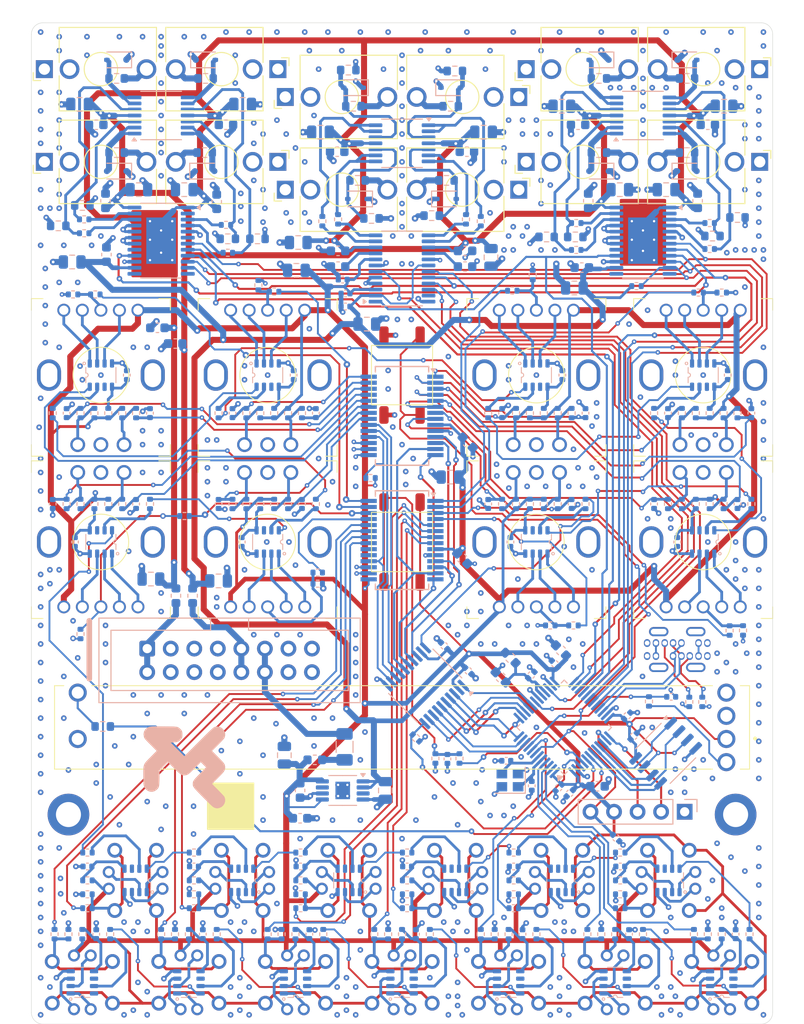
<source format=kicad_pcb>
(kicad_pcb (version 20241229) (generator "pcbnew") (generator_version "9.0")
  (layers (0 "F.Cu" signal) (4 "In1.Cu" signal) (6 "In2.Cu" signal) (2 "B.Cu" signal) (13 "F.Paste" user) (15 "B.Paste" user) (5 "F.SilkS" user "F.Silkscreen") (7 "B.SilkS" user "B.Silkscreen") (1 "F.Mask" user) (3 "B.Mask" user) (25 "Edge.Cuts" user))
  (net 0 "")
  (net 7 "Net-(SW1-GREEN)")
  (net 13 "Net-(SW2-GREEN)")
  (net 14 "Net-(SW3-GREEN)")
  (net 15 "Net-(SW4-GREEN)")
  (net 16 "Net-(SW5-GREEN)")
  (net 17 "Net-(SW6-GREEN)")
  (net 18 "Net-(SW7-GREEN)")
  (net 19 "Net-(SW8-GREEN)")
  (net 20 "Net-(SW9-GREEN)")
  (net 21 "Net-(SW10-GREEN)")
  (net 22 "Net-(SW11-GREEN)")
  (net 23 "Net-(SW12-GREEN)")
  (net 24 "Net-(SW13-GREEN)")
  (net 29 "Net-(U1-G)")
  (net 30 "Net-(U10-OUTG)")
  (net 31 "Net-(U11-OUTG)")
  (net 32 "Net-(U12-OUTG)")
  (net 33 "Net-(U13-OUTG)")
  (net 34 "Net-(U14-OUTG)")
  (net 35 "Net-(U15-OUTG)")
  (net 36 "Net-(U16-OUTG)")
  (net 38 "+3.3V")
  (net 39 "+3.3VA")
  (net 40 "VBUS")
  (net 41 "Net-(J14-CC2)")
  (net 42 "Net-(J14-CC1)")
  (net 48 "+12V")
  (net 49 "Net-(U38A--)")
  (net 50 "Net-(U38B--)")
  (net 51 "Net-(U38C--)")
  (net 52 "Net-(U38D--)")
  (net 53 "GND")
  (net 54 "+5V")
  (net 55 "-12V")
  (net 58 "Net-(J1-PadT)")
  (net 59 "Net-(J2-PadT)")
  (net 60 "Net-(J3-PadT)")
  (net 61 "Net-(J4-PadT)")
  (net 62 "Net-(J5-PadT)")
  (net 63 "Net-(J6-PadT)")
  (net 64 "Net-(J7-PadT)")
  (net 65 "Net-(J8-PadT)")
  (net 66 "Net-(J9-PadT)")
  (net 67 "Net-(J10-PadT)")
  (net 68 "Net-(J11-PadT)")
  (net 69 "Net-(J12-PadT)")
  (net 70 "Net-(U39A-+)")
  (net 71 "Net-(U39B-+)")
  (net 72 "Net-(U39C-+)")
  (net 73 "Net-(U39D-+)")
  (net 74 "Net-(U40A-+)")
  (net 75 "Net-(U40B-+)")
  (net 76 "Net-(U40C-+)")
  (net 77 "Net-(U40D-+)")
  (net 78 "HSE_IN")
  (net 79 "HSE_OUT")
  (net 80 "NRST")
  (net 81 "SWDIO")
  (net 82 "SWDCLK")
  (net 83 "USB_D-")
  (net 84 "USB_D+")
  (net 85 "BOOT")
  (net 86 "IN_BUFFERED_A1")
  (net 87 "IN_BUFFERED_A2")
  (net 88 "IN_BUFFERED_B1")
  (net 89 "IN_BUFFERED_B2")
  (net 90 "OUT_BUFFERED_B1")
  (net 91 "OUT_BUFFERED_A1")
  (net 92 "OUT_BUFFERED_D1")
  (net 93 "OUT_BUFFERED_C1")
  (net 94 "OUT_BUFFERED_A2")
  (net 95 "OUT_BUFFERED_B2")
  (net 96 "OUT_BUFFERED_C2")
  (net 97 "OUT_BUFFERED_D2")
  (net 98 "ADC1_IN2_SLIDER")
  (net 99 "Net-(U9-VDD)")
  (net 100 "Net-(U10-VDD)")
  (net 101 "Net-(U11-VDD)")
  (net 102 "Net-(U12-VDD)")
  (net 103 "Net-(U16-VDD)")
  (net 104 "Net-(U15-VDD)")
  (net 105 "Net-(U14-VDD)")
  (net 106 "Net-(U13-VDD)")
  (net 107 "Net-(U17-VDD)")
  (net 108 "Net-(U18-VDD)")
  (net 109 "Net-(U19-VDD)")
  (net 110 "Net-(U20-VDD)")
  (net 111 "Net-(U22-VDD)")
  (net 112 "Net-(U29-VDD)")
  (net 113 "Net-(U28-VDD)")
  (net 114 "Net-(U27-VDD)")
  (net 115 "Net-(U26-VDD)")
  (net 116 "Net-(U25-VDD)")
  (net 117 "Net-(U24-VDD)")
  (net 118 "Net-(U23-VDD)")
  (net 119 "Net-(U9-DIN)")
  (net 120 "Net-(U10-DIN)")
  (net 121 "Net-(U11-DIN)")
  (net 122 "Net-(U12-DIN)")
  (net 123 "Net-(U16-DIN)")
  (net 124 "Net-(U15-DIN)")
  (net 125 "Net-(U14-DIN)")
  (net 126 "Net-(U13-DIN)")
  (net 127 "Net-(U18-DIN)")
  (net 128 "Net-(U19-DIN)")
  (net 129 "Net-(U20-DIN)")
  (net 130 "Net-(U22-DIN)")
  (net 131 "Net-(U29-DIN)")
  (net 132 "Net-(U28-DIN)")
  (net 133 "Net-(U27-DIN)")
  (net 134 "Net-(U26-DIN)")
  (net 135 "Net-(U25-DIN)")
  (net 136 "Net-(U24-DIN)")
  (net 137 "Net-(U23-DIN)")
  (net 138 "Net-(SW1-BLUE)")
  (net 139 "Net-(SW1-RED)")
  (net 140 "Net-(SW2-BLUE)")
  (net 141 "Net-(SW2-RED)")
  (net 142 "Net-(SW3-RED)")
  (net 143 "Net-(SW3-BLUE)")
  (net 144 "Net-(SW4-RED)")
  (net 145 "Net-(SW4-BLUE)")
  (net 146 "Net-(SW5-BLUE)")
  (net 147 "Net-(SW5-RED)")
  (net 148 "Net-(SW6-BLUE)")
  (net 149 "Net-(SW6-RED)")
  (net 150 "Net-(SW7-BLUE)")
  (net 151 "Net-(SW7-RED)")
  (net 152 "Net-(SW8-BLUE)")
  (net 153 "Net-(SW8-RED)")
  (net 154 "Net-(SW9-BLUE)")
  (net 155 "Net-(SW9-RED)")
  (net 156 "Net-(SW10-RED)")
  (net 157 "Net-(SW10-BLUE)")
  (net 158 "Net-(SW11-RED)")
  (net 159 "Net-(SW11-BLUE)")
  (net 160 "Net-(SW12-RED)")
  (net 161 "Net-(SW12-BLUE)")
  (net 162 "Net-(SW13-RED)")
  (net 163 "Net-(SW13-BLUE)")
  (net 164 "Net-(U9-OUTB)")
  (net 165 "Net-(U1-R)")
  (net 167 "Net-(U10-OUTB)")
  (net 168 "Net-(U10-OUTR)")
  (net 169 "Net-(U11-OUTR)")
  (net 170 "Net-(U11-OUTB)")
  (net 172 "Net-(U12-OUTB)")
  (net 173 "Net-(U12-OUTR)")
  (net 174 "Net-(U13-OUTR)")
  (net 175 "Net-(U13-OUTB)")
  (net 177 "Net-(U14-OUTB)")
  (net 178 "Net-(U14-OUTR)")
  (net 179 "Net-(U15-OUTB)")
  (net 180 "Net-(U15-OUTR)")
  (net 181 "Net-(U16-OUTB)")
  (net 182 "Net-(U16-OUTR)")
  (net 204 "Net-(U1-SW)")
  (net 205 "Net-(U2-SW)")
  (net 206 "Net-(U3-SW)")
  (net 207 "Net-(U4-SW)")
  (net 208 "Net-(U5-SW)")
  (net 209 "Net-(U6-SW)")
  (net 210 "Net-(U7-SW)")
  (net 211 "Net-(U8-SW)")
  (net 212 "Net-(U1-A)")
  (net 213 "Net-(R85-Pad2)")
  (net 214 "Net-(R89-Pad2)")
  (net 215 "Net-(U2-A)")
  (net 216 "Net-(R94-Pad2)")
  (net 217 "Net-(U3-A)")
  (net 218 "Net-(R101-Pad1)")
  (net 219 "Net-(U4-A)")
  (net 220 "Net-(R104-Pad2)")
  (net 221 "Net-(U5-A)")
  (net 222 "Net-(R109-Pad2)")
  (net 223 "Net-(U6-A)")
  (net 224 "Net-(R114-Pad2)")
  (net 225 "Net-(U7-A)")
  (net 226 "Net-(R119-Pad2)")
  (net 227 "Net-(U8-A)")
  (net 228 "Net-(R124-Pad2)")
  (net 229 "Net-(R125-Pad2)")
  (net 230 "Net-(R126-Pad2)")
  (net 231 "Net-(R127-Pad2)")
  (net 232 "Net-(R128-Pad2)")
  (net 233 "Net-(R129-Pad2)")
  (net 234 "Net-(R130-Pad2)")
  (net 235 "Net-(R131-Pad2)")
  (net 236 "Net-(R148-Pad1)")
  (net 237 "Net-(R150-Pad1)")
  (net 238 "Net-(R152-Pad1)")
  (net 239 "Net-(R154-Pad1)")
  (net 240 "Net-(R156-Pad1)")
  (net 241 "Net-(VR1-WIPER)")
  (net 242 "DAC_1_SDO")
  (net 243 "/InputsCV/DCAPB")
  (net 244 "/InputsCV/DCAPA")
  (net 245 "ADC_CS")
  (net 246 "ADC_DAC_SDO")
  (net 247 "ADC_DAC_SCLK")
  (net 248 "ADC_BUSY")
  (net 249 "ADC_ADDR")
  (net 250 "ADC_CNVST")
  (net 251 "ADC_DOUT_B")
  (net 252 "DAC_1_CLR")
  (net 253 "DAC_1_LDAC")
  (net 254 "ADC_DAC_SDIN")
  (net 255 "DAC_1_SYNC")
  (net 256 "MCP_5V_RESET")
  (net 257 "MCP_5V_SO")
  (net 258 "MCP_5V_ENCINT_B")
  (net 259 "MCP_5V_ENCINT_A")
  (net 260 "MCP_5V_SI")
  (net 261 "MCP_5V_CS")
  (net 262 "MCP_5V_SCK")
  (net 263 "/Power/-12V_RAW")
  (net 264 "/Power/+12V_RAW")
  (net 265 "/Power/5V_RAW")
  (net 266 "MCP_SI")
  (net 267 "MCP_SO")
  (net 268 "MCP_RESET")
  (net 269 "MCP_SCK")
  (net 270 "MCP_CS")
  (net 294 "ENC_1_B")
  (net 295 "ENC_1_A")
  (net 296 "ENC_1_SW")
  (net 297 "ENC_4_B")
  (net 298 "ENC_4_A")
  (net 299 "ENC_3_B")
  (net 300 "ENC_3_A")
  (net 301 "ENC_2_B")
  (net 302 "ENC_2_A")
  (net 303 "ENC_5_B")
  (net 304 "ENC_5_A")
  (net 305 "ENC_6_B")
  (net 306 "ENC_6_A")
  (net 307 "ENC_7_B")
  (net 308 "ENC_7_A")
  (net 309 "ENC_8_B")
  (net 310 "ENC_8_A")
  (net 311 "ENC_4_SW")
  (net 312 "ENC_3_SW")
  (net 313 "ENC_2_SW")
  (net 314 "ENC_8_SW")
  (net 315 "ENC_7_SW")
  (net 316 "ENC_6_SW")
  (net 317 "ENC_5_SW")
  (net 318 "WSDATA_5V")
  (net 319 "WSDATA")
  (net 320 "Net-(U21-VDD)")
  (net 321 "Net-(U21-DIN)")
  (net 322 "MCP_ENCINT_B")
  (net 323 "MCP_ENCINT_A")
  (net 326 "BTN_MCU_2")
  (net 327 "BTN_MCU_5")
  (net 328 "BTN_MCU_4")
  (net 329 "BTN_MCU_3")
  (net 330 "BTN_MCP_8")
  (net 331 "BTN_MCP_7")
  (net 332 "BTN_MCP_6")
  (net 333 "BTN_MCP_5")
  (net 334 "BTN_MCU_1")
  (net 335 "BTN_MCP_4")
  (net 336 "BTN_MCP_3")
  (net 337 "BTN_MCP_2")
  (net 338 "BTN_MCP_1")
  (net 339 "Net-(U27-DO)")
  (net 341 "Net-(U29-DO)")
  (net 342 "Net-(U28-DO)")
  (net 343 "Net-(U26-DO)")
  (net 344 "Net-(U25-DO)")
  (net 345 "Net-(U24-DO)")
  (net 346 "Net-(U18-DO)")
  (net 347 "Net-(U19-DO)")
  (net 348 "Net-(U20-DO)")
  (net 349 "Net-(U21-DO)")
  (net 350 "Net-(U17-DO)")
  (net 351 "WSDATA_5V_BOTTOM")
  (net 352 "Net-(U22-DO)")
  (net 353 "Net-(U14-DO)")
  (net 354 "Net-(U9-DO)")
  (net 355 "Net-(U10-DO)")
  (net 356 "Net-(U11-DO)")
  (net 357 "Net-(U12-DO)")
  (net 358 "Net-(U15-DO)")
  (net 359 "Net-(U16-DO)")
  (net 360 "EXP_SCLK")
  (net 361 "EXP_MISO")
  (net 362 "EXP_MOSI")
  (net 363 "EXP_CS")
  (net 364 "Net-(F1-Pad2)")
  (net 365 "Net-(C99-Pad2)")
  (net 366 "LEVEL_SHIFTER_EN")
  (net 367 "Net-(RV1-A2)")
  (net 368 "Net-(RV2-A2)")
  (net 369 "Net-(RV3-A2)")
  (net 370 "Net-(RV4-A2)")
  (net 371 "Net-(RV5-A2)")
  (net 372 "Net-(RV6-A2)")
  (net 373 "Net-(RV7-A2)")
  (net 374 "Net-(RV8-A2)")
  (net 375 "Net-(RV9-A2)")
  (net 376 "Net-(RV10-A2)")
  (net 377 "Net-(RV11-A2)")
  (net 378 "Net-(RV12-A2)")
  (net 379 "Net-(VR1-B_(+))")
  (net 380 "Net-(U17-DIN)")
  (net 381 "SLIDER_LED")
  (footprint "BMCV:PEL12T-4xxxS-S1024" (layer "F.Cu") (at 102.5 68)
    (property "Reference" "U4" (hide yes))
    (property "Value" "PEL12T-4225S-S1024")
  )
  (footprint "BMCV:TC002-N11AXXX-RGB" (layer "F.Cu") (at 75.75 122.5 90)
    (property "Reference" "SW4" (hide yes))
    (property "Value" "TC002-N11AS2XT-RGB")
  )
  (footprint "BMCV:PEL12T-4xxxS-S1024" (layer "F.Cu") (at 84.5 86 180)
    (property "Reference" "U8" (hide yes))
    (property "Value" "PEL12T-4225S-S1024")
  )
  (footprint "BMCV:TC002-N11AXXX-RGB" (layer "F.Cu") (at 81.5 133.5)
    (property "Reference" "SW11" (hide yes))
    (property "Value" "TC002-N11AS2XT-RGB")
  )
  (footprint "BMCV:Jack_3.5mm_QingPu_WQP-PJ398SM_Vertical_CircularHoles" (layer "F.Cu") (at 102.5 35 -90)
    (property "Reference" "J6" (hide yes))
    (property "Value" "AudioJack2_SwitchT")
  )
  (footprint "BMCV:PEL12T-4xxxS-S1024" (layer "F.Cu") (at 37.5 86 180)
    (property "Reference" "U5" (hide yes))
    (property "Value" "PEL12T-4225S-S1024")
  )
  (footprint "BMCV:TC002-N11AXXX-RGB" (layer "F.Cu") (at 64.25 122.5 90)
    (property "Reference" "SW3" (hide yes))
    (property "Value" "TC002-N11AS2XT-RGB")
  )
  (footprint "BMCV:TC002-N11AXXX-RGB" (layer "F.Cu") (at 41.25 122.5 90)
    (property "Reference" "SW1" (hide yes))
    (property "Value" "TC002-N11AS2XT-RGB")
  )
  (footprint "BMCV:drawing" (layer "F.Cu") (at 46.4 110.8)
    (property "Reference" "Ref**" (hide yes))
    (property "Value" "Val**" (hide yes))
  )
  (footprint "BMCV:TC002-N11AXXX-RGB" (layer "F.Cu") (at 58.5 133.5)
    (property "Reference" "SW9" (hide yes))
    (property "Value" "TC002-N11AS2XT-RGB")
  )
  (footprint "BMCV:Jack_3.5mm_QingPu_WQP-PJ398SM_Vertical_CircularHoles" (layer "F.Cu") (at 102.5 45 -90)
    (property "Reference" "J8" (hide yes))
    (property "Value" "AudioJack2_SwitchT")
  )
  (footprint "BMCV:GT-USB-7035E" (layer "F.Cu") (at 99.7 97.6)
    (property "Reference" "J14" (hide yes))
    (property "Value" "USB_C_Receptacle_USB2.0_14P")
  )
  (footprint "BMCV:PEL12T-4xxxS-S1024" (layer "F.Cu") (at 55.5 86 180)
    (property "Reference" "U6" (hide yes))
    (property "Value" "PEL12T-4225S-S1024")
  )
  (footprint "BMCV:TS-1095PS-AXXBX-C3DX" (layer "F.Cu") (at 70 86 -90)
    (property "Reference" "SW15" (hide yes))
    (property "Value" "Boot")
  )
  (footprint "BMCV:TC002-N11AXXX-RGB" (layer "F.Cu") (at 52.75 122.5 90)
    (property "Reference" "SW2" (hide yes))
    (property "Value" "TC002-N11AS2XT-RGB")
  )
  (footprint "BMCV:TC002-N11AXXX-RGB" (layer "F.Cu") (at 104.5 133.5)
    (property "Reference" "SW13" (hide yes))
    (property "Value" "TC002-N11AS2XT-RGB")
  )
  (footprint "BMCV:TC002-N11AXXX-RGB" (layer "F.Cu") (at 35.5 133.5)
    (property "Reference" "SW7" (hide yes))
    (property "Value" "TC002-N11AS2XT-RGB")
  )
  (footprint "BMCV:TC002-N11AXXX-RGB" (layer "F.Cu") (at 93 133.5)
    (property "Reference" "SW12" (hide yes))
    (property "Value" "TC002-N11AS2XT-RGB")
  )
  (footprint "BMCV:Jack_3.5mm_QingPu_WQP-PJ398SM_Vertical_CircularHoles" (layer "F.Cu") (at 37.5 35 90)
    (property "Reference" "J1" (hide yes))
    (property "Value" "AudioJack2_SwitchT")
  )
  (footprint "BMCV:Jack_3.5mm_QingPu_WQP-PJ398SM_Vertical_CircularHoles" (layer "F.Cu") (at 89.5 45 90)
    (property "Reference" "J7" (hide yes))
    (property "Value" "AudioJack2_SwitchT")
  )
  (footprint "BMCV:PEL12T-4xxxS-S1024" (layer "F.Cu") (at 102.5 86 180)
    (property "Reference" "U7" (hide yes))
    (property "Value" "PEL12T-4225S-S1024")
  )
  (footprint "BMCV:PEL12T-4xxxS-S1024" (layer "F.Cu") (at 37.5 68)
    (property "Reference" "U1" (hide yes))
    (property "Value" "PEL12T-4225S-S1024")
  )
  (footprint "BMCV:Jack_3.5mm_QingPu_WQP-PJ398SM_Vertical_CircularHoles" (layer "F.Cu") (at 76.5 38 -90)
    (property "Reference" "J10" (hide yes))
    (property "Value" "AudioJack2_SwitchT")
  )
  (footprint "BMCV:TC002-N11AXXX-RGB" (layer "F.Cu") (at 87.25 122.5 90)
    (property "Reference" "SW5" (hide yes))
    (property "Value" "TC002-N11AS2XT-RGB")
  )
  (footprint "BMCV:Jack_3.5mm_QingPu_WQP-PJ398SM_Vertical_CircularHoles" (layer "F.Cu") (at 89.5 35 90)
    (property "Reference" "J5" (hide yes))
    (property "Value" "AudioJack2_SwitchT")
  )
  (footprint "BMCV:Jack_3.5mm_QingPu_WQP-PJ398SM_Vertical_CircularHoles" (layer "F.Cu") (at 50.5 45 -90)
    (property "Reference" "J4" (hide yes))
    (property "Value" "AudioJack2_SwitchT")
  )
  (footprint "BMCV:Jack_3.5mm_QingPu_WQP-PJ398SM_Vertical_CircularHoles" (layer "F.Cu") (at 50.5 35 -90)
    (property "Reference" "J2" (hide yes))
    (property "Value" "AudioJack2_SwitchT")
  )
  (footprint "BMCV:TC002-N11AXXX-RGB" (layer "F.Cu") (at 98.75 122.5 90)
    (property "Reference" "SW6" (hide yes))
    (property "Value" "TC002-N11AS2XT-RGB")
  )
  (footprint "BMCV:Jack_3.5mm_QingPu_WQP-PJ398SM_Vertical_CircularHoles" (layer "F.Cu") (at 63.5 38 90)
    (property "Reference" "J9" (hide yes))
    (property "Value" "AudioJack2_SwitchT")
  )
  (footprint "BMCV:PTL6015xxxxxxx" (layer "F.Cu") (at 70 106 180)
    (property "Reference" "VR1" (hide yes))
    (property "Value" "PTL60-15G1-103B2" (hide yes))
  )
  (footprint "BMCV:PEL12T-4xxxS-S1024" (layer "F.Cu") (at 84.5 68)
    (property "Reference" "U3" (hide yes))
    (property "Value" "PEL12T-4225S-S1024")
  )
  (footprint "BMCV:TS-1095PS-AXXBX-C3DX" (layer "F.Cu") (at 70 68 90)
    (property "Reference" "SW14" (hide yes))
    (property "Value" "Reset")
  )
  (footprint "BMCV:PEL12T-4xxxS-S1024" (layer "F.Cu") (at 55.5 68)
    (property "Reference" "U2" (hide yes))
    (property "Value" "PEL12T-4225S-S1024")
  )
  (footprint "BMCV:TC002-N11AXXX-RGB" (layer "F.Cu") (at 47 133.5)
    (property "Reference" "SW8" (hide yes))
    (property "Value" "TC002-N11AS2XT-RGB")
  )
  (footprint "BMCV:BMCVPanel" (layer "F.Cu") (at 70 84)
    (property "Reference" "Z1" (hide yes))
    (property "Value" "~")
  )
  (footprint "BMCV:Jack_3.5mm_QingPu_WQP-PJ398SM_Vertical_CircularHoles" (layer "F.Cu") (at 76.5 48 -90)
    (property "Reference" "J12" (hide yes))
    (property "Value" "AudioJack2_SwitchT")
  )
  (footprint "BMCV:TC002-N11AXXX-RGB" (layer "F.Cu") (at 70 133.5)
    (property "Reference" "SW10" (hide yes))
    (property "Value" "TC002-N11AS2XT-RGB")
  )
  (footprint "BMCV:Jack_3.5mm_QingPu_WQP-PJ398SM_Vertical_CircularHoles" (layer "F.Cu") (at 37.5 45 90)
    (property "Reference" "J3" (hide yes))
    (property "Value" "AudioJack2_SwitchT")
  )
  (footprint "BMCV:Jack_3.5mm_QingPu_WQP-PJ398SM_Vertical_CircularHoles" (layer "F.Cu") (at 63.5 48 90)
    (property "Reference" "J11" (hide yes))
    (property "Value" "AudioJack2_SwitchT")
  )
  (footprint "Capacitor_SMD:C_0805_2012Metric" (layer "B.Cu") (at 41.6 48)
    (property "Reference" "C68" (hide yes))
    (property "Value" "10u")
  )
  (footprint "Resistor_SMD:R_0402_1005Metric" (layer "B.Cu") (at 56.2 72.1 -90)
    (property "Reference" "R44" (hide yes))
    (property "Value" "10")
  )
  (footprint "Package_SO:TSSOP-24_4.4x7.8mm_P0.65mm" (layer "B.Cu") (at 70 56.5)
    (property "Reference" "U33" (hide yes))
    (property "Value" "AD7367-5")
  )
  (footprint "Capacitor_SMD:C_0603_1608Metric" (layer "B.Cu") (at 51 41 180)
    (property "Reference" "C22" (hide yes))
    (property "Value" "100n")
  )
  (footprint "Resistor_SMD:R_0603_1608Metric" (layer "B.Cu") (at 54.4 53.3)
    (property "Reference" "R15" (hide yes))
    (property "Value" "10M")
  )
  (footprint "Resistor_SMD:R_0402_1005Metric" (layer "B.Cu") (at 47.55 124)
    (property "Reference" "R155" (hide yes))
    (property "Value" "10k")
  )
  (footprint "Resistor_SMD:R_0402_1005Metric" (layer "B.Cu") (at 88.5 95)
    (property "Reference" "R136" (hide yes))
    (property "Value" "100")
  )
  (footprint "Capacitor_SMD:C_0402_1005Metric" (layer "B.Cu") (at 70.55 121 180)
    (property "Reference" "C34" (hide yes))
    (property "Value" "100n")
  )
  (footprint "Resistor_SMD:R_0402_1005Metric" (layer "B.Cu") (at 53.2 81.9 -90)
    (property "Reference" "R111" (hide yes))
    (property "Value" "10k")
  )
  (footprint "Capacitor_SMD:C_0805_2012Metric" (layer "B.Cu") (at 98.5 48)
    (property "Reference" "C69" (hide yes))
    (property "Value" "10u")
  )
  (footprint "Resistor_SMD:R_0402_1005Metric" (layer "B.Cu") (at 85.3 72.1 -90)
    (property "Reference" "R45" (hide yes))
    (property "Value" "10")
  )
  (footprint "Capacitor_SMD:C_0603_1608Metric" (layer "B.Cu") (at 63.1 56.3)
    (property "Reference" "C86" (hide yes))
    (property "Value" "680nF")
  )
  (footprint "Diode_SMD:D_SOD-323" (layer "B.Cu") (at 91.25 34 180)
    (property "Reference" "RV10" (hide yes))
    (property "Value" "SD12C-01FTG")
  )
  (footprint "Capacitor_SMD:C_0805_2012Metric" (layer "B.Cu") (at 78.8 41.8)
    (property "Reference" "C80" (hide yes))
    (property "Value" "10u")
  )
  (footprint "Inductor_SMD:L_0603_1608Metric" (layer "B.Cu") (at 81.7 98.5 135)
    (property "Reference" "FB1" (hide yes))
    (property "Value" "470R")
  )
  (footprint "Capacitor_SMD:C_0402_1005Metric" (layer "B.Cu") (at 37 128.3 90)
    (property "Reference" "C43" (hide yes))
    (property "Value" "100n")
  )
  (footprint "Resistor_SMD:R_0402_1005Metric" (layer "B.Cu") (at 59.05 125.5 180)
    (property "Reference" "R152" (hide yes))
    (property "Value" "100")
  )
  (footprint "Resistor_SMD:R_0402_1005Metric" (layer "B.Cu") (at 67 128.3 90)
    (property "Reference" "R144" (hide yes))
    (property "Value" "100")
  )
  (footprint "Capacitor_SMD:C_0603_1608Metric" (layer "B.Cu") (at 77.09 75.28 135)
    (property "Reference" "C91" (hide yes))
    (property "Value" "100n")
  )
  (footprint "Resistor_SMD:R_0402_1005Metric" (layer "B.Cu") (at 93.55 119.5 180)
    (property "Reference" "R76" (hide yes))
    (property "Value" "33")
  )
  (footprint "Resistor_SMD:R_0402_1005Metric" (layer "B.Cu") (at 104.5 59.1 180)
    (property "Reference" "R100" (hide yes))
    (property "Value" "10k")
  )
  (footprint "Capacitor_SMD:C_0402_1005Metric" (layer "B.Cu") (at 98.7 72.1 90)
    (property "Reference" "C55" (hide yes))
    (property "Value" "10n")
  )
  (footprint "Capacitor_SMD:C_0402_1005Metric" (layer "B.Cu") (at 84 112.3 -90)
    (property "Reference" "C1" (hide yes))
    (property "Value" "10p")
  )
  (footprint "Resistor_SMD:R_0402_1005Metric" (layer "B.Cu") (at 104.5 128.3 -90)
    (property "Reference" "R57" (hide yes))
    (property "Value" "10")
  )
  (footprint "Resistor_SMD:R_0603_1608Metric" (layer "B.Cu") (at 64.2 35.1)
    (property "Reference" "R12" (hide yes))
    (property "Value" "10M")
  )
  (footprint "Capacitor_SMD:C_0402_1005Metric" (layer "B.Cu") (at 83 128.3 90)
    (property "Reference" "C39" (hide yes))
    (property "Value" "100n")
  )
  (footprint "Resistor_SMD:R_0402_1005Metric" (layer "B.Cu") (at 58.5 128.3 -90)
    (property "Reference" "R61" (hide yes))
    (property "Value" "10")
  )
  (footprint "Package_SO:TSSOP-20_4.4x6.5mm_P0.65mm" (layer "B.Cu") (at 72.5 101.5 135)
    (property "Reference" "U32" (hide yes))
    (property "Value" "TXS0108EPW")
  )
  (footprint "BMCV:FSOP-8" (layer "B.Cu") (at 37.5 86 180)
    (property "Reference" "U13" (hide yes))
    (property "Value" "WS2811F")
  )
  (footprint "Capacitor_SMD:C_0603_1608Metric" (layer "B.Cu") (at 59 112.8 -90)
    (property "Reference" "C16" (hide yes))
    (property "Value" "1u")
  )
  (footprint "Capacitor_SMD:C_0402_1005Metric" (layer "B.Cu") (at 34.7 86 -90)
    (property "Reference" "C30" (hide yes))
    (property "Value" "100n")
  )
  (footprint "Resistor_SMD:R_0402_1005Metric" (layer "B.Cu") (at 89.8 81.9 90)
    (property "Reference" "R67" (hide yes))
    (property "Value" "33")
  )
  (footprint "Capacitor_SMD:C_0805_2012Metric" (layer "B.Cu") (at 68.2 112.8 -90)
    (property "Reference" "C15" (hide yes))
    (property "Value" "22u")
  )
  (footprint "Capacitor_SMD:C_0402_1005Metric" (layer "B.Cu") (at 88.1 113.1 -135)
    (property "Reference" "C3" (hide yes))
    (property "Value" "100n")
  )
  (footprint "Diode_SMD:D_SOD-323" (layer "B.Cu") (at 48.8 34)
    (property "Reference" "RV7" (hide yes))
    (property "Value" "SD12C-01FTG")
  )
  (footprint "Resistor_SMD:R_0402_1005Metric" (layer "B.Cu") (at 103.2 81.9 90)
    (property "Reference" "R117" (hide yes))
    (property "Value" "10k")
  )
  (footprint "Resistor_SMD:R_0402_1005Metric" (layer "B.Cu") (at 73.6 109.35 90)
    (property "Reference" "R3" (hide yes))
    (property "Value" "5k1")
  )
  (footprint "Capacitor_SMD:C_0402_1005Metric" (layer "B.Cu") (at 36.05 121 180)
    (property "Reference" "C31" (hide yes))
    (property "Value" "100n")
  )
  (footprint "Capacitor_SMD:C_0603_1608Metric" (layer "B.Cu") (at 76.5 87.79 135)
    (property "Reference" "C92" (hide yes))
    (property "Value" "100n")
  )
  (footprint "Capacitor_SMD:C_0402_1005Metric" (layer "B.Cu") (at 40.3 68 90)
    (property "Reference" "C12" (hide yes))
    (property "Value" "100n")
  )
  (footprint "BMCV:FSOP-8" (layer "B.Cu") (at 84.5 86 180)
    (property "Reference" "U16" (hide yes))
    (property "Value" "WS2811F")
  )
  (footprint "Capacitor_SMD:C_0805_2012Metric" (layer "B.Cu") (at 58.8 53.7)
    (property "Reference" "C88" (hide yes))
    (property "Value" "10u")
  )
  (footprint "Resistor_SMD:R_0402_1005Metric" (layer "B.Cu") (at 47.55 122.5)
    (property "Reference" "R52" (hide yes))
    (property "Value" "10")
  )
  (footprint "Resistor_SMD:R_0402_1005Metric" (layer "B.Cu") (at 102 59.1 180)
    (property "Reference" "R135" (hide yes))
    (property "Value" "100")
  )
  (footprint "Capacitor_SMD:C_0402_1005Metric" (layer "B.Cu") (at 63.9 59.2)
    (property "Reference" "C82" (hide yes))
    (property "Value" "100n")
  )
  (footprint "Resistor_SMD:R_0402_1005Metric" (layer "B.Cu") (at 103 128.3 -90)
    (property "Reference" "R125" (hide yes))
    (property "Value" "10k")
  )
  (footprint "Capacitor_SMD:C_0402_1005Metric" (layer "B.Cu") (at 42.8 72.1 90)
    (property "Reference" "C44" (hide yes))
    (property "Value" "10n")
  )
  (footprint "Capacitor_SMD:C_0402_1005Metric" (layer "B.Cu") (at 99.7 86 -90)
    (property "Reference" "C28" (hide yes))
    (property "Value" "100n")
  )
  (footprint "Capacitor_SMD:C_0603_1608Metric" (layer "B.Cu") (at 37 41)
    (property "Reference" "C23" (hide yes))
    (property "Value" "100n")
  )
  (footprint "Resistor_SMD:R_0603_1608Metric" (layer "B.Cu") (at 88.7 53.1)
    (property "Reference" "R21" (hide yes))
    (property "Value" "10M")
  )
  (footprint "Capacitor_SMD:C_0402_1005Metric" (layer "B.Cu") (at 94.3 104.75 45)
    (property "Reference" "C5" (hide yes))
    (property "Value" "100n")
  )
  (footprint "Inductor_SMD:L_0603_1608Metric" (layer "B.Cu") (at 47.4 91.8 -90)
    (property "Reference" "FB4" (hide yes))
    (property "Value" "470R")
  )
  (footprint "Resistor_SMD:R_0402_1005Metric" (layer "B.Cu") (at 61.5 128.3 90)
    (property "Reference" "R81" (hide yes))
    (property "Value" "33")
  )
  (footprint "Capacitor_SMD:C_0402_1005Metric" (layer "B.Cu") (at 63.6 57.7)
    (property "Reference" "C83" (hide yes))
    (property "Value" "100n")
  )
  (footprint "Capacitor_SMD:C_0603_1608Metric" (layer "B.Cu") (at 101.9 49.2 -90)
    (property "Reference" "C48" (hide yes))
    (property "Value" "100n")
  )
  (footprint "Resistor_SMD:R_0603_1608Metric" (layer "B.Cu") (at 75.25 39)
    (property "Reference" "R29" (hide yes))
    (property "Value" "100")
  )
  (footprint "Resistor_SMD:R_0603_1608Metric" (layer "B.Cu") (at 100.75 36 180)
    (property "Reference" "R27" (hide yes))
    (property "Value" "100")
  )
  (footprint "Resistor_SMD:R_0402_1005Metric" (layer "B.Cu") (at 44 128.3 90)
    (property "Reference" "R146" (hide yes))
    (property "Value" "100")
  )
  (footprint "Resistor_SMD:R_0402_1005Metric" (layer "B.Cu") (at 81.5 128.3 -90)
    (property "Reference" "R59" (hide yes))
    (property "Value" "10")
  )
  (footprint "Resistor_SMD:R_0402_1005Metric" (layer "B.Cu") (at 79.3 72.1 -90)
    (property "Reference" "R65" (hide yes))
    (property "Value" "33")
  )
  (footprint "Resistor_SMD:R_0603_1608Metric" (layer "B.Cu") (at 37.7 105.9 180)
    (property "Reference" "R4" (hide yes))
    (property "Value" "1k5")
  )
  (footprint "Inductor_SMD:L_0603_1608Metric" (layer "B.Cu") (at 45.6 91.8 -90)
    (property "Reference" "FB3" (hide yes))
    (property "Value" "470R")
  )
  (footprint "Capacitor_SMD:C_0402_1005Metric" (layer "B.Cu") (at 107.7 72.1 90)
    (property "Reference" "C53" (hide yes))
    (property "Value" "10n")
  )
  (footprint "Resistor_SMD:R_0402_1005Metric" (layer "B.Cu") (at 101.7 72.1 -90)
    (property "Reference" "R102" (hide yes))
    (property "Value" "10k")
  )
  (footprint "Resistor_SMD:R_0402_1005Metric" (layer "B.Cu") (at 71.5 107.139376 135)
    (property "Reference" "R162" (hide yes))
    (property "Value" "10k")
  )
  (footprint "Resistor_SMD:R_0603_1608Metric" (layer "B.Cu") (at 51.2 53.3 180)
    (property "Reference" "R16" (hide yes))
    (property "Value" "10M")
  )
  (footprint "Resistor_SMD:R_0402_1005Metric" (layer "B.Cu") (at 36.05 125.5 180)
    (property "Reference" "R156" (hide yes))
    (property "Value" "100")
  )
  (footprint "Resistor_SMD:R_0603_1608Metric" (layer "B.Cu") (at 39.2 44)
    (property "Reference" "R17" (hide yes))
    (property "Value" "100")
  )
  (footprint "Resistor_SMD:R_0402_1005Metric" (layer "B.Cu") (at 32.3 72.1 -90)
    (property "Reference" "R42" (hide yes))
    (property "Value" "33")
  )
  (footprint "Package_QFP:LQFP-48_7x7mm_P0.5mm" (layer "B.Cu") (at 87.5 106 45)
    (property "Reference" "U36" (hide yes))
    (property "Value" "STM32G474CETx")
  )
  (footprint "Resistor_SMD:R_0402_1005Metric" (layer "B.Cu") (at 76.2 109.35 -90)
    (property "Reference" "R163" (hide yes))
    (property "Value" "100")
  )
  (footprint "Resistor_SMD:R_0402_1005Metric" (layer "B.Cu") (at 60.9 89.3)
    (property "Reference" "R138" (hide yes))
    (property "Value" "100")
  )
  (footprint "Resistor_SMD:R_0603_1608Metric" (layer "B.Cu") (at 91.25 44)
    (property "Reference" "R25" (hide yes))
    (property "Value" "100")
  )
  (footprint "Package_SO:TSSOP-14_4.4x5mm_P0.65mm" (layer "B.Cu") (at 70 43 180)
    (property "Reference" "U38" (hide yes))
    (property "Value" "OPA4171")
  )
  (footprint "BMCV:FSOP-8" (layer "B.Cu") (at 55.5 68)
    (property "Reference" "U10" (hide yes))
    (property "Value" "WS2811F")
  )
  (footprint "Resistor_SMD:R_0402_1005Metric" (layer "B.Cu") (at 35.7 52.7 180)
    (property "Reference" "R36" (hide yes))
    (property "Value" "100")
  )
  (footprint "Capacitor_SMD:C_0603_1608Metric" (layer "B.Cu") (at 90.1 49.2 90)
    (property "Reference" "C57" (hide yes))
    (property "Value" "100n")
  )
  (footprint "Resistor_SMD:R_0402_1005Metric" (layer "B.Cu") (at 86 95)
    (property "Reference" "R120" (hide yes))
    (property "Value" "10k")
  )
  (footprint "Resistor_SMD:R_0402_1005Metric" (layer "B.Cu") (at 57.7 72.1 90)
    (property "Reference" "R91" (hide yes))
    (property "Value" "10k")
  )
  (footprint "Resistor_SMD:R_0402_1005Metric" (layer "B.Cu") (at 86.8 81.9 -90)
    (property "Reference" "R123" (hide yes))
    (property "Value" "10k")
  )
  (footprint "Capacitor_SMD:C_0805_2012Metric" (layer "B.Cu") (at 75.18 79)
    (property "Reference" "C84" (hide yes))
    (property "Value" "10u")
  )
  (footprint "Resistor_SMD:R_0402_1005Metric" (layer "B.Cu") (at 82.05 122.5)
    (property "Reference" "R55" (hide yes))
    (property "Value" "10")
  )
  (footprint "Resistor_SMD:R_0402_1005Metric" (layer "B.Cu") (at 93.55 124)
    (property "Reference" "R124" (hide yes))
    (property "Value" "10k")
  )
  (footprint "Diode_SMD:D_SOD-323" (layer "B.Cu") (at 100.75 34)
    (property "Reference" "RV11" (hide yes))
    (property "Value" "SD12C-01FTG")
  )
  (footprint "Capacitor_SMD:C_0402_1005Metric" (layer "B.Cu") (at 86.5 99.15 135)
    (property "Reference" "C6" (hide yes))
    (property "Value" "100n")
  )
  (footprint "BMCV:Eurorack_Full_IDC_Vertical" (layer "B.Cu") (at 42.5 97.5 -90)
    (property "Reference" "J16" (hide yes))
    (property "Value" "Conn_02x08_Eurorack")
  )
  (footprint "Resistor_SMD:R_0402_1005Metric" (layer "B.Cu") (at 60.9 90.5 180)
    (property "Reference" "R110" (hide yes))
    (property "Value" "10k")
  )
  (footprint "Resistor_SMD:R_0603_1608Metric" (layer "B.Cu") (at 75.7 35.2 180)
    (property "Reference" "R5" (hide yes))
    (property "Value" "10M")
  )
  (footprint "Capacitor_SMD:C_0402_1005Metric" (layer "B.Cu") (at 79.3 81.9 -90)
    (property "Reference" "C65" (hide yes))
    (property "Value" "10n")
  )
  (footprint "Package_SO:SSOP-28_5.3x10.2mm_P0.65mm" (layer "B.Cu") (at 70 85.8 180)
    (property "Reference" "U30" (hide yes))
    (property "Value" "MCP23S17_SS")
  )
  (footprint "Capacitor_SMD:C_0402_1005Metric" (layer "B.Cu") (at 86.9 112.5 -135)
    (property "Reference" "C4" (hide yes))
    (property "Value" "100n")
  )
  (footprint "Capacitor_SMD:C_0805_2012Metric" (layer "B.Cu") (at 57.3 109 -90)
    (property "Reference" "C96" (hide yes))
    (property "Value" "10u")
  )
  (footprint "Capacitor_SMD:C_0603_1608Metric" (layer "B.Cu") (at 89 41)
    (property "Reference" "C25" (hide yes))
    (property "Value" "100n")
  )
  (footprint "Capacitor_SMD:C_0603_1608Metric" (layer "B.Cu") (at 50 49.3 -90)
    (property "Reference" "C51" (hide yes))
    (property "Value" "100n")
  )
  (footprint "Resistor_SMD:R_0402_1005Metric" (layer "B.Cu") (at 59.05 124)
    (property "Reference" "R153" (hide yes))
    (property "Value" "10k")
  )
  (footprint "Resistor_SMD:R_0402_1005Metric" (layer "B.Cu") (at 104.7 81.9 -90)
    (property "Reference" "R118" (hide yes))
    (property "Value" "10k")
  )
  (footprint "Resistor_SMD:R_0402_1005Metric" (layer "B.Cu") (at 70.55 124)
    (property "Reference" "R151" (hide yes))
    (property "Value" "10k")
  )
  (footprint "Resistor_SMD:R_0402_1005Metric" (layer "B.Cu") (at 51 51.8)
    (property "Reference" "R33" (hide yes))
    (property "Value" "100")
  )
  (footprint "BMCV:FSOP-8" (layer "B.Cu") (at 102.5 68)
    (property "Reference" "U12" (hide yes))
    (property "Value" "WS2811F")
  )
  (footprint "BMCV:FSOP-8" (layer "B.Cu") (at 98.75 122.5 180)
    (property "Reference" "U22" (hide yes))
    (property "Value" "WS2811F")
  )
  (footprint "Resistor_SMD:R_0402_1005Metric" (layer "B.Cu") (at 76.9 51.2 -90)
    (property "Reference" "R8" (hide yes))
    (property "Value" "100")
  )
  (footprint "Capacitor_SMD:C_0402_1005Metric" (layer "B.Cu") (at 74.9 109.4 90)
    (property "Reference" "C99" (hide yes))
    (property "Value" "100n")
  )
  (footprint "BMCV:TSSOP-24-1EP_4.4x7.8mm_P0.65mm_EP3.2x5mm" (layer "B.Cu") (at 96 53.5 180)
    (property "Reference" "U35" (hide yes))
    (property "Value" "AD5754R")
  )
  (footprint "Capacitor_SMD:C_0402_1005Metric" (layer "B.Cu") (at 105.15 68 90)
    (property "Reference" "C26" (hide yes))
    (property "Value" "100n")
  )
  (footprint "BMCV:FSOP-8" (layer "B.Cu") (at 75.75 122.5 180)
    (property "Reference" "U20" (hide yes))
    (property "Value" "WS2811F")
  )
  (footprint "Resistor_SMD:R_0402_1005Metric" (layer "B.Cu") (at 70.55 122.5)
    (property "Reference" "R54" (hide yes))
    (property "Value" "10")
  )
  (footprint "BMCV:FSOP-8" (layer "B.Cu") (at 102.5 86 180)
    (property "Reference" "U15" (hide yes))
    (property "Value" "WS2811F")
  )
  (footprint "Inductor_SMD:L_0603_1608Metric" (layer "B.Cu") (at 60.5875 109.5)
    (property "Reference" "FB2" (hide yes))
    (property "Value" "470R")
  )
  (footprint "Resistor_SMD:R_0402_1005Metric" (layer "B.Cu") (at 91.5 128.3 -90)
    (property "Reference" "R126" (hide yes))
    (property "Value" "10k")
  )
  (footprint "Resistor_SMD:R_0402_1005Metric" (layer "B.Cu") (at 78.5 51.4 -90)
    (property "Reference" "R9" (hide yes))
    (property "Value" "100")
  )
  (footprint "Capacitor_SMD:C_0402_1005Metric" (layer "B.Cu") (at 59.2 81.9 -90)
    (property "Reference" "C61" (hide yes))
    (property "Value" "10n")
  )
  (footprint "Capacitor_SMD:C_0402_1005Metric" (layer "B.Cu") (at 97.2 81.9 -90)
    (property "Reference" "C62" (hide yes))
    (property "Value" "10n")
  )
  (footprint "Resistor_SMD:R_0402_1005Metric" (layer "B.Cu") (at 70.55 119.5 180)
    (property "Reference" "R74" (hide yes))
    (property "Value" "33")
  )
  (footprint "Resistor_SMD:R_0402_1005Metric" (layer "B.Cu") (at 36.05 124)
    (property "Reference" "R157" (hide yes))
    (property "Value" "10k")
  )
  (footprint "Diode_SMD:D_SOD-323" (layer "B.Cu") (at 39.2 34 180)
    (property "Reference" "RV6" (hide yes))
    (property "Value" "SD12C-01FTG")
  )
  (footprint "Capacitor_SMD:C_0805_2012Metric" (layer "B.Cu") (at 104.75 39 180)
    (property "Reference" "C71" (hide yes))
    (property "Value" "10u")
  )
  (footprint "Resistor_SMD:R_0402_1005Metric" (layer "B.Cu") (at 82.3 81.9 -90)
    (property "Reference" "R121" (hide yes))
    (property "Value" "10k")
  )
  (footprint "BMCV:FSOP-8" (layer "B.Cu") (at 81.5 133.5 90)
    (property "Reference" "U27" (hide yes))
    (property "Value" "WS2811F")
  )
  (footprint "Resistor_SMD:R_0402_1005Metric" (layer "B.Cu") (at 97.2 72.1 -90)
    (property "Reference" "R66" (hide yes))
    (property "Value" "33")
  )
  (footprint "BMCV:FSOP-8" (layer "B.Cu") (at 41.25 122.5 180)
    (property "Reference" "U17" (hide yes))
    (property "Value" "WS2811F")
  )
  (footprint "Resistor_SMD:R_0402_1005Metric" (layer "B.Cu") (at 51.7 81.9 -90)
    (property "Reference" "R109" (hide yes))
    (property "Value" "10k")
  )
  (footprint "Capacitor_SMD:C_0805_2012Metric" (layer "B.Cu") (at 46.5 48)
    (property "Reference" "C70" (hide yes))
    (property "Value" "10u")
  )
  (footprint "Capacitor_SMD:C_0402_1005Metric" (layer "B.Cu") (at 81.25 109.6 180)
    (property "Reference" "C2" (hide yes))
    (property "Value" "10p")
  )
  (footprint "Resistor_SMD:R_0603_1608Metric" (layer "B.Cu") (at 73.2 50.8 180)
    (property "Reference" "R10" (hide yes))
    (property "Value" "10M")
  )
  (footprint "Resistor_SMD:R_0402_1005Metric" (layer "B.Cu") (at 78.5 128.3 90)
    (property "Reference" "R143" (hide yes))
    (property "Value" "100")
  )
  (footprint "Capacitor_SMD:C_0603_1608Metric" (layer "B.Cu") (at 43.6 62.9)
    (property "Reference" "C14" (hide yes))
    (property "Value" "100n")
  )
  (footprint "Resistor_SMD:R_0603_1608Metric" (layer "B.Cu") (at 35.5 49.7)
    (property "Reference" "R13" (hide yes))
    (property "Value" "10M")
  )
  (footprint "Resistor_SMD:R_0402_1005Metric" (layer "B.Cu") (at 39.8 81.9 -90)
    (property "Reference" "R108" (hide yes))
    (property "Value" "10k")
  )
  (footprint "Resistor_SMD:R_0402_1005Metric" (layer "B.Cu") (at 82.3 72.1 90)
    (property "Reference" "R98" (hide yes))
    (property "Value" "10k")
  )
  (footprint "Resistor_SMD:R_0402_1005Metric" (layer "B.Cu") (at 33.8 81.9 -90)
    (property "Reference" "R104" (hide yes))
    (property "Value" "10k")
  )
  (footprint "Package_SO:TSSOP-14_4.4x5mm_P0.65mm" (layer "B.Cu") (at 96 40)
    (property "Reference" "U40" (hide yes))
    (property "Value" "OPA4171")
  )
  (footprint "Resistor_SMD:R_0402_1005Metric" (layer "B.Cu") (at 85.3 81.9 90)
    (property "Reference" "R122" (hide yes))
    (property "Value" "10k")
  )
  (footprint "Diode_SMD:D_SOD-323" (layer "B.Cu") (at 64.75 37 180)
    (property "Reference" "RV4" (hide yes))
    (property "Value" "SD12C-01FTG")
  )
  (footprint "BMCV:FSOP-8" (layer "B.Cu") (at 84.5 68)
    (property "Reference" "U11" (hide yes))
    (property "Value" "WS2811F")
  )
  (footprint "Capacitor_SMD:C_0402_1005Metric" (layer "B.Cu") (at 106.2 81.9 -90)
    (property "Reference" "C64" (hide yes))
    (property "Value" "10n")
  )
  (footprint "Resistor_SMD:R_0402_1005Metric" (layer "B.Cu") (at 47.55 119.5 180)
    (property "Reference" "R72" (hide yes))
    (property "Value" "33")
  )
  (footprint "Resistor_SMD:R_0402_1005Metric" (layer "B.Cu") (at 36.05 122.5)
    (property "Reference" "R51" (hide yes))
    (property "Value" "10")
  )
  (footprint "Capacitor_SMD:C_0603_1608Metric" (layer "B.Cu") (at 103 41 180)
    (property "Reference" "C24" (hide yes))
    (property "Value" "100n")
  )
  (footprint "Resistor_SMD:R_0402_1005Metric" (layer "B.Cu") (at 38.3 72.1 -90)
    (property "Reference" "R43" (hide yes))
    (property "Value" "10")
  )
  (footprint "Resistor_SMD:R_0402_1005Metric" (layer "B.Cu") (at 46.525 83.2)
    (property "Reference" "R139" (hide yes))
    (property "Value" "100")
  )
  (footprint "Resistor_SMD:R_0603_1608Metric" (layer "B.Cu") (at 74.8 47)
    (property "Reference" "R30" (hide yes))
    (property "Value" "100")
  )
  (footprint "Resistor_SMD:R_0402_1005Metric" (layer "B.Cu") (at 96 128.3 90)
    (property "Reference" "R78" (hide yes))
    (property "Value" "33")
  )
  (footprint "Resistor_SMD:R_0402_1005Metric" (layer "B.Cu") (at 83.8 72.1 -90)
    (property "Reference" "R97" (hide yes))
    (property "Value" "10k")
  )
  (footprint "Diode_SMD:D_SOD-323" (layer "B.Cu") (at 91.25 46 180)
    (property "Reference" "RV9" (hide yes))
    (property "Value" "SD12C-01FTG")
  )
  (footprint "Resistor_SMD:R_0402_1005Metric" (layer "B.Cu") (at 34.5 59.3)
    (property "Reference" "R88" (hide yes))
    (property "Value" "10k")
  )
  (footprint "Capacitor_SMD:C_0805_2012Metric" (layer "B.Cu") (at 34.4 55.8 180)
    (property "Reference" "C76" (hide yes))
    (property "Value" "10u")
  )
  (footprint "Capacitor_SMD:C_0805_2012Metric" (layer "B.Cu") (at 50.2 90.2 180)
    (property "Reference" "C97" (hide yes))
    (property "Value" "22u")
  )
  (footprint "Capacitor_SMD:C_0402_1005Metric" (layer "B.Cu") (at 59.05 121 180)
    (property "Reference" "C33" (hide yes))
    (property "Value" "100n")
  )
  (footprint "Capacitor_SMD:C_0402_1005Metric" (layer "B.Cu") (at 71.5 128.3 90)
    (property "Reference" "C40" (hide yes))
    (property "Value" "100n")
  )
  (footprint "Resistor_SMD:R_0402_1005Metric" (layer "B.Cu") (at 82.05 125.5 180)
    (property "Reference" "R148" (hide yes))
    (property "Value" "100")
  )
  (footprint "Resistor_SMD:R_0402_1005Metric" (layer "B.Cu") (at 101 103.25 -90)
    (property "Reference" "R1" (hide yes))
    (property "Value" "5k1")
  )
  (footprint "Diode_SMD:D_SOD-323" (layer "B.Cu") (at 100.75 46)
    (property "Reference" "RV12" (hide yes))
    (property "Value" "SD12C-01FTG")
  )
  (footprint "Resistor_SMD:R_0603_1608Metric" (layer "B.Cu") (at 64.75 39 180)
    (property "Reference" "R32" (hide yes))
    (property "Value" "100")
  )
  (footprint "Resistor_SMD:R_0603_1608Metric" (layer "B.Cu") (at 100.75 44 180)
    (property "Reference" "R28" (hide yes))
    (property "Value" "100")
  )
  (footprint "Capacitor_SMD:C_0805_2012Metric" (layer "B.Cu") (at 79.6 55.3 -90)
    (property "Reference" "C90" (hide yes))
    (property "Value" "10u")
  )
  (footprint "Diode_SMD:D_SOD-323" (layer "B.Cu") (at 65.2 49 180)
    (property "Reference" "RV3" (hide yes))
    (property "Value" "SD12C-01FTG")
  )
  (footprint "Crystal:Crystal_SMD_2520-4Pin_2.5x2.0mm" (layer "B.Cu") (at 81.65 111.7 180)
    (property "Reference" "Y1" (hide yes))
    (property "Value" "38.4MHz 10pF")
  )
  (footprint "Resistor_SMD:R_0603_1608Metric" (layer "B.Cu") (at 65.2 47 180)
    (property "Reference" "R31" (hide yes))
    (property "Value" "100")
  )
  (footprint "Package_SO:SSOP-28_5.3x10.2mm_P0.65mm" (layer "B.Cu") (at 70 72.4 180)
    (property "Reference" "U31" (hide yes))
    (property "Value" "MCP23S17_SS")
  )
  (footprint "Capacitor_SMD:C_0402_1005Metric" (layer "B.Cu") (at 60 128.3 90)
    (property "Reference" "C41" (hide yes))
    (property "Value" "100n")
  )
  (footprint "Capacitor_SMD:C_0603_1608Metric" (layer "B.Cu") (at 87.15 97.7 135)
    (property "Reference" "C10" (hide yes))
    (property "Value" "1u")
  )
  (footprint "Resistor_SMD:R_0402_1005Metric" (layer "B.Cu") (at 90 128.3 90)
    (property "Reference" "R142" (hide yes))
    (property "Value" "100")
  )
  (footprint "Resistor_SMD:R_0402_1005Metric" (layer "B.Cu") (at 66.6 79.1)
    (property "Reference" "R161" (hide yes))
    (property "Value" "10k")
  )
  (footprint "Resistor_SMD:R_0402_1005Metric" (layer "B.Cu") (at 105.35 95.55 -90)
    (property "Reference" "R137" (hide yes))
    (property "Value" "100")
  )
  (footprint "Resistor_SMD:R_0402_1005Metric" (layer "B.Cu") (at 88.8 54.5 180)
    (property "Reference" "R39" (hide yes))
    (property "Value" "100")
  )
  (footprint "Resistor_SMD:R_0603_1608Metric" (layer "B.Cu") (at 91.25 36)
    (property "Reference" "R26" (hide yes))
    (property "Value" "100")
  )
  (footprint "Capacitor_SMD:C_0603_1608Metric" (layer "B.Cu") (at 63 43.9)
    (property "Reference" "C21" (hide yes))
    (property "Value" "100n")
  )
  (footprint "Package_SO:SSOP-8_3.9x5.05mm_P1.27mm" (layer "B.Cu") (at 98.45 108.8 -135)
    (property "Reference" "U37" (hide yes))
    (property "Value" "MB85RS64PNF-G-JNERE1")
  )
  (footprint "Resistor_SMD:R_0402_1005Metric" (layer "B.Cu") (at 81.9 58.9 180)
    (property "Reference" "R134" (hide yes))
    (property "Value" "100")
  )
  (footprint "Capacitor_SMD:C_0603_1608Metric" (layer "B.Cu") (at 59 115.8)
    (property "Reference" "C19" (hide yes))
    (property "Value" "100n")
  )
  (footprint "Resistor_SMD:R_0402_1005Metric" (layer "B.Cu") (at 36.8 81.9 90)
    (property "Reference" "R50" (hide yes))
    (property "Value" "10")
  )
  (footprint "Capacitor_SMD:C_0402_1005Metric" (layer "B.Cu") (at 83.95 100.35 45)
    (property "Reference" "C8" (hide yes))
    (property "Value" "10n")
  )
  (footprint "Resistor_SMD:R_0402_1005Metric" (layer "B.Cu") (at 47 128.3 -90)
    (property "Reference" "R62" (hide yes))
    (property "Value" "10")
  )
  (footprint "Resistor_SMD:R_0402_1005Metric" (layer "B.Cu") (at 68.5 128.3 -90)
    (property "Reference" "R128" (hide yes))
    (property "Value" "10k")
  )
  (footprint "Resistor_SMD:R_0402_1005Metric" (layer "B.Cu") (at 80.8 81.9 -90)
    (property "Reference" "R119" (hide yes))
    (property "Value" "10k")
  )
  (footprint "BMCV:HVSSOP-8-1EP_3x3mm_P0.65mm_EP1.57x1.89mm" (layer "B.Cu") (at 63.6 112.8 180)
    (property "Reference" "U41" (hide yes))
    (property "Value" "TLV76733")
  )
  (footprint "Resistor_SMD:R_0402_1005Metric" (layer "B.Cu") (at 88.8 51.6 180)
    (property "Reference" "R40" (hide yes))
    (property "Value" "100")
  )
  (footprint "Capacitor_SMD:C_0603_1608Metric" (layer "B.Cu") (at 77 43.9 180)
    (property "Reference" "C20" (hide yes))
    (property "Value" "100n")
  )
  (footprint "Resistor_SMD:R_0402_1005Metric" (layer "B.Cu") (at 61.4 51.4 -90)
    (property "Reference" "R7" (hide yes))
    (property "Value" "100")
  )
  (footprint "Capacitor_SMD:C_0603_1608Metric" (layer "B.Cu") (at 63.1 54.6)
    (property "Reference" "C87" (hide yes))
    (property "Value" "100n")
  )
  (footprint "Resistor_SMD:R_0402_1005Metric" (layer "B.Cu") (at 83.8 81.9 90)
    (property "Reference" "R47" (hide yes))
    (property "Value" "10")
  )
  (footprint "Resistor_SMD:R_0402_1005Metric" (layer "B.Cu") (at 63.1 51.2 -90)
    (property "Reference" "R6" (hide yes))
    (property "Value" "100")
  )
  (footprint "Capacitor_SMD:C_0603_1608Metric" (layer "B.Cu") (at 76.8 56.3 180)
    (property "Reference" "C85" (hide yes))
    (property "Value" "680nF")
  )
  (footprint "Capacitor_SMD:C_0402_1005Metric" (layer "B.Cu") (at 52.7 86 -90)
    (property "Reference" "C29" (hide yes))
    (property "Value" "100n")
  )
  (footprint "Capacitor_SMD:C_0805_2012Metric" (layer "B.Cu") (at 87.25 39 180)
    (property "Reference" "C60" (hide yes))
    (property "Value" "10u")
  )
  (footprint "Capacitor_SMD:C_0805_2012Metric" (layer "B.Cu") (at 58.6 56.7 180)
    (property "Reference" "C81" (hide yes))
    (property "Value" "10u")
  )
  (footprint "Capacitor_SMD:C_0402_1005Metric" (layer "B.Cu") (at 60.7 72.1 90)
    (property "Reference" "C47" (hide yes))
    (property "Value" "10n")
  )
  (footprint "Resistor_SMD:R_0402_1005Metric" (layer "B.Cu") (at 80 128.3 -90)
    (property "Reference" "R127" (hide yes))
    (property "Value" "10k")
  )
  (footprint "Resistor_SMD:R_0603_1608Metric" (layer "B.Cu") (at 66.7 51.1)
    (property "Reference" "R11" (hide yes))
    (property "Value" "10M")
  )
  (footprint "BMCV:FSOP-8" (layer "B.Cu") (at 93 133.5 90)
    (property "Reference" "U28" (hide yes))
    (property "Value" "WS2811F")
  )
  (footprint "BMCV:FSOP-8" (layer "B.Cu") (at 87.25 122.5 180)
    (property "Reference" "U21" (hide yes))
    (property "Value" "WS2811F")
  )
  (footprint "Connector_PinSocket_2.54mm:PinSocket_1x05_P2.54mm_Vertical" (layer "B.Cu") (at 100.5 115.1 90)
    (property "Reference" "J13" (hide yes))
    (property "Value" "DebugPins")
  )
  (footprint "Resistor_SMD:R_0402_1005Metric" (layer "B.Cu") (at 54.5 58.3 -90)
    (property "Reference" "R90" (hide yes))
    (property "Value" "10k")
  )
  (footprint "Resistor_SMD:R_0402_1005Metric" (layer "B.Cu") (at 50.2 72.1 -90)
    (property "Reference" "R64" (hide yes))
    (property "Value" "33")
  )
  (footprint "Capacitor_SMD:C_0603_1608Metric" (layer "B.Cu") (at 38 49.2 90)
    (property "Reference" "C54" (hide yes))
    (property "Value" "100n")
  )
  (footprint "Resistor_SMD:R_0402_1005Metric" (layer "B.Cu") (at 106.2 72.1 90)
    (property "Reference" "R99" (hide yes))
    (property "Value" "10k")
  )
  (footprint "Resistor_SMD:R_0402_1005Metric" (layer "B.Cu") (at 56.2 59)
    (property "Reference" "R133" (hide yes))
    (property "Value" "100")
  )
  (footprint "Resistor_SMD:R_0402_1005Metric" (layer "B.Cu") (at 50 128.3 90)
    (property "Reference" "R82" (hide yes))
    (property "Value" "33")
  )
  (footprint "Capacitor_SMD:C_0402_1005Metric" (layer "B.Cu") (at 74.55 97.2 135)
    (property "Reference" "C93" (hide yes))
    (property "Value" "100n")
  )
  (footprint "Capacitor_SMD:C_0402_1005Metric" (layer "B.Cu") (at 33.8 72.1 90)
    (property "Reference" "C45" (hide yes))
    (property "Value" "10n")
  )
  (footprint "Capacitor_SMD:C_0603_1608Metric" (layer "B.Cu") (at 80.65 100.6 135)
    (property "Reference" "C9" (hide yes))
    (property "Value" "1u")
  )
  (footprint "Capacitor_SMD:C_0402_1005Metric" (layer "B.Cu") (at 32.3 81.9 -90)
    (property "Reference" "C56" (hide yes))
    (property "Value" "10n")
  )
  (footprint "Resistor_SMD:R_0603_1608Metric" (layer "B.Cu") (at 106.2 51)
    (property "Reference" "R23" (hide yes))
    (property "Value" "10M")
  )
  (footprint "Resistor_SMD:R_0402_1005Metric" (layer "B.Cu") (at 47.55 125.5 180)
    (property "Reference" "R154" (hide yes))
    (property "Value" "100")
  )
  (footprint "Capacitor_SMD:C_0402_1005Metric" (layer "B.Cu") (at 82.05 121 180)
    (property "Reference" "C35" (hide yes))
    (property "Value" "100n")
  )
  (footprint "Capacitor_SMD:C_0402_1005Metric" (layer "B.Cu") (at 47.55 121 180)
    (property "Reference" "C32" (hide yes))
    (property "Value" "100n")
  )
  (footprint "BMCV:FSOP-8" (layer "B.Cu") (at 58.5 133.5 90)
    (property "Reference" "U25" (hide yes))
    (property "Value" "WS2811F")
  )
  (footprint "Resistor_SMD:R_0402_1005Metric" (layer "B.Cu") (at 35.3 72.1 90)
    (property "Reference" "R84" (hide yes))
    (property "Value" "10k")
  )
  (footprint "Resistor_SMD:R_0402_1005Metric" (layer "B.Cu") (at 101.7 81.9 90)
    (property "Reference" "R48" (hide yes))
    (property "Value" "10")
  )
  (footprint "BMCV:FSOP-8" (layer "B.Cu") (at 52.75 122.5 180)
    (property "Reference" "U18" (hide yes))
    (property "Value" "WS2811F")
  )
  (footprint "Resistor_SMD:R_0402_1005Metric" (layer "B.Cu") (at 103.2 72.1 -90)
    (property "Reference" "R46" (hide yes))
    (property "Value" "10")
  )
  (footprint "Resistor_SMD:R_0402_1005Metric" (layer "B.Cu") (at 54.7 81.9 90)
    (property "Reference" "R49" (hide yes))
    (property "Value" "10")
  )
  (footprint "BMCV:FSOP-8" (layer "B.Cu") (at 70 133.5 90)
    (property "Reference" "U26" (hide yes))
    (property "Value" "WS2811F")
  )
  (footprint "Capacitor_SMD:C_0402_1005Metric" (layer "B.Cu") (at 80.8 72.1 90)
    (property "Reference" "C52" (hide yes))
    (property "Value" "10n")
  )
  (footprint "Resistor_SMD:R_0402_1005Metric" (layer "B.Cu") (at 106.8 95.54 90)
    (property "Reference" "R115" (hide yes))
    (property "Value" "10k")
  )
  (footprint "Capacitor_SMD:C_0402_1005Metric" (layer "B.Cu") (at 95 106.95 45)
    (property "Reference" "C95" (hide yes))
    (property "Value" "100n")
  )
  (footprint "Resistor_SMD:R_0402_1005Metric" (layer "B.Cu") (at 55.5 128.3 90)
    (property "Reference" "R145" (hide yes))
    (property "Value" "100")
  )
  (footprint "Resistor_SMD:R_0402_1005Metric" (layer "B.Cu") (at 59.05 119.5 180)
    (property "Reference" "R73" (hide yes))
    (property "Value" "33")
  )
  (footprint "Capacitor_SMD:C_0402_1005Metric" (layer "B.Cu") (at 41.3 81.9 -90)
    (property "Reference" "C58" (hide yes))
    (property "Value" "10n")
  )
  (footprint "Capacitor_SMD:C_0603_1608Metric" (layer "B.Cu") (at 91.1 112.35)
    (property "Reference" "C7" (hide yes))
    (property "Value" "1u")
  )
  (footprint "Resistor_SMD:R_0402_1005Metric" (layer "B.Cu") (at 57 128.3 -90)
    (property "Reference" "R129" (hide yes))
    (property "Value" "10k")
  )
  (footprint "Resistor_SMD:R_0402_1005Metric" (layer "B.Cu") (at 42.8 81.9 90)
    (property "Reference" "R70" (hide yes))
    (property "Value" "33")
  )
  (footprint "Resistor_SMD:R_0402_1005Metric" (layer "B.Cu") (at 34 128.3 -90)
    (property "Reference" "R131" (hide yes))
    (property "Value" "10k")
  )
  (footprint "Capacitor_SMD:C_0805_2012Metric" (layer "B.Cu") (at 88.6 58.6 180)
    (property "Reference" "C75" (hide yes))
    (property "Value" "10u")
  )
  (footprint "BMCV:FSOP-8" (layer "B.Cu") (at 35.5 133.5 90)
    (property "Reference" "U23" (hide yes))
    (property "Value" "WS2811F")
  )
  (footprint "Resistor_SMD:R_0603_1608Metric" (layer "B.Cu") (at 39.2 36)
    (property "Reference" "R18" (hide yes))
    (property "Value" "100")
  )
  (footprint "Capacitor_SMD:C_0402_1005Metric" (layer "B.Cu") (at 77.15 99.9 -45)
    (property "Reference" "C94" (hide yes))
    (property "Value" "100n")
  )
  (footprint "Capacitor_SMD:C_0402_1005Metric" (layer "B.Cu") (at 58.3 68 90)
    (property "Reference" "C13" (hide yes))
    (property "Value" "100n")
  )
  (footprint "BMCV:FSOP-8" (layer "B.Cu") (at 47 133.5 90)
    (property "Reference" "U24" (hide yes))
    (property "Value" "WS2811F")
  )
  (footprint "Capacitor_SMD:C_0805_2012Metric" (layer "B.Cu") (at 52.8 38.8 180)
    (property "Reference" "C72" (hide yes))
    (property "Value" "10u")
  )
  (footprint "Diode_SMD:D_SOD-323" (layer "B.Cu") (at 75.25 37)
    (property "Reference" "RV1" (hide yes))
    (property "Value" "SD12C-01FTG")
  )
  (footprint "Resistor_SMD:R_0402_1005Metric" (layer "B.Cu") (at 70.55 125.5 180)
    (property "Reference" "R150" (hide yes))
    (property "Value" "100")
  )
  (footprint "BMCV:FSOP-8" (layer "B.Cu") (at 104.5 133.5 90)
    (property "Reference" "U29" (hide yes))
    (property "Value" "WS2811F")
  )
  (footprint "Capacitor_SMD:C_0402_1005Metric" (layer "B.Cu") (at 93.55 121 180)
    (property "Reference" "C36" (hide yes))
    (property "Value" "100n")
  )
  (footprint "Capacitor_SMD:C_0805_2012Metric" (layer "B.Cu") (at 35.2 38.8 180)
    (property "Reference" "C63" (hide yes))
    (property "Value" "10u")
  )
  (footprint "Resistor_SMD:R_0402_1005Metric" (layer "B.Cu") (at 98.7 81.9 -90)
    (property "Reference" "R114" (hide yes))
    (property "Value" "10k")
  )
  (footprint "Diode_SMD:D_SOD-323" (layer "B.Cu") (at 39.2 46 180)
    (property "Reference" "RV5" (hide yes))
    (property "Value" "SD12C-01FTG")
  )
  (footprint "Resistor_SMD:R_0402_1005Metric" (layer "B.Cu") (at 35.5 128.3 -90)
    (property "Reference" "R63" (hide yes))
    (property "Value" "10")
  )
  (footprint "Resistor_SMD:R_0402_1005Metric" (layer "B.Cu") (at 45.5 128.3 -90)
    (property "Reference" "R130" (hide yes))
    (property "Value" "10k")
  )
  (footprint "Capacitor_SMD:C_0402_1005Metric" (layer "B.Cu") (at 48.5 128.3 90)
    (property "Reference" "C42" (hide yes))
    (property "Value" "100n")
  )
  (footprint "Resistor_SMD:R_0402_1005Metric" (layer "B.Cu") (at 103.2 51.6)
    (property "Reference" "R38" (hide yes))
    (property "Value" "100")
  )
  (footprint "Resistor_SMD:R_0603_1608Metric" (layer "B.Cu") (at 32.9 51.9 180)
    (property "Reference" "R14" (hide yes))
    (property "Value" "10M")
  )
  (footprint "Capacitor_SMD:C_0603_1608Metric" (layer "B.Cu") (at 89.4 56.4)
    (property "Reference" "C74" (hide yes))
    (property "Value" "100n")
  )
  (footprint "Resistor_SMD:R_0402_1005Metric" (layer "B.Cu") (at 60.7 81.9 90)
    (property "Reference" "R69" (hide yes))
    (property "Value" "33")
  )
  (footprint "Resistor_SMD:R_0402_1005Metric" (layer "B.Cu") (at 82.05 124)
    (property "Reference" "R149" (hide yes))
    (property "Value" "10k")
  )
  (footprint "Resistor_SMD:R_0402_1005Metric" (layer "B.Cu") (at 38.5 128.3 90)
    (property "Reference" "R83" (hide yes))
    (property "Value" "33")
  )
  (footprint "Resistor_SMD:R_0402_1005Metric" (layer "B.Cu") (at 39.8 72.1 90)
    (property "Reference" "R86" (hide yes))
    (property "Value" "10k")
  )
  (footprint "Resistor_SMD:R_0402_1005Metric" (layer "B.Cu") (at 93 128.3 -90)
    (property "Reference" "R58" (hide yes))
    (property "Value" "10")
  )
  (footprint "Resistor_SMD:R_0402_1005Metric" (layer "B.Cu") (at 104.7 72.1 90)
    (property "Reference" "R101" (hide yes))
    (property "Value" "10k")
  )
  (footprint "Resistor_SMD:R_0402_1005Metric" (layer "B.Cu") (at 56.2 81.9 90)
    (property "Reference" "R112" (hide yes))
    (property "Value" "10k")
  )
  (footprint "Resistor_SMD:R_0603_1608Metric" (layer "B.Cu") (at 85.6 53.1 180)
    (property "Reference" "R22" (hide yes))
    (property "Value" "10M")
  )
  (footprint "Capacitor_SMD:C_0402_1005Metric" (layer "B.Cu") (at 94.5 128.3 90)
    (property "Reference" "C38" (hide yes))
    (property "Value" "100n")
  )
  (footprint "Resistor_SMD:R_0402_1005Metric" (layer "B.Cu") (at 35.7 51.2 180)
    (property "Reference" "R35" (hide yes))
    (property "Value" "100")
  )
  (footprint "Capacitor_SMD:C_0805_2012Metric" (layer "B.Cu") (at 93.5 48)
    (property "Reference" "C66" (hide yes))
    (property "Value" "10u")
  )
  (footprint "Resistor_SMD:R_0402_1005Metric" (layer "B.Cu") (at 107.7 81.9 90)
    (property "Reference" "R68" (hide yes))
    (property "Value" "33")
  )
  (footprint "Resistor_SMD:R_0402_1005Metric" (layer "B.Cu") (at 35.3 81.9 -90)
    (property "Reference" "R106" (hide yes))
    (property "Value" "10k")
  )
  (footprint "Resistor_SMD:R_0402_1005Metric" (layer "B.Cu") (at 35.3 95.925 90)
    (property "Reference" "R105" (hide yes))
    (property "Value" "10k")
  )
  (footprint "Capacitor_SMD:C_0402_1005Metric" (layer "B.Cu") (at 89.8 72.1 90)
    (property "Reference" "C50" (hide yes))
    (property "Value" "10n")
  )
  (footprint "Resistor_SMD:R_0402_1005Metric" (layer "B.Cu") (at 70 128.3 -90)
    (property "Reference" "R60" (hide yes))
    (property "Value" "10")
  )
  (footprint "Capacitor_SMD:C_0603_1608Metric" (layer "B.Cu") (at 76.8 54.6 180)
    (property "Reference" "C89" (hide yes))
    (property "Value" "100n")
  )
  (footprint "Resistor_SMD:R_0402_1005Metric" (layer "B.Cu") (at 38.3 81.9 90)
    (property "Reference" "R107" (hide yes))
    (property "Value" "10k")
  )
  (footprint "Resistor_SMD:R_0402_1005Metric" (layer "B.Cu") (at 51.2 54.8)
    (property "Reference" "R34" (hide yes))
    (property "Value" "100")
  )
  (footprint "BMCV:FSOP-8" (layer "B.Cu") (at 37.5 68)
    (property "Reference" "U9" (hide yes))
    (property "Value" "WS2811F")
  )
  (footprint "Capacitor_SMD:C_0402_1005Metric" (layer "B.Cu") (at 88.3 81.9 -90)
    (property "Reference" "C67" (hide yes))
    (property "Value" "10n")
  )
  (footprint "Resistor_SMD:R_0603_1608Metric" (layer "B.Cu") (at 103.5 53 180)
    (property "Reference" "R24" (hide yes))
    (property "Value" "10M")
  )
  (footprint "Resistor_SMD:R_0402_1005Metric" (layer "B.Cu") (at 36.05 119.5 180)
    (property "Reference" "R71" (hide yes))
    (property "Value" "33")
  )
  (footprint "Resistor_SMD:R_0402_1005Metric" (layer "B.Cu") (at 102.4 103.25 -90)
    (property "Reference" "R2" (hide yes))
    (property "Value" "5k1")
  )
  (footprint "Resistor_SMD:R_0603_1608Metric" (layer "B.Cu") (at 48.7 44 180)
    (property "Reference" "R20" (hide yes))
    (property "Value" "100")
  )
  (footprint "Resistor_SMD:R_0402_1005Metric" (layer "B.Cu") (at 107.5 128.3 90)
    (property "Reference" "R77" (hide yes))
    (property "Value" "33")
  )
  (footprint "Capacitor_SMD:C_0603_1608Metric" (layer "B.Cu") (at 45.525 64.6 180)
    (property "Reference" "C17" (hide yes))
    (property "Value" "100n")
  )
  (footprint "Resistor_SMD:R_0402_1005Metric" (layer "B.Cu") (at 103.2 54.4)
    (property "Reference" "R37" (hide yes))
    (property "Value" "100")
  )
  (footprint "BMCV:FSOP-8" (layer "B.Cu") (at 55.5 86 180)
    (property "Reference" "U14" (hide yes))
    (property "Value" "WS2811F")
  )
  (footprint "Resistor_SMD:R_0402_1005Metric" (layer "B.Cu") (at 93.55 125.5 180)
    (property "Reference" "R140" (hide yes))
    (property "Value" "100")
  )
  (footprint "Capacitor_SMD:C_0402_1005Metric" (layer "B.Cu") (at 93.1 117.925 135)
    (property "Reference" "C11" (hide yes))
    (property "Value" "100n")
  )
  (footprint "Resistor_SMD:R_0402_1005Metric" (layer "B.Cu") (at 84.1 57.2 -90)
    (property "Reference" "R95" (hide yes))
    (property "Value" "10k")
  )
  (footprint "Resistor_SMD:R_0402_1005Metric" (layer "B.Cu") (at 84.5 128.3 90)
    (property "Reference" "R79" (hide yes))
    (property "Value" "33")
  )
  (footprint "BMCV:FSOP-8" (layer "B.Cu") (at 64.25 122.5 180)
    (property "Reference" "U19" (hide yes))
    (property "Value" "WS2811F")
  )
  (footprint "Resistor_SMD:R_0402_1005Metric" (layer "B.Cu") (at 100.2 81.9 -90)
    (property "Reference" "R116" (hide yes))
    (property "Value" "10k")
  )
  (footprint "Capacitor_SMD:C_0402_1005Metric" (layer "B.Cu") (at 50.2 81.9 -90)
    (property "Reference" "C59" (hide yes))
    (property "Value" "10n")
  )
  (footprint "Capacitor_SMD:C_0603_1608Metric" (layer "B.Cu") (at 38.1 55 -90)
    (property "Reference" "C73" (hide yes))
    (property "Value" "100n")
  )
  (footprint "Resistor_SMD:R_0603_1608Metric" (layer "B.Cu") (at 48.8 36 180)
    (property "Reference" "R19" (hide yes))
    (property "Value" "100")
  )
  (footprint "Capacitor_SMD:C_0805_2012Metric" (layer "B.Cu") (at 42.9 90)
    (property "Reference" "C98" (hide yes))
    (property "Value" "22u")
  )
  (footprint "Resistor_SMD:R_0402_1005Metric" (layer "B.Cu") (at 88.3 72.1 90)
    (property "Reference" "R94" (hide yes))
    (property "Value" "10k")
  )
  (footprint "Resistor_SMD:R_0402_1005Metric" (layer "B.Cu") (at 36.9 59.3)
    (property "Reference" "R132" (hide yes))
    (property "Value" "100")
  )
  (footprint "Diode_SMD:D_SOD-323" (layer "B.Cu") (at 74.8 49)
    (property "Reference" "RV2" (hide yes))
    (property "Value" "SD12C-01FTG")
  )
  (footprint "Resistor_SMD:R_0402_1005Metric" (layer "B.Cu") (at 36.8 72.1 -90)
    (property "Reference" "R87" (hide yes))
    (property "Value" "10k")
  )
  (footprint "Capacitor_SMD:C_0402_1005Metric" (layer "B.Cu") (at 81.7 86 -90)
    (property "Reference" "C27" (hide yes))
    (property "Value" "100n")
  )
  (footprint "Resistor_SMD:R_0402_1005Metric" (layer "B.Cu") (at 101.5 128.3 90)
    (property "Reference" "R141" (hide yes))
    (property "Value" "100")
  )
  (footprint "Resistor_SMD:R_0402_1005Metric" (layer "B.Cu") (at 57.7 81.9 -90)
    (property "Reference" "R113" (hide yes))
    (property "Value" "10k")
  )
  (footprint "Capacitor_SMD:C_0402_1005Metric" (layer "B.Cu") (at 99.05 102.7 180)
    (property "Reference" "C46" (hide yes))
    (property "Value" "100n")
  )
  (footprint "Capacitor_SMD:C_0805_2012Metric" (layer "B.Cu") (at 66.2 62.5)
    (property "Reference" "C77" (hide yes))
    (property "Value" "10u")
  )
  (footprint "Resistor_SMD:R_0402_1005Metric" (layer "B.Cu") (at 95.3 58.4 180)
    (property "Reference" "R159" (hide yes))
    (property "Value" "10k")
  )
  (footprint "Resistor_SMD:R_0402_1005Metric" (layer "B.Cu") (at 86.8 72.1 90)
    (property "Reference" "R96" (hide yes))
    (property "Value" "10k")
  )
  (footprint "Resistor_SMD:R_0402_1005Metric" (layer "B.Cu") (at 54.7 72.1 -90)
    (property "Reference" "R92" (hide yes))
    (property "Value" "10k")
  )
  (footprint "Resistor_SMD:R_0402_1005Metric" (layer "B.Cu") (at 100.2 72.1 90)
    (property "Reference" "R103" (hide yes))
    (property "Value" "10k")
  )
  (footprint "Fuse:Fuse_1206_3216Metric" (layer "B.Cu") (at 63.8 108.1 -90)
    (property "Reference" "F1" (hide yes))
    (property "Value" "SMD1206P110TF")
  )
  (footprint "Capacitor_SMD:C_0402_1005Metric" (layer "B.Cu") (at 51.7 72.1 90)
    (property "Reference" "C49" (hide yes))
    (property "Value" "10n")
  )
  (footprint "Resistor_SMD:R_0402_1005Metric" (layer "B.Cu") (at 53.2 72.1 90)
    (property "Reference" "R93" (hide yes))
    (property "Value" "10k")
  )
  (footprint "Capacitor_SMD:C_0402_1005Metric" (layer "B.Cu") (at 63.9 60.6)
    (property "Reference" "C78" (hide yes))
    (property "Value" "100n")
  )
  (footprint "Capacitor_SMD:C_0402_1005Metric" (layer "B.Cu") (at 106 128.3 90)
    (property "Reference" "C37" (hide yes))
    (property "Value" "100n")
  )
  (footprint "Capacitor_SMD:C_0402_1005Metric" (layer "B.Cu") (at 87.3 68 90)
    (property "Reference" "C18" (hide yes))
    (property "Value" "100n")
  )
  (footprint "Resistor_SMD:R_0402_1005Metric" (layer "B.Cu") (at 59.05 122.5)
    (property "Reference" "R53" (hide yes))
    (property "Value" "10")
  )
  (footprint "Resistor_SMD:R_0402_1005Metric" (layer "B.Cu") (at 59.2 72.1 90)
    (property "Reference" "R89" (hide yes))
    (property "Value" "10k")
  )
  (footprint "Package_SO:TSSOP-14_4.4x5mm_P0.65mm" (layer "B.Cu") (at 44 40)
    (property "Reference" "U39" (hide yes))
    (property "Value" "OPA4171")
  )
  (footprint "Resistor_SMD:R_0402_1005Metric" (layer "B.Cu") (at 96.65 103.2 -90)
    (property "Reference" "R158" (hide yes))
    (property "Value" "5k1")
  )
  (footprint "Capacitor_SMD:C_0805_2012Metric" (layer "B.Cu") (at 61.2 41.8)
    (property "Reference" "C79" (hide yes))
    (property "Value" "10u")
  )
  (footprint "Resistor_SMD:R_0402_1005Metric" (layer "B.Cu") (at 93.55 122.5)
    (property "Reference" "R56" (hide yes))
    (property "Value" "10")
  )
  (footprint "Resistor_SMD:R_0402_1005Metric" (layer "B.Cu") (at 82.05 119.5 180)
    (property "Reference" "R75" (hide yes))
    (property "Value" "33")
  )
  (footprint "Diode_SMD:D_SOD-323" (layer "B.Cu") (at 48.7 46)
    (property "Reference" "RV8" (hide yes))
    (property "Value" "SD12C-01FTG")
  )
  (footprint "Resistor_SMD:R_0402_1005Metric" (layer "B.Cu") (at 41.3 72.1 90)
    (property "Reference" "R85" (hide yes))
    (property "Value" "10k")
  )
  (footprint "Resistor_SMD:R_0402_1005Metric" (layer "B.Cu") (at 32.5 128.3 90)
    (property "Reference" "R147" (hide yes))
    (property "Value" "100")
  )
  (footprint "Resistor_SMD:R_0402_1005Metric" (layer "B.Cu") (at 73 128.3 90)
    (property "Reference" "R80" (hide yes))
    (property "Value" "33")
  )
  (footprint "BMCV:TSSOP-24-1EP_4.4x7.8mm_P0.65mm_EP3.2x5mm" (layer "B.Cu") (at 44 53.5 180)
    (property "Reference" "U34" (hide yes))
    (property "Value" "AD5754R")
  )
  (gr_rect (start 49 112) (end 54 117) (stroke (width 0.1)) (fill yes) (layer "F.SilkS"))
  (gr_arc (start 31.25 138) (mid 30.366117 137.633883) (end 30 136.75) (stroke (width 0.05)) (layer "Edge.Cuts"))
  (gr_line (start 31.25 138) (end 108.75 138) (stroke (width 0.05)) (layer "Edge.Cuts"))
  (gr_line (start 31.25 30) (end 108.75 30) (stroke (width 0.05)) (layer "Edge.Cuts"))
  (gr_arc (start 110 136.75) (mid 109.633883 137.633883) (end 108.75 138) (stroke (width 0.05)) (layer "Edge.Cuts"))
  (gr_line (start 110 136.75) (end 110 31.25) (stroke (width 0.05)) (layer "Edge.Cuts"))
  (gr_arc (start 30 31.25) (mid 30.366117 30.366117) (end 31.25 30) (stroke (width 0.05)) (layer "Edge.Cuts"))
  (gr_arc (start 108.75 30) (mid 109.633883 30.366117) (end 110 31.25) (stroke (width 0.05)) (layer "Edge.Cuts"))
  (gr_line (start 30 136.75) (end 30 31.25) (stroke (width 0.05)) (layer "Edge.Cuts"))
  (segment (start 41.2 122.4) (end 39.15 122.4) (width 0.3) (layer "B.Cu") (net 7))
  (segment (start 41.65 122.85) (end 41.2 122.4) (width 0.3) (layer "B.Cu") (net 7))
  (segment (start 39.15 122.4) (end 38.35 121.6) (width 0.3) (layer "B.Cu") (net 7))
  (segment (start 41.65 123.76) (end 41.65 122.85) (width 0.3) (layer "B.Cu") (net 7))
  (segment (start 53.15 122.95) (end 52.7 122.5) (width 0.3) (layer "B.Cu") (net 13))
  (segment (start 53.15 123.76) (end 53.15 122.95) (width 0.3) (layer "B.Cu") (net 13))
  (segment (start 52.7 122.5) (end 51.1 122.5) (width 0.3) (layer "B.Cu") (net 13))
  (segment (start 51.1 122.5) (end 50.2 121.6) (width 0.3) (layer "B.Cu") (net 13))
  (segment (start 62.6 122.5) (end 64.2 122.5) (width 0.3) (layer "B.Cu") (net 14))
  (segment (start 61.7 121.6) (end 62.6 122.5) (width 0.3) (layer "B.Cu") (net 14))
  (segment (start 64.65 122.95) (end 64.65 123.76) (width 0.3) (layer "B.Cu") (net 14))
  (segment (start 64.2 122.5) (end 64.65 122.95) (width 0.3) (layer "B.Cu") (net 14))
  (segment (start 75.8 122.5) (end 74 122.5) (width 0.3) (layer "B.Cu") (net 15))
  (segment (start 74 122.5) (end 73.1 121.6) (width 0.3) (layer "B.Cu") (net 15))
  (segment (start 76.15 122.85) (end 75.8 122.5) (width 0.3) (layer "B.Cu") (net 15))
  (segment (start 76.15 123.76) (end 76.15 122.85) (width 0.3) (layer "B.Cu") (net 15))
  (segment (start 87.25 122.5) (end 85.6 122.5) (width 0.3) (layer "B.Cu") (net 16))
  (segment (start 87.65 122.9) (end 87.25 122.5) (width 0.3) (layer "B.Cu") (net 16))
  (segment (start 87.65 123.76) (end 87.65 122.9) (width 0.3) (layer "B.Cu") (net 16))
  (segment (start 85.6 122.5) (end 84.7 121.6) (width 0.3) (layer "B.Cu") (net 16))
  (segment (start 97.275 122.6) (end 96.275 121.6) (width 0.3) (layer "B.Cu") (net 17))
  (segment (start 98.8 122.6) (end 97.275 122.6) (width 0.3) (layer "B.Cu") (net 17))
  (segment (start 99.15 123.76) (end 99.15 122.95) (width 0.3) (layer "B.Cu") (net 17))
  (segment (start 99.15 122.95) (end 98.8 122.6) (width 0.3) (layer "B.Cu") (net 17))
  (segment (start 35.1 133.9) (end 35.5 133.5) (width 0.3) (layer "B.Cu") (net 18))
  (segment (start 35.5 131.5) (end 36.4 130.6) (width 0.3) (layer "B.Cu") (net 18))
  (segment (start 35.5 133.5) (end 35.5 131.5) (width 0.3) (layer "B.Cu") (net 18))
  (segment (start 34.24 133.9) (end 35.1 133.9) (width 0.3) (layer "B.Cu") (net 18))
  (segment (start 46.05 133.9) (end 47 132.95) (width 0.3) (layer "B.Cu") (net 19))
  (segment (start 47 132.95) (end 47 131.5) (width 0.3) (layer "B.Cu") (net 19))
  (segment (start 45.74 133.9) (end 46.05 133.9) (width 0.3) (layer "B.Cu") (net 19))
  (segment (start 47 131.5) (end 47.9 130.6) (width 0.3) (layer "B.Cu") (net 19))
  (segment (start 58 133.9) (end 58.5 133.4) (width 0.3) (layer "B.Cu") (net 20))
  (segment (start 58.5 133.4) (end 58.5 131.5) (width 0.3) (layer "B.Cu") (net 20))
  (segment (start 57.24 133.9) (end 58 133.9) (width 0.3) (layer "B.Cu") (net 20))
  (segment (start 58.5 131.5) (end 59.4 130.6) (width 0.3) (layer "B.Cu") (net 20))
  (segment (start 70 131.5) (end 70.9 130.6) (width 0.3) (layer "B.Cu") (net 21))
  (segment (start 68.74 133.9) (end 69.5 133.9) (width 0.3) (layer "B.Cu") (net 21))
  (segment (start 69.5 133.9) (end 70 133.4) (width 0.3) (layer "B.Cu") (net 21))
  (segment (start 70 133.4) (end 70 131.5) (width 0.3) (layer "B.Cu") (net 21))
  (segment (start 81.5 133.3) (end 81.5 131.5) (width 0.3) (layer "B.Cu") (net 22))
  (segment (start 81.5 131.5) (end 82.4 130.6) (width 0.3) (layer "B.Cu") (net 22))
  (segment (start 80.24 133.9) (end 80.9 133.9) (width 0.3) (layer "B.Cu") (net 22))
  (segment (start 80.9 133.9) (end 81.5 133.3) (width 0.3) (layer "B.Cu") (net 22))
  (segment (start 92.5 133.9) (end 91.74 133.9) (width 0.3) (layer "B.Cu") (net 23))
  (segment (start 93.9 130.9) (end 92.9 131.9) (width 0.3) (layer "B.Cu") (net 23))
  (segment (start 92.9 131.9) (end 92.9 133.5) (width 0.3) (layer "B.Cu") (net 23))
  (segment (start 92.9 133.5) (end 92.5 133.9) (width 0.3) (layer "B.Cu") (net 23))
  (segment (start 103.24 133.9) (end 103.594999 133.9) (width 0.3) (layer "B.Cu") (net 24))
  (segment (start 104.5 132.994999) (end 104.5 131.7) (width 0.3) (layer "B.Cu") (net 24))
  (segment (start 104.5 131.7) (end 105.4 130.8) (width 0.3) (layer "B.Cu") (net 24))
  (segment (start 103.594999 133.9) (end 104.5 132.994999) (width 0.3) (layer "B.Cu") (net 24))
  (segment (start 35.5 62.6) (end 37.1 64.2) (width 0.3) (layer "B.Cu") (net 29))
  (segment (start 37.1 64.2) (end 37.1 66.74) (width 0.3) (layer "B.Cu") (net 29))
  (segment (start 35.5 61) (end 35.5 62.6) (width 0.3) (layer "B.Cu") (net 29))
  (segment (start 53.5 61.8) (end 55.1 63.4) (width 0.3) (layer "B.Cu") (net 30))
  (segment (start 53.5 61) (end 53.5 61.8) (width 0.3) (layer "B.Cu") (net 30))
  (segment (start 55.1 63.4) (end 55.1 66.74) (width 0.3) (layer "B.Cu") (net 30))
  (segment (start 82.5 62.8) (end 84.1 64.4) (width 0.3) (layer "B.Cu") (net 31))
  (segment (start 84.1 64.4) (end 84.1 66.74) (width 0.3) (layer "B.Cu") (net 31))
  (segment (start 82.5 61) (end 82.5 62.8) (width 0.3) (layer "B.Cu") (net 31))
  (segment (start 102.1 64.3) (end 100.5 62.7) (width 0.3) (layer "B.Cu") (net 32))
  (segment (start 102.1 66.74) (end 102.1 64.3) (width 0.3) (layer "B.Cu") (net 32))
  (segment (start 100.5 62.7) (end 100.5 61) (width 0.3) (layer "B.Cu") (net 32))
  (segment (start 37.9 90) (end 37.9 87.26) (width 0.3) (layer "B.Cu") (net 33))
  (segment (start 39.5 91.6) (end 37.9 90) (width 0.3) (layer "B.Cu") (net 33))
  (segment (start 39.5 93) (end 39.5 91.6) (width 0.3) (layer "B.Cu") (net 33))
  (segment (start 57.5 91.6) (end 55.9 90) (width 0.3) (layer "B.Cu") (net 34))
  (segment (start 57.5 93) (end 57.5 91.6) (width 0.3) (layer "B.Cu") (net 34))
  (segment (start 55.9 90) (end 55.9 87.26) (width 0.3) (layer "B.Cu") (net 34))
  (segment (start 102.9 89.8) (end 102.9 87.26) (width 0.3) (layer "B.Cu") (net 35))
  (segment (start 104.5 91.4) (end 102.9 89.8) (width 0.3) (layer "B.Cu") (net 35))
  (segment (start 104.5 93) (end 104.5 91.4) (width 0.3) (layer "B.Cu") (net 35))
  (segment (start 84.9 89.925) (end 84.9 87.26) (width 0.3) (layer "B.Cu") (net 36))
  (segment (start 86.5 93) (end 86.5 91.525) (width 0.3) (layer "B.Cu") (net 36))
  (segment (start 86.5 91.525) (end 84.9 89.925) (width 0.3) (layer "B.Cu") (net 36))
  (segment (start 71.95 92.8) (end 77.213153 98.063153) (width 0.2) (layer "F.Cu") (net 38))
  (segment (start 89 112.2) (end 89 108.75) (width 0.5) (layer "F.Cu") (net 38))
  (segment (start 90.95 62.7) (end 91.65 62) (width 0.65) (layer "F.Cu") (net 38))
  (segment (start 78.313153 98.063153) (end 86 105.75) (width 0.5) (layer "F.Cu") (net 38))
  (segment (start 99.4 108.75) (end 97.65 108.75) (width 0.2) (layer "F.Cu") (net 38))
  (segment (start 77.225599 98.063153) (end 78.313153 98.063153) (width 0.5) (layer "F.Cu") (net 38))
  (segment (start 101 119.25) (end 102.85 119.25) (width 0.3) (layer "F.Cu") (net 38))
  (segment (start 94.45 105.55) (end 85.8 105.55) (width 0.5) (layer "F.Cu") (net 38))
  (segment (start 107.75 135.75) (end 109.2 134.3) (width 0.3) (layer "F.Cu") (net 38))
  (segment (start 109.2 128.5) (end 104.6 123.9) (width 0.3) (layer "F.Cu") (net 38))
  (segment (start 104.6 123.9) (end 102.75 125.75) (width 0.3) (layer "F.Cu") (net 38))
  (segment (start 79 62.05) (end 79.65 62.7) (width 0.65) (layer "F.Cu") (net 38))
  (segment (start 106.6 134.6) (end 107.75 135.75) (width 0.3) (layer "F.Cu") (net 38))
  (segment (start 104.6 121) (end 104.6 123.9) (width 0.3) (layer "F.Cu") (net 38))
  (segment (start 95.1 134.6) (end 96.25 135.75) (width 0.3) (layer "F.Cu") (net 38))
  (segment (start 96.25 135.75) (end 101.25 135.75) (width 0.3) (layer "F.Cu") (net 38))
  (segment (start 101 119.25) (end 99.35 117.6) (width 0.3) (layer "F.Cu") (net 38))
  (segment (start 61.8 64.2) (end 50.7 64.2) (width 0.65) (layer "F.Cu") (net 38))
  (segment (start 92.88 115.1) (end 92.88 117.48) (width 0.3) (layer "F.Cu") (net 38))
  (segment (start 105 107.25) (end 103.75 107.25) (width 0.2) (layer "F.Cu") (net 38))
  (segment (start 83.6 134.6) (end 84.75 135.75) (width 0.3) (layer "F.Cu") (net 38))
  (segment (start 102.4 134.6) (end 106.6 134.6) (width 0.3) (layer "F.Cu") (net 38))
  (segment (start 88.700001 120.049999) (end 89.5 119.25) (width 0.3) (layer "F.Cu") (net 38))
  (segment (start 61.9 94.9) (end 50.23 94.9) (width 0.65) (layer "F.Cu") (net 38))
  (segment (start 93 117.6) (end 91.15 117.6) (width 0.3) (layer "F.Cu") (net 38))
  (segment (start 103.75 107.25) (end 101.5 105) (width 0.2) (layer "F.Cu") (net 38))
  (segment (start 71.95 90.3) (end 71.95 92.8) (width 0.2) (layer "F.Cu") (net 38))
  (segment (start 90.9 134.6) (end 95.1 134.6) (width 0.3) (layer "F.Cu") (net 38))
  (segment (start 50.23 94.9) (end 48.6 93.27) (width 0.65) (layer "F.Cu") (net 38))
  (segment (start 99.35 117.6) (end 93 117.6) (width 0.3) (layer "F.Cu") (net 38))
  (segment (start 92.88 117.48) (end 93 117.6) (width 0.3) (layer "F.Cu") (net 38))
  (segment (start 47.6 87.8) (end 47.6 66.15) (width 0.65) (layer "F.Cu") (net 38))
  (segment (start 109.2 134.3) (end 109.2 128.5) (width 0.3) (layer "F.Cu") (net 38))
  (segment (start 101.25 135.75) (end 102.4 134.6) (width 0.3) (layer "F.Cu") (net 38))
  (segment (start 89.5 125.75) (end 88.700001 124.950001) (width 0.3) (layer "F.Cu") (net 38))
  (segment (start 48.6 88.8) (end 47.6 87.8) (width 0.65) (layer "F.Cu") (net 38))
  (segment (start 47.6 66.15) (end 49.55 64.2) (width 0.65) (layer "F.Cu") (net 38))
  (segment (start 94.55 105.65) (end 94.45 105.55) (width 0.5) (layer "F.Cu") (net 38))
  (segment (start 78.25 135.75) (end 79.4 134.6) (width 0.3) (layer "F.Cu") (net 38))
  (segment (start 84.75 135.75) (end 89.75 135.75) (width 0.3) (layer "F.Cu") (net 38))
  (segment (start 102.85 119.25) (end 104.6 121) (width 0.3) (layer "F.Cu") (net 38))
  (segment (start 77.25 62.05) (end 79 62.05) (width 0.65) (layer "F.Cu") (net 38))
  (segment (start 102.75 125.75) (end 101 125.75) (width 0.3) (layer "F.Cu") (net 38))
  (segment (start 62.5 63.5) (end 61.8 64.2) (width 0.65) (layer "F.Cu") (net 38))
  (segment (start 48.6 93.27) (end 48.6 88.8) (width 0.65) (layer "F.Cu") (net 38))
  (segment (start 91.15 117.6) (end 89.5 119.25) (width 0.3) (layer "F.Cu") (net 38))
  (segment (start 88.700001 124.950001) (end 88.700001 120.049999) (width 0.3) (layer "F.Cu") (net 38))
  (segment (start 101.5 105) (end 95.2 105) (width 0.2) (layer "F.Cu") (net 38))
  (segment (start 64 104) (end 64 97) (width 0.65) (layer "F.Cu") (net 38))
  (segment (start 97.65 108.75) (end 94.55 105.65) (width 0.2) (layer "F.Cu") (net 38))
  (segment (start 77.213153 98.063153) (end 77.225599 98.063153) (width 0.2) (layer "F.Cu") (net 38))
  (segment (start 49.55 64.2) (end 50.7 64.2) (width 0.65) (layer "F.Cu") (net 38))
  (segment (start 64 97) (end 61.9 94.9) (width 0.65) (layer "F.Cu") (net 38))
  (segment (start 89.75 135.75) (end 90.9 134.6) (width 0.3) (layer "F.Cu") (net 38))
  (segment (start 79.4 134.6) (end 83.6 134.6) (width 0.3) (layer "F.Cu") (net 38))
  (segment (start 95.2 105) (end 94.55 105.65) (width 0.2) (layer "F.Cu") (net 38))
  (segment (start 79.65 62.7) (end 90.95 62.7) (width 0.65) (layer "F.Cu") (net 38))
  (segment (start 89 108.75) (end 86 105.75) (width 0.5) (layer "F.Cu") (net 38))
  (segment (start 71.95 81.7) (end 71.95 90.3) (width 0.2) (layer "F.Cu") (net 38))
  (via (at 50.7 64.2) (size 0.7) (drill 0.3) (layers "F.Cu" "B.Cu") (net 38))
  (via (at 94.55 105.65) (size 0.7) (drill 0.3) (layers "F.Cu" "B.Cu") (net 38))
  (via (at 64 104) (size 0.7) (drill 0.3) (layers "F.Cu" "B.Cu") (net 38))
  (via (at 89 112.2) (size 0.7) (drill 0.3) (layers "F.Cu" "B.Cu") (net 38))
  (via (at 99.4 108.75) (size 0.5) (drill 0.2) (layers "F.Cu" "B.Cu") (net 38))
  (via (at 77.25 62.05) (size 0.7) (drill 0.3) (layers "F.Cu" "B.Cu") (net 38))
  (via (at 77.225599 98.063153) (size 0.7) (drill 0.3) (layers "F.Cu" "B.Cu") (net 38))
  (via (at 91.65 62) (size 0.7) (drill 0.3) (layers "F.Cu" "B.Cu") (net 38))
  (via (at 97.65 108.75) (size 0.5) (drill 0.2) (layers "F.Cu" "B.Cu") (net 38))
  (via (at 62.5 63.5) (size 0.7) (drill 0.3) (layers "F.Cu" "B.Cu") (net 38))
  (segment (start 86.578822 99.75) (end 86.839411 99.489411) (width 0.5) (layer "B.Cu") (net 38))
  (segment (start 72.8 64.8) (end 67.55 64.8) (width 0.65) (layer "B.Cu") (net 38))
  (segment (start 66.9625 111.0375) (end 66.9625 110) (width 0.65) (layer "B.Cu") (net 38))
  (segment (start 65.25 61.47) (end 64.38 60.6) (width 0.5) (layer "B.Cu") (net 38))
  (segment (start 89 112.2) (end 89 111.389088) (width 0.3) (layer "B.Cu") (net 38))
  (segment (start 76.269376 99.019376) (end 77.225599 98.063153) (width 0.5) (layer "B.Cu") (net 38))
  (segment (start 96.157502 110.242498) (end 97.65 108.75) (width 0.2) (layer "B.Cu") (net 38))
  (segment (start 90.6 59.65) (end 93.54 59.65) (width 0.3) (layer "B.Cu") (net 38))
  (segment (start 92.125 56.425) (end 93.125 56.425) (width 0.3) (layer "B.Cu") (net 38))
  (segment (start 87.698008 98.630814) (end 86.839411 99.489411) (width 0.5) (layer "B.Cu") (net 38))
  (segment (start 100.790523 107.359477) (end 99.4 108.75) (width 0.2) (layer "B.Cu") (net 38))
  (segment (start 68.2 111.85) (end 67.775 111.85) (width 0.65) (layer "B.Cu") (net 38))
  (segment (start 75.55 62.05) (end 72.8 64.8) (width 0.65) (layer "B.Cu") (net 38))
  (segment (start 76.132761 101.915425) (end 75.5 101.282664) (width 0.3) (layer "B.Cu") (net 38))
  (segment (start 93.960589 105.110589) (end 94.5 105.65) (width 0.3) (layer "B.Cu") (net 38))
  (segment (start 86.839411 99.489411) (end 86.3 100.028822) (width 0.3) (layer "B.Cu") (net 38))
  (segment (start 66.9625 105.291876) (end 69.996876 105.291876) (width 0.5) (layer "B.Cu") (net 38))
  (segment (start 68.2 111.85) (end 67.25 111.85) (width 0.3) (layer "B.Cu") (net 38))
  (segment (start 87.698008 98.248008) (end 87.698008 98.630814) (width 0.5) (layer "B.Cu") (net 38))
  (segment (start 64.85 62.5) (end 65.25 62.5) (width 0.5) (layer "B.Cu") (net 38))
  (segment (start 90.325 56.55) (end 91.4 56.55) (width 0.5) (layer "B.Cu") (net 38))
  (segment (start 89 112.2) (end 88.95 112.15) (width 0.3) (layer "B.Cu") (net 38))
  (segment (start 93.960589 105.089411) (end 93.571178 104.7) (width 0.3) (layer "B.Cu") (net 38))
  (segment (start 90.325 112.35) (end 89.6 112.35) (width 0.5) (layer "B.Cu") (net 38))
  (segment (start 39.3 56.425) (end 38.75 56.425) (width 0.5) (layer "B.Cu") (net 38))
  (segment (start 65.229376 105.229376) (end 65.929376 105.229376) (width 0.65) (layer "B.Cu") (net 38))
  (segment (start 39.3 56.425) (end 41.125 56.425) (width 0.3) (layer "B.Cu") (net 38))
  (segment (start 77.25 62.05) (end 75.55 62.05) (width 0.65) (layer "B.Cu") (net 38))
  (segment (start 89.6 112.35) (end 89.45 112.2) (width 0.5) (layer "B.Cu") (net 38))
  (segment (start 81.143153 97.943153) (end 83.943153 97.943153) (width 0.5) (layer "B.Cu") (net 38))
  (segment (start 92 56.55) (end 92.125 56.425) (width 0.3) (layer "B.Cu") (net 38))
  (segment (start 50.7 64.2) (end 50.7 63.35) (width 0.65) (layer "B.Cu") (net 38))
  (segment (start 50.7 63.35) (end 46.15 58.8) (width 0.65) (layer "B.Cu") (net 38))
  (segment (start 65.8 111.825) (end 68.175 111.825) (width 0.3) (layer "B.Cu") (net 38))
  (segment (start 87.239411 112.160589) (end 86.25 111.171178) (width 0.3) (layer "B.Cu") (net 38))
  (segment (start 94.5 105.65) (end 94.55 105.65) (width 0.3) (layer "B.Cu") (net 38))
  (segment (start 88.95 112.15) (end 87.25 112.15) (width 0.3) (layer "B.Cu") (net 38))
  (segment (start 64.4 60.6) (end 65.575 59.425) (width 0.3) (layer "B.Cu") (net 38))
  (segment (start 67.55 64.8) (end 65.25 62.5) (width 0.65) (layer "B.Cu") (net 38))
  (segment (start 94.55 107.178822) (end 94.55 105.65) (width 0.3) (layer "B.Cu") (net 38))
  (segment (start 85.75 99.75) (end 86.578822 99.75) (width 0.5) (layer "B.Cu") (net 38))
  (segment (start 71.775 56.175) (end 71.15 56.8) (width 0.2) (layer "B.Cu") (net 38))
  (segment (start 91.65 60.7) (end 91.65 62) (width 0.65) (layer "B.Cu") (net 38))
  (segment (start 90.6 59.65) (end 89.55 58.6) (width 0.65) (layer "B.Cu") (net 38))
  (segment (start 64 104) (end 65.229376 105.229376) (width 0.65) (layer "B.Cu") (net 38))
  (segment (start 70.525 60.275) (end 68.775 60.275) (width 0.2) (layer "B.Cu") (net 38))
  (segment (start 67.775 111.85) (end 66.9625 111.0375) (width 0.65) (layer "B.Cu") (net 38))
  (segment (start 93.54 59.65) (end 94.79 58.4) (width 0.3) (layer "B.Cu") (net 38))
  (segment (start 75.5 101.282664) (end 75.5 100.871178) (width 0.3) (layer "B.Cu") (net 38))
  (segment (start 35.75 55.8) (end 35.35 55.8) (width 0.65) (layer "B.Cu") (net 38))
  (segment (start 72.8625 56.175) (end 71.775 56.175) (width 0.2) (layer "B.Cu") (net 38))
  (segment (start 88.8 112.4) (end 88.439411 112.760589) (width 0.5) (layer "B.Cu") (net 38))
  (segment (start 89.45 112.2) (end 89 112.2) (width 0.5) (layer "B.Cu") (net 38))
  (segment (start 71.15 59.65) (end 70.525 60.275) (width 0.2) (layer "B.Cu") (net 38))
  (segment (start 63.5 62.5) (end 64.85 62.5) (width 0.65) (layer "B.Cu") (net 38))
  (segment (start 38.75 58.8) (end 35.75 55.8) (width 0.65) (layer "B.Cu") (net 38))
  (segment (start 89 111.389088) (end 88.498788 110.887876) (width 0.3) (layer "B.Cu") (net 38))
  (segment (start 68.775 60.275) (end 67.925 59.425) (width 0.2) (layer "B.Cu") (net 38))
  (segment (start 86.3 100.028822) (end 86.3 100.910912) (width 0.3) (layer "B.Cu") (net 38))
  (segment (start 86.25 111.171178) (end 86.25 111.139088) (width 0.3) (layer "B.Cu") (net 38))
  (segment (start 65.575 59.425) (end 67.1375 59.425) (width 0.3) (layer "B.Cu") (net 38))
  (segment (start 62.5 63.5) (end 63.5 62.5) (width 0.65) (layer "B.Cu") (net 38))
  (segment (start 92.88 115.1) (end 90.325 112.545) (width 0.5) (layer "B.Cu") (net 38))
  (segment (start 93.571178 104.7) (end 92.689088 104.7) (width 0.3) (layer "B.Cu") (net 38))
  (segment (start 91.4 56.55) (end 92 56.55) (width 0.3) (layer "B.Cu") (net 38))
  (segment (start 71.15 56.8) (end 71.15 59.65) (width 0.2) (layer "B.Cu") (net 38))
  (segment (start 83.943153 97.943153) (end 85.75 99.75) (width 0.5) (layer "B.Cu") (net 38))
  (segment (start 38.75 56.425) (end 38.1 55.775) (width 0.5) (layer "B.Cu") (net 38))
  (segment (start 76.269376 99.019376) (end 76.810589 99.560589) (width 0.5) (layer "B.Cu") (net 38))
  (segment (start 67.925 59.425) (end 67.1375 59.425) (width 0.2) (layer "B.Cu") (net 38))
  (segment (start 35.75 55.8) (end 38.075 55.8) (width 0.65) (layer "B.Cu") (net 38))
  (segment (start 65.929376 105.229376) (end 66.9 105.229376) (width 0.65) (layer "B.Cu") (net 38))
  (segment (start 88.8 112.4) (end 89 112.2) (width 0.3) (layer "B.Cu") (net 38))
  (segment (start 66.9625 105.291876) (end 66.9625 110) (width 0.65) (layer "B.Cu") (net 38))
  (segment (start 95.211451 109.344472) (end 95.211451 107.840273) (width 0.3) (layer "B.Cu") (net 38))
  (segment (start 66.9 105.229376) (end 66.9625 105.291876) (width 0.65) (layer "B.Cu") (net 38))
  (segment (start 66.625 112.475) (end 65.8 112.475) (width 0.3) (layer "B.Cu") (net 38))
  (segment (start 89.55 58.6) (end 89.55 57.025) (width 0.65) (layer "B.Cu") (net 38))
  (segment (start 90.6 59.65) (end 91.65 60.7) (width 0.65) (layer "B.Cu") (net 38))
  (segment (start 89.55 57.025) (end 90.175 56.4) (width 0.65) (layer "B.Cu") (net 38))
  (segment (start 65.25 62.5) (end 65.25 61.47) (width 0.5) (layer "B.Cu") (net 38))
  (segment (start 95.211451 107.840273) (end 94.660589 107.289411) (width 0.3) (layer "B.Cu") (net 38))
  (segment (start 77.225599 98.063153) (end 81.023153 98.063153) (width 0.5) (layer "B.Cu") (net 38))
  (segment (start 67.25 111.85) (end 66.625 112.475) (width 0.3) (layer "B.Cu") (net 38))
  (segment (start 75.5 100.871178) (end 76.810589 99.560589) (width 0.3) (layer "B.Cu") (net 38))
  (segment (start 69.996876 105.291876) (end 76.269376 99.019376) (width 0.5) (layer "B.Cu") (net 38))
  (segment (start 46.15 58.8) (end 38.75 58.8) (width 0.65) (layer "B.Cu") (net 38))
  (segment (start 85.440551 102.172785) (end 84.367766 101.1) (width 0.3) (layer "B.Cu") (net 39))
  (segment (start 84.021178 101.1) (end 83.610589 100.689411) (width 0.3) (layer "B.Cu") (net 39))
  (segment (start 84.367766 101.1) (end 84.021178 101.1) (width 0.3) (layer "B.Cu") (net 39))
  (segment (start 84.5 101.93934) (end 84.5 101.232234) (width 0.3) (layer "B.Cu") (net 39))
  (segment (start 85.086998 102.526338) (end 84.5 101.93934) (width 0.3) (layer "B.Cu") (net 39))
  (segment (start 82.05463 100.291386) (end 81.198008 101.148008) (width 0.3) (layer "B.Cu") (net 39))
  (segment (start 83.212564 100.291386) (end 82.05463 100.291386) (width 0.3) (layer "B.Cu") (net 39))
  (segment (start 84.5 101.232234) (end 84.367766 101.1) (width 0.3) (layer "B.Cu") (net 39))
  (segment (start 82.256847 99.056847) (end 82.256847 100.254714) (width 0.3) (layer "B.Cu") (net 39))
  (segment (start 83.610589 100.689411) (end 83.212564 100.291386) (width 0.3) (layer "B.Cu") (net 39))
  (segment (start 97.4 96.9) (end 97.4 98.3) (width 0.2) (layer "B.Cu") (net 40))
  (segment (start 102 96.9) (end 102 98.3) (width 0.2) (layer "B.Cu") (net 40))
  (segment (start 100.1 100.15) (end 100.1 99.4) (width 0.2) (layer "F.Cu") (net 41))
  (segment (start 100.1 99.4) (end 101.05 98.45) (width 0.2) (layer "F.Cu") (net 41))
  (segment (start 102.525 101.85) (end 101.675 101) (width 0.2) (layer "F.Cu") (net 41))
  (segment (start 101.675 101) (end 100.95 101) (width 0.2) (layer "F.Cu") (net 41))
  (segment (start 100.95 101) (end 100.1 100.15) (width 0.2) (layer "F.Cu") (net 41))
  (via (at 102.525 101.85) (size 0.5) (drill 0.2) (layers "F.Cu" "B.Cu") (net 41))
  (segment (start 102.525 101.85) (end 102.4 101.975) (width 0.2) (layer "B.Cu") (net 41))
  (segment (start 102.4 101.975) (end 102.4 102.74) (width 0.2) (layer "B.Cu") (net 41))
  (segment (start 99.4 99.5) (end 98.35 98.45) (width 0.2) (layer "F.Cu") (net 42))
  (segment (start 100.875 101.9) (end 99.4 100.425) (width 0.2) (layer "F.Cu") (net 42))
  (segment (start 98.35 98.45) (end 98.35 96.9) (width 0.2) (layer "F.Cu") (net 42))
  (segment (start 99.4 100.425) (end 99.4 99.5) (width 0.2) (layer "F.Cu") (net 42))
  (via (at 100.875 101.9) (size 0.5) (drill 0.2) (layers "F.Cu" "B.Cu") (net 42))
  (segment (start 101 102.025) (end 101 102.74) (width 0.2) (layer "B.Cu") (net 42))
  (segment (start 100.875 101.9) (end 101 102.025) (width 0.2) (layer "B.Cu") (net 42))
  (segment (start 90.25 40.025) (end 89.775 40.025) (width 0.5) (layer "F.Cu") (net 48))
  (segment (start 74.1 50.749319) (end 74.1 44.725) (width 0.65) (layer "F.Cu") (net 48))
  (segment (start 74.1 44.725) (end 75.8 43.025) (width 0.65) (layer "F.Cu") (net 48))
  (segment (start 37.775 40.025) (end 37.475 39.725) (width 0.65) (layer "F.Cu") (net 48))
  (segment (start 75.8 43.025) (end 76.225 43.025) (width 0.65) (layer "F.Cu") (net 48))
  (segment (start 46.5 55.65) (end 46.975 55.175) (width 0.65) (layer "F.Cu") (net 48))
  (segment (start 76.225 43.025) (end 76.675 42.575) (width 0.65) (layer "F.Cu") (net 48))
  (segment (start 46.5 88.9) (end 46.5 64.8) (width 0.65) (layer "F.Cu") (net 48))
  (segment (start 46.975 50.375) (end 46.975 55.175) (width 0.65) (layer "F.Cu") (net 48))
  (segment (start 39.8 48.35) (end 39.8 41.425) (width 0.65) (layer "F.Cu") (net 48))
  (segment (start 38.4 40.025) (end 37.775 40.025) (width 0.65) (layer "F.Cu") (net 48))
  (segment (start 89.775 40.025) (end 89.375 39.625) (width 0.5) (layer "F.Cu") (net 48))
  (segment (start 64.8 54.4) (end 76.204563 54.4) (width 0.65) (layer "F.Cu") (net 48))
  (segment (start 77.104563 53.5) (end 77.9 53.5) (width 0.65) (layer "F.Cu") (net 48))
  (segment (start 91.7 49.05) (end 91.8 48.95) (width 0.65) (layer "F.Cu") (net 48))
  (segment (start 38.725 49.425) (end 39.325 48.825) (width 0.65) (layer "F.Cu") (net 48))
  (segment (start 46.5 65.3) (end 46.5 64.8) (width 0.65) (layer "F.Cu") (net 48))
  (segment (start 90.15 50.6) (end 91.5 49.25) (width 0.65) (layer "F.Cu") (net 48))
  (segment (start 64.125 55.075) (end 64.8 54.4) (width 0.65) (layer "F.Cu") (net 48))
  (segment (start 76.204563 54.4) (end 76.853643 53.75092) (width 0.65) (layer "F.Cu") (net 48))
  (segment (start 47.075 55.075) (end 64.125 55.075) (width 0.65) (layer "F.Cu") (net 48))
  (segment (start 90.25 40.05) (end 90.25 40.025) (width 0.65) (layer "F.Cu") (net 48))
  (segment (start 39.8 41.425) (end 38.4 40.025) (width 0.65) (layer "F.Cu") (net 48))
  (segment (start 78.2 53.5) (end 81.1 50.6) (width 0.65) (layer "F.Cu") (net 48))
  (segment (start 47 89.4) (end 46.5 88.9) (width 0.65) (layer "F.Cu") (net 48))
  (segment (start 76.853643 53.75092) (end 77.104563 53.5) (width 0.5) (layer "F.Cu") (net 48))
  (segment (start 39.8 48.35) (end 44.95 48.35) (width 0.65) (layer "F.Cu") (net 48))
  (segment (start 46.975 55.175) (end 47.075 55.075) (width 0.65) (layer "F.Cu") (net 48))
  (segment (start 76.853643 53.75092) (end 76.853643 53.502962) (width 0.65) (layer "F.Cu") (net 48))
  (segment (start 91.8 41.6) (end 90.25 40.05) (width 0.65) (layer "F.Cu") (net 48))
  (segment (start 76.853643 53.502962) (end 74.1 50.749319) (width 0.65) (layer "F.Cu") (net 48))
  (segment (start 77.9 53.5) (end 78.2 53.5) (width 0.65) (layer "F.Cu") (net 48))
  (segment (start 91.5 49.25) (end 91.7 49.05) (width 0.5) (layer "F.Cu") (net 48))
  (segment (start 46.5 64.8) (end 46.5 55.65) (width 0.65) (layer "F.Cu") (net 48))
  (segment (start 91.8 48.95) (end 91.8 41.6) (width 0.65) (layer "F.Cu") (net 48))
  (segment (start 39.325 48.825) (end 39.8 48.35) (width 0.65) (layer "F.Cu") (net 48))
  (segment (start 44.95 48.35) (end 46.975 50.375) (width 0.65) (layer "F.Cu") (net 48))
  (segment (start 81.1 50.6) (end 90.15 50.6) (width 0.65) (layer "F.Cu") (net 48))
  (via (at 37.475 39.725) (size 0.7) (drill 0.3) (layers "F.Cu" "B.Cu") (net 48))
  (via (at 77.9 53.5) (size 0.7) (drill 0.3) (layers "F.Cu" "B.Cu") (net 48))
  (via (at 38.4 40.025) (size 0.7) (drill 0.3) (layers "F.Cu" "B.Cu") (net 48))
  (via (at 89.375 39.625) (size 0.7) (drill 0.3) (layers "F.Cu" "B.Cu") (net 48))
  (via (at 39.325 48.825) (size 0.7) (drill 0.3) (layers "F.Cu" "B.Cu") (net 48))
  (via (at 90.25 40.025) (size 0.7) (drill 0.3) (layers "F.Cu" "B.Cu") (net 48))
  (via (at 91.5 49.25) (size 0.7) (drill 0.3) (layers "F.Cu" "B.Cu") (net 48))
  (via (at 46.5 65.3) (size 0.7) (drill 0.3) (layers "F.Cu" "B.Cu") (net 48))
  (via (at 75.8 43.025) (size 0.7) (drill 0.3) (layers "F.Cu" "B.Cu") (net 48))
  (via (at 76.853643 53.75092) (size 0.7) (drill 0.3) (layers "F.Cu" "B.Cu") (net 48))
  (via (at 38.725 49.425) (size 0.7) (drill 0.3) (layers "F.Cu" "B.Cu") (net 48))
  (via (at 47 89.4) (size 0.7) (drill 0.3) (layers "F.Cu" "B.Cu") (net 48))
  (via (at 76.675 42.575) (size 0.7) (drill 0.3) (layers "F.Cu" "B.Cu") (net 48))
  (segment (start 46.3 65.1) (end 46.5 65.3) (width 0.65) (layer "B.Cu") (net 48))
  (segment (start 39.075 49.075) (end 39.325 48.825) (width 0.65) (layer "B.Cu") (net 48))
  (segment (start 36.55 38.8) (end 36.15 38.8) (width 0.65) (layer "B.Cu") (net 48))
  (segment (start 91.25 49.5) (end 91.625 49.125) (width 0.65) (layer "B.Cu") (net 48))
  (segment (start 46.3 64.6) (end 46.3 65.1) (width 0.65) (layer "B.Cu") (net 48))
  (segment (start 76.225 43.025) (end 77.45 41.8) (width 0.65) (layer "B.Cu") (net 48))
  (segment (start 91.275 40) (end 91.25 40.025) (width 0.3) (layer "B.Cu") (net 48))
  (segment (start 39.925 49.925) (end 39.075 49.075) (width 0.3) (layer "B.Cu") (net 48))
  (segment (start 47 89.4) (end 47.4 89.8) (width 0.65) (layer "B.Cu") (net 48))
  (segment (start 88.75 39) (end 89.775 40.025) (width 0.65) (layer "B.Cu") (net 48))
  (segment (start 74.975 54.225) (end 72.8625 54.225) (width 0.3) (layer "B.Cu") (net 48))
  (segment (start 38 49.975) (end 38.175 49.975) (width 0.65) (layer "B.Cu") (net 48))
  (segment (start 78.75 53.5) (end 79.6 54.35) (width 0.5) (layer "B.Cu") (net 48))
  (segment (start 41.125 49.925) (end 39.925 49.925) (width 0.3) (layer "B.Cu") (net 48))
  (segment (start 38.175 49.975) (end 38.725 49.425) (width 0.65) (layer "B.Cu") (net 48))
  (segment (start 89.775 40.025) (end 89.775 41) (width 0.65) (layer "B.Cu") (net 48))
  (segment (start 93.1375 40) (end 91.275 40) (width 0.3) (layer "B.Cu") (net 48))
  (segment (start 92.55 48.2) (end 91.625 49.125) (width 0.65) (layer "B.Cu") (net 48))
  (segment (start 77.45 41.8) (end 77.85 41.8) (width 0.65) (layer "B.Cu") (net 48))
  (segment (start 37.775 41) (end 37.775 40.025) (width 0.65) (layer "B.Cu") (net 48))
  (segment (start 91.375 49.375) (end 91.925 49.925) (width 0.3) (layer "B.Cu") (net 48))
  (segment (start 91.625 49.125) (end 91.5 49.25) (width 0.65) (layer "B.Cu") (net 48))
  (segment (start 76.853643 53.771357) (end 76.025 54.6) (width 0.5) (layer "B.Cu") (net 48))
  (segment (start 90.775 49.975) (end 90.1 49.975) (width 0.65) (layer "B.Cu") (net 48))
  (segment (start 37.775 40.025) (end 37.475 39.725) (width 0.65) (layer "B.Cu") (net 48))
  (segment (start 47.4 89.8) (end 47.4 91.0125) (width 0.65) (layer "B.Cu") (net 48))
  (segment (start 48.95 90.5) (end 49.25 90.2) (width 0.65) (layer "B.Cu") (net 48))
  (segment (start 76.225 43.9) (end 76.225 43.025) (width 0.65) (layer "B.Cu") (net 48))
  (segment (start 75.1 43) (end 72.8625 43) (width 0.3) (layer "B.Cu") (net 48))
  (segment (start 39 40.025) (end 39.025 40) (width 0.3) (layer "B.Cu") (net 48))
  (segment (start 39.325 48.825) (end 40.15 48) (width 0.65) (layer "B.Cu") (net 48))
  (segment (start 75.35 54.6) (end 74.975 54.225) (width 0.3) (layer "B.Cu") (net 48))
  (segment (start 38.725 49.425) (end 39.075 49.075) (width 0.65) (layer "B.Cu") (net 48))
  (segment (start 76.025 54.6) (end 75.35 54.6) (width 0.3) (layer "B.Cu") (net 48))
  (segment (start 77.9 53.5) (end 78.75 53.5) (width 0.5) (layer "B.Cu") (net 48))
  (segment (start 37.775 40.025) (end 38.4 40.025) (width 0.65) (layer "B.Cu") (net 48))
  (segment (start 39.025 40) (end 41.1375 40) (width 0.3) (layer "B.Cu") (net 48))
  (segment (start 47.9125 90.5) (end 48.95 90.5) (width 0.65) (layer "B.Cu") (net 48))
  (segment (start 91.925 49.925) (end 93.125 49.925) (width 0.3) (layer "B.Cu") (net 48))
  (segment (start 47.4 91.0125) (end 47.9125 90.5) (width 0.65) (layer "B.Cu") (net 48))
  (segment (start 37.475 39.725) (end 36.55 38.8) (width 0.65) (layer "B.Cu") (net 48))
  (segment (start 76.853643 53.75092) (end 76.853643 53.771357) (width 0.5) (layer "B.Cu") (net 48))
  (segment (start 76.225 43.025) (end 76.2 43) (width 0.65) (layer "B.Cu") (net 48))
  (segment (start 91.25 40.025) (end 89.775 40.025) (width 0.65) (layer "B.Cu") (net 48))
  (segment (start 40.15 48) (end 40.65 48) (width 0.65) (layer "B.Cu") (net 48))
  (segment (start 76.2 43) (end 74.45 43) (width 0.65) (layer "B.Cu") (net 48))
  (segment (start 38.4 40.025) (end 39 40.025) (width 0.65) (layer "B.Cu") (net 48))
  (segment (start 88.2 39) (end 88.75 39) (width 0.65) (layer "B.Cu") (net 48))
  (segment (start 91.5 49.25) (end 90.775 49.975) (width 0.65) (layer "B.Cu") (net 48))
  (segment (start 78.5 49.8) (end 78.5 50.89) (width 0.3) (layer "B.Cu") (net 49))
  (segment (start 78.8 45.9) (end 78 46.7) (width 0.3) (layer "B.Cu") (net 49))
  (segment (start 76.5 40.3) (end 78.45 40.3) (width 0.3) (layer "B.Cu") (net 49))
  (segment (start 78 49.3) (end 78.5 49.8) (width 0.3) (layer "B.Cu") (net 49))
  (segment (start 72.8625 41.7) (end 74 41.7) (width 0.3) (layer "B.Cu") (net 49))
  (segment (start 78.45 40.3) (end 78.8 40.65) (width 0.3) (layer "B.Cu") (net 49))
  (segment (start 78 46.7) (end 78 49.3) (width 0.3) (layer "B.Cu") (net 49))
  (segment (start 78.8 40.65) (end 78.8 45.9) (width 0.3) (layer "B.Cu") (net 49))
  (segment (start 74 41.7) (end 74.6 41.1) (width 0.3) (layer "B.Cu") (net 49))
  (segment (start 74.55 41.05) (end 75.75 41.05) (width 0.3) (layer "B.Cu") (net 49))
  (segment (start 74.55 41.05) (end 72.8625 41.05) (width 0.3) (layer "B.Cu") (net 49))
  (segment (start 74.6 41.1) (end 74.55 41.05) (width 0.3) (layer "B.Cu") (net 49))
  (segment (start 75.75 41.05) (end 76.5 40.3) (width 0.3) (layer "B.Cu") (net 49))
  (segment (start 72.8625 44.3) (end 74.05 44.3) (width 0.3) (layer "B.Cu") (net 50))
  (segment (start 77 50.59) (end 76.9 50.69) (width 0.5) (layer "B.Cu") (net 50))
  (segment (start 72.8625 44.95) (end 75.55 44.95) (width 0.3) (layer "B.Cu") (net 50))
  (segment (start 75.55 44.95) (end 77 46.4) (width 0.3) (layer "B.Cu") (net 50))
  (segment (start 77 46.4) (end 77 50.59) (width 0.3) (layer "B.Cu") (net 50))
  (segment (start 74.05 44.3) (end 74.7 44.95) (width 0.3) (layer "B.Cu") (net 50))
  (segment (start 63 46.3) (end 63 50.59) (width 0.3) (layer "B.Cu") (net 51))
  (segment (start 63 50.59) (end 63.1 50.69) (width 0.5) (layer "B.Cu") (net 51))
  (segment (start 67.1375 44.3) (end 65.7 44.3) (width 0.3) (layer "B.Cu") (net 51))
  (segment (start 65.15 44.95) (end 67.1375 44.95) (width 0.3) (layer "B.Cu") (net 51))
  (segment (start 63 46.3) (end 64.35 44.95) (width 0.3) (layer "B.Cu") (net 51))
  (segment (start 65.15 44.95) (end 64.35 44.95) (width 0.3) (layer "B.Cu") (net 51))
  (segment (start 65.1 44.9) (end 65.15 44.95) (width 0.3) (layer "B.Cu") (net 51))
  (segment (start 65.7 44.3) (end 65.1 44.9) (width 0.3) (layer "B.Cu") (net 51))
  (segment (start 61.2 40.65) (end 61.2 45.9) (width 0.3) (layer "B.Cu") (net 52))
  (segment (start 65.25 41.05) (end 67.1375 41.05) (width 0.3) (layer "B.Cu") (net 52))
  (segment (start 67.1375 41.7) (end 65.9 41.7) (width 0.3) (layer "B.Cu") (net 52))
  (segment (start 62 46.7) (end 62 49.3) (width 0.3) (layer "B.Cu") (net 52))
  (segment (start 65.9 41.7) (end 65.25 41.05) (width 0.3) (layer "B.Cu") (net 52))
  (segment (start 61.2 45.9) (end 62 46.7) (width 0.3) (layer "B.Cu") (net 52))
  (segment (start 62 49.3) (end 61.4 49.9) (width 0.3) (layer "B.Cu") (net 52))
  (segment (start 65.25 41.05) (end 64.35 41.05) (width 0.3) (layer "B.Cu") (net 52))
  (segment (start 64.35 41.05) (end 63.6 40.3) (width 0.3) (layer "B.Cu") (net 52))
  (segment (start 61.4 49.9) (end 61.4 50.89) (width 0.3) (layer "B.Cu") (net 52))
  (segment (start 63.6 40.3) (end 61.55 40.3) (width 0.3) (layer "B.Cu") (net 52))
  (segment (start 61.55 40.3) (end 61.2 40.65) (width 0.3) (layer "B.Cu") (net 52))
  (segment (start 68.05 63.7) (end 69.3 63.7) (width 0.5) (layer "F.Cu") (net 53))
  (segment (start 68.05 72.3) (end 69.2 72.3) (width 0.5) (layer "F.Cu") (net 53))
  (via (at 31 95) (size 0.6) (drill 0.25) (layers "F.Cu" "B.Cu") (net 53))
  (via (at 81.44038 121.59038) (size 0.6) (drill 0.25) (layers "F.Cu" "B.Cu") (net 53))
  (via (at 99.5 68) (size 0.6) (drill 0.25) (layers "F.Cu" "B.Cu") (net 53))
  (via (at 86 42) (size 0.6) (drill 0.25) (layers "F.Cu" "B.Cu") (net 53))
  (via (at 103 36.5) (size 0.6) (drill 0.25) (layers "F.Cu" "B.Cu") (net 53))
  (via (at 35.254402 67.029505) (size 0.6) (drill 0.25) (layers "F.Cu" "B.Cu") (net 53))
  (via (at 33 79) (size 0.6) (drill 0.25) (layers "F.Cu" "B.Cu") (net 53))
  (via (at 49 79.5) (size 0.6) (drill 0.25) (layers "F.Cu" "B.Cu") (net 53))
  (via (at 56.32 127.8) (size 0.6) (drill 0.25) (layers "F.Cu" "B.Cu") (net 53))
  (via (at 108.5 107.5) (size 0.6) (drill 0.25) (layers "F.Cu" "B.Cu") (net 53))
  (via (at 83 42) (size 0.6) (drill 0.25) (layers "F.Cu" "B.Cu") (net 53))
  (via (at 78.5 93.5) (size 0.6) (drill 0.25) (layers "F.Cu" "B.Cu") (net 53))
  (via (at 34.4 71.15) (size 0.6) (drill 0.25) (layers "F.Cu" "B.Cu") (net 53))
  (via (at 90.1 52.25) (size 0.6) (drill 0.25) (layers "F.Cu" "B.Cu") (net 53))
  (via (at 75 95) (size 0.6) (drill 0.25) (layers "F.Cu" "B.Cu") (net 53))
  (via (at 71 62) (size 0.6) (drill 0.25) (layers "F.Cu" "B.Cu") (net 53))
  (via (at 107 42.5) (size 0.6) (drill 0.25) (layers "F.Cu" "B.Cu") (net 53))
  (via (at 44 46.5) (size 0.6) (drill 0.25) (layers "F.Cu" "B.Cu") (net 53))
  (via (at 91.5 31) (size 0.6) (drill 0.25) (layers "F.Cu" "B.Cu") (net 53))
  (via (at 70 75.5) (size 0.6) (drill 0.25) (layers "F.Cu" "B.Cu") (net 53))
  (via (at 65 134) (size 0.6) (drill 0.25) (layers "F.Cu" "B.Cu") (net 53))
  (via (at 96 40.5) (size 0.6) (drill 0.25) (layers "F.Cu" "B.Cu") (net 53))
  (via (at 60.8 115.8) (size 0.7) (drill 0.3) (layers "F.Cu" "B.Cu") (net 53))
  (via (at 60 51.5) (size 0.6) (drill 0.25) (layers "F.Cu" "B.Cu") (net 53))
  (via (at 80.197539 77.613522) (size 0.6) (drill 0.25) (layers "F.Cu" "B.Cu") (net 53))
  (via (at 83.5 80) (size 0.6) (drill 0.25) (layers "F.Cu" "B.Cu") (net 53))
  (via (at 46.5 102.5) (size 0.6) (drill 0.25) (layers "F.Cu" "B.Cu") (net 53))
  (via (at 83 40.5) (size 0.6) (drill 0.25) (layers "F.Cu" "B.Cu") (net 53))
  (via (at 70 43.5) (size 0.6) (drill 0.25) (layers "F.Cu" "B.Cu") (net 53))
  (via (at 33 89) (size 0.6) (drill 0.25) (layers "F.Cu" "B.Cu") (net 53))
  (via (at 83.65 113.5) (size 0.6) (drill 0.25) (layers "F.Cu" "B.Cu") (net 53))
  (via (at 31 105) (size 0.6) (drill 0.25) (layers "F.Cu" "B.Cu") (net 53))
  (via (at 44 117) (size 0.6) (drill 0.25) (layers "F.Cu" "B.Cu") (net 53))
  (via (at 108 54.5) (size 0.6) (drill 0.25) (layers "F.Cu" "B.Cu") (net 53))
  (via (at 31 103) (size 0.6) (drill 0.25) (layers "F.Cu" "B.Cu") (net 53))
  (via (at 55 109) (size 0.6) (drill 0.25) (layers "F.Cu" "B.Cu") (net 53))
  (via (at 60 71.6) (size 0.6) (drill 0.25) (layers "F.Cu" "B.Cu") (net 53))
  (via (at 64.1 112.2) (size 0.6) (drill 0.25) (layers "F.Cu" "B.Cu") (net 53))
  (via (at 39.5 116.5) (size 0.6) (drill 0.25) (layers "F.Cu" "B.Cu") (net 53))
  (via (at 81.501746 124.680001) (size 0.6) (drill 0.25) (layers "F.Cu" "B.Cu") (net 53))
  (via (at 70 52) (size 0.6) (drill 0.25) (layers "F.Cu" "B.Cu") (net 53))
  (via (at 40 127) (size 0.6) (drill 0.25) (layers "F.Cu" "B.Cu") (net 53))
  (via (at 64 135) (size 0.6) (drill 0.25) (layers "F.Cu" "B.Cu") (net 53))
  (via (at 52.5 107.5) (size 0.6) (drill 0.25) (layers "F.Cu" "B.Cu") (net 53))
  (via (at 58.5 123.32) (size 0.6) (drill 0.25) (layers "F.Cu" "B.Cu") (net 53))
  (via (at 34 127.1) (size 0.6) (drill 0.25) (layers "F.Cu" "B.Cu") (net 53))
  (via (at 108.5 98) (size 0.6) (drill 0.25) (layers "F.Cu" "B.Cu") (net 53))
  (via (at 103.775 42.025) (size 0.7) (drill 0.3) (layers "F.Cu" "B.Cu") (net 53))
  (via (at 60.5 108) (size 0.6) (drill 0.25) (layers "F.Cu" "B.Cu") (net 53))
  (via (at 73.5 113.5) (size 0.6) (drill 0.25) (layers "F.Cu" "B.Cu") (net 53))
  (via (at 46.5 31.5) (size 0.6) (drill 0.25) (layers "F.Cu" "B.Cu") (net 53))
  (via (at 31 111) (size 0.6) (drill 0.25) (layers "F.Cu" "B.Cu") (net 53))
  (via (at 80 127.1) (size 0.6) (drill 0.25) (layers "F.Cu" "B.Cu") (net 53))
  (via (at 77.85 88.35) (size 0.5) (drill 0.2) (layers "F.Cu" "B.Cu") (net 53))
  (via (at 88 80) (size 0.6) (drill 0.25) (layers "F.Cu" "B.Cu") (net 53))
  (via (at 81 54.5) (size 0.6) (drill 0.25) (layers "F.Cu" "B.Cu") (net 53))
  (via (at 101.205007 74.462659) (size 0.6) (drill 0.25) (layers "F.Cu" "B.Cu") (net 53))
  (via (at 96 39) (size 0.6) (drill 0.25) (layers "F.Cu" "B.Cu") (net 53))
  (via (at 89 78) (size 0.6) (drill 0.25) (layers "F.Cu" "B.Cu") (net 53))
  (via (at 106.832842 82.005934) (size 0.6) (drill 0.25) (layers "F.Cu" "B.Cu") (net 53))
  (via (at 71.5 116) (size 0.6) (drill 0.25) (layers "F.Cu" "B.Cu") (net 53))
  (via (at 54 105) (size 0.6) (drill 0.25) (layers "F.Cu" "B.Cu") (net 53))
  (via (at 49 78) (size 0.6) (drill 0.25) (layers "F.Cu" "B.Cu") (net 53))
  (via (at 96 36) (size 0.6) (drill 0.25) (layers "F.Cu" "B.Cu") (net 53))
  (via (at 65 97.5) (size 0.6) (drill 0.25) (layers "F.Cu" "B.Cu") (net 53))
  (via (at 58.4 83) (size 0.6) (drill 0.25) (layers "F.Cu" "B.Cu") (net 53))
  (via (at 86.5 127) (size 0.6) (drill 0.25) (layers "F.Cu" "B.Cu") (net 53))
  (via (at 38 97) (size 0.6) (drill 0.25) (layers "F.Cu" "B.Cu") (net 53))
  (via (at 31 97) (size 0.6) (drill 0.25) (layers "F.Cu" "B.Cu") (net 53))
  (via (at 79.5 50.5) (size 0.6) (drill 0.25) (layers "F.Cu" "B.Cu") (net 53))
  (via (at 31.5 60.5) (size 0.6) (drill 0.25) (layers "F.Cu" "B.Cu") (net 53))
  (via (at 58.5 43.5) (size 0.6) (drill 0.25) (layers "F.Cu" "B.Cu") (net 53))
  (via (at 53.5 31) (size 0.6) (drill 0.25) (layers "F.Cu" "B.Cu") (net 53))
  (via (at 92.5 37) (size 0.6) (drill 0.25) (layers "F.Cu" "B.Cu") (net 53))
  (via (at 54 47) (size 0.6) (drill 0.25) (layers "F.Cu" "B.Cu") (net 53))
  (via (at 99.1 46.5) (size 0.7) (drill 0.3) (layers "F.Cu" "B.Cu") (net 53))
  (via (at 38 99) (size 0.6) (drill 0.25) (layers "F.Cu" "B.Cu") (net 53))
  (via (at 47.05 120.4) (size 0.6) (drill 0.25) (layers "F.Cu" "B.Cu") (net 53))
  (via (at 109 73) (size 0.6) (drill 0.25) (layers "F.Cu" "B.Cu") (net 53))
  (via (at 33.5 126) (size 0.6) (drill 0.25) (layers "F.Cu" "B.Cu") (net 53))
  (via (at 44 91.5) (size 0.6) (drill 0.25) (layers "F.Cu" "B.Cu") (net 53))
  (via (at 70.036417 120.32) (size 0.6) (drill 0.25) (layers "F.Cu" "B.Cu") (net 53))
  (via (at 95.143183 127.82) (size 0.6) (drill 0.25) (layers "F.Cu" "B.Cu") (net 53))
  (via (at 63.1 112.2) (size 0.6) (drill 0.25) (layers "F.Cu" "B.Cu") (net 53))
  (via (at 89.5 80) (size 0.6) (drill 0.25) (layers "F.Cu" "B.Cu") (net 53))
  (via (at 65 102.5) (size 0.6) (drill 0.25) (layers "F.Cu" "B.Cu") (net 53))
  (via (at 102.5 68) (size 0.6) (drill 0.25) (layers "F.Cu" "B.Cu") (net 53))
  (via (at 41.5 133.5) (size 0.6) (drill 0.25) (layers "F.Cu" "B.Cu") (net 53))
  (via (at 95.95 106) (size 0.6) (drill 0.25) (layers "F.Cu" "B.Cu") (net 53))
  (via (at 77 130) (size 0.6) (drill 0.25) (layers "F.Cu" "B.Cu") (net 53))
  (via (at 109 55.5) (size 0.6) (drill 0.25) (layers "F.Cu" "B.Cu") (net 53))
  (via (at 51 79.5) (size 0.6) (drill 0.25) (layers "F.Cu" "B.Cu") (net 53))
  (via (at 34.5 96.4) (size 0.6) (drill 0.3) (layers "F.Cu" "B.Cu") (net 53))
  (via (at 37 127.1) (size 0.6) (drill 0.25) (layers "F.Cu" "B.Cu") (net 53))
  (via (at 108.5 39.5) (size 0.6) (drill 0.25) (layers "F.Cu" "B.Cu") (net 53))
  (via (at 71.4 51.1) (size 0.7) (drill 0.3) (layers "F.Cu" "B.Cu") (net 53))
  (via (at 42.5 65) (size 0.6) (drill 0.25) (layers "F.Cu" "B.Cu") (net 53))
  (via (at 52.5 133) (size 0.6) (drill 0.25) (layers "F.Cu" "B.Cu") (net 53))
  (via (at 42 78.5) (size 0.6) (drill 0.25) (layers "F.Cu" "B.Cu") (net 53))
  (via (at 44 75.5) (size 0.6) (drill 0.25) (layers "F.Cu" "B.Cu") (net 53))
  (via (at 42 31.5) (size 0.6) (drill 0.25) (layers "F.Cu" "B.Cu") (net 53))
  (via (at 80.9 41.8) (size 0.7) (drill 0.3) (layers "F.Cu" "B.Cu") (net 53))
  (via (at 55 42) (size 0.6) (drill 0.25) (layers "F.Cu" "B.Cu") (net 53))
  (via (at 33 65) (size 0.6) (drill 0.25) (layers "F.Cu" "B.Cu") (net 53))
  (via (at 99 134) (size 0.6) (drill 0.25) (layers "F.Cu" "B.Cu") (net 53))
  (via (at 54 128) (size 0.6) (drill 0.25) (layers "F.Cu" "B.Cu") (net 53))
  (via (at 67 49.3) (size 0.7) (drill 0.3) (layers "F.Cu" "B.Cu") (net 53))
  (via (at 60.5 105) (size 0.6) (drill 0.25) (layers "F.Cu" "B.Cu") (net 53))
  (via (at 75 33) (size 0.6) (drill 0.25) (layers "F.Cu" "B.Cu") (net 53))
  (via (at 107.5 37) (size 0.6) (drill 0.25) (layers "F.Cu" "B.Cu") (net 53))
  (via (at 68.5 31) (size 0.6) (drill 0.25) (layers "F.Cu" "B.Cu") (net 53))
  (via (at 47.5 117.5) (size 0.6) (drill 0.25) (layers "F.Cu" "B.Cu") (net 53))
  (via (at 55 51.5) (size 0.6) (drill 0.25) (layers "F.Cu" "B.Cu") (net 53))
  (via (at 109 71) (size 0.6) (drill 0.25) (layers "F.Cu" "B.Cu") (net 53))
  (via (at 109 137) (size 0.6) (drill 0.25) (layers "F.Cu" "B.Cu") (net 53))
  (via (at 31 54) (size 0.6) (drill 0.25) (layers "F.Cu" "B.Cu") (net 53))
  (via (at 59.5 50.5) (size 0.6) (drill 0.25) (layers "F.Cu" "B.Cu") (net 53))
  (via (at 48.5 127.1) (size 0.6) (drill 0.25) (layers "F.Cu" "B.Cu") (net 53))
  (via (at 104.7 66.7) (size 0.6) (drill 0.25) (layers "F.Cu" "B.Cu") (net 53))
  (via (at 61.5 91) (size 0.7) (drill 0.3) (layers "F.Cu" "B.Cu") (net 53))
  (via (at 42.5 114) (size 0.6) (drill 0.25) (layers "F.Cu" "B.Cu") (net 53))
  (via (at 48.2 52.9) (size 0.6) (drill 0.25) (layers "F.Cu" "B.Cu") (net 53))
  (via (at 69.3 63.7) (size 0.6) (drill 0.25) (layers "F.Cu" "B.Cu") (net 53))
  (via (at 38.5 47.3) (size 0.7) (drill 0.3) (layers "F.Cu" "B.Cu") (net 53))
  (via (at 44 74) (size 0.6) (drill 0.25) (layers "F.Cu" "B.Cu") (net 53))
  (via (at 45 47) (size 0.7) (drill 0.3) (layers "F.Cu" "B.Cu") (net 53))
  (via (at 47.5 114.5) (size 0.6) (drill 0.25) (layers "F.Cu" "B.Cu") (net 53))
  (via (at 82.85 109.175) (size 0.6) (drill 0.25) (layers "F.Cu" "B.Cu") (net 53))
  (via (at 70 45) (size 0.6) (drill 0.25) (layers "F.Cu" "B.Cu") (net 53))
  (via (at 42.5 104.5) (size 0.6) (drill 0.25) (layers "F.Cu" "B.Cu") (net 53))
  (via (at 79.975 113.2) (size 0.6) (drill 0.25) (layers "F.Cu" "B.Cu") (net 53))
  (via (at 70.4 79.8) (size 0.6) (drill 0.25) (layers "F.Cu" "B.Cu") (net 53))
  (via (at 31 41.5) (size 0.6) (drill 0.25) (layers "F.Cu" "B.Cu") (net 53))
  (via (at 77 95) (size 0.6) (drill 0.25) (layers "F.Cu" "B.Cu") (net 53))
  (via (at 53 68.5) (size 0.6) (drill 0.25) (layers "F.Cu" "B.Cu") (net 53))
  (via (at 31 122) (size 0.6) (drill 0.25) (layers "F.Cu" "B.Cu") (net 53))
  (via (at 56.8 53.7) (size 0.7) (drill 0.3) (layers "F.Cu" "B.Cu") (net 53))
  (via (at 87 135) (size 0.6) (drill 0.25) (layers "F.Cu" "B.Cu") (net 53))
  (via (at 42.5 137) (size 0.6) (drill 0.25) (layers "F.Cu" "B.Cu") (net 53))
  (via (at 62 82) (size 0.6) (drill 0.25) (layers "F.Cu" "B.Cu") (net 53))
  (via (at 32.7 133) (size 0.6) (drill 0.25) (layers "F.Cu" "B.Cu") (net 53))
  (via (at 70 33.5) (size 0.6) (drill 0.25) (layers "F.Cu" "B.Cu") (net 53))
  (via (at 56.5 40.5) (size 0.6) (drill 0.25) (layers "F.Cu" "B.Cu") (net 53))
  (via (at 42.5 128) (size 0.6) (drill 0.25) (layers "F.Cu" "B.Cu") (net 53))
  (via (at 99 136.5) (size 0.6) (drill 0.25) (layers "F.Cu" "B.Cu") (net 53))
  (via (at 52.3 71.1) (size 0.6) (drill 0.25) (layers "F.Cu" "B.Cu") (net 53))
  (via (at 104.5 36.5) (size 0.6) (drill 0.25) (layers "F.Cu" "B.Cu") (net 53))
  (via (at 107.45 70.75) (size 0.6) (drill 0.25) (layers "F.Cu" "B.Cu") (net 53))
  (via (at 99 101.95) (size 0.5) (drill 0.2) (layers "F.Cu" "B.Cu") (net 53))
  (via (at 76 116.5) (size 0.6) (drill 0.25) (layers "F.Cu" "B.Cu") (net 53))
  (via (at 52.5 111) (size 0.6) (drill 0.25) (layers "F.Cu" "B.Cu") (net 53))
  (via (at 44 40) (size 0.6) (drill 0.25) (layers "F.Cu" "B.Cu") (net 53))
  (via (at 108.5 121) (size 0.6) (drill 0.25) (layers "F.Cu" "B.Cu") (net 53))
  (via (at 64.8 75.2) (size 0.5) (drill 0.2) (layers "F.Cu" "B.Cu") (net 53))
  (via (at 70 49.5) (size 0.6) (drill 0.25) (layers "F.Cu" "B.Cu") (net 53))
  (via (at 51.5 127) (size 0.6) (drill 0.25) (layers "F.Cu" "B.Cu") (net 53))
  (via (at 33.5 105) (size 0.6) (drill 0.25) (layers "F.Cu" "B.Cu") (net 53))
  (via (at 82 52) (size 0.6) (drill 0.25) (layers "F.Cu" "B.Cu") (net 53))
  (via (at 98.5 37) (size 0.6) (drill 0.25) (layers "F.Cu" "B.Cu") (net 53))
  (via (at 80.85 99.303984) (size 0.6) (drill 0.25) (layers "F.Cu" "B.Cu") (net 53))
  (via (at 91.5 33) (size 0.7) (drill 0.3) (layers "F.Cu" "B.Cu") (net 53))
  (via (at 73 49.3) (size 0.7) (drill 0.3) (layers "F.Cu" "B.Cu") (net 53))
  (via (at 88.5 99.5) (size 0.6) (drill 0.25) (layers "F.Cu" "B.Cu") (net 53))
  (via (at 55 113.5) (size 0.6) (drill 0.25) (layers "F.Cu" "B.Cu") (net 53))
  (via (at 65.5 31) (size 0.6) (drill 0.25) (layers "F.Cu" "B.Cu") (net 53))
  (via (at 53 67) (size 0.6) (drill 0.25) (layers "F.Cu" "B.Cu") (net 53))
  (via (at 78.36 81.47) (size 0.6) (drill 0.25) (layers "F.Cu" "B.Cu") (net 53))
  (via (at 106 100) (size 0.6) (drill 0.25) (layers "F.Cu" "B.Cu") (net 53))
  (via (at 109 83.5) (size 0.6) (drill 0.25) (layers "F.Cu" "B.Cu") (net 53))
  (via (at 63 137) (size 0.6) (drill 0.25) (layers "F.Cu" "B.Cu") (net 53))
  (via (at 64 136.5) (size 0.6) (drill 0.25) (layers "F.Cu" "B.Cu") (net 53))
  (via (at 105.5 120) (size 0.6) (drill 0.25) (layers "F.Cu" "B.Cu") (net 53))
  (via (at 65.5 116) (size 0.6) (drill 0.25) (layers "F.Cu" "B.Cu") (net 53))
  (via (at 71.2 77) (size 0.6) (drill 0.25) (layers "F.Cu" "B.Cu") (net 53))
  (via (at 60 33) (size 0.6) (drill 0.25) (layers "F.Cu" "B.Cu") (net 53))
  (via (at 86.5 54.5) (size 0.6) (drill 0.25) (layers "F.Cu" "B.Cu") (net 53))
  (via (at 44 65.2) (size 0.7) (drill 0.3) (layers "F.Cu" "B.Cu") (net 53))
  (via (at 70 46.5) (size 0.6) (drill 0.25) (layers "F.Cu" "B.Cu") (net 53))
  (via (at 31 91) (size 0.6) (drill 0.25) (layers "F.Cu" "B.Cu") (net 53))
  (via (at 89.8 133.4) (size 0.6) (drill 0.25) (layers "F.Cu" "B.Cu") (net 53))
  (via (at 59.5 45) (size 0.6) (drill 0.25) (layers "F.Cu" "B.Cu") (net 53))
  (via (at 93.065809 124.68) (size 0.6) (drill 0.25) (layers "F.Cu" "B.Cu") (net 53))
  (via (at 99 113) (size 0.6) (drill 0.25) (layers "F.Cu" "B.Cu") (net 53))
  (via (at 33 119) (size 0.6) (drill 0.25) (layers "F.Cu" "B.Cu") (net 53))
  (via (at 70 36.5) (size 0.6) (drill 0.25) (layers "F.Cu" "B.Cu") (net 53))
  (via (at 75 66) (size 0.6) (drill 0.25) (layers "F.Cu" "B.Cu") (net 53))
  (via (at 99 126.5) (size 0.6) (drill 0.25) (layers "F.Cu" "B.Cu") (net 53))
  (via (at 85.8 96.35) (size 0.7) (drill 0.3) (layers "F.Cu" "B.Cu") (net 53))
  (via (at 65 137) (size 0.6) (drill 0.25) (layers "F.Cu" "B.Cu") (net 53))
  (via (at 63.1 113.4) (size 0.6) (drill 0.25) (layers "F.Cu" "B.Cu") (net 53))
  (via (at 66 106.5) (size 0.6) (drill 0.25) (layers "F.Cu" "B.Cu") (net 53))
  (via (at 86.6 113.5) (size 0.6) (drill 0.25) (layers "F.Cu" "B.Cu") (net 53))
  (via (at 83 97) (size 0.6) (drill 0.25) (layers "F.Cu" "B.Cu") (net 53))
  (via (at 36.5 54) (size 0.6) (drill 0.25) (layers "F.Cu" "B.Cu") (net 53))
  (via (at 52.5 128) (size 0.6) (drill 0.25) (layers "F.Cu" "B.Cu") (net 53))
  (via (at 50 93) (size 0.6) (drill 0.25) (layers "F.Cu" "B.Cu") (net 53))
  (via (at 57.5 42) (size 0.6) (drill 0.25) (layers "F.Cu" "B.Cu") (net 53))
  (via (at 70.039028 124.680001) (size 0.6) (drill 0.25) (layers "F.Cu" "B.Cu") (net 53))
  (via (at 45.5 127.1) (size 0.6) (drill 0.25) (layers "F.Cu" "B.Cu") (net 53))
  (via (at 31 129.5) (size 0.6) (drill 0.25) (layers "F.Cu" "B.Cu") (net 53))
  (via (at 84.64 94.99) (size 0.5) (drill 0.2) (layers "F.Cu" "B.Cu") (net 53))
  (via (at 57.5 50.5) (size 0.6) (drill 0.25) (layers "F.Cu" "B.Cu") (net 53))
  (via (at 106 88) (size 0.6) (drill 0.25) (layers "F.Cu" "B.Cu") (net 53))
  (via (at 104 33) (size 0.6) (drill 0.25) (layers "F.Cu" "B.Cu") (net 53))
  (via (at 87.125272 125.313508) (size 0.6) (drill 0.25) (layers "F.Cu" "B.Cu") (net 53))
  (via (at 73.9 34.9) (size 0.6) (drill 0.25) (layers "F.Cu" "B.Cu") (net 53))
  (via (at 108.5 103.5) (size 0.6) (drill 0.25) (layers "F.Cu" "B.Cu") (net 53))
  (via (at 55.5 68) (size 0.6) (drill 0.25) (layers "F.Cu" "B.Cu") (net 53))
  (via (at 56.5 125) (size 0.6) (drill 0.25) (layers "F.Cu" "B.Cu") (net 53))
  (via (at 67 132.8) (size 0.6) (drill 0.25) (layers "F.Cu" "B.Cu") (net 53))
  (via (at 47.05 123.4) (size 0.6) (drill 0.25) (layers "F.Cu" "B.Cu") (net 53))
  (via (at 31 133) (size 0.6) (drill 0.25) (layers "F.Cu" "B.Cu") (net 53))
  (via (at 98 135) (size 0.6) (drill 0.25) (layers "F.Cu" "B.Cu") (net 53))
  (via (at 74.9 110.7) (size 0.6) (drill 0.25) (layers "F.Cu" "B.Cu") (net 53))
  (via (at 81 43.5) (size 0.6) (drill 0.25) (layers "F.Cu" "B.Cu") (net 53))
  (via (at 62 31) (size 0.6) (drill 0.25) (layers "F.Cu" "B.Cu") (net 53))
  (via (at 81 126.5) (size 0.6) (drill 0.25) (layers "F.Cu" "B.Cu") (net 53))
  (via (at 106 90) (size 0.6) (drill 0.25) (layers "F.Cu" "B.Cu") (net 53))
  (via (at 50.5 108.5) (size 0.6) (drill 0.25) (layers "F.Cu" "B.Cu") (net 53))
  (via (at 56.5 31) (size 0.6) (drill 0.25) (layers "F.Cu" "B.Cu") (net 53))
  (via (at 86 134) (size 0.6) (drill 0.25) (layers "F.Cu" "B.Cu") (net 53))
  (via (at 33 48.5) (size 0.6) (drill 0.25) (layers "F.Cu" "B.Cu") (net 53))
  (via (at 95.4 48) (size 0.7) (drill 0.3) (layers "F.Cu" "B.Cu") (net 53))
  (via (at 107 48) (size 0.6) (drill 0.25) (layers "F.Cu" "B.Cu") (net 53))
  (via (at 61.575 55.975) (size 0.6) (drill 0.25) (layers "F.Cu" "B.Cu") (net 53))
  (via (at 105 99) (size 0.6) (drill 0.25) (layers "F.Cu" "B.Cu") (net 53))
  (via (at 31 48) (size 0.6) (drill 0.25) (layers "F.Cu" "B.Cu") (net 53))
  (via (at 71 56) (size 0.6) (drill 0.25) (layers "F.Cu" "B.Cu") (net 53))
  (via (at 82.26 87.26) (size 0.6) (drill 0.25) (layers "F.Cu" "B.Cu") (net 53))
  (via (at 83.5 95) (size 0.6) (drill 0.25) (layers "F.Cu" "B.Cu") (net 53))
  (via (at 84.5 68) (size 0.6) (drill 0.25) (layers "F.Cu" "B.Cu") (net 53))
  (via (at 87 133) (size 0.6) (drill 0.25) (layers "F.Cu" "B.Cu") (net 53))
  (via (at 53.36 87.26) (size 0.6) (drill 0.25) (layers "F.Cu" "B.Cu") (net 53))
  (via (at 80.0375 109.6125) (size 0.6) (drill 0.25) (layers "F.Cu" "B.Cu") (net 53))
  (via (at 103 124.5) (size 0.6) (drill 0.25) (layers "F.Cu" "B.Cu") (net 53))
  (via (at 107 41) (size 0.6) (drill 0.25) (layers "F.Cu" "B.Cu") (net 53))
  (via (at 35.5 68.5) (size 0.6) (drill 0.25) (layers "F.Cu" "B.Cu") (net 53))
  (via (at 40.5 110) (size 0.6) (drill 0.25) (layers "F.Cu" "B.Cu") (net 53))
  (via (at 58 51.5) (size 0.6) (drill 0.25) (layers "F.Cu" "B.Cu") (net 53))
  (via (at 52.5 135) (size 0.6) (drill 0.25) (layers "F.Cu" "B.Cu") (net 53))
  (via (at 80.8 55.45) (size 0.7) (drill 0.3) (layers "F.Cu" "B.Cu") (net 53))
  (via (at 81.5 53) (size 0.6) (drill 0.25) (layers "F.Cu" "B.Cu") (net 53))
  (via (at 40.8 33.4) (size 0.7) (drill 0.3) (layers "F.Cu" "B.Cu") (net 53))
  (via (at 31 123.5) (size 0.6) (drill 0.25) (layers "F.Cu" "B.Cu") (net 53))
  (via (at 95 37) (size 0.6) (drill 0.25) (layers "F.Cu" "B.Cu") (net 53))
  (via (at 31 117.5) (size 0.6) (drill 0.25) (layers "F.Cu" "B.Cu") (net 53))
  (via (at 86.65 56) (size 0.7) (drill 0.3) (layers "F.Cu" "B.Cu") (net 53))
  (via (at 109 65) (size 0.6) (drill 0.25) (layers "F.Cu" "B.Cu") (net 53))
  (via (at 31 128) (size 0.6) (drill 0.25) (layers "F.Cu" "B.Cu") (net 53))
  (via (at 108.5 126.5) (size 0.6) (drill 0.25) (layers "F.Cu" "B.Cu") (net 53))
  (via (at 83.8 53.8) (size 0.6) (drill 0.25) (layers "F.Cu" "B.Cu") (net 53))
  (via (at 87.5 86.5) (size 0.6) (drill 0.25) (layers "F.Cu" "B.Cu") (net 53))
  (via (at 65 78) (size 0.6) (drill 0.25) (layers "F.Cu" "B.Cu") (net 53))
  (via (at 92.3 111.6) (size 0.7) (drill 0.3) (layers "F.Cu" "B.Cu") (net 53))
  (via (at 65.5 130) (size 0.6) (drill 0.25) (layers "F.Cu" "B.Cu") (net 53))
  (via (at 41 128) (size 0.6) (drill 0.25) (layers "F.Cu" "B.Cu") (net 53))
  (via (at 34 110.6) (size 0.6) (drill 0.25) (layers "F.Cu" "B.Cu") (net 53))
  (via (at 78.1 55.7) (size 0.6) (drill 0.25) (layers "F.Cu" "B.Cu") (net 53))
  (via (at 55.2 50) (size 0.6) (drill 0.25) (layers "F.Cu" "B.Cu") (net 53))
  (via (at 44 33.5) (size 0.6) (drill 0.25) (layers "F.Cu" "B.Cu") (net 53))
  (via (at 99.5 135) (size 0.6) (drill 0.25) (layers "F.Cu" "B.Cu") (net 53))
  (via (at 65.1 89.4) (size 0.5) (drill 0.2) (layers "F.Cu" "B.Cu") (net 53))
  (via (at 33.158331 123.943988) (size 0.6) (drill 0.25) (layers "F.Cu" "B.Cu") (net 53))
  (via (at 81.5 68.5) (size 0.6) (drill 0.25) (layers "F.Cu" "B.Cu") (net 53))
  (via (at 63.5 33) (size 0.6) (drill 0.25) (layers "F.Cu" "B.Cu") (net 53))
  (via (at 85 47) (size 0.6) (drill 0.25) (layers "F.Cu" "B.Cu") (net 53))
  (via (at 72.5 107) (size 0.6) (drill 0.25) (layers "F.Cu" "B.Cu") (net 53))
  (via (at 31.6 51) (size 0.6) (drill 0.25) (layers "F.Cu" "B.Cu") (net 53))
  (via (at 65 99) (size 0.6) (drill 0.25) (layers "F.Cu" "B.Cu") (net 53))
  (via (at 103 127) (size 0.6) (drill 0.25) (layers "F.Cu" "B.Cu") (net 53))
  (via (at 80 97) (size 0.6) (drill 0.25) (layers "F.Cu" "B.Cu") (net 53))
  (via (at 31 78.5) (size 0.6) (drill 0.25) (layers "F.Cu" "B.Cu") (net 53))
  (via (at 72.15 127.1) (size 0.6) (drill 0.25) (layers "F.Cu" "B.Cu") (net 53))
  (via (at 108.5 109.5) (size 0.6) (drill 0.25) (layers "F.Cu" "B.Cu") (net 53))
  (via (at 101.098239 47.506394) (size 0.7) (drill 0.3) (layers "F.Cu" "B.Cu") (net 53))
  (via (at 33.5 54) (size 0.6) (drill 0.25) (layers "F.Cu" "B.Cu") (net 53))
  (via (at 109 31) (size 0.6) (drill 0.25) (layers "F.Cu" "B.Cu") (net 53))
  (via (at 77.65 76.8) (size 0.6) (drill 0.25) (layers "F.Cu" "B.Cu") (net 53))
  (via (at 100.24038 53.15962) (size 0.6) (drill 0.25) (layers "F.Cu" "B.Cu") (net 53))
  (via (at 99.16 71.16) (size 0.6) (drill 0.25) (layers "F.Cu" "B.Cu") (net 53))
  (via (at 91 79) (size 0.6) (drill 0.25) (layers "F.Cu" "B.Cu") (net 53))
  (via (at 100.25 103.45) (size 0.5) (drill 0.2) (layers "F.Cu" "B.Cu") (net 53))
  (via (at 87 136.5) (size 0.6) (drill 0.25) (layers "F.Cu" "B.Cu") (net 53))
  (via (at 86 137) (size 0.6) (drill 0.25) (layers "F.Cu" "B.Cu") (net 53))
  (via (at 44 36.5) (size 0.6) (drill 0.25) (layers "F.Cu" "B.Cu") (net 53))
  (via (at 32 134) (size 0.6) (drill 0.25) (layers "F.Cu" "B.Cu") (net 53))
  (via (at 74.1 55.6) (size 0.5) (drill 0.2) (layers "F.Cu" "B.Cu") (net 53))
  (via (at 49.6 47.5) (size 0.7) (drill 0.3) (layers "F.Cu" "B.Cu") (net 53))
  (via (at 107 89) (size 0.6) (drill 0.25) (layers "F.Cu" "B.Cu") (net 53))
  (via (at 31 101) (size 0.6) (drill 0.25) (layers "F.Cu" "B.Cu") (net 53))
  (via (at 99.5 66.5) (size 0.6) (drill 0.25) (layers "F.Cu" "B.Cu") (net 53))
  (via (at 90.75 47.5) (size 0.7) (drill 0.3) (layers "F.Cu" "B.Cu") (net 53))
  (via (at 108.5 50) (size 0.6) (drill 0.25) (layers "F.Cu" "B.Cu") (net 53))
  (via (at 61 54.25) (size 0.6) (drill 0.25) (layers "F.Cu" "B.Cu") (net 53))
  (via (at 79 35) (size 0.6) (drill 0.25) (layers "F.Cu" "B.Cu") (net 53))
  (via (at 31 113) (size 0.6) (drill 0.25) (layers "F.Cu" "B.Cu") (net 53))
  (via (at 51.5 137) (size 0.6) (drill 0.25) (layers "F.Cu" "B.Cu") (net 53))
  (via (at 57.8 86) (size 0.6) (drill 0.25) (layers "F.Cu" "B.Cu") (net 53))
  (via (at 90.5 73.5) (size 0.6) (drill 0.25) (layers "F.Cu" "B.Cu") (net 53))
  (via (at 44 43) (size 0.6) (drill 0.25) (layers "F.Cu" "B.Cu") (net 53))
  (via (at 31.5 58.5) (size 0.6) (drill 0.25) (layers "F.Cu" "B.Cu") (net 53))
  (via (at 42.018976 71.907428) (size 0.6) (drill 0.25) (layers "F.Cu" "B.Cu") (net 53))
  (via (at 108.5 93) (size 0.6) (drill 0.25) (layers "F.Cu" "B.Cu") (net 53))
  (via (at 109 77) (size 0.6) (drill 0.25) (layers "F.Cu" "B.Cu") (net 53))
  (via (at 88.1875 55.9625) (size 0.7) (drill 0.3) (layers "F.Cu" "B.Cu") (net 53))
  (via (at 82 114.5) (size 0.6) (drill 0.25) (layers "F.Cu" "B.Cu") (net 53))
  (via (at 73 133) (size 0.6) (drill 0.25) (layers "F.Cu" "B.Cu") (net 53))
  (via (at 31 70.5) (size 0.6) (drill 0.25) (layers "F.Cu" "B.Cu") (net 53))
  (via (at 109 75) (size 0.6) (drill 0.25) (layers "F.Cu" "B.Cu") (net 53))
  (via (at 59 118) (size 0.6) (drill 0.25) (layers "F.Cu" "B.Cu") (net 53))
  (via (at 106 86) (size 0.6) (drill 0.25) (layers "F.Cu" "B.Cu") (net 53))
  (via (at 73.19 78.41) (size 0.7) (drill 0.3) (layers "F.Cu" "B.Cu") (net 53))
  (via (at 83.8 101.95) (size 0.6) (drill 0.25) (layers "F.Cu" "B.Cu") (net 53))
  (via (at 71.751369 59.759875) (size 0.6) (drill 0.25) (layers "F.Cu" "B.Cu") (net 53))
  (via (at 83.5 52) (size 0.6) (drill 0.25) (layers "F.Cu" "B.Cu") (net 53))
  (via (at 108.5 47) (size 0.6) (drill 0.25) (layers "F.Cu" "B.Cu") (net 53))
  (via (at 89 33) (size 0.6) (drill 0.25) (layers "F.Cu" "B.Cu") (net 53))
  (via (at 75 135) (size 0.6) (drill 0.25) (layers "F.Cu" "B.Cu") (net 53))
  (via (at 31 89.5) (size 0.6) (drill 0.25) (layers "F.Cu" "B.Cu") (net 53))
  (via (at 108.5 53) (size 0.6) (drill 0.25) (layers "F.Cu" "B.Cu") (net 53))
  (via (at 40 137) (size 0.6) (drill 0.25) (layers "F.Cu" "B.Cu") (net 53))
  (via (at 31 137) (size 0.6) (drill 0.25) (layers "F.Cu" "B.Cu") (net 53))
  (via (at 61 35) (size 0.6) (drill 0.25) (layers "F.Cu" "B.Cu") (net 53))
  (via (at 99.5 110.5) (size 0.6) (drill 0.25) (layers "F.Cu" "B.Cu") (net 53))
  (via (at 107.025 51.85) (size 0.6) (drill 0.25) (layers "F.Cu" "B.Cu") (net 53))
  (via (at 93.1 103.9) (size 0.6) (drill 0.25) (layers "F.Cu" "B.Cu") (net 53))
  (via (at 85.23198 100.55) (size 0.6) (drill 0.25) (layers "F.Cu" "B.Cu") (net 53))
  (via (at 42 75.5) (size 0.6) (drill 0.25) (layers "F.Cu" "B.Cu") (net 53))
  (via (at 67.3 100.8) (size 0.6) (drill 0.25) (layers "F.Cu" "B.Cu") (net 53))
  (via (at 30.837567 73.626225) (size 0.6) (drill 0.25) (layers "F.Cu" "B.Cu") (net 53))
  (via (at 34.8 121) (size 0.6) (drill 0.25) (layers "F.Cu" "B.Cu") (net 53))
  (via (at 103.5 122.5) (size 0.6) (drill 0.25) (layers "F.Cu" "B.Cu") (net 53))
  (via (at 76 127) (size 0.6) (drill 0.25) (layers "F.Cu" "B.Cu") (net 53))
  (via (at 44 38.5) (size 0.6) (drill 0.25) (layers "F.Cu" "B.Cu") (net 53))
  (via (at 59 96) (size 0.6) (drill 0.25) (layers "F.Cu" "B.Cu") (net 53))
  (via (at 57.3 107.1) (size 0.7) (drill 0.3) (layers "F.Cu" "B.Cu") (net 53))
  (via (at 107 54.5) (size 0.6) (drill 0.25) (layers "F.Cu" "B.Cu") (net 53))
  (via (at 88 134) (size 0.6) (drill 0.25) (layers "F.Cu" "B.Cu") (net 53))
  (via (at 33 31.5) (size 0.6) (drill 0.25) (layers "F.Cu" "B.Cu") (net 53))
  (via (at 100.5 111.5) (size 0.6) (drill 0.25) (layers "F.Cu" "B.Cu") (net 53))
  (via (at 41.9 88.6) (size 0.7) (drill 0.3) (layers "F.Cu" "B.Cu") (net 53))
  (via (at 31 99) (size 0.6) (drill 0.25) (layers "F.Cu" "B.Cu") (net 53))
  (via (at 81 45) (size 0.6) (drill 0.25) (layers "F.Cu" "B.Cu") (net 53))
  (via (at 90.5 89) (size 0.6) (drill 0.25) (layers "F.Cu" "B.Cu") (net 53))
  (via (at 76 135) (size 0.6) (drill 0.25) (layers "F.Cu" "B.Cu") (net 53))
  (via (at 83.4 127.1) (size 0.6) (drill 0.25) (layers "F.Cu" "B.Cu") (net 53))
  (via (at 59.5 31) (size 0.6) (drill 0.25) (layers "F.Cu" "B.Cu") (net 53))
  (via (at 70 42) (size 0.6) (drill 0.25) (layers "F.Cu" "B.Cu") (net 53))
  (via (at 38 101.5) (size 0.6) (drill 0.25) (layers "F.Cu" "B.Cu") (net 53))
  (via (at 95.723678 70.37553) (size 0.6) (drill 0.25) (layers "F.Cu" "B.Cu") (net 53))
  (via (at 100.5 113) (size 0.6) (drill 0.25) (layers "F.Cu" "B.Cu") (net 53))
  (via (at 64.1 113.4) (size 0.6) (drill 0.25) (layers "F.Cu" "B.Cu") (net 53))
  (via (at 102.5 31) (size 0.6) (drill 0.25) (layers "F.Cu" "B.Cu") (net 53))
  (via (at 38.8 53.2) (size 0.6) (drill 0.25) (layers "F.Cu" "B.Cu") (net 53))
  (via (at 78 112) (size 0.6) (drill 0.25) (layers "F.Cu" "B.Cu") (net 53))
  (via (at 46.5 104.5) (size 0.6) (drill 0.25) (layers "F.Cu" "B.Cu") (net 53))
  (via (at 31 126.5) (size 0.6) (drill 0.25) (layers "F.Cu" "B.Cu") (net 53))
  (via (at 100 132.5) (size 0.6) (drill 0.25) (layers "F.Cu" "B.Cu") (net 53))
  (via (at 41.5 127) (size 0.6) (drill 0.25) (layers "F.Cu" "B.Cu") (net 53))
  (via (at 95 31) (size 0.6) (drill 0.25) (layers "F.Cu" "B.Cu") (net 53))
  (via (at 88.5 76) (size 0.6) (drill 0.25) (layers "F.Cu" "B.Cu") (net 53))
  (via (at 84.5 40.5) (size 0.6) (drill 0.25) (layers "F.Cu" "B.Cu") (net 53))
  (via (at 78.5 114) (size 0.6) (drill 0.25) (layers "F.Cu" "B.Cu") (net 53))
  (via (at 31 82.5) (size 0.6) (drill 0.25) (layers "F.Cu" "B.Cu") (net 53))
  (via (at 108.5 111.5) (size 0.6) (drill 0.25) (layers "F.Cu" "B.Cu") (net 53))
  (via (at 104.5 125.5) (size 0.6) (drill 0.25) (layers "F.Cu" "B.Cu") (net 53))
  (via (at 97.7 82.9) (size 0.6) (drill 0.25) (layers "F.Cu" "B.Cu") (net 53))
  (via (at 31 31) (size 0.6) (drill 0.25) (layers "F.Cu" "B.Cu") (net 53))
  (via (at 37 110) (size 0.6) (drill 0.25) (layers "F.Cu" "B.Cu") (net 53))
  (via (at 64 133) (size 0.6) (drill 0.25) (layers "F.Cu" "B.Cu") (net 53))
  (via (at 106.8 96.7) (size 0.5) (drill 0.2) (layers "F.Cu" "B.Cu") (net 53))
  (via (at 82 54.5) (size 0.6) (drill 0.25) (layers "F.Cu" "B.Cu") (net 53))
  (via (at 52.24038 125.25962) (size 0.6) (drill 0.25) (layers "F.Cu" "B.Cu") (net 53))
  (via (at 84.5 42) (size 0.6) (drill 0.25) (layers "F.Cu" "B.Cu") (net 53))
  (via (at 33 42) (size 0.6) (drill 0.25) (layers "F.Cu" "B.Cu") (net 53))
  (via (at 31.5 64.5) (size 0.6) (drill 0.25) (layers "F.Cu" "B.Cu") (net 53))
  (via (at 104 100) (size 0.6) (drill 0.25) (layers "F.Cu" "B.Cu") (net 53))
  (via (at 36.9 48.9) (size 0.6) (drill 0.25) (layers "F.Cu" "B.Cu") (net 53))
  (via (at 85 54.5) (size 0.6) (drill 0.25) (layers "F.Cu" "B.Cu") (net 53))
  (via (at 97 106) (size 0.6) (drill 0.25) (layers "F.Cu" "B.Cu") (net 53))
  (via (at 108.5 91) (size 0.6) (drill 0.25) (layers "F.Cu" "B.Cu") (net 53))
  (via (at 68.8 51.1) (size 0.7) (drill 0.3) (layers "F.Cu" "B.Cu") (net 53))
  (via (at 108.5 96.5) (size 0.6) (drill 0.25) (layers "F.Cu" "B.Cu") (net 53))
  (via (at 53 89) (size 0.6) (drill 0.25) (layers "F.Cu" "B.Cu") (net 53))
  (via (at 98.5 31) (size 0.6) (drill 0.25) (layers "F.Cu" "B.Cu") (net 53))
  (via (at 51.15 42.05) (size 0.7) (drill 0.3) (layers "F.Cu" "B.Cu") (net 53))
  (via (at 104.5 126.5) (size 0.6) (drill 0.25) (layers "F.Cu" "B.Cu") (net 53))
  (via (at 99 83.5) (size 0.6) (drill 0.25) (layers "F.Cu" "B.Cu") (net 53))
  (via (at 108.5 105.5) (size 0.6) (drill 0.25) (layers "F.Cu" "B.Cu") (net 53))
  (via (at 91.75576 55.775) (size 0.6) (drill 0.25) (layers "F.Cu" "B.Cu") (net 53))
  (via (at 81.5 67) (size 0.6) (drill 0.25) (layers "F.Cu" "B.Cu") (net 53))
  (via (at 37 112) (size 0.6) (drill 0.25) (layers "F.Cu" "B.Cu") (net 53))
  (via (at 83.764411 99.485589) (size 0.6) (drill 0.25) (layers "F.Cu" "B.Cu") (net 53))
  (via (at 44.5 114.5) (size 0.6) (drill 0.25) (layers "F.Cu" "B.Cu") (net 53))
  (via (at 81 115.5) (size 0.6) (drill 0.25) (layers "F.Cu" "B.Cu") (net 53))
  (via (at 104 98) (size 0.6) (drill 0.25) (layers "F.Cu" "B.Cu") (net 53))
  (via (at 82.5 90) (size 0.6) (drill 0.25) (layers "F.Cu" "B.Cu") (net 53))
  (via (at 44 78.5) (size 0.6) (drill 0.25) (layers "F.Cu" "B.Cu") (net 53))
  (via (at 85.6 98.25) (size 0.6) (drill 0.25) (layers "F.Cu" "B.Cu") (net 53))
  (via (at 105.5 31) (size 0.6) (drill 0.25) (layers "F.Cu" "B.Cu") (net 53))
  (via (at 34.8 124) (size 0.6) (drill 0.25) (layers "F.Cu" "B.Cu") (net 53))
  (via (at 42 74) (size 0.6) (drill 0.25) (layers "F.Cu" "B.Cu") (net 53))
  (via (at 68.5 69.5) (size 0.6) (drill 0.25) (layers "F.Cu" "B.Cu") (net 53))
  (via (at 68 35) (size 0.6) (drill 0.25) (layers "F.Cu" "B.Cu") (net 53))
  (via (at 60.6 127.85) (size 0.6) (drill 0.25) (layers "F.Cu" "B.Cu") (net 53))
  (via (at 37.5 68) (size 0.6) (drill 0.25) (layers "F.Cu" "B.Cu") (net 53))
  (via (at 40.64038 125.05962) (size 0.6) (drill 0.25) (layers "F.Cu" "B.Cu") (net 53))
  (via (at 31 80.5) (size 0.6) (drill 0.25) (layers "F.Cu" "B.Cu") (net 53))
  (via (at 85.35 39) (size 0.7) (drill 0.3) (layers "F.Cu" "B.Cu") (net 53))
  (via (at 53 127) (size 0.6) (drill 0.25) (layers "F.Cu" "B.Cu") (net 53))
  (via (at 44 93.5) (size 0.6) (drill 0.25) (layers "F.Cu" "B.Cu") (net 53))
  (via (at 39 108) (size 0.6) (drill 0.25) (layers "F.Cu" "B.Cu") (net 53))
  (via (at 84.1 56.1) (size 0.5) (drill 0.2) (layers "F.Cu" "B.Cu") (net 53))
  (via (at 81.46538 71.26538) (size 0.6) (drill 0.25) (layers "F.Cu" "B.Cu") (net 53))
  (via (at 39.8 66.7) (size 0.6) (drill 0.25) (layers "F.Cu" "B.Cu") (net 53))
  (via (at 59.3 41.8) (size 0.7) (drill 0.3) (layers "F.Cu" "B.Cu") (net 53))
  (via (at 47.2 33.4) (size 0.7) (drill 0.3) (layers "F.Cu" "B.Cu") (net 53))
  (via (at 103.5 111.5) (size 0.6) (drill 0.25) (layers "F.Cu" "B.Cu") (net 53))
  (via (at 41 65) (size 0.6) (drill 0.25) (layers "F.Cu" "B.Cu") (net 53))
  (via (at 44 102.5) (size 0.6) (drill 0.25) (layers "F.Cu" "B.Cu") (net 53))
  (via (at 33 37.5) (size 0.6) (drill 0.25) (layers "F.Cu" "B.Cu") (net 53))
  (via (at 69.5 62) (size 0.6) (drill 0.25) (layers "F.Cu" "B.Cu") (net 53))
  (via (at 32.3 83.1) (size 0.6) (drill 0.25) (layers "F.Cu" "B.Cu") (net 53))
  (via (at 76 136) (size 0.6) (drill 0.25) (layers "F.Cu" "B.Cu") (net 53))
  (via (at 108.5 95) (size 0.6) (drill 0.25) (layers "F.Cu" "B.Cu") (net 53))
  (via (at 54 40.8) (size 0.6) (drill 0.25) (layers "F.Cu" "B.Cu") (net 53))
  (via (at 39.9 53.5) (size 0.6) (drill 0.25) (layers "F.Cu" "B.Cu") (net 53))
  (via (at 33.5 100.5) (size 0.6) (drill 0.25) (layers "F.Cu" "B.Cu") (net 53))
  (via (at 72 33) (size 0.6) (drill 0.25) (layers "F.Cu" "B.Cu") (net 53))
  (via (at 38 95) (size 0.6) (drill 0.25) (layers "F.Cu" "B.Cu") (net 53))
  (via (at 88 137) (size 0.6) (drill 0.25) (layers "F.Cu" "B.Cu") (net 53))
  (via (at 88 96.5) (size 0.6) (drill 0.25) (layers "F.Cu" "B.Cu") (net 53))
  (via (at 96.5 61) (size 0.6) (drill 0.25) (layers "F.Cu" "B.Cu") (net 53))
  (via (at 69 73.6) (size 0.6) (drill 0.25) (layers "F.Cu" "B.Cu") (net 53))
  (via (at 43.5 62.2) (size 0.7) (drill 0.3) (layers "F.Cu" "B.Cu") (net 53))
  (via (at 103 86) (size 0.6) (drill 0.25) (layers "F.Cu" "B.Cu") (net 53))
  (via (at 49 102.5) (size 0.6) (drill 0.25) (layers "F.Cu" "B.Cu") (net 53))
  (via (at 100 137) (size 0.6) (drill 0.25) (layers "F.Cu" "B.Cu") (net 53))
  (via (at 53.5 137) (size 0.6) (drill 0.25) (layers "F.Cu" "B.Cu") (net 53))
  (via (at 54 96) (size 0.6) (drill 0.25) (layers "F.Cu" "B.Cu") (net 53))
  (via (at 54 43) (size 0.6) (drill 0.25) (layers "F.Cu" "B.Cu") (net 53))
  (via (at 62.5 116) (size 0.6) (drill 0.25) (layers "F.Cu" "B.Cu") (net 53))
  (via (at 55.25 58.1075) (size 0.5) (drill 0.2) (layers "F.Cu" "B.Cu") (net 53))
  (via (at 55 48) (size 0.6) (drill 0.25) (layers "F.Cu" "B.Cu") (net 53))
  (via (at 62.5 79.5) (size 0.6) (drill 0.25) (layers "F.Cu" "B.Cu") (net 53))
  (via (at 42.5 134.5) (size 0.6) (drill 0.25) (layers "F.Cu" "B.Cu") (net 53))
  (via (at 32 89) (size 0.6) (drill 0.25) (layers "F.Cu" "B.Cu") (net 53))
  (via (at 76 96) (size 0.6) (drill 0.25) (layers "F.Cu" "B.Cu") (net 53))
  (via (at 70 39) (size 0.6) (drill 0.25) (layers "F.Cu" "B.Cu") (net 53))
  (via (at 49 81) (size 0.6) (drill 0.25) (layers "F.Cu" "B.Cu") (net 53))
  (via (at 51 78) (size 0.6) (drill 0.25) (layers "F.Cu" "B.Cu") (net 53))
  (via (at 89.7 106.6) (size 0.6) (drill 0.25) (layers "F.Cu" "B.Cu") (net 53))
  (via (at 96 37.5) (size 0.6) (drill 0.25) (layers "F.Cu" "B.Cu") (net 53))
  (via (at 99.175735 86.975735) (size 0.6) (drill 0.25) (layers "F.Cu" "B.Cu") (net 53))
  (via (at 84.5 106) (size 0.6) (drill 0.25) (layers "F.Cu" "B.Cu") (net 53))
  (via (at 65 80) (size 0.6) (drill 0.25) (layers "F.Cu" "B.Cu") (net 53))
  (via (at 70 35) (size 0.6) (drill 0.25) (layers "F.Cu" "B.Cu") (net 53))
  (via (at 84.5 97) (size 0.6) (drill 0.25) (layers "F.Cu" "B.Cu") (net 53))
  (via (at 101.975 52.3) (size 0.6) (drill 0.25) (layers "F.Cu" "B.Cu") (net 53))
  (via (at 106 97) (size 0.6) (drill 0.25) (layers "F.Cu" "B.Cu") (net 53))
  (via (at 40.5 87) (size 0.6) (drill 0.25) (layers "F.Cu" "B.Cu") (net 53))
  (via (at 88.25 42) (size 0.7) (drill 0.3) (layers "F.Cu" "B.Cu") (net 53))
  (via (at 36 33.5) (size 0.6) (drill 0.25) (layers "F.Cu" "B.Cu") (net 53))
  (via (at 40.9 46.6) (size 0.7) (drill 0.3) (layers "F.Cu" "B.Cu") (net 53))
  (via (at 49.8 52.7) (size 0.6) (drill 0.25) (layers "F.Cu" "B.Cu") (net 53))
  (via (at 36 31.5) (size 0.6) (drill 0.25) (layers "F.Cu" "B.Cu") (net 53))
  (via (at 107 58.5) (size 0.6) (drill 0.25) (layers "F.Cu" "B.Cu") (net 53))
  (via (at 31 107) (size 0.6) (drill 0.25) (layers "F.Cu" "B.Cu") (net 53))
  (via (at 65.1 88.7) (size 0.5) (drill 0.2) (layers "F.Cu" "B.Cu") (net 53))
  (via (at 70 50.5) (size 0.6) (drill 0.25) (layers "F.Cu" "B.Cu") (net 53))
  (via (at 105 89) (size 0.6) (drill 0.25) (layers "F.Cu" "B.Cu") (net 53))
  (via (at 32 90.5) (size 0.6) (drill 0.25) (layers "F.Cu" "B.Cu") (net 53))
  (via (at 65 96) (size 0.6) (drill 0.25) (layers "F.Cu" "B.Cu") (net 53))
  (via (at 108.5 41) (size 0.6) (drill 0.25) (layers "F.Cu" "B.Cu") (net 53))
  (via (at 107 91) (size 0.6) (drill 0.25) (layers "F.Cu" "B.Cu") (net 53))
  (via (at 75.5 112) (size 0.6) (drill 0.25) (layers "F.Cu" "B.Cu") (net 53))
  (via (at 83 53) (size 0.6) (drill 0.25) (layers "F.Cu" "B.Cu") (net 53))
  (via (at 82 31) (size 0.6) (drill 0.25) (layers "F.Cu" "B.Cu") (net 53))
  (via (at 55.2 52.3) (size 0.6) (drill 0.25) (layers "F.Cu" "B.Cu") (net 53))
  (via (at 105.05041 54.798359) (size 0.6) (drill 0.25) (layers "F.Cu" "B.Cu") (net 53))
  (via (at 31 125) (size 0.6) (drill 0.25) (layers "F.Cu" "B.Cu") (net 53))
  (via (at 33.25 38.8) (size 0.7) (drill 0.3) (layers "F.Cu" "B.Cu") (net 53))
  (via (at 31.5 62.5) (size 0.6) (drill 0.25) (layers "F.Cu" "B.Cu") (net 53))
  (via (at 98.5 128) (size 0.6) (drill 0.25) (layers "F.Cu" "B.Cu") (net 53))
  (via (at 73.599208 110.685228) (size 0.6) (drill 0.25) (layers "F.Cu" "B.Cu") (net 53))
  (via (at 63 134) (size 0.6) (drill 0.25) (layers "F.Cu" "B.Cu") (net 53))
  (via (at 68.5 67.5) (size 0.6) (drill 0.25) (layers "F.Cu" "B.Cu") (net 53))
  (via (at 91.8 52.2) (size 0.6) (drill 0.25) (layers "F.Cu" "B.Cu") (net 53))
  (via (at 49 75) (size 0.6) (drill 0.25) (layers "F.Cu" "B.Cu") (net 53))
  (via (at 107.2 98) (size 0.6) (drill 0.25) (layers "F.Cu" "B.Cu") (net 53))
  (via (at 44 41.5) (size 0.6) (drill 0.25) (layers "F.Cu" "B.Cu") (net 53))
  (via (at 36.875 42.035344) (size 0.7) (drill 0.3) (layers "F.Cu" "B.Cu") (net 53))
  (via (at 52.6 48.4) (size 0.6) (drill 0.25) (layers "F.Cu" "B.Cu") (net 53))
  (via (at 63.6 61.2) (size 0.6) (drill 0.25) (layers "F.Cu" "B.Cu") (net 53))
  (via (at 33.3 59.3) (size 0.5) (drill 0.2) (layers "F.Cu" "B.Cu") (net 53))
  (via (at 87.4 114) (size 0.6) (drill 0.25) (layers "F.Cu" "B.Cu") (net 53))
  (via (at 51 31) (size 0.6) (drill 0.25) (layers "F.Cu" "B.Cu") (net 53))
  (via (at 39.5 31.5) (size 0.6) (drill 0.25) (layers "F.Cu" "B.Cu") (net 53))
  (via (at 37.5 53) (size 0.6) (drill 0.25) (layers "F.Cu" "B.Cu") (net 53))
  (via (at 72.534701 87.442216) (size 0.5) (drill 0.2) (layers "F.Cu" "B.Cu") (net 53))
  (via (at 58.562958 120.319999) (size 0.6) (drill 0.25) (layers "F.Cu" "B.Cu") (net 53))
  (via (at 95.95 100.5) (size 0.6) (drill 0.25) (layers "F.Cu" "B.Cu") (net 53))
  (via (at 109 54.5) (size 0.6) (drill 0.25) (layers "F.Cu" "B.Cu") (net 53))
  (via (at 78.6 132.8) (size 0.6) (drill 0.25) (layers "F.Cu" "B.Cu") (net 53))
  (via (at 91 72.5) (size 0.6) (drill 0.25) (layers "F.Cu" "B.Cu") (net 53))
  (via (at 44 44) (size 0.6) (drill 0.25) (layers "F.Cu" "B.Cu") (net 53))
  (via (at 70 40.5) (size 0.6) (drill 0.25) (layers "F.Cu" "B.Cu") (net 53))
  (via (at 60.5 40) (size 0.6) (drill 0.25) (layers "F.Cu" "B.Cu") (net 53))
  (via (at 99 84.5) (size 0.6) (drill 0.25) (layers "F.Cu" "B.Cu") (net 53))
  (via (at 67.3 114.6) (size 0.7) (drill 0.3) (layers "F.Cu" "B.Cu") (net 53))
  (via (at 91 71) (size 0.6) (drill 0.25) (layers "F.Cu" "B.Cu") (net 53))
  (via (at 90.5 78) (size 0.6) (drill 0.25) (layers "F.Cu" "B.Cu") (net 53))
  (via (at 55 116) (size 0.6) (drill 0.25) (layers "F.Cu" "B.Cu") (net 53))
  (via (at 38.5 113.5) (size 0.6) (drill 0.25) (layers "F.Cu" "B.Cu") (net 53))
  (via (at 52.6 49.8) (size 0.6) (drill 0.25) (layers "F.Cu" "B.Cu") (net 53))
  (via (at 101.5 110.5) (size 0.6) (drill 0.25) (layers "F.Cu" "B.Cu") (net 53))
  (via (at 68.5 127.1) (size 0.6) (drill 0.25) (layers "F.Cu" "B.Cu") (net 53))
  (via (at 61 77) (size 0.6) (drill 0.25) (layers "F.Cu" "B.Cu") (net 53))
  (via (at 60 63) (size 0.6) (drill 0.25) (layers "F.Cu" "B.Cu") (net 53))
  (via (at 42 47) (size 0.7) (drill 0.3) (layers "F.Cu" "B.Cu") (net 53))
  (via (at 106 37) (size 0.6) (drill 0.25) (layers "F.Cu" "B.Cu") (net 53))
  (via (at 78.5 91.5) (size 0.6) (drill 0.25) (layers "F.Cu" "B.Cu") (net 53))
  (via (at 108.5 48.5) (size 0.6) (drill 0.25) (layers "F.Cu" "B.Cu") (net 53))
  (via (at 62.5 105) (size 0.6) (drill 0.25) (layers "F.Cu" "B.Cu") (net 53))
  (via (at 80.236747 78.873774) (size 0.6) (drill 0.25) (layers "F.Cu" "B.Cu") (net 53))
  (via (at 98.762524 125.387378) (size 0.6) (drill 0.25) (layers "F.Cu" "B.Cu") (net 53))
  (via (at 108.5 101.5) (size 0.6) (drill 0.25) (layers "F.Cu" "B.Cu") (net 53))
  (via (at 78.65 110.575) (size 0.6) (drill 0.25) (layers "F.Cu" "B.Cu") (net 53))
  (via (at 33.141528 122.280456) (size 0.6) (drill 0.25) (layers "F.Cu" "B.Cu") (net 53))
  (via (at 33 43.5) (size 0.6) (drill 0.25) (layers "F.Cu" "B.Cu") (net 53))
  (via (at 76 133.5) (size 0.6) (drill 0.25) (layers "F.Cu" "B.Cu") (net 53))
  (via (at 83.45 110.6) (size 0.6) (drill 0.25) (layers "F.Cu" "B.Cu") (net 53))
  (via (at 68.3 61.9) (size 0.7) (drill 0.3) (layers "F.Cu" "B.Cu") (net 53))
  (via (at 72.5 31) (size 0.6) (drill 0.25) (layers "F.Cu" "B.Cu") (net 53))
  (via (at 51.1 88.8) (size 0.7) (drill 0.3) (layers "F.Cu" "B.Cu") (net 53))
  (via (at 94.5 62.5) (size 0.6) (drill 0.25) (layers "F.Cu" "B.Cu") (net 53))
  (via (at 86.74 66.74) (size 0.6) (drill 0.25) (layers "F.Cu" "B.Cu") (net 53))
  (via (at 88.967346 81.965663) (size 0.6) (drill 0.25) (layers "F.Cu" "B.Cu") (net 53))
  (via (at 107 121.5) (size 0.6) (drill 0.25) (layers "F.Cu" "B.Cu") (net 53))
  (via (at 96.5 83.5) (size 0.6) (drill 0.25) (layers "F.Cu" "B.Cu") (net 53))
  (via (at 77.4 45.1) (size 0.7) (drill 0.3) (layers "F.Cu" "B.Cu") (net 53))
  (via (at 73.75 96.4) (size 0.7) (drill 0.3) (layers "F.Cu" "B.Cu") (net 53))
  (via (at 108.5 123) (size 0.6) (drill 0.25) (layers "F.Cu" "B.Cu") (net 53))
  (via (at 69.2 72.3) (size 0.6) (drill 0.25) (layers "F.Cu" "B.Cu") (net 53))
  (via (at 88.5 128) (size 0.6) (drill 0.25) (layers "F.Cu" "B.Cu") (net 53))
  (via (at 70 56) (size 0.6) (drill 0.25) (layers "F.Cu" "B.Cu") (net 53))
  (via (at 65 100.5) (size 0.6) (drill 0.25) (layers "F.Cu" "B.Cu") (net 53))
  (via (at 31 50) (size 0.6) (drill 0.25) (layers "F.Cu" "B.Cu") (net 53))
  (via (at 81.525004 80.190037) (size 0.6) (drill 0.25) (layers "F.Cu" "B.Cu") (net 53))
  (via (at 109 32.5) (size 0.6) (drill 0.25) (layers "F.Cu" "B.Cu") (net 53))
  (via (at 44.3 133.1) (size 0.6) (drill 0.25) (layers "F.Cu" "B.Cu") (net 53))
  (via (at 75.639445 125.340833) (size 0.6) (drill 0.25) (layers "F.Cu" "B.Cu") (net 53))
  (via (at 40.050002 55.775) (size 0.5) (drill 0.2) (layers "F.Cu" "B.Cu") (net 53))
  (via (at 91.9 53.5) (size 0.6) (drill 0.25) (layers "F.Cu" "B.Cu") (net 53))
  (via (at 75 137) (size 0.6) (drill 0.25) (layers "F.Cu" "B.Cu") (net 53))
  (via (at 86 47.5) (size 0.6) (drill 0.25) (layers "F.Cu" "B.Cu") (net 53))
  (via (at 57.7 66.7) (size 0.6) (drill 0.25) (layers "F.Cu" "B.Cu") (net 53))
  (via (at 31.5 56.5) (size 0.6) (drill 0.25) (layers "F.Cu" "B.Cu") (net 53))
  (via (at 41 102.5) (size 0.6) (drill 0.25) (layers "F.Cu" "B.Cu") (net 53))
  (via (at 103.15 103.75) (size 0.5) (drill 0.2) (layers "F.Cu" "B.Cu") (net 53))
  (via (at 76.5 137) (size 0.6) (drill 0.25) (layers "F.Cu" "B.Cu") (net 53))
  (via (at 31 39.5) (size 0.6) (drill 0.25) (layers "F.Cu" "B.Cu") (net 53))
  (via (at 53.5 134) (size 0.6) (drill 0.25) (layers "F.Cu" "B.Cu") (net 53))
  (via (at 50 75) (size 0.6) (drill 0.25) (layers "F.Cu" "B.Cu") (net 53))
  (via (at 75.5 128) (size 0.6) (drill 0.25) (layers "F.Cu" "B.Cu") (net 53))
  (via (at 108.5 99.5) (size 0.6) (drill 0.25) (layers "F.Cu" "B.Cu") (net 53))
  (via (at 106.6 39) (size 0.7) (drill 0.3) (layers "F.Cu" "B.Cu") (net 53))
  (via (at 103.807661 74.447722) (size 0.6) (drill 0.25) (layers "F.Cu" "B.Cu") (net 53))
  (via (at 56.85 56) (size 0.7) (drill 0.3) (layers "F.Cu" "B.Cu") (net 53))
  (via (at 97 37) (size 0.6) (drill 0.25) (layers "F.Cu" "B.Cu") (net 53))
  (via (at 65 76.8) (size 0.5) (drill 0.2) (layers "F.Cu" "B.Cu") (net 53))
  (via (at 91.5 127.1) (size 0.6) (drill 0.25) (layers "F.Cu" "B.Cu") (net 53))
  (via (at 92.85 121.575) (size 0.6) (drill 0.25) (layers "F.Cu" "B.Cu") (net 53))
  (via (at 100.5 109.45) (size 0.6) (drill 0.25) (layers "F.Cu" "B.Cu") (net 53))
  (via (at 44 31.5) (size 0.6) (drill 0.25) (layers "F.Cu" "B.Cu") (net 53))
  (via (at 77 31) (size 0.6) (drill 0.25) (layers "F.Cu" "B.Cu") (net 53))
  (via (at 69 53) (size 0.6) (drill 0.25) (layers "F.Cu" "B.Cu") (net 53))
  (via (at 93.5 37) (size 0.6) (drill 0.25) (layers "F.Cu" "B.Cu") (net 53))
  (via (at 32.35 55.8) (size 0.7) (drill 0.3) (layers "F.Cu" "B.Cu") (net 53))
  (via (at 89.1 70.9) (size 0.6) (drill 0.25) (layers "F.Cu" "B.Cu") (net 53))
  (via (at 52.6 51.4) (size 0.6) (drill 0.25) (layers "F.Cu" "B.Cu") (net 53))
  (via (at 33 47) (size 0.6) (drill 0.25) (layers "F.Cu" "B.Cu") (net 53))
  (via (at 52.5 136.5) (size 0.6) (drill 0.25) (layers "F.Cu" "B.Cu") (net 53))
  (via (at 34.5 94.5) (size 0.6) (drill 0.25) (layers "F.Cu" "B.Cu") (net 53))
  (via (at 54.7 38.8) (size 0.7) (drill 0.3) (layers "F.Cu" "B.Cu") (net 53))
  (via (at 56.5 96) (size 0.6) (drill 0.25) (layers "F.Cu" "B.Cu") (net 53))
  (via (at 31 120.5) (size 0.6) (drill 0.25) (layers "F.Cu" "B.Cu") (net 53))
  (via (at 35 58) (size 0.6) (drill 0.25) (layers "F.Cu" "B.Cu") (net 53))
  (via (at 64.8 76) (size 0.5) (drill 0.2) (layers "F.Cu" "B.Cu") (net 53))
  (via (at 98 137) (size 0.6) (drill 0.25) (layers "F.Cu" "B.Cu") (net 53))
  (via (at 108.5 89) (size 0.6) (drill 0.25) (layers "F.Cu" "B.Cu") (net 53))
  (via (at 87.5 128) (size 0.6) (drill 0.25) (layers "F.Cu" "B.Cu") (net 53))
  (via (at 106 59.1) (size 0.6) (drill 0.25) (layers "F.Cu" "B.Cu") (net 53))
  (via (at 35.26 87.26) (size 0.6) (drill 0.25) (layers "F.Cu" "B.Cu") (net 53))
  (via (at 95.4 104.4) (size 0.6) (drill 0.25) (layers "F.Cu" "B.Cu") (net 53))
  (via (at 108.5 119) (size 0.6) (drill 0.25) (layers "F.Cu" "B.Cu") (net 53))
  (via (at 48.6 31.5) (size 0.6) (drill 0.25) (layers "F.Cu" "B.Cu") (net 53))
  (via (at 62.6 44.9) (size 0.7) (drill 0.3) (layers "F.Cu" "B.Cu") (net 53))
  (via (at 79.5 33) (size 0.6) (drill 0.25) (layers "F.Cu" "B.Cu") (net 53))
  (via (at 60.1 113.4) (size 0.6) (drill 0.25) (layers "F.Cu" "B.Cu") (net 53))
  (via (at 96 33) (size 0.6) (drill 0.25) (layers "F.Cu" "B.Cu") (net 53))
  (via (at 77 128) (size 0.6) (drill 0.25) (layers "F.Cu" "B.Cu") (net 53))
  (via (at 79.5 115.5) (size 0.6) (drill 0.25) (layers "F.Cu" "B.Cu") (net 53))
  (via (at 40.65 82.85) (size 0.6) (drill 0.25) (layers "F.Cu" "B.Cu") (net 53))
  (via (at 39.9 52.3) (size 0.6) (drill 0.25) (layers "F.Cu" "B.Cu") (net 53))
  (via (at 93.85 118.675) (size 0.6) (drill 0.25) (layers "F.Cu" "B.Cu") (net 53))
  (via (at 50 92) (size 0.6) (drill 0.25) (layers "F.Cu" "B.Cu") (net 53))
  (via (at 76.813227 55.310864) (size 0.6) (drill 0.25) (layers "F.Cu" "B.Cu") (net 53))
  (via (at 85 49.5) (size 0.6) (drill 0.25) (layers "F.Cu" "B.Cu") (net 53))
  (via (at 78.5 97) (size 0.6) (drill 0.25) (layers "F.Cu" "B.Cu") (net 53))
  (via (at 31 119) (size 0.6) (drill 0.25) (layers "F.Cu" "B.Cu") (net 53))
  (via (at 33 58) (size 0.6) (drill 0.25) (layers "F.Cu" "B.Cu") (net 53))
  (via (at 101.4 133.2) (size 0.6) (drill 0.25) (layers "F.Cu" "B.Cu") (net 53))
  (via (at 96.5 48) (size 0.7) (drill 0.3) (layers "F.Cu" "B.Cu") (net 53))
  (via (at 73.7 36.3) (size 0.6) (drill 0.25) (layers "F.Cu" "B.Cu") (net 53))
  (via (at 65 34.2) (size 0.6) (drill 0.25) (layers "F.Cu" "B.Cu") (net 53))
  (via (at 102.5 109.5) (size 0.6) (drill 0.25) (layers "F.Cu" "B.Cu") (net 53))
  (via (at 108.5 51.5) (size 0.6) (drill 0.25) (layers "F.Cu" "B.Cu") (net 53))
  (via (at 108.5 42.5) (size 0.6) (drill 0.25) (layers "F.Cu" "B.Cu") (net 53))
  (via (at 50.880001 82.467322) (size 0.6) (drill 0.25) (layers "F.Cu" "B.Cu") (net 53))
  (via (at 70 118) (size 0.6) (drill 0.25) (layers "F.Cu" "B.Cu") (net 53))
  (via (at 97.5 134) (size 0.6) (drill 0.25) (layers "F.Cu" "B.Cu") (net 53))
  (via (at 87.5 127) (size 0.6) (drill 0.25) (layers "F.Cu" "B.Cu") (net 53))
  (via (at 90 111.3) (size 0.6) (drill 0.25) (layers "F.Cu" "B.Cu") (net 53))
  (via (at 55.4 86) (size 0.6) (drill 0.25) (layers "F.Cu" "B.Cu") (net 53))
  (via (at 65.5 128) (size 0.6) (drill 0.25) (layers "F.Cu" "B.Cu") (net 53))
  (via (at 68.275 55.9) (size 0.6) (drill 0.25) (layers "F.Cu" "B.Cu") (net 53))
  (via (at 44 32.5) (size 0.6) (drill 0.25) (layers "F.Cu" "B.Cu") (net 53))
  (via (at 70.4 78.4) (size 0.6) (drill 0.25) (layers "F.Cu" "B.Cu") (net 53))
  (via (at 106 127) (size 0.6) (drill 0.25) (layers "F.Cu" "B.Cu") (net 53))
  (via (at 81.5 95) (size 0.6) (drill 0.25) (layers "F.Cu" "B.Cu") (net 53))
  (via (at 85 33) (size 0.6) (drill 0.25) (layers "F.Cu" "B.Cu") (net 53))
  (via (at 74.5 127) (size 0.6) (drill 0.25) (layers "F.Cu" "B.Cu") (net 53))
  (via (at 32 50) (size 0.6) (drill 0.25) (layers "F.Cu" "B.Cu") (net 53))
  (via (at 87 31) (size 0.6) (drill 0.25) (layers "F.Cu" "B.Cu") (net 53))
  (via (at 31 43) (size 0.6) (drill 0.25) (layers "F.Cu" "B.Cu") (net 53))
  (via (at 46.9 46.6) (size 0.7) (drill 0.3) (layers "F.Cu" "B.Cu") (net 53))
  (via (at 108.5 125) (size 0.6) (drill 0.25) (layers "F.Cu" "B.Cu") (net 53))
  (via (at 108.5 38) (size 0.6) (drill 0.25) (layers "F.Cu" "B.Cu") (net 53))
  (via (at 31 37.5) (size 0.6) (drill 0.25) (layers "F.Cu" "B.Cu") (net 53))
  (via (at 66.075 58.1075) (size 0.5) (drill 0.2) (layers "F.Cu" "B.Cu") (net 53))
  (via (at 52 36.5) (size 0.6) (drill 0.25) (layers "F.Cu" "B.Cu") (net 53))
  (via (at 85.5 80) (size 0.6) (drill 0.25) (layers "F.Cu" "B.Cu") (net 53))
  (via (at 52 33.5) (size 0.6) (drill 0.25) (layers "F.Cu" "B.Cu") (net 53))
  (via (at 75.261543 74.30007) (size 0.5) (drill 0.2) (layers "F.Cu" "B.Cu") (net 53))
  (via (at 35 98.5) (size 0.6) (drill 0.25) (layers "F.Cu" "B.Cu") (net 53))
  (via (at 51.5 134) (size 0.6) (drill 0.25) (layers "F.Cu" "B.Cu") (net 53))
  (via (at 41 136.5) (size 0.6) (drill 0.25) (layers "F.Cu" "B.Cu") (net 53))
  (via (at 100.5 33.25) (size 0.7) (drill 0.3) (layers "F.Cu" "B.Cu") (net 53))
  (via (at 56.4 105.6) (size 0.6) (drill 0.25) (layers "F.Cu" "B.Cu") (net 53))
  (via (at 77.95 100.7) (size 0.7) (drill 0.3) (layers "F.Cu" "B.Cu") (net 53))
  (via (at 65.5 109.5) (size 0.6) (drill 0.25) (layers "F.Cu" "B.Cu") (net 53))
  (via (at 65 36.3) (size 0.6) (drill 0.25) (layers "F.Cu" "B.Cu") (net 53))
  (via (at 93.2 46.6) (size 0.7) (drill 0.3) (layers "F.Cu" "B.Cu") (net 53))
  (via (at 41 107) (size 0.6) (drill 0.25) (layers "F.Cu" "B.Cu") (net 53))
  (via (at 96 42) (size 0.6) (drill 0.25) (layers "F.Cu" "B.Cu") (net 53))
  (via (at 31 93) (size 0.6) (drill 0.25) (layers "F.Cu" "B.Cu") (net 53))
  (via (at 89.5 97) (size 0.6) (drill 0.25) (layers "F.Cu" "B.Cu") (net 53))
  (via (at 33 40.5) (size 0.6) (drill 0.25) (layers "F.Cu" "B.Cu") (net 53))
  (via (at 31 77) (size 0.6) (drill 0.25) (layers "F.Cu" "B.Cu") (net 53))
  (via (at 81.5 40.5) (size 0.6) (drill 0.25) (layers "F.Cu" "B.Cu") (net 53))
  (via (at 62.45 124.2) (size 0.6) (drill 0.25) (layers "F.Cu" "B.Cu") (net 53))
  (via (at 77 93.5) (size 0.6) (drill 0.25) (layers "F.Cu" "B.Cu") (net 53))
  (via (at 104 118.5) (size 0.6) (drill 0.25) (layers "F.Cu" "B.Cu") (net 53))
  (via (at 106 54.5) (size 0.6) (drill 0.25) (layers "F.Cu" "B.Cu") (net 53))
  (via (at 71 53) (size 0.6) (drill 0.25) (layers "F.Cu" "B.Cu") (net 53))
  (via (at 58.5 88.5) (size 0.6) (drill 0.25) (layers "F.Cu" "B.Cu") (net 53))
  (via (at 33 33) (size 0.6) (drill 0.25) (layers "F.Cu" "B.Cu") (net 53))
  (via (at 33 50) (size 0.6) (drill 0.25) (layers "F.Cu" "B.Cu") (net 53))
  (via (at 55.99038 132.89038) (size 0.6) (drill 0.25) (layers "F.Cu" "B.Cu") (net 53))
  (via (at 31 109) (size 0.6) (drill 0.25) (layers "F.Cu" "B.Cu") (net 53))
  (segment (start 107.45 70.75) (end 107.7 71) (width 0.3) (layer "B.Cu") (net 53))
  (segment (start 55.25 58.1075) (end 54.9325 57.79) (width 0.3) (layer "B.Cu") (net 53))
  (segment (start 40.225 53.825) (end 41.125 53.825) (width 0.3) (layer "B.Cu") (net 53))
  (segment (start 65.7 37) (end 65.8 37) (width 0.5) (layer "B.Cu") (net 53))
  (segment (start 92.125 52.525) (end 93.125 52.525) (width 0.3) (layer "B.Cu") (net 53))
  (segment (start 47.05 46.6) (end 47.65 46) (width 0.65) (layer "B.Cu") (net 53))
  (segment (start 33.93 71.62) (end 34.4 71.15) (width 0.3) (layer "B.Cu") (net 53))
  (segment (start 67 49.3) (end 66.7 49) (width 0.5) (layer "B.Cu") (net 53))
  (segment (start 38.1 54.225) (end 38.1 53.9) (width 0.5) (layer "B.Cu") (net 53))
  (segment (start 66.0925 58.125) (end 67.1375 58.125) (width 0.3) (layer "B.Cu") (net 53))
  (segment (start 92.3 111.6) (end 92.3 111.925) (width 0.5) (layer "B.Cu") (net 53))
  (segment (start 52.7 86.6) (end 53.36 87.26) (width 0.3) (layer "B.Cu") (net 53))
  (segment (start 40.3 67.2) (end 39.8 66.7) (width 0.3) (layer "B.Cu") (net 53))
  (segment (start 37 127.82) (end 37 127.1) (width 0.3) (layer "B.Cu") (net 53))
  (segment (start 51.15 90.2) (end 51.15 88.85) (width 0.65) (layer "B.Cu") (net 53))
  (segment (start 44 65.2) (end 44.6 64.6) (width 0.65) (layer "B.Cu") (net 53))
  (segment (start 32.3 83.1) (end 32.3 82.38) (width 0.3) (layer "B.Cu") (net 53))
  (segment (start 83.803554 101.95) (end 84.733445 102.879891) (width 0.3) (layer "B.Cu") (net 53))
  (segment (start 84.65 95) (end 84.64 94.99) (width 0.3) (layer "B.Cu") (net 53))
  (segment (start 49.8 52.7) (end 50.375 53.275) (width 0.5) (layer "B.Cu") (net 53))
  (segment (start 99.624999 52.525) (end 100.24038 53.140381) (width 0.3) (layer "B.Cu") (net 53))
  (segment (start 45.55 47.55) (end 45.55 48) (width 0.65) (layer "B.Cu") (net 53))
  (segment (start 73.6 110.684436) (end 73.6 109.86) (width 0.3) (layer "B.Cu") (net 53))
  (segment (start 65.175 76.625) (end 66.4 76.625) (width 0.2) (layer "B.Cu") (net 53))
  (segment (start 35.26 87.26) (end 36.3 87.26) (width 0.3) (layer "B.Cu") (net 53))
  (segment (start 72.066494 60.075) (end 72.8625 60.075) (width 0.3) (layer "B.Cu") (net 53))
  (segment (start 34.7 86.48) (end 34.7 86.7) (width 0.3) (layer "B.Cu") (net 53))
  (segment (start 78.1 55.775) (end 77.575 56.3) (width 0.3) (layer "B.Cu") (net 53))
  (segment (start 59.3 41.8) (end 60.25 41.8) (width 0.65) (layer "B.Cu") (net 53))
  (segment (start 79.1 132.3) (end 80.24 132.3) (width 0.3) (layer "B.Cu") (net 53))
  (segment (start 67.3 100.8) (end 67.663426 100.8) (width 0.3) (layer "B.Cu") (net 53))
  (segment (start 92.225 53.825) (end 93.125 53.825) (width 0.3) (layer "B.Cu") (net 53))
  (segment (start 38.1 53.9) (end 38.8 53.2) (width 0.5) (layer "B.Cu") (net 53))
  (segment (start 88.1875 55.9625) (end 88.625 56.4) (width 0.65) (layer "B.Cu") (net 53))
  (segment (start 62.61 124.2) (end 63.05 123.76) (width 0.3) (layer "B.Cu") (net 53))
  (segment (start 45.1 132.3) (end 44.3 133.1) (width 0.3) (layer "B.Cu") (net 53))
  (segment (start 101.098239 47.506394) (end 101.9 48.308155) (width 0.65) (layer "B.Cu") (net 53))
  (segment (start 103.24 132.3) (end 102.3 132.3) (width 0.3) (layer "B.Cu") (net 53))
  (segment (start 75.261543 74.30007) (end 74.986473 74.025) (width 0.3) (layer "B.Cu") (net 53))
  (segment (start 60 71.6) (end 60.02 71.62) (width 0.3) (layer "B.Cu") (net 53))
  (segment (start 91.74 132.3) (end 90.9 132.3) (width 0.3) (layer "B.Cu") (net 53))
  (segment (start 40.65 82.85) (end 40.83 82.85) (width 0.3) (layer "B.Cu") (net 53))
  (segment (start 81.54 124.641747) (end 81.501746 124.680001) (width 0.3) (layer "B.Cu") (net 53))
  (segment (start 74.2 36.8) (end 73.7 36.3) (width 0.5) (layer "B.Cu") (net 53))
  (segment (start 88.553009 82.38) (end 88.3 82.38) (width 0.3) (layer "B.Cu") (net 53))
  (segment (start 34.5 96.4) (end 34.535 96.435) (width 0.2) (layer "B.Cu") (net 53))
  (segment (start 51.78 71.62) (end 52.3 71.1) (width 0.3) (layer "B.Cu") (net 53))
  (segment (start 91.8 52.2) (end 92.125 51.875) (width 0.3) (layer "B.Cu") (net 53))
  (segment (start 73.3 49) (end 73.75 49) (width 0.5) (layer "B.Cu") (net 53))
  (segment (start 50.880001 82.467322) (end 50.287322 82.467322) (width 0.3) (layer "B.Cu") (net 53))
  (segment (start 64.8 76) (end 66.375 76) (width 0.2) (layer "B.Cu") (net 53))
  (segment (start 39.9 53.5) (end 40.225 53.825) (width 0.3) (layer "B.Cu") (net 53))
  (segment (start 66.7 49) (end 66.25 49) (width 0.5) (layer "B.Cu") (net 53))
  (segment (start 106 127.82) (end 106 127) (width 0.3) (layer "B.Cu") (net 53))
  (segment (start 91.5 33.2) (end 92.3 34) (width 0.65) (layer "B.Cu") (net 53))
  (segment (start 85.49 95) (end 84.65 95) (width 0.3) (layer "B.Cu") (net 53))
  (segment (start 45.74 132.3) (end 45.1 132.3) (width 0.3) (layer "B.Cu") (net 53))
  (segment (start 40.050002 55.775) (end 41.125 55.775) (width 0.3) (layer "B.Cu") (net 53))
  (segment (start 34 127.79) (end 34 127.1) (width 0.3) (layer "B.Cu") (net 53))
  (segment (start 82.26 87.26) (end 83.3 87.26) (width 0.3) (layer "B.Cu") (net 53))
  (segment (start 58.3 67.52) (end 58.3 67.3) (width 0.3) (layer "B.Cu") (net 53))
  (segment (start 61 54.25) (end 61.35 54.6) (width 0.5) (layer "B.Cu") (net 53))
  (segment (start 91.9 53.5) (end 92.225 53.175) (width 0.3) (layer "B.Cu") (net 53))
  (segment (start 68.3 61.9) (end 67.75 61.9) (width 0.65) (layer "B.Cu") (net 53))
  (segment (start 65.125 89.375) (end 65.1 89.4) (width 0.2) (layer "B.Cu") (net 53))
  (segment (start 92.85 121.575) (end 92.85 121.22) (width 0.3) (layer "B.Cu") (net 53))
  (segment (start 56.58076 132.3) (end 57.24 132.3) (width 0.3) (layer "B.Cu") (net 53))
  (segment (start 74.2 35.2) (end 74.875 35.2) (width 0.5) (layer "B.Cu") (net 53))
  (segment (start 68.2 113.75) (end 68.15 113.75) (width 0.65) (layer "B.Cu") (net 53))
  (segment (start 91.5 33) (end 91.5 33.2) (width 0.65) (layer "B.Cu") (net 53))
  (segment (start 62.45 124.2) (end 62.61 124.2) (width 0.3) (layer "B.Cu") (net 53))
  (segment (start 103.15 103.75) (end 102.41 103.75) (width 0.2) (layer "B.Cu") (net 53))
  (segment (start 39.9 52.3) (end 40.125 52.525) (width 0.3) (layer "B.Cu") (net 53))
  (segment (start 65.125 88.725) (end 65.1 88.7) (width 0.2) (layer "B.Cu") (net 53))
  (segment (start 47.75 33.95) (end 47.2 33.4) (width 0.65) (layer "B.Cu") (net 53))
  (segment (start 81.7 86.7) (end 82.26 87.26) (width 0.3) (layer "B.Cu") (net 53))
  (segment (start 90.75 47.5) (end 90.1 48.15) (width 0.65) (layer "B.Cu") (net 53))
  (segment (start 41.95 88.65) (end 41.9 88.6) (width 0.65) (layer "B.Cu") (net 53))
  (segment (start 58.57 120.327041) (end 58.562958 120.319999) (width 0.3) (layer "B.Cu") (net 53))
  (segment (start 66.075 58.1075) (end 66.7075 57.475) (width 0.3) (layer "B.Cu") (net 53))
  (segment (start 91.8 52.2) (end 92.125 52.525) (width 0.3) (layer "B.Cu") (net 53))
  (segment (start 91.5 127.79) (end 91.5 127.1) (width 0.3) (layer "B.Cu") (net 53))
  (segment (start 77.489411 100.239411) (end 77.95 100.7) (width 0.5) (layer "B.Cu") (net 53))
  (segment (start 50 47.9) (end 49.6 47.5) (width 0.65) (layer "B.Cu") (net 53))
  (segment (start 73.599208 110.685228) (end 73.6 110.684436) (width 0.3) (layer "B.Cu") (net 53))
  (segment (start 80.77 109.6) (end 80.05 109.6) (width 0.3) (layer "B.Cu") (net 53))
  (segment (start 66.725 57.475) (end 67.1375 57.475) (width 0.3) (layer "B.Cu") (net 53))
  (segment (start 83.45 110.6) (end 82.925 110.6) (width 0.3) (layer "B.Cu") (net 53))
  (segment (start 46.875 52.525) (end 47.825 52.525) (width 0.3) (layer "B.Cu") (net 53))
  (segment (start 32.35 55.8) (end 33.45 55.8) (width 0.65) (layer "B.Cu") (net 53))
  (segment (start 77.4 45.1) (end 77.775 44.725) (width 0.65) (layer "B.Cu") (net 53))
  (segment (start 87.3 67.52) (end 87.3 67.3) (width 0.3) (layer "B.Cu") (net 53))
  (segment (start 56.85 56) (end 57.55 56.7) (width 0.65) (layer "B.Cu") (net 53))
  (segment (start 57.3 108.05) (end 57.3 107.1) (width 0.65) (layer "B.Cu") (net 53))
  (segment (start 92.225 53.175) (end 93.125 53.175) (width 0.3) (layer "B.Cu") (net 53))
  (segment (start 40.3 67.52) (end 40.3 67.2) (width 0.3) (layer "B.Cu") (net 53))
  (segment (start 80.05 109.6) (end 80.0375 109.6125) (width 0.3) (layer "B.Cu") (net 53))
  (segment (start 73.78 79) (end 74.23 79) (width 0.65) (layer "B.Cu") (net 53))
  (segment (start 86.160589 98.810589) (end 85.6 98.25) (width 0.3) (layer "B.Cu") (net 53))
  (segment (start 97.2 82.4) (end 97.7 82.9) (width 0.3) (layer "B.Cu") (net 53))
  (segment (start 84.1 56.1) (end 84.1 56.69) (width 0.3) (layer "B.Cu") (net 53))
  (segment (start 83.8 101.95) (end 83.803554 101.95) (width 0.3) (layer "B.Cu") (net 53))
  (segment (start 36.875 42.035344) (end 36.835344 42.035344) (width 0.65) (layer "B.Cu") (net 53))
  (segment (start 70.07 120.353583) (end 70.036417 120.32) (width 0.3) (layer "B.Cu") (net 53))
  (segment (start 86.74 66.74) (end 85.7 66.74) (width 0.3) (layer "B.Cu") (net 53))
  (segment (start 51.15 42.05) (end 51.775 41.425) (width 0.65) (layer "B.Cu") (net 53))
  (segment (start 66.975 113.775) (end 68.175 113.775) (width 0.5) (layer "B.Cu") (net 53))
  (segment (start 95.143183 127.82) (end 94.5 127.82) (width 0.3) (layer "B.Cu") (net 53))
  (segment (start 78.6 132.8) (end 79.1 132.3) (width 0.3) (layer "B.Cu") (net 53))
  (segment (start 60.02 71.62) (end 60.7 71.62) (width 0.3) (layer "B.Cu") (net 53))
  (segment (start 101.975 52.3) (end 102.675 53) (width 0.5) (layer "B.Cu") (net 53))
  (segment (start 40.25 33.95) (end 40.8 33.4) (width 0.65) (layer "B.Cu") (net 53))
  (segment (start 99.204265 86.975735) (end 99.7 86.48) (width 0.3) (layer "B.Cu") (net 53))
  (segment (start 100.24038 53.140381) (end 100.24038 53.15962) (width 0.3) (layer "B.Cu") (net 53))
  (segment (start 91.75576 55.775) (end 93.125 55.775) (width 0.3) (layer "B.Cu") (net 53))
  (segment (start 68 56.175) (end 67.1375 56.175) (width 0.3) (layer "B.Cu") (net 53))
  (segment (start 61.35 54.6) (end 62.325 54.6) (width 0.5) (layer "B.Cu") (net 53))
  (segment (start 99.46 87.26) (end 101.3 87.26) (width 0.3) (layer "B.Cu") (net 53))
  (segment (start 64.8 75.2) (end 64.925 75.325) (width 0.2) (layer "B.Cu") (net 53))
  (segment (start 47.04 123.41) (end 47.04 124) (width 0.3) (layer "B.Cu") (net 53))
  (segment (start 46.9 46.6) (end 47.05 46.6) (width 0.65) (layer "B.Cu") (net 53))
  (segment (start 88.225 41.975) (end 88.225 41) (width 0.65) (layer "B.Cu") (net 53))
  (segment (start 54.9325 57.79) (end 54.5 57.79) (width 0.3) (layer "B.Cu") (net 53))
  (segment (start 92.3 111.925) (end 91.875 112.35) (width 0.5) (layer "B.Cu") (net 53))
  (segment (start 84 113.15) (end 84 112.78) (width 0.3) (layer "B.Cu") (net 53))
  (segment (start 48.5 127.82) (end 48.5 127.1) (width 0.3) (layer "B.Cu") (net 53))
  (segment (start 73.9 34.9) (end 74.2 35.2) (width 0.5) (layer "B.Cu") (net 53))
  (segment (start 58.54 123.36) (end 58.5 123.32) (width 0.3) (layer "B.Cu") (net 53))
  (segment (start 77.524091 54.6) (end 76.813227 55.310864) (width 0.3) (layer "B.Cu") (net 53))
  (segment (start 104.66 66.74) (end 104.7 66.7) (width 0.3) (layer "B.Cu") (net 53))
  (segment (start 73 49.3) (end 73.3 49) (width 0.5) (layer "B.Cu") (net 53))
  (segment (start 74.9 110.7) (end 74.9 109.88) (width 0.3) (layer "B.Cu") (net 53))
  (segment (start 99.6 46) (end 99.7 46) (width 0.65) (layer "B.Cu") (net 53))
  (segment (start 86.560589 113.460589) (end 86.560589 112.839411) (width 0.3) (layer "B.Cu") (net 53))
  (segment (start 35.57 121) (end 34.8 121) (width 0.3) (layer "B.Cu") (net 53))
  (segment (start 74.55 124.251388) (end 74.55 123.76) (width 0.3) (layer "B.Cu") (net 53))
  (segment (start 43.5 62.225) (end 42.825 62.9) (width 0.65) (layer "B.Cu") (net 53))
  (segment (start 61.41 90.91) (end 61.41 90.5) (width 0.3) (layer "B.Cu") (net 53))
  (segment (start 99.175735 86.975735) (end 99.46 87.26) (width 0.3) (layer "B.Cu") (net 53))
  (segment (start 65 34.2) (end 65 35.075) (width 0.5) (layer "B.Cu") (net 53))
  (segment (start 60.375 113.125) (end 60.1 113.4) (width 0.3) (layer "B.Cu") (net 53))
  (segment (start 98.762524 125.387378) (end 97.55 124.174854) (width 0.3) (layer "B.Cu") (net 53))
  (segment (start 42.018976 71.907428) (end 42.306404 71.62) (width 0.3) (layer "B.Cu") (net 53))
  (segment (start 72.534701 87.442216) (end 73.582784 87.442216) (width 0.3) (layer "B.Cu") (net 53))
  (segment (start 92.85 121.22) (end 93.07 121) (width 0.3) (layer "B.Cu") (net 53))
  (segment (start 59.775 115.8) (end 60.8 115.8) (width 0.65) (layer "B.Cu") (net 53))
  (segment (start 60.6 127.85) (end 60.03 127.85) (width 0.3) (layer "B.Cu") (net 53))
  (segment (start 66.975 113.775) (end 65.8 113.775) (width 0.3) (layer "B.Cu") (net 53))
  (segment (start 42.55 47.55) (end 42 47) (width 0.65) (layer "B.Cu") (net 53))
  (segment (start 81.7 86.48) (end 81.7 86.7) (width 0.3) (layer "B.Cu") (net 53))
  (segment (start 34.535 96.435) (end 35.3 96.435) (width 0.2) (layer "B.Cu") (net 53))
  (segment (start 93.04 124.654191) (end 93.065809 124.68) (width 0.3) (layer "B.Cu") (net 53))
  (segment (start 85.23198 100.55) (end 86.147658 101.465678) (width 0.3) (layer "B.Cu") (net 53))
  (segment (start 38 48.425) (end 38 47.8) (width 0.65) (layer "B.Cu") (net 53))
  (segment (start 90.9 132.3) (end 89.8 133.4) (width 0.3) (layer "B.Cu") (net 53))
  (segment (start 45 47) (end 45.55 47.55) (width 0.65) (layer "B.Cu") (net 53))
  (segment (start 81.57 121) (end 81.57 121.46076) (width 0.3) (layer "B.Cu") (net 53))
  (segment (start 101 103.76) (end 100.56 103.76) (width 0.2) (layer "B.Cu") (net 53))
  (segment (start 79.975 113.2) (end 80.775 112.4) (width 0.3) (layer "B.Cu") (net 53))
  (segment (start 61.45 113.125) (end 60.375 113.125) (width 0.3) (layer "B.Cu") (net 53))
  (segment (start 107.7 71) (end 107.7 71.62) (width 0.3) (layer "B.Cu") (net 53))
  (segment (start 96.5 48) (end 97.55 48) (width 0.65) (layer "B.Cu") (net 53))
  (segment (start 55.2 52.3) (end 55.2 53.275) (width 0.5) (layer "B.Cu") (net 53))
  (segment (start 33.25 38.8) (end 34.25 38.8) (width 0.65) (layer "B.Cu") (net 53))
  (segment (start 47.05 123.4) (end 47.04 123.41) (width 0.3) (layer "B.Cu") (net 53))
  (segment (start 92.6 46) (end 92.3 46) (width 0.65) (layer "B.Cu") (net 53))
  (segment (start 68.8 51.1) (end 67.525 51.1) (width 0.5) (layer "B.Cu") (net 53))
  (segment (start 74.986473 74.025) (end 73.6 74.025) (width 0.3) (layer "B.Cu") (net 53))
  (segment (start 83.8 53.8) (end 84.5 53.1) (width 0.5) (layer "B.Cu") (net 53))
  (segment (start 47.07 121) (end 47.07 120.42) (width 0.3) (layer "B.Cu") (net 53))
  (segment (start 47.75 34) (end 47.75 33.95) (width 0.65) (layer "B.Cu") (net 53))
  (segment (start 51.55 124.56924) (end 52.24038 125.25962) (width 0.3) (layer "B.Cu") (net 53))
  (segment (start 40.83 82.85) (end 41.3 82.38) (width 0.3) (layer "B.Cu") (net 53))
  (segment (start 103 127.79) (end 103 127) (width 0.3) (layer "B.Cu") (net 53))
  (segment (start 61.9 56.3) (end 61.575 55.975) (width 0.5) (layer "B.Cu") (net 53))
  (segment (start 105.01 59.1) (end 106 59.1) (width 0.3) (layer "B.Cu") (net 53))
  (segment (start 62.325 56.475) (end 63.12 57.27) (width 0.5) (layer "B.Cu") (net 53))
  (segment (start 56.8 53.7) (end 57.85 53.7) (width 0.65) (layer "B.Cu") (net 53))
  (segment (start 83 127.5) (end 83 127.82) (width 0.3) (layer "B.Cu") (net 53))
  (segment (start 75.639445 125.340833) (end 74.55 124.251388) (width 0.3) (layer "B.Cu") (net 53))
  (segment (start 66.075 58.1075) (end 66.0925 58.125) (width 0.3) (layer "B.Cu") (net 53))
  (segment (start 61.5 91) (end 61.41 90.91) (width 0.3) (layer "B.Cu") (net 53))
  (segment (start 106.620912 82.005934) (end 106.246846 82.38) (width 0.3) (layer "B.Cu") (net 53))
  (segment (start 99.1 46.5) (end 99.6 46) (width 0.65) (layer "B.Cu") (net 53))
  (segment (start 71.4 51.1) (end 71.7 50.8) (width 0.5) (layer "B.Cu") (net 53))
  (segment (start 99.16 71.16) (end 98.7 71.62) (width 0.3) (layer "B.Cu") (net 53))
  (segment (start 92.78198 103.9) (end 92.034322 104.647658) (width 0.3) (layer "B.Cu") (net 53))
  (segment (start 71.860624 107.5) (end 72 107.5) (width 0.225) (layer "B.Cu") (net 53))
  (segment (start 83.4 127.1) (end 83 127.5) (width 0.3) (layer "B.Cu") (net 53))
  (segment (start 47.825 52.525) (end 48.2 52.9) (width 0.3) (layer "B.Cu") (net 53))
  (segment (start 70.07 121) (end 70.07 120.353583) (width 0.3) (layer "B.Cu") (net 53))
  (segment (start 41.95 90) (end 41.95 88.65) (width 0.65) (layer "B.Cu") (net 53))
  (segment (start 68.275 55.9) (end 68 56.175) (width 0.3) (layer "B.Cu") (net 53))
  (segment (start 80 56.25) (end 80.8 55.45) (width 0.65) (layer "B.Cu") (net 53))
  (segment (start 65 36.3) (end 65.7 37) (width 0.5) (layer "B.Cu") (net 53))
  (segment (start 77.85 88.35) (end 77.036016 88.35) (width 0.3) (layer "B.Cu") (net 53))
  (segment (start 103.775 42.025) (end 103.775 41) (width 0.65) (layer "B.Cu") (net 53))
  (segment (start 67 132.8) (end 67.5 132.3) (width 0.3) (layer "B.Cu") (net 53))
  (segment (start 100.5 33.25) (end 99.75 34) (width 0.65) (layer "B.Cu") (net 53))
  (segment (start 91.9 53.5) (end 92.225 53.825) (width 0.3) (layer "B.Cu") (net 53))
  (segment (start 58.57 121) (end 58.57 120.327041) (width 0.3) (layer "B.Cu") (net 53))
  (segment (start 97.55 124.174854) (end 97.55 123.76) (width 0.3) (layer "B.Cu") (net 53))
  (segment (start 43.5 62.2) (end 43.5 62.225) (width 0.65) (layer "B.Cu") (net 53))
  (segment (start 67.663426 100.8) (end 68.40762 101.544194) (width 0.3) (layer "B.Cu") (net 53))
  (segment (start 35.54 124) (end 34.8 124) (width 0.3) (layer "B.Cu") (net 53))
  (segment (start 87.4 113.8) (end 87.760589 113.439411) (width 0.3) (layer "B.Cu") (net 53))
  (segment (start 71.7 50.8) (end 72.375 50.8) (width 0.5) (layer "B.Cu") (net 53))
  (segment (start 80.85 99.303984) (end 80.101992 100.051992) (width 0.3) (layer "B.Cu") (net 53))
  (segment (start 98.875 52.525) (end 99.624999 52.525) (width 0.3) (layer "B.Cu") (net 53))
  (segment (start 56.33 127.79) (end 56.32 127.8) (width 0.3) (layer "B.Cu") (net 53))
  (segment (start 67.75 61.9) (end 67.15 62.5) (width 0.65) (layer "B.Cu") (net 53))
  (segment (start 59.925 113.575) (end 60.1 113.4) (width 0.5) (layer "B.Cu") (net 53))
  (segment (start 78.36 81.54) (end 79.2 82.38) (width 0.3) (layer "B.Cu") (net 53))
  (segment (start 47.07 120.42) (end 47.05 120.4) (width 0.3) (layer "B.Cu") (net 53))
  (segment (start 78.36 81.47) (end 78.36 81.54) (width 0.3) (layer "B.Cu") (net 53))
  (segment (start 44.6 64.6) (end 44.75 64.6) (width 0.65) (layer "B.Cu") (net 53))
  (segment (start 58.55 83) (end 58.4 83) (width 0.3) (layer "B.Cu") (net 53))
  (segment (start 63.6 61.2) (end 63.42 61.02) (width 0.5) (layer "B.Cu") (net 53))
  (segment (start 67.5 132.3) (end 68.74 132.3) (width 0.3) (layer "B.Cu") (net 53))
  (segment (start 86.601992 97.151992) (end 85.8 96.35) (width 0.5) (layer "B.Cu") (net 53))
  (segment (start 90.1 52.525) (end 89.525 53.1) (width 0.5) (layer "B.Cu") (net 53))
  (segment (start 99 102.17) (end 99.53 102.7) (width 0.2) (layer "B.Cu") (net 53))
  (segment (start 42.306404 71.62) (end 42.8 71.62) (width 0.3) (layer "B.Cu") (net 53))
  (segment (start 40.05 124.46924) (end 40.05 123.76) (width 0.3) (layer "B.Cu") (net 53))
  (segment (start 95.339411 106.610589) (end 95.95 106) (width 0.3) (layer "B.Cu") (net 53))
  (segment (start 93.1 103.9) (end 92.78198 103.9) (width 0.3) (layer "B.Cu") (net 53))
  (segment (start 63.42 60.6) (end 63.42 59.2) (width 0.5) (layer "B.Cu") (net 53))
  (segment (start 99.75 34) (end 99.7 34) (width 0.65) (layer "B.Cu") (net 53))
  (segment (start 50 48.525) (end 50 47.9) (width 0.65) (layer "B.Cu") (net 53))
  (segment (start 57 127.79) (end 56.33 127.79) (width 0.3) (layer "B.Cu") (net 53))
  (segment (start 81.28462 71.26538) (end 81.46538 71.26538) (width 0.3) (layer "B.Cu") (net 53))
  (segment (start 68.15 113.75) (end 67.3 114.6) (width 0.65) (layer "B.Cu") (net 53))
  (segment (start 87.125272 125.313508) (end 86.05 124.238236) (width 0.3) (layer "B.Cu") (net 53))
  (segment (start 106.8 96.7) (end 106.8 96.05) (width 0.3) (layer "B.Cu") (net 53))
  (segment (start 78.1 55.7) (end 78.1 55.775) (width 0.3) (layer "B.Cu") (net 53))
  (segment (start 80 127.79) (end 80 127.1) (width 0.3) (layer "B.Cu") (net 53))
  (segment (start 90 111.3) (end 89.61802 111.3) (width 0.3) (layer "B.Cu") (net 53))
  (segment (start 33.99 59.3) (end 33.3 59.3) (width 0.3) (layer "B.Cu") (net 53))
  (segment (start 70.04 124) (end 70.04 124.679029) (width 0.3) (layer "B.Cu") (net 53))
  (segment (start 70.04 124.679029) (end 70.039028 124.680001) (width 0.3) (layer "B.Cu") (net 53))
  (segment (start 81.57 121.46076) (end 81.44038 121.59038) (width 0.3) (layer "B.Cu") (net 53))
  (segment (start 63.12 57.27) (end 63.12 57.7) (width 0.5) (layer "B.Cu") (net 53))
  (segment (start 79.75 41.8) (end 80.9 41.8) (width 0.65) (layer "B.Cu") (net 53))
  (segment (start 40.325 51.875) (end 41.125 51.875) (width 0.3) (layer "B.Cu") (net 53))
  (segment (start 87.3 67.3) (end 86.74 66.74) (width 0.3) (layer "B.Cu") (net 53))
  (segment (start 40.3 46) (end 40.25 46) (width 0.65) (layer "B.Cu") (net 53))
  (segment (start 93.85 118.675) (end 93.439411 118.264411) (width 0.3) (layer "B.Cu") (net 53))
  (segment (start 40.225 53.175) (end 41.125 53.175) (width 0.3) (layer "B.Cu") (net 53))
  (segment (start 64.925 75.325) (end 66.4 75.325) (width 0.2) (layer "B.Cu") (net 53))
  (segment (start 94.65 104.4) (end 95.4 104.4) (width 0.3) (layer "B.Cu") (net 53))
  (segment (start 81.54 124) (end 81.54 124.641747) (width 0.3) (layer "B.Cu") (net 53))
  (segment (start 106.832842 82.005934) (end 106.620912 82.005934) (width 0.3) (layer "B.Cu") (net 53))
  (segment (start 93.2 46.6) (end 92.6 46) (width 0.65) (layer "B.Cu") (net 53))
  (segment (start 95.4 48) (end 94.45 48) (width 0.65) (layer "B.Cu") (net 53))
  (segment (start 32.075 51.475) (end 32.075 51.9) (width 0.5) (layer "B.Cu") (net 53))
  (segment (start 87.4 114) (end 87.4 113.8) (width 0.3) (layer "B.Cu") (net 53))
  (segment (start 62.6 44.9) (end 62.2 44.5) (width 0.65) (layer "B.Cu") (net 53))
  (segment (start 73.19 78.41) (end 73.78 79) (width 0.65) (layer "B.Cu") (net 53))
  (segment (start 83.65 113.5) (end 84 113.15) (width 0.3) (layer "B.Cu") (net 53))
  (segment (start 74.025 55.525) (end 74.1 55.6) (width 0.3) (layer "B.Cu") (net 53))
  (segment (start 86.65 57.3) (end 87.65 58.3) (width 0.65) (layer "B.Cu") (net 53))
  (segment (start 33.4 132.3) (end 34.24 132.3) (width 0.3) (layer "B.Cu") (net 53))
  (segment (start 107.025 51.85) (end 107.025 51) (width 0.5) (layer "B.Cu") (net 53))
  (segment (start 106.6 39) (end 105.7 39) (width 0.65) (layer "B.Cu") (net 53))
  (segment (start 59.17 82.38) (end 58.55 83) (width 0.3) (layer "B.Cu") (net 53))
  (segment (start 90.1 48.15) (end 90.1 48.425) (width 0.65) (layer "B.Cu") (net 53))
  (segment (start 40.25 34) (end 40.25 33.95) (width 0.65) (layer "B.Cu") (net 53))
  (segment (start 51.775 41.425) (end 51.775 41) (width 0.65) (layer "B.Cu") (net 53))
  (segment (start 66.4 88.725) (end 65.125 88.725) (width 0.2) (layer "B.Cu") (net 53))
  (segment (start 58.3 67.3) (end 57.7 66.7) (width 0.3) (layer "B.Cu") (net 53))
  (segment (start 68.5 127.79) (end 68.5 127.1) (width 0.3) (layer "B.Cu") (net 53))
  (segment (start 34.7 86.7) (end 35.26 87.26) (width 0.3) (layer "B.Cu") (net 53))
  (segment (start 103.7 66.74) (end 104.66 66.74) (width 0.3) (layer "B.Cu") (net 53))
  (segment (start 88.967346 81.965663) (end 88.553009 82.38) (width 0.3) (layer "B.Cu") (net 53))
  (segment (start 74.210589 96.860589) (end 73.75 96.4) (width 0.5) (layer "B.Cu") (net 53))
  (segment (start 77.775 44.725) (end 77.775 43.9) (width 0.65) (layer "B.Cu") (net 53))
  (segment (start 90.1 52.25) (end 90.1 52.525) (width 0.5) (layer "B.Cu") (net 53))
  (segment (start 39.9 53.5) (end 40.225 53.175) (width 0.3) (layer "B.Cu") (net 53))
  (segment (start 38 47.8) (end 38.5 47.3) (width 0.65) (layer "B.Cu") (net 53))
  (segment (start 36.835344 42.035344) (end 36.225 41.425) (width 0.65) (layer "B.Cu") (net 53))
  (segment (start 51.15 88.85) (end 51.1 88.8) (width 0.65) (layer "B.Cu") (net 53))
  (segment (start 53.36 87.26) (end 54.3 87.26) (width 0.3) (layer "B.Cu") (net 53))
  (segment (start 51.55 123.76) (end 51.55 124.56924) (width 0.3) (layer "B.Cu") (net 53))
  (segment (start 86.6 113.5) (end 86.560589 113.460589) (width 0.3) (layer "B.Cu") (net 53))
  (segment (start 68.175 113.775) (end 68.2 113.75) (width 0.5) (layer "B.Cu") (net 53))
  (segment (start 89.61802 111.3) (end 88.852342 110.534322) (width 0.3) (layer "B.Cu") (net 53))
  (segment (start 72.8625 55.525) (end 74.025 55.525) (width 0.3) (layer "B.Cu") (net 53))
  (segment (start 65 76.8) (end 65.175 76.625) (width 0.2) (layer "B.Cu") (net 53))
  (segment (start 84.5 53.1) (end 84.775 53.1) (width 0.5) (layer "B.Cu") (net 53))
  (segment (start 62.2 44.5) (end 62.2 43.9) (width 0.65) (layer "B.Cu") (net 53))
  (segment (start 92.125 51.875) (end 93.125 51.875) (width 0.3) (layer "B.Cu") (net 53))
  (segment (start 32.7 133) (end 33.4 132.3) (width 0.3) (layer "B.Cu") (net 53))
  (segment (start 40.125 52.525) (end 41.125 52.525) (width 0.3) (layer "B.Cu") (net 53))
  (segment (start 102.3 132.3) (end 101.4 133.2) (width 0.3) (layer "B.Cu") (net 53))
  (segment (start 40.64038 125.05962) (end 40.05 124.46924) (width 0.3) (layer "B.Cu") (net 53))
  (segment (start 101.688549 108.261451) (end 100.5 109.45) (width 0.3) (layer "B.Cu") (net 53))
  (segment (start 82.925 110.6) (end 82.525 111) (width 0.3) (layer "B.Cu") (net 53))
  (segment (start 36.225 41.425) (end 36.225 41) (width 0.65) (layer "B.Cu") (net 53))
  (segment (start 54.7 38.8) (end 53.75 38.8) (width 0.65) (layer "B.Cu") (net 53))
  (segment (start 57.55 56.7) (end 57.65 56.7) (width 0.65) (layer "B.Cu") (net 53))
  (segment (start 80.93 71.62) (end 81.28462 71.26538) (width 0.3) (layer "B.Cu") (net 53))
  (segment (start 45.5 127.79) (end 45.5 127.1) (width 0.3) (layer "B.Cu") (net 53))
  (segment (start 40.9 46.6) (end 40.3 46) (width 0.65) (layer "B.Cu") (net 53))
  (segment (start 59 113.575) (end 59.925 113.575) (width 0.5) (layer "B.Cu") (net 53))
  (segment (start 85.35 39) (end 86.3 39) (width 0.65) (layer "B.Cu") (net 53))
  (segment (start 72.15 127.1) (end 71.5 127.75) (width 0.3) (layer "B.Cu") (net 53))
  (segment (start 99 101.95) (end 99 102.17) (width 0.2) (layer "B.Cu") (net 53))
  (segment (start 83.764411 99.485589) (end 84.289411 100.010589) (width 0.3) (layer "B.Cu") (net 53))
  (segment (start 99.175735 86.975735) (end 99.204265 86.975735) (width 0.3) (layer "B.Cu") (net 53))
  (segment (start 62.325 56.3) (end 61.9 56.3) (width 0.5) (layer "B.Cu") (net 53))
  (segment (start 80.75 112.425) (end 80.75 112.4) (width 0.3) (layer "B.Cu") (net 53))
  (segment (start 55.99038 132.89038) (end 56.58076 132.3) (width 0.3) (layer "B.Cu") (net 53))
  (segment (start 58.54 124) (end 58.54 123.36) (width 0.3) (layer "B.Cu") (net 53))
  (segment (start 63.42 61.02) (end 63.42 60.6) (width 0.5) (layer "B.Cu") (net 53))
  (segment (start 105.15 67.15) (end 104.7 66.7) (width 0.3) (layer "B.Cu") (net 53))
  (segment (start 74.2 37) (end 74.2 36.8) (width 0.5) (layer "B.Cu") (net 53))
  (segment (start 39.9 52.3) (end 40.325 51.875) (width 0.3) (layer "B.Cu") (net 53))
  (segment (start 42.55 48) (end 42.55 47.55) (width 0.65) (layer "B.Cu") (net 53))
  (segment (start 39.8 66.7) (end 38.74 66.7) (width 0.3) (layer "B.Cu") (net 53))
  (segment (start 66.4 89.375) (end 65.125 89.375) (width 0.2) (layer "B.Cu") (net 53))
  (segment (start 86.05 124.238236) (end 86.05 123.76) (width 0.3) (layer "B.Cu") (net 53))
  (segment (start 36.9 48.9) (end 36.325 49.475) (width 0.5) (layer "B.Cu") (net 53))
  (segment (start 88.25 42) (end 88.225 41.975) (width 0.65) (layer "B.Cu") (net 53))
  (segment (start 57.7 66.7) (end 56.74 66.7) (width 0.3) (layer "B.Cu") (net 53))
  (segment (start 77.65 76.8) (end 77.65 75.84) (width 0.5) (layer "B.Cu") (net 53))
  (segment (start 66.7075 57.475) (end 67.1375 57.475) (width 0.3) (layer "B.Cu") (net 53))
  (segment (start 89.8 71.6) (end 89.1 70.9) (width 0.3) (layer "B.Cu") (net 53))
  (segment (start 105.15 67.52) (end 105.15 67.15) (width 0.3) (layer "B.Cu") (net 53))
  (segment (start 93.04 124) (end 93.04 124.654191) (width 0.3) (layer "B.Cu") (net 53))
  (segment (start 31.6 51) (end 32.075 51.475) (width 0.5) (layer "B.Cu") (net 53))
  (segment (start 86.65 56) (end 86.65 57.3) (width 0.65) (layer "B.Cu") (net 53))
  (segment (start 71.751369 59.759875) (end 72.066494 60.075) (width 0.3) (layer "B.Cu") (net 53))
  (segment (start 100.56 103.76) (end 100.25 103.45) (width 0.2) (layer "B.Cu") (net 53))
  (segment (start 72 107.5) (end 72.5 107) (width 0.225) (layer "B.Cu") (net 53))
  (segment (start 60.6 134.6) (end 56.4 134.6) (width 0.3) (layer "F.Cu") (net 54))
  (segment (start 40.6 134.35) (end 42 135.75) (width 0.3) (layer "F.Cu") (net 54))
  (segment (start 34.4 83.8) (end 34.3 83.8) (width 0.3) (layer "F.Cu") (net 54))
  (segment (start 84.35 123.4) (end 82.3 125.45) (width 0.5) (layer "F.Cu") (net 54))
  (segment (start 66 93.8) (end 66 104.7) (width 0.65) (layer "F.Cu") (net 54))
  (segment (start 66 65) (end 66 79.9) (width 0.65) (layer "F.Cu") (net 54))
  (segment (start 82.3 125.45) (end 82.3 128.9) (width 0.5) (layer "F.Cu") (net 54))
  (segment (start 38.75 135.75) (end 37.6 134.6) (width 0.3) (layer "F.Cu") (net 54))
  (segment (start 51.5 91.55) (end 52.15 90.9) (width 0.5) (layer "F.Cu") (net 54))
  (segment (start 48.15 62.95) (end 47.9 63.2) (width 0.65) (layer "F.Cu") (net 54))
  (segment (start 96.05 62.6) (end 105.2 62.6) (width 0.65) (layer "F.Cu") (net 54))
  (segment (start 59.5 61.6) (end 58.15 62.95) (width 0.65) (layer "F.Cu") (net 54))
  (segment (start 49.85 123.4) (end 47.4 125.85) (width 0.5) (layer "F.Cu") (net 54))
  (segment (start 66 104.7) (end 57.5 113.2) (width 0.65) (layer "F.Cu") (net 54))
  (segment (start 76.53 80.13) (end 76.53 86.663984) (width 0.65) (layer "F.Cu") (net 54))
  (segment (start 36.2 125.55) (end 36.2 129) (width 0.5) (layer "F.Cu") (net 54))
  (segment (start 80.6 130.6) (end 80.6 129) (width 0.5) (layer "F.Cu") (net 54))
  (segment (start 66.5 129) (end 66.5 125.75) (width 0.3) (layer "F.Cu") (net 54))
  (segment (start 42.700001 124.950001) (end 42.700001 120.049999) (width 0.3) (layer "F.Cu") (net 54))
  (segment (start 42.700001 120.049999) (end 43.5 119.25) (width 0.3) (layer "F.Cu") (net 54))
  (segment (start 44.9 134.6) (end 43.75 135.75) (width 0.3) (layer "F.Cu") (net 54))
  (segment (start 66.5 125.75) (end 65.700001 124.950001) (width 0.3) (layer "F.Cu") (net 54))
  (segment (start 47.4 125.85) (end 47.4 129) (width 0.5) (layer "F.Cu") (net 54))
  (segment (start 34.3 91.1) (end 33.5 91.9) (width 0.65) (layer "F.Cu") (net 54))
  (segment (start 33.05 73.55) (end 32.1 74.5) (width 0.3) (layer "F.Cu") (net 54))
  (segment (start 77.200001 120.049999) (end 77.200001 124.950001) (width 0.3) (layer "F.Cu") (net 54))
  (segment (start 94.45 61) (end 96.05 62.6) (width 0.65) (layer "F.Cu") (net 54))
  (segment (start 57.5 130.5) (end 57.5 129) (width 0.5) (layer "F.Cu") (net 54))
  (segment (start 98.5 92.2) (end 98.5 93) (width 0.65) (layer "F.Cu") (net 54))
  (segment (start 78 119.25) (end 77.200001 120.049999) (width 0.3) (layer "F.Cu") (net 54))
  (segment (start 40.9 63) (end 37.2 63) (width 0.65) (layer "F.Cu") (net 54))
  (segment (start 32.1 74.5) (end 32.1 81.6) (width 0.65) (layer "F.Cu") (net 54))
  (segment (start 61.35 123.4) (end 60.05 124.7) (width 0.5) (layer "F.Cu") (net 54))
  (segment (start 81.45 91.25) (end 80.5 92.2) (width 0.65) (layer "F.Cu") (net 54))
  (segment (start 37.6 134.6) (end 33.4 134.6) (width 0.3) (layer "F.Cu") (net 54))
  (segment (start 61.75 135.75) (end 66.75 135.75) (width 0.3) (layer "F.Cu") (net 54))
  (segment (start 103.794951 81.135809) (end 103.794951 81.144951) (width 0.3) (layer "F.Cu") (net 54))
  (segment (start 103.794951 81.144951) (end 106.475 83.825) (width 0.3) (layer "F.Cu") (net 54))
  (segment (start 94.55 91.25) (end 81.45 91.25) (width 0.65) (layer "F.Cu") (net 54))
  (segment (start 36.2 129) (end 46.1 129) (width 0.5) (layer "F.Cu") (net 54))
  (segment (start 34.6 130.6) (end 36.2 129) (width 0.5) (layer "F.Cu") (net 54))
  (segment (start 43.5 125.75) (end 43.5 129) (width 0.3) (layer "F.Cu") (net 54))
  (segment (start 65.700001 124.950001) (end 65.700001 120.049999) (width 0.3) (layer "F.Cu") (net 54))
  (segment (start 33.5 91.9) (end 33.5 93) (width 0.65) (layer "F.Cu") (net 54))
  (segment (start 56.4 134.6) (end 55.25 135.75) (width 0.3) (layer "F.Cu") (net 54))
  (segment (start 72.85 123.4) (end 71.4 124.85) (width 0.5) (layer "F.Cu") (net 54))
  (segment (start 80.5 92.2) (end 80.5 93) (width 0.65) (layer "F.Cu") (net 54))
  (segment (start 69.1 130.6) (end 69.1 129) (width 0.5) (layer "F.Cu") (net 54))
  (segment (start 66.75 135.75) (end 67.9 134.6) (width 0.3) (layer "F.Cu") (net 54))
  (segment (start 61.75 135.75) (end 60.6 134.6) (width 0.3) (layer "F.Cu") (net 54))
  (segment (start 108 73) (end 108 82.7) (width 0.65) (layer "F.Cu") (net 54))
  (segment (start 52.15 85) (end 52.15 90.9) (width 0.3) (layer "F.Cu") (net 54))
  (segment (start 76.53 88.23) (end 80.5 92.2) (width 0.65) (layer "F.Cu") (net 54))
  (segment (start 43.5 125.75) (end 42.700001 124.950001) (width 0.3) (layer "F.Cu") (net 54))
  (segment (start 49.1 134.6) (end 44.9 134.6) (width 0.3) (layer "F.Cu") (net 54))
  (segment (start 32.1 81.6) (end 34.3 83.8) (width 0.65) (layer "F.Cu") (net 54))
  (segment (start 52.15 90.9) (end 53.05 90) (width 0.5) (layer "F.Cu") (net 54))
  (segment (start 108 82.7) (end 98.5 92.2) (width 0.65) (layer "F.Cu") (net 54))
  (segment (start 32.1 71.45) (end 32.1 74.5) (width 0.65) (layer "F.Cu") (net 54))
  (segment (start 52.8 84.35) (end 52.15 85) (width 0.3) (layer "F.Cu") (net 54))
  (segment (start 66 79.9) (end 66 93.8) (width 0.65) (layer "F.Cu") (net 54))
  (segment (start 69.1 129) (end 80.6 129) (width 0.5) (layer "F.Cu") (net 54))
  (segment (start 54.200001 120.049999) (end 55 119.25) (width 0.3) (layer "F.Cu") (net 54))
  (segment (start 77.200001 124.950001) (end 78 125.75) (width 0.3) (layer "F.Cu") (net 54))
  (segment (start 72.1 134.6) (end 73.25 135.75) (width 0.3) (layer "F.Cu") (net 54))
  (segment (start 57.5 118.5) (end 57.5 129) (width 0.65) (layer "F.Cu") (net 54))
  (segment (start 40.6 130.4) (end 40.6 134.35) (width 0.3) (layer "F.Cu") (net 54))
  (segment (start 71.4 124.85) (end 71.4 129) (width 0.5) (layer "F.Cu") (net 54))
  (segment (start 50.25 135.75) (end 49.1 134.6) (width 0.3) (layer "F.Cu") (net 54))
  (segment (start 62 61) (end 66 65) (width 0.65) (layer "F.Cu") (net 54))
  (segment (start 41.5 62.4) (end 40.9 63) (width 0.65) (layer "F.Cu") (net 54))
  (segment (start 57.5 113.2) (end 57.5 118.5) (width 0.65) (layer "F.Cu") (net 54))
  (segment (start 62 61) (end 59.5 61) (width 0.65) (layer "F.Cu") (net 54))
  (segment (start 36.1 73.55) (end 33.05 73.55) (width 0.3) (layer "F.Cu") (net 54))
  (segment (start 55 125.75) (end 54.200001 124.950001) (width 0.3) (layer "F.Cu") (net 54))
  (segment (start 37.2 63) (end 34.2 66) (width 0.65) (layer "F.Cu") (net 54))
  (segment (start 80.6 129) (end 92.1 129) (width 0.5) (layer "F.Cu") (net 54))
  (segment (start 97.2 88.6) (end 94.55 91.25) (width 0.65) (layer "F.Cu") (net 54))
  (segment (start 55 125.75) (end 55 129) (width 0.3) (layer "F.Cu") (net 54))
  (segment (start 93.4 125.85) (end 93.4 129) (width 0.5) (layer "F.Cu") (net 54))
  (segment (start 92.1 130.6) (end 92.1 129) (width 0.5) (layer "F.Cu") (net 54))
  (segment (start 102 129) (end 103.6 130.6) (width 0.5) (layer "F.Cu") (net 54))
  (segment (start 46.1 130.6) (end 46.1 129) (width 0.5) (layer "F.Cu") (net 54))
  (segment (start 38.35 123.4) (end 36.2 125.55) (width 0.5) (layer "F.Cu") (net 54))
  (segment (start 39.2 129) (end 40.6 130.4) (width 0.3) (layer "F.Cu") (net 54))
  (segment (start 60.05 124.7) (end 57.5 124.7) (width 0.5) (layer "F.Cu") (net 54))
  (segment (start 46.1 129) (end 69.1 129) (width 0.5) (layer "F.Cu") (net 54))
  (segment (start 36.9 80.7) (end 36.9 81.3) (width 0.3) (layer "F.Cu") (net 54))
  (segment (start 92.1 129) (end 102 129) (width 0.5) (layer "F.Cu") (net 54))
  (segment (start 58.15 62.95) (end 48.15 62.95) (width 0.65) (layer "F.Cu") (net 54))
  (segment (start 54.200001 124.950001) (end 54.200001 120.049999) (width 0.3) (layer "F.Cu") (net 54))
  (segment (start 34.2 66) (end 34.2 69.35) (width 0.65) (layer "F.Cu") (net 54))
  (segment (start 105.3 70.3) (end 108 73) (width 0.65) (layer "F.Cu") (net 54))
  (segment (start 33.4 134.6) (end 32.25 135.75) (width 0.3) (layer "F.Cu") (net 54))
  (segment (start 76.53 86.663984) (end 76.53 88.23) (width 0.65) (layer "F.Cu") (net 54))
  (segment (start 34.2 69.35) (end 32.1 71.45) (width 0.65) (layer "F.Cu") (net 54))
  (segment (start 38.75 135.75) (end 43.75 135.75) (width 0.3) (layer "F.Cu") (net 54))
  (segment (start 66 93.4) (end 66 93.8) (width 0.5) (layer "F.Cu") (net 54))
  (segment (start 78 129) (end 78 125.75) (width 0.3) (layer "F.Cu") (net 54))
  (segment (start 59.5 61) (end 59.5 61.6) (width 0.65) (layer "F.Cu") (net 54))
  (segment (start 65.700001 120.049999) (end 66.5 119.25) (width 0.3) (layer "F.Cu") (net 54))
  (segment (start 50.25 135.75) (end 55.25 135.75) (width 0.3) (layer "F.Cu") (net 54))
  (segment (start 67.1 79.9) (end 66 79.9) (width 0.2) (layer "F.Cu") (net 54))
  (segment (start 88.5 61) (end 94.45 61) (width 0.65) (layer "F.Cu") (net 54))
  (segment (start 51.5 93) (end 51.5 91.55) (width 0.5) (layer "F.Cu") (net 54))
  (segment (start 34.3 83.8) (end 34.3 91.1) (width 0.65) (layer "F.Cu") (net 54))
  (segment (start 41.5 61) (end 41.5 62.4) (width 0.65) (layer "F.Cu") (net 54))
  (segment (start 105.2 62.6) (end 106.5 61.3) (width 0.65) (layer "F.Cu") (net 54))
  (segment (start 36.9 81.3) (end 34.4 83.8) (width 0.3) (layer "F.Cu") (net 54))
  (segment (start 62.6 90) (end 66 93.4) (width 0.5) (layer "F.Cu") (net 54))
  (segment (start 95.85 123.4) (end 93.4 125.85) (width 0.5) (layer "F.Cu") (net 54))
  (segment (start 53.05 90) (end 62.6 90) (width 0.5) (layer "F.Cu") (net 54))
  (segment (start 67.9 134.6) (end 72.1 134.6) (width 0.3) (layer "F.Cu") (net 54))
  (via (at 66 103.4) (size 0.7) (drill 0.3) (layers "F.Cu" "B.Cu") (net 54))
  (via (at 36.9 80.7) (size 0.6) (drill 0.25) (layers "F.Cu" "B.Cu") (net 54))
  (via (at 36.1 73.55) (size 0.6) (drill 0.25) (layers "F.Cu" "B.Cu") (net 54))
  (via (at 52.8 84.35) (size 0.5) (drill 0.2) (layers "F.Cu" "B.Cu") (net 54))
  (via (at 57.55 113.4) (size 0.7) (drill 0.3) (layers "F.Cu" "B.Cu") (net 54))
  (via (at 76.53 80.13) (size 0.7) (drill 0.3) (layers "F.Cu" "B.Cu") (net 54))
  (via (at 76.53 86.663984) (size 0.7) (drill 0.3) (layers "F.Cu" "B.Cu") (net 54))
  (via (at 103.794951 81.135809) (size 0.6) (drill 0.25) (layers "F.Cu" "B.Cu") (net 54))
  (via (at 62 61) (size 0.7) (drill 0.3) (layers "F.Cu" "B.Cu") (net 54))
  (via (at 67.1 79.9) (size 0.5) (drill 0.2) (layers "F.Cu" "B.Cu") (net 54))
  (via (at 105.3 70.3) (size 0.6) (drill 0.25) (layers "F.Cu" "B.Cu") (net 54))
  (via (at 47.9 63.2) (size 0.7) (drill 0.3) (layers "F.Cu" "B.Cu") (net 54))
  (via (at 97.2 88.6) (size 0.7) (drill 0.3) (layers "F.Cu" "B.Cu") (net 54))
  (via (at 66 91) (size 0.5) (drill 0.2) (layers "F.Cu" "B.Cu") (net 54))
  (segment (start 57.51 71.59) (end 56.49 72.61) (width 0.3) (layer "B.Cu") (net 54))
  (segment (start 61.325 111.65) (end 61.45 111.775) (width 0.5) (layer "B.Cu") (net 54))
  (segment (start 60.575 114.6) (end 57.55 114.6) (width 0.2) (layer "B.Cu") (net 54))
  (segment (start 67.1375 55.525) (end 65.975 55.525) (width 0.3) (layer "B.Cu") (net 54))
  (segment (start 64.8 57.7) (end 64.08 57.7) (width 0.3) (layer "B.Cu") (net 54))
  (segment (start 98.5 91.3) (end 98.5 93) (width 0.65) (layer "B.Cu") (net 54))
  (segment (start 64.805 58.775) (end 67.1375 58.775) (width 0.3) (layer "B.Cu") (net 54))
  (segment (start 57.55 113.125) (end 58.65 112.025) (width 0.65) (layer "B.Cu") (net 54))
  (segment (start 65.4 57.1) (end 64.8 57.7) (width 0.3) (layer "B.Cu") (net 54))
  (segment (start 100.49 82.41) (end 100.2 82.41) (width 0.3) (layer "B.Cu") (net 54))
  (segment (start 59.9 56.7) (end 61.66 58.46) (width 0.65) (layer "B.Cu") (net 54))
  (segment (start 58.55 109.95) (end 58.95 110.35) (width 0.65) (layer "B.Cu") (net 54))
  (segment (start 36.1 73.3) (end 36.79 72.61) (width 0.3) (layer "B.Cu") (net 54))
  (segment (start 58.95 110.35) (end 58.95 111.975) (width 0.65) (layer "B.Cu") (net 54))
  (segment (start 76.9 78.23) (end 76.13 79) (width 0.5) (layer "B.Cu") (net 54))
  (segment (start 61.66 58.46) (end 62.3 58.46) (width 0.65) (layer "B.Cu") (net 54))
  (segment (start 83.8 81.39) (end 83.465 81.39) (width 0.3) (layer "B.Cu") (net 54))
  (segment (start 66 91) (end 66.4 90.6) (width 0.2) (layer "B.Cu") (net 54))
  (segment (start 38.5575 72.61) (end 39.5775 71.59) (width 0.3) (layer "B.Cu") (net 54))
  (segment (start 97.2 90) (end 98.5 91.3) (width 0.65) (layer "B.Cu") (net 54))
  (segment (start 76.9 76.9) (end 76.9 78.23) (width 0.5) (layer "B.Cu") (net 54))
  (segment (start 59.56 122.5) (end 59.78 122.5) (width 0.3) (layer "B.Cu") (net 54))
  (segment (start 84.35 123.4) (end 83.58 123.4) (width 0.3) (layer "B.Cu") (net 54))
  (segment (start 39.5775 71.59) (end 39.8 71.59) (width 0.3) (layer "B.Cu") (net 54))
  (segment (start 85.3 72.61) (end 83.8 72.61) (width 0.3) (layer "B.Cu") (net 54))
  (segment (start 64.08 57.7) (end 64.08 58.129999) (width 0.3) (layer "B.Cu") (net 54))
  (segment (start 88.08 70.31) (end 88.08 61.42) (width 0.3) (layer "B.Cu") (net 54))
  (segment (start 104.51 71.59) (end 104.7 71.59) (width 0.3) (layer "B.Cu") (net 54))
  (segment (start 53.2 82.41) (end 53.44 82.41) (width 0.3) (layer "B.Cu") (net 54))
  (segment (start 94.23 122.5) (end 95.13 123.4) (width 0.3) (layer "B.Cu") (net 54))
  (segment (start 95.13 123.4) (end 95.85 123.4) (width 0.3) (layer "B.Cu") (net 54))
  (segment (start 62 61) (end 61.975 60.975) (width 0.65) (layer "B.Cu") (net 54))
  (segment (start 48.06 122.5) (end 48.3 122.5) (width 0.3) (layer "B.Cu") (net 54))
  (segment (start 53.2 83.95) (end 53.2 82.41) (width 0.3) (layer "B.Cu") (net 54))
  (segment (start 103.54076 81.39) (end 102.4 81.39) (width 0.3) (layer "B.Cu") (net 54))
  (segment (start 58.5 128.81) (end 58.5 129.5) (width 0.3) (layer "B.Cu") (net 54))
  (segment (start 67.11 79.1) (end 67.11 79.89) (width 0.2) (layer "B.Cu") (net 54))
  (segment (start 71.2 122.5) (end 72.1 123.4) (width 0.3) (layer "B.Cu") (net 54))
  (segment (start 46.1 130.3) (end 47 129.4) (width 0.3) (layer "B.Cu") (net 54))
  (segment (start 76.53 79.4) (end 76.13 79) (width 0.65) (layer "B.Cu") (net 54))
  (segment (start 83.58 123.4) (end 82.68 122.5) (width 0.3) (layer "B.Cu") (net 54))
  (segment (start 38.3 72.61) (end 38.5575 72.61) (width 0.3) (layer "B.Cu") (net 54))
  (segment (start 73.6 86.775) (end 75.485 86.775) (width 0.3) (layer "B.Cu") (net 54))
  (segment (start 76.541992 76.541992) (end 76.9 76.9) (width 0.5) (layer "B.Cu") (net 54))
  (segment (start 57.7 71.59) (end 57.51 71.59) (width 0.3) (layer "B.Cu") (net 54))
  (segment (start 59.375 111.65) (end 61.325 111.65) (width 0.5) (layer "B.Cu") (net 54))
  (segment (start 85.54 72.61) (end 85.3 72.61) (width 0.3) (layer "B.Cu") (net 54))
  (segment (start 94.06 122.5) (end 94.23 122.5) (width 0.3) (layer "B.Cu") (net 54))
  (segment (start 73.6 73.375) (end 75.185 73.375) (width 0.3) (layer "B.Cu") (net 54))
  (segment (start 97.2 88.6) (end 97.2 90) (width 0.65) (layer "B.Cu") (net 54))
  (segment (start 93 129.5) (end 92.1 130.4) (width 0.3) (layer "B.Cu") (net 54))
  (segment (start 59 112.025) (end 59.375 111.65) (width 0.5) (layer "B.Cu") (net 54))
  (segment (start 66 103.4) (end 70.45 103.4) (width 0.5) (layer "B.Cu") (net 54))
  (segment (start 70.45 103.4) (end 75.625 98.225) (width 0.5) (layer "B.Cu") (net 54))
  (segment (start 103.2 81.39) (end 102.4 81.39) (width 0.3) (layer "B.Cu") (net 54))
  (segment (start 75.575 98.225) (end 74.889411 97.539411) (width 0.5) (layer "B.Cu") (net 54))
  (segment (start 88.08 61.42) (end 88.5 61) (width 0.3) (layer "B.Cu") (net 54))
  (segment (start 35.5 128.81) (end 35.5 129.3) (width 0.3) (layer "B.Cu") (net 54))
  (segment (start 104.5 129.4) (end 103.6 130.3) (width 0.3) (layer "B.Cu") (net 54))
  (segment (start 47 129.4) (end 47 128.81) (width 0.3) (layer "B.Cu") (net 54))
  (segment (start 67.11 79.89) (end 67.1 79.9) (width 0.2) (layer "B.Cu") (net 54))
  (segment (start 36.51 81.39) (end 36.8 81.39) (width 0.3) (layer "B.Cu") (net 54))
  (segment (start 57.55 115.125) (end 58.225 115.8) (width 0.65) (layer "B.Cu") (net 54))
  (segment (start 75.625 98.225) (end 75.575 98.225) (width 0.5) (layer "B.Cu") (net 54))
  (segment (start 86.8 71.59) (end 88.08 70.31) (width 0.3) (layer "B.Cu") (net 54))
  (segment (start 61.975 58.775) (end 61.66 58.46) (width 0.65) (layer "B.Cu") (net 54))
  (segment (start 72.1 123.4) (end 72.85 123.4) (width 0.3) (layer "B.Cu") (net 54))
  (segment (start 36.8 72.61) (end 38.3 72.61) (width 0.3) (layer "B.Cu") (net 54))
  (segment (start 86.8 71.59) (end 86.56 71.59) (width 0.3) (layer "B.Cu") (net 54))
  (segment (start 45.7 61) (end 41.5 61) (width 0.65) (layer "B.Cu") (net 54))
  (segment (start 71.06 122.5) (end 71.2 122.5) (width 0.3) (layer "B.Cu") (net 54))
  (segment (start 85.3 81.39) (end 83.8 81.39) (width 0.3) (layer "B.Cu") (net 54))
  (segment (start 49.2 123.4) (end 49.85 123.4) (width 0.3) (layer "B.Cu") (net 54))
  (segment (start 105.3 70.3) (end 104.7 70.9) (width 0.3) (layer "B.Cu") (net 54))
  (segment (start 75.485 86.775) (end 75.951992 87.241992) (width 0.3) (layer "B.Cu") (net 54))
  (segment (start 53.44 82.41) (end 54.46 81.39) (width 0.3) (layer "B.Cu") (net 54))
  (segment (start 65.4 56.1) (end 65.4 57.1) (width 0.3) (layer "B.Cu") (net 54))
  (segment (start 37.7 123.4) (end 36.8 122.5) (width 0.3) (layer "B.Cu") (net 54))
  (segment (start 101.51 81.39) (end 100.49 82.41) (width 0.3) (layer "B.Cu") (net 54))
  (segment (start 70 128.81) (end 70 129.4) (width 0.3) (layer "B.Cu") (net 54))
  (segment (start 101.7 81.39) (end 101.51 81.39) (width 0.3) (layer "B.Cu") (net 54))
  (segment (start 54.7 72.61) (end 56.2 72.61) (width 0.3) (layer "B.Cu") (net 54))
  (segment (start 73.870108 98.61107) (end 72.828406 98.61107) (width 0.3) (layer "B.Cu") (net 54))
  (segment (start 57.7 71.59) (end 59.16 70.13) (width 0.3) (layer "B.Cu") (net 54))
  (segment (start 81.5 129.5) (end 80.6 130.4) (width 0.3) (layer "B.Cu") (net 54))
  (segment (start 75.185 73.375) (end 76.541992 74.731992) (width 0.3) (layer "B.Cu") (net 54))
  (segment (start 76.541992 74.731992) (end 76.541992 76.541992) (width 0.5) (layer "B.Cu") (net 54))
  (segment (start 57.55 113.4) (end 57.55 113.125) (width 0.65) (layer "B.Cu") (net 54))
  (segment (start 36.8 81.39) (end 38.3 81.39) (width 0.3) (layer "B.Cu") (net 54))
  (segment (start 83.465 81.39) (end 82.445 82.41) (width 0.3) (layer "B.Cu") (net 54))
  (segment (start 61.975 60.975) (end 61.975 58.775) (width 0.65) (layer "B.Cu") (net 54))
  (segment (start 56.49 72.61) (end 56.2 72.61) (width 0.3) (layer "B.Cu") (net 54))
  (segment (start 48.3 122.5) (end 49.2 123.4) (width 0.3) (layer "B.Cu") (net 54))
  (segment (start 57.3 109.95) (end 58.55 109.95) (width 0.65) (layer "B.Cu") (net 54))
  (segment (start 70 129.4) (end 69.1 130.3) (width 0.3) (layer "B.Cu") (net 54))
  (segment (start 59.16 70.13) (end 59.16 61.34) (width 0.3) (layer "B.Cu") (net 54))
  (segment (start 75.625 98.225) (end 80.5 93.35) (width 0.5) (layer "B.Cu") (net 54))
  (segment (start 52.8 84.35) (end 53.2 83.95) (width 0.3) (layer "B.Cu") (net 54))
  (segment (start 59.55 56.7) (end 59.9 56.7) (width 0.65) (layer "B.Cu") (net 54))
  (segment (start 76.53 80.13) (end 76.53 79.4) (width 0.65) (layer "B.Cu") (net 54))
  (segment (start 104.7 70.9) (end 104.7 71.59) (width 0.3) (layer "B.Cu") (net 54))
  (segment (start 74.889411 97.591767) (end 73.870108 98.61107) (width 0.3) (layer "B.Cu") (net 54))
  (segment (start 76.53 86.663984) (end 75.951992 87.241992) (width 0.65) (layer "B.Cu") (net 54))
  (segment (start 93 128.81) (end 93 129.5) (width 0.3) (layer "B.Cu") (net 54))
  (segment (start 103.794951 81.135809) (end 103.54076 81.39) (width 0.3) (layer "B.Cu") (net 54))
  (segment (start 60.68 123.4) (end 61.35 123.4) (width 0.3) (layer "B.Cu") (net 54))
  (segment (start 82.3 82.41) (end 80.9 83.81) (width 0.3) (layer "B.Cu") (net 54))
  (segment (start 72.828406 98.61107) (end 72.084575 97.867239) (width 0.3) (layer "B.Cu") (net 54))
  (segment (start 56.2 81.39) (end 54.7 81.39) (width 0.3) (layer "B.Cu") (net 54))
  (segment (start 38.35 123.4) (end 37.7 123.4) (width 0.3) (layer "B.Cu") (net 54))
  (segment (start 36.9 81.29) (end 36.9 80.7) (width 0.3) (layer "B.Cu") (net 54))
  (segment (start 35.5 129.3) (end 34.6 130.2) (width 0.3) (layer "B.Cu") (net 54))
  (segment (start 64.38 59.2) (end 64.805 58.775) (width 0.3) (layer "B.Cu") (net 54))
  (segment (start 65.975 55.525) (end 65.4 56.1) (width 0.3) (layer "B.Cu") (net 54))
  (segment (start 106.1 61.4) (end 106.5 61) (width 0.65) (layer "B.Cu") (net 54))
  (segment (start 47.9 63.2) (end 45.7 61) (width 0.65) (layer "B.Cu") (net 54))
  (segment (start 61.4 113.775) (end 60.575 114.6) (width 0.2) (layer "B.Cu") (net 54))
  (segment (start 54.46 81.39) (end 54.7 81.39) (width 0.3) (layer "B.Cu") (net 54))
  (segment (start 101.7 72.61) (end 103.49 72.61) (width 0.3) (layer "B.Cu") (net 54))
  (segment (start 64.08 58.129999) (end 63.749999 58.46) (width 0.3) (layer "B.Cu") (net 54))
  (segment (start 66.4 90.6) (end 66.4 90.025) (width 0.2) (layer "B.Cu") (net 54))
  (segment (start 63.749999 58.46) (end 62.3 58.46) (width 0.3) (layer "B.Cu") (net 54))
  (segment (start 81.5 128.81) (end 81.5 129.5) (width 0.3) (layer "B.Cu") (net 54))
  (segment (start 104.5 128.81) (end 104.5 129.4) (width 0.3) (layer "B.Cu") (net 54))
  (segment (start 102.4 81.39) (end 101.7 81.39) (width 0.3) (layer "B.Cu") (net 54))
  (segment (start 35.49 82.41) (end 36.51 81.39) (width 0.3) (layer "B.Cu") (net 54))
  (segment (start 58.65 112.025) (end 59 112.025) (width 0.65) (layer "B.Cu") (net 54))
  (segment (start 86.56 71.59) (end 85.54 72.61) (width 0.3) (layer "B.Cu") (net 54))
  (segment (start 36.1 73.55) (end 36.1 73.3) (width 0.3) (layer "B.Cu") (net 54))
  (segment (start 59.78 122.5) (end 60.68 123.4) (width 0.3) (layer "B.Cu") (net 54))
  (segment (start 59.8 109.5) (end 58.95 110.35) (width 0.65) (layer "B.Cu") (net 54))
  (segment (start 58.5 129.5) (end 57.6 130.4) (width 0.3) (layer "B.Cu") (net 54))
  (segment (start 64.38 59.090001) (end 63.749999 58.46) (width 0.3) (layer "B.Cu") (net 54))
  (segment (start 57.55 113.4) (end 57.55 115.125) (width 0.65) (layer "B.Cu") (net 54))
  (segment (start 35.3 82.41) (end 35.49 82.41) (width 0.3) (layer "B.Cu") (net 54))
  (segment (start 103.49 72.61) (end 104.51 71.59) (width 0.3) (layer "B.Cu") (net 54))
  (segment (start 105.3 70.3) (end 106.1 69.5) (width 0.65) (layer "B.Cu") (net 54))
  (segment (start 106.1 69.5) (end 106.1 61.4) (width 0.65) (layer "B.Cu") (net 54))
  (segment (start 80.9 83.81) (end 80.9 92.6) (width 0.3) (layer "B.Cu") (net 54))
  (segment (start 80.9 92.6) (end 80.5 93) (width 0.3) (layer "B.Cu") (net 54))
  (segment (start 36.8 122.5) (end 36.56 122.5) (width 0.3) (layer "B.Cu") (net 54))
  (segment (start 45.4 88.2) (end 45.4 55.8) (width 0.65) (layer "F.Cu") (net 55))
  (segment (start 49.8 40.025) (end 48.1 38.325) (width 0.65) (layer "F.Cu") (net 55))
  (segment (start 48.1 38.325) (end 48.1 34) (width 0.65) (layer "F.Cu") (net 55))
  (segment (start 63.375 42.625) (end 63.9 42.625) (width 0.65) (layer "F.Cu") (net 55))
  (segment (start 49.311457 49.386457) (end 48.6125 48.6875) (width 0.65) (layer "F.Cu") (net 55))
  (segment (start 65.9 31.9) (end 65.9 40.2) (width 0.65) (layer "F.Cu") (net 55))
  (segment (start 102.45 39.7) (end 102.5 39.75) (width 0.65) (layer "F.Cu") (net 55))
  (segment (start 101.8 39.7) (end 101.825 39.7) (width 0.65) (layer "F.Cu") (net 55))
  (segment (start 64.3 43.025) (end 65.8 44.525) (width 0.65) (layer "F.Cu") (net 55))
  (segment (start 50.2 31.9) (end 97.6 31.9) (width 0.65) (layer "F.Cu") (net 55))
  (segment (start 36 49.7) (end 36 38.8) (width 0.65) (layer "F.Cu") (net 55))
  (segment (start 48.6125 48.6875) (end 48.2 48.275) (width 0.65) (layer "F.Cu") (net 55))
  (segment (start 100.1 41.425) (end 100.1 48.6) (width 0.65) (layer "F.Cu") (net 55))
  (segment (start 36 38.8) (end 37.2 37.6) (width 0.65) (layer "F.Cu") (net 55))
  (segment (start 37.3 51) (end 36 49.7) (width 0.65) (layer "F.Cu") (net 55))
  (segment (start 50.625 39.625) (end 50.25 40) (width 0.65) (layer "F.Cu") (net 55))
  (segment (start 97.6 31.9) (end 100.2 34.5) (width 0.65) (layer "F.Cu") (net 55))
  (segment (start 48.2 41.625) (end 49.8 40.025) (width 0.65) (layer "F.Cu") (net 55))
  (segment (start 100.2 34.5) (end 100.2 38.1) (width 0.65) (layer "F.Cu") (net 55))
  (segment (start 101.5 40.025) (end 100.1 41.425) (width 0.65) (layer "F.Cu") (net 55))
  (segment (start 65.9 40.2) (end 63.475 42.625) (width 0.65) (layer "F.Cu") (net 55))
  (segment (start 40.6 51) (end 37.3 51) (width 0.65) (layer "F.Cu") (net 55))
  (segment (start 101.825 39.7) (end 102.45 39.7) (width 0.65) (layer "F.Cu") (net 55))
  (segment (start 65.8 44.525) (end 65.8 50.4) (width 0.65) (layer "F.Cu") (net 55))
  (segment (start 63.475 42.625) (end 63.375 42.625) (width 0.65) (layer "F.Cu") (net 55))
  (segment (start 50.25 40) (end 49.825 40) (width 0.65) (layer "F.Cu") (net 55))
  (segment (start 49.825 40) (end 49.8 40.025) (width 0.65) (layer "F.Cu") (net 55))
  (segment (start 45.4 55.8) (end 40.6 51) (width 0.65) (layer "F.Cu") (net 55))
  (segment (start 62.7 53.5) (end 61.8 53.5) (width 0.5) (layer "F.Cu") (net 55))
  (segment (start 63.9 42.625) (end 64.3 43.025) (width 0.65) (layer "F.Cu") (net 55))
  (segment (start 100.1 48.6) (end 100.625 49.125) (width 0.65) (layer "F.Cu") (net 55))
  (segment (start 37.2 37.6) (end 48.1 37.6) (width 0.65) (layer "F.Cu") (net 55))
  (segment (start 48.1 34) (end 50.2 31.9) (width 0.65) (layer "F.Cu") (net 55))
  (segment (start 100.2 38.1) (end 101.8 39.7) (width 0.65) (layer "F.Cu") (net 55))
  (segment (start 65.8 50.4) (end 62.7 53.5) (width 0.65) (layer "F.Cu") (net 55))
  (segment (start 101.5 40.025) (end 101.825 39.7) (width 0.65) (layer "F.Cu") (net 55))
  (segment (start 49.311457 49.389061) (end 49.311457 49.386457) (width 0.65) (layer "F.Cu") (net 55))
  (segment (start 48.2 48.275) (end 48.2 41.625) (width 0.65) (layer "F.Cu") (net 55))
  (via (at 64.3 43.025) (size 0.7) (drill 0.3) (layers "F.Cu" "B.Cu") (net 55))
  (via (at 97.2 51.4) (size 0.6) (drill 0.25) (layers "F.Cu" "B.Cu") (net 55))
  (via (at 44 52.4) (size 0.6) (drill 0.25) (layers "F.Cu" "B.Cu") (net 55))
  (via (at 45.2 53.4) (size 0.6) (drill 0.25) (layers "F.Cu" "B.Cu") (net 55))
  (via (at 49.8 40.025) (size 0.7) (drill 0.3) (layers "F.Cu" "B.Cu") (net 55))
  (via (at 48.6125 48.6875) (size 0.7) (drill 0.3) (layers "F.Cu" "B.Cu") (net 55))
  (via (at 44 54.8) (size 0.6) (drill 0.25) (layers "F.Cu" "B.Cu") (net 55))
  (via (at 96 54.6) (size 0.6) (drill 0.25) (layers "F.Cu" "B.Cu") (net 55))
  (via (at 94.8 55.6) (size 0.6) (drill 0.25) (layers "F.Cu" "B.Cu") (net 55))
  (via (at 102.5 39.75) (size 0.7) (drill 0.3) (layers "F.Cu" "B.Cu") (net 55))
  (via (at 62.7 53.5) (size 0.7) (drill 0.3) (layers "F.Cu" "B.Cu") (net 55))
  (via (at 101.5 40.025) (size 0.7) (drill 0.3) (layers "F.Cu" "B.Cu") (net 55))
  (via (at 97.2 55.6) (size 0.6) (drill 0.25) (layers "F.Cu" "B.Cu") (net 55))
  (via (at 49.311457 49.389061) (size 0.7) (drill 0.3) (layers "F.Cu" "B.Cu") (net 55))
  (via (at 96 52.4) (size 0.6) (drill 0.25) (layers "F.Cu" "B.Cu") (net 55))
  (via (at 42.8 55.6) (size 0.6) (drill 0.25) (layers "F.Cu" "B.Cu") (net 55))
  (via (at 45.4 88.2) (size 0.7) (drill 0.3) (layers "F.Cu" "B.Cu") (net 55))
  (via (at 94.8 51.4) (size 0.6) (drill 0.25) (layers "F.Cu" "B.Cu") (net 55))
  (via (at 100.625 49.125) (size 0.7) (drill 0.3) (layers "F.Cu" "B.Cu") (net 55))
  (via (at 45.2 55.6) (size 0.6) (drill 0.25) (layers "F.Cu" "B.Cu") (net 55))
  (via (at 45.2 51.4) (size 0.6) (drill 0.25) (layers "F.Cu" "B.Cu") (net 55))
  (via (at 50.625 39.625) (size 0.7) (drill 0.3) (layers "F.Cu" "B.Cu") (net 55))
  (via (at 42.8 51.4) (size 0.6) (drill 0.25) (layers "F.Cu" "B.Cu") (net 55))
  (via (at 42.8 53.4) (size 0.6) (drill 0.25) (layers "F.Cu" "B.Cu") (net 55))
  (via (at 97.2 53.4) (size 0.6) (drill 0.25) (layers "F.Cu" "B.Cu") (net 55))
  (via (at 94.8 53.4) (size 0.6) (drill 0.25) (layers "F.Cu" "B.Cu") (net 55))
  (via (at 45.4 62.9) (size 0.7) (drill 0.3) (layers "F.Cu" "B.Cu") (net 55))
  (via (at 63.375 42.625) (size 0.7) (drill 0.3) (layers "F.Cu" "B.Cu") (net 55))
  (via (at 61.8 53.5) (size 0.7) (drill 0.3) (layers "F.Cu" "B.Cu") (net 55))
  (segment (start 101.475 49.975) (end 101.9 49.975) (width 0.65) (layer "B.Cu") (net 55))
  (segment (start 100.975 40) (end 101 40.025) (width 0.3) (layer "B.Cu") (net 55))
  (segment (start 49.3125 49.388018) (end 49.311457 49.389061) (width 0.65) (layer "B.Cu") (net 55))
  (segment (start 49.3125 49.3875) (end 49.3125 49.388018) (width 0.65) (layer "B.Cu") (net 55))
  (segment (start 47.45 48) (end 47.925 48) (width 0.65) (layer "B.Cu") (net 55))
  (segment (start 98.85 49.95) (end 97.85 49.95) (width 0.3) (layer "B.Cu") (net 55))
  (segment (start 50.225 41) (end 50.225 40.025) (width 0.65) (layer "B.Cu") (net 55))
  (segment (start 100.075 49.925) (end 100.625 49.375) (width 0.3) (layer "B.Cu") (net 55))
  (segment (start 62.775 53.5) (end 63.875 54.6) (width 0.5) (layer "B.Cu") (net 55))
  (segment (start 63.775 43.025) (end 63.8 43) (width 0.65) (layer "B.Cu") (net 55))
  (segment (start 45.2875 90.7) (end 44.55 90.7) (width 0.65) (layer "B.Cu") (net 55))
  (segment (start 45.4 90.8125) (end 45.6 91.0125) (width 0.65) (layer "B.Cu") (net 55))
  (segment (start 45.4 88.2) (end 45.4 90.8125) (width 0.65) (layer "B.Cu") (net 55))
  (segment (start 61.8 53.5) (end 59.95 53.5) (width 0.5) (layer "B.Cu") (net 55))
  (segment (start 49.2 40) (end 46.8625 40) (width 0.3) (layer "B.Cu") (net 55))
  (segment (start 49.3125 49.3875) (end 50 50.075) (width 0.65) (layer "B.Cu") (net 55))
  (segment (start 65.2 43) (end 67.1375 43) (width 0.3) (layer "B.Cu") (net 55))
  (segment (start 64.875 54.225) (end 67.1375 54.225) (width 0.3) (layer "B.Cu") (net 55))
  (segment (start 50.225 40.025) (end 49.8 40.025) (width 0.65) (layer "B.Cu") (net 55))
  (segment (start 49.8 40.025) (end 49.225 40.025) (width 0.65) (layer "B.Cu") (net 55))
  (segment (start 97.85 49.95) (end 97.4 50.4) (width 0.3) (layer "B.Cu") (net 55))
  (segment (start 48.075 49.925) (end 46.875 49.925) (width 0.3) (layer "B.Cu") (net 55))
  (segment (start 63.775 43.9) (end 63.775 43.025) (width 0.65) (layer "B.Cu") (net 55))
  (segment (start 102.225 40.025) (end 102.225 41) (width 0.65) (layer "B.Cu") (net 55))
  (segment (start 48.9625 49.0375) (end 49.3125 49.3875) (width 0.65) (layer "B.Cu") (net 55))
  (segment (start 98.875 49.925) (end 100.075 49.925) (width 0.3) (layer "B.Cu") (net 55))
  (segment (start 102.225 40.025) (end 102.5 39.75) (width 0.65) (layer "B.Cu") (net 55))
  (segment (start 97.4 50.4) (end 96 51.8) (width 0.65) (layer "B.Cu") (net 55))
  (segment (start 103.25 39) (end 102.5 39.75) (width 0.65) (layer "B.Cu") (net 55))
  (segment (start 45.6 91.0125) (end 45.2875 90.7) (width 0.65) (layer "B.Cu") (net 55))
  (segment (start 100.625 49.125) (end 101.475 49.975) (width 0.65) (layer "B.Cu") (net 55))
  (segment (start 101 40.025) (end 102.225 40.025) (width 0.65) (layer "B.Cu") (net 55))
  (segment (start 45.3 50.3) (end 45.675 49.925) (width 0.3) (layer "B.Cu") (net 55))
  (segment (start 62.7 53.5) (end 62.775 53.5) (width 0.5) (layer "B.Cu") (net 55))
  (segment (start 62.55 41.8) (end 62.15 41.8) (width 0.65) (layer "B.Cu") (net 55))
  (segment (start 98.8625 40) (end 100.975 40) (width 0.3) (layer "B.Cu") (net 55))
  (segment (start 63.775 43.025) (end 62.55 41.8) (width 0.65) (layer "B.Cu") (net 55))
  (segment (start 100.625 49.375) (end 100.625 49.125) (width 0.3) (layer "B.Cu") (net 55))
  (segment (start 103.8 39) (end 103.25 39) (width 0.65) (layer "B.Cu") (net 55))
  (segment (start 45.3 50.3) (end 44 51.6) (width 0.65) (layer "B.Cu") (net 55))
  (segment (start 44.55 90.7) (end 43.85 90) (width 0.65) (layer "B.Cu") (net 55))
  (segment (start 47.925 48) (end 48.9625 49.0375) (width 0.65) (layer "B.Cu") (net 55))
  (segment (start 48.9625 49.0375) (end 48.075 49.925) (width 0.3) (layer "B.Cu") (net 55))
  (segment (start 99.5 48) (end 100.625 49.125) (width 0.65) (layer "B.Cu") (net 55))
  (segment (start 50.225 40.025) (end 50.625 39.625) (width 0.65) (layer "B.Cu") (net 55))
  (segment (start 50.625 39.625) (end 51.45 38.8) (width 0.65) (layer "B.Cu") (net 55))
  (segment (start 45.675 49.925) (end 46.875 49.925) (width 0.3) (layer "B.Cu") (net 55))
  (segment (start 44.375 62.9) (end 45.4 62.9) (width 0.65) (layer "B.Cu") (net 55))
  (segment (start 49.225 40.025) (end 49.2 40) (width 0.3) (layer "B.Cu") (net 55))
  (segment (start 63.875 54.6) (end 64.5 54.6) (width 0.3) (layer "B.Cu") (net 55))
  (segment (start 64.5 54.6) (end 64.875 54.225) (width 0.3) (layer "B.Cu") (net 55))
  (segment (start 63.8 43) (end 65.6 43) (width 0.65) (layer "B.Cu") (net 55))
  (segment (start 41.42 36) (end 42.42 35) (width 0.65) (layer "B.Cu") (net 58))
  (segment (start 40.025 36) (end 41.42 36) (width 0.65) (layer "B.Cu") (net 58))
  (segment (start 46.58 36) (end 45.58 35) (width 0.65) (layer "B.Cu") (net 59))
  (segment (start 47.975 36) (end 46.58 36) (width 0.65) (layer "B.Cu") (net 59))
  (segment (start 40.025 44) (end 41.42 44) (width 0.65) (layer "B.Cu") (net 60))
  (segment (start 41.42 44) (end 42.42 45) (width 0.65) (layer "B.Cu") (net 60))
  (segment (start 46.58 44) (end 45.58 45) (width 0.65) (layer "B.Cu") (net 61))
  (segment (start 47.875 44) (end 46.58 44) (width 0.65) (layer "B.Cu") (net 61))
  (segment (start 93.42 36) (end 94.42 35) (width 0.65) (layer "B.Cu") (net 62))
  (segment (start 92.075 36) (end 93.42 36) (width 0.65) (layer "B.Cu") (net 62))
  (segment (start 98.58 36) (end 99.925 36) (width 0.65) (layer "B.Cu") (net 63))
  (segment (start 97.58 35) (end 98.58 36) (width 0.65) (layer "B.Cu") (net 63))
  (segment (start 92.075 44) (end 93.42 44) (width 0.65) (layer "B.Cu") (net 64))
  (segment (start 93.42 44) (end 94.42 45) (width 0.65) (layer "B.Cu") (net 64))
  (segment (start 99.925 44) (end 98.58 44) (width 0.65) (layer "B.Cu") (net 65))
  (segment (start 98.58 44) (end 97.58 45) (width 0.65) (layer "B.Cu") (net 65))
  (segment (start 65.575 39) (end 67.42 39) (width 0.65) (layer "B.Cu") (net 66))
  (segment (start 67.42 39) (end 68.42 38) (width 0.65) (layer "B.Cu") (net 66))
  (segment (start 74.425 39) (end 72.58 39) (width 0.65) (layer "B.Cu") (net 67))
  (segment (start 72.58 39) (end 71.58 38) (width 0.65) (layer "B.Cu") (net 67))
  (segment (start 67.42 47) (end 68.42 48) (width 0.65) (layer "B.Cu") (net 68))
  (segment (start 66.025 47) (end 67.42 47) (width 0.65) (layer "B.Cu") (net 68))
  (segment (start 72.58 47) (end 71.58 48) (width 0.65) (layer "B.Cu") (net 69))
  (segment (start 73.975 47) (end 72.58 47) (width 0.65) (layer "B.Cu") (net 69))
  (segment (start 37 43.2) (end 37 47.2) (width 0.3) (layer "B.Cu") (net 70))
  (segment (start 39.55 40.65) (end 37 43.2) (width 0.3) (layer "B.Cu") (net 70))
  (segment (start 34.675 49.525) (end 34.675 50.665) (width 0.3) (layer "B.Cu") (net 70))
  (segment (start 34.675 50.665) (end 35.2 51.19) (width 0.3) (layer "B.Cu") (net 70))
  (segment (start 41.1375 40.65) (end 39.55 40.65) (width 0.3) (layer "B.Cu") (net 70))
  (segment (start 37 47.2) (end 34.675 49.525) (width 0.3) (layer "B.Cu") (net 70))
  (segment (start 33.7 51.875) (end 34.525 52.7) (width 0.3) (layer "B.Cu") (net 71))
  (segment (start 33.7 48.6) (end 33.7 51.875) (width 0.3) (layer "B.Cu") (net 71))
  (segment (start 41.1375 39.35) (end 39.75 39.35) (width 0.3) (layer "B.Cu") (net 71))
  (segment (start 35.2 37.45) (end 35.2 42.8) (width 0.3) (layer "B.Cu") (net 71))
  (segment (start 36 46.3) (end 33.7 48.6) (width 0.3) (layer "B.Cu") (net 71))
  (segment (start 34.525 52.7) (end 35.19 52.7) (width 0.3) (layer "B.Cu") (net 71))
  (segment (start 39.75 39.35) (end 37.4 37) (width 0.3) (layer "B.Cu") (net 71))
  (segment (start 36 43.6) (end 36 46.3) (width 0.3) (layer "B.Cu") (net 71))
  (segment (start 35.65 37) (end 35.2 37.45) (width 0.3) (layer "B.Cu") (net 71))
  (segment (start 37.4 37) (end 35.65 37) (width 0.3) (layer "B.Cu") (net 71))
  (segment (start 35.2 42.8) (end 36 43.6) (width 0.3) (layer "B.Cu") (net 71))
  (segment (start 53.575 47.975) (end 53.575 53.3) (width 0.3) (layer "B.Cu") (net 72))
  (segment (start 52 43.8) (end 52 46.4) (width 0.3) (layer "B.Cu") (net 72))
  (segment (start 52.8 37.6) (end 52.8 43) (width 0.3) (layer "B.Cu") (net 72))
  (segment (start 52.7 54.8) (end 51.71 54.8) (width 0.3) (layer "B.Cu") (net 72))
  (segment (start 52.8 43) (end 52 43.8) (width 0.3) (layer "B.Cu") (net 72))
  (segment (start 53.575 53.3) (end 53.575 53.925) (width 0.3) (layer "B.Cu") (net 72))
  (segment (start 53.575 53.925) (end 52.7 54.8) (width 0.3) (layer "B.Cu") (net 72))
  (segment (start 48.45 39.35) (end 50.6 37.2) (width 0.3) (layer "B.Cu") (net 72))
  (segment (start 52 46.4) (end 53.575 47.975) (width 0.3) (layer "B.Cu") (net 72))
  (segment (start 50.6 37.2) (end 52.4 37.2) (width 0.3) (layer "B.Cu") (net 72))
  (segment (start 46.8625 39.35) (end 48.45 39.35) (width 0.3) (layer "B.Cu") (net 72))
  (segment (start 52.4 37.2) (end 52.8 37.6) (width 0.3) (layer "B.Cu") (net 72))
  (segment (start 52.025 52.625) (end 52.025 53.3) (width 0.3) (layer "B.Cu") (net 73))
  (segment (start 51 43.4) (end 51 47.1) (width 0.3) (layer "B.Cu") (net 73))
  (segment (start 51.9 51.41) (end 51.51 51.8) (width 0.3) (layer "B.Cu") (net 73))
  (segment (start 51.51 51.8) (end 51.51 52.11) (width 0.3) (layer "B.Cu") (net 73))
  (segment (start 48.25 40.65) (end 46.8625 40.65) (width 0.3) (layer "B.Cu") (net 73))
  (segment (start 51.51 52.11) (end 52.025 52.625) (width 0.3) (layer "B.Cu") (net 73))
  (segment (start 51.9 48) (end 51.9 51.41) (width 0.3) (layer "B.Cu") (net 73))
  (segment (start 51 47.1) (end 51.9 48) (width 0.3) (layer "B.Cu") (net 73))
  (segment (start 48.25 40.65) (end 51 43.4) (width 0.3) (layer "B.Cu") (net 73))
  (segment (start 87.8 51.11) (end 88.29 51.6) (width 0.3) (layer "B.Cu") (net 74))
  (segment (start 91.579594 40.65) (end 93.1375 40.65) (width 0.3) (layer "B.Cu") (net 74))
  (segment (start 89 43.2) (end 89 47.9) (width 0.3) (layer "B.Cu") (net 74))
  (segment (start 89.5 42.7) (end 89 43.2) (width 0.3) (layer "B.Cu") (net 74))
  (segment (start 89.529594 42.7) (end 91.579594 40.65) (width 0.3) (layer "B.Cu") (net 74))
  (segment (start 89 47.9) (end 87.8 49.1) (width 0.3) (layer "B.Cu") (net 74))
  (segment (start 87.8 49.1) (end 87.8 51.11) (width 0.3) (layer "B.Cu") (net 74))
  (segment (start 87.875 52.015) (end 87.875 53.1) (width 0.3) (layer "B.Cu") (net 74))
  (segment (start 89.5 42.7) (end 89.529594 42.7) (width 0.3) (layer "B.Cu") (net 74))
  (segment (start 88.29 51.6) (end 87.875 52.015) (width 0.3) (layer "B.Cu") (net 74))
  (segment (start 91.35 39.35) (end 93.1375 39.35) (width 0.3) (layer "B.Cu") (net 75))
  (segment (start 88 46.8) (end 88 44) (width 0.3) (layer "B.Cu") (net 75))
  (segment (start 87.65 37.5) (end 89.5 37.5) (width 0.3) (layer "B.Cu") (net 75))
  (segment (start 87.25 37.9) (end 87.65 37.5) (width 0.3) (layer "B.Cu") (net 75))
  (segment (start 89.5 37.5) (end 91.35 39.35) (width 0.3) (layer "B.Cu") (net 75))
  (segment (start 87.25 43.25) (end 87.25 37.9) (width 0.3) (layer "B.Cu") (net 75))
  (segment (start 87.6 54.5) (end 88.29 54.5) (width 0.3) (layer "B.Cu") (net 75))
  (segment (start 86.5 48.3) (end 88 46.8) (width 0.3) (layer "B.Cu") (net 75))
  (segment (start 86.425 53.325) (end 87.6 54.5) (width 0.3) (layer "B.Cu") (net 75))
  (segment (start 86.5 53.025) (end 86.5 48.3) (width 0.3) (layer "B.Cu") (net 75))
  (segment (start 88 44) (end 87.25 43.25) (width 0.3) (layer "B.Cu") (net 75))
  (segment (start 105.375 47.975) (end 105.375 53.425) (width 0.3) (layer "B.Cu") (net 76))
  (segment (start 103.8 54.4) (end 103.71 54.4) (width 0.5) (layer "B.Cu") (net 76))
  (segment (start 104.4 54.4) (end 103.8 54.4) (width 0.3) (layer "B.Cu") (net 76))
  (segment (start 100.525 39.35) (end 102.375 37.5) (width 0.3) (layer "B.Cu") (net 76))
  (segment (start 105.375 53.425) (end 104.4 54.4) (width 0.3) (layer "B.Cu") (net 76))
  (segment (start 102.375 37.5) (end 104.4 37.5) (width 0.3) (layer "B.Cu") (net 76))
  (segment (start 104.4 37.5) (end 104.75 37.85) (width 0.3) (layer "B.Cu") (net 76))
  (segment (start 104.75 37.85) (end 104.75 43) (width 0.3) (layer "B.Cu") (net 76))
  (segment (start 104.75 43) (end 104 43.75) (width 0.3) (layer "B.Cu") (net 76))
  (segment (start 98.8625 39.35) (end 100.525 39.35) (width 0.3) (layer "B.Cu") (net 76))
  (segment (start 104 46.6) (end 105.375 47.975) (width 0.3) (layer "B.Cu") (net 76))
  (segment (start 104 43.75) (end 104 46.6) (width 0.3) (layer "B.Cu") (net 76))
  (segment (start 100.4 40.65) (end 98.8625 40.65) (width 0.3) (layer "B.Cu") (net 77))
  (segment (start 100.4 40.65) (end 103 43.25) (width 0.3) (layer "B.Cu") (net 77))
  (segment (start 104.2 51.11) (end 103.71 51.6) (width 0.3) (layer "B.Cu") (net 77))
  (segment (start 103 47.2) (end 104.2 48.4) (width 0.3) (layer "B.Cu") (net 77))
  (segment (start 104.2 48.4) (end 104.2 51.11) (width 0.3) (layer "B.Cu") (net 77))
  (segment (start 103.71 52.385) (end 104.325 53) (width 0.3) (layer "B.Cu") (net 77))
  (segment (start 103 43.25) (end 103 47.2) (width 0.3) (layer "B.Cu") (net 77))
  (segment (start 103.71 51.6) (end 103.71 52.385) (width 0.3) (layer "B.Cu") (net 77))
  (segment (start 85.086998 109.473662) (end 84.2 110.36066) (width 0.3) (layer "B.Cu") (net 78))
  (segment (start 84.2 110.36066) (end 84.2 111.05) (width 0.3) (layer "B.Cu") (net 78))
  (segment (start 84 111.25) (end 84 111.82) (width 0.3) (layer "B.Cu") (net 78))
  (segment (start 84.2 111) (end 82.8 112.4) (width 0.3) (layer "B.Cu") (net 78))
  (segment (start 84.2 111.05) (end 84 111.25) (width 0.3) (layer "B.Cu") (net 78))
  (segment (start 82.8 112.4) (end 82.525 112.4) (width 0.3) (layer "B.Cu") (net 78))
  (segment (start 81.68 109.9) (end 80.775 110.805) (width 0.3) (layer "B.Cu") (net 79))
  (segment (start 80.775 110.805) (end 80.775 111) (width 0.3) (layer "B.Cu") (net 79))
  (segment (start 84.003554 109.85) (end 81.73 109.85) (width 0.3) (layer "B.Cu") (net 79))
  (segment (start 81.68 109.9) (end 81.68 109.65) (width 0.3) (layer "B.Cu") (net 79))
  (segment (start 84.733445 109.120109) (end 84.003554 109.85) (width 0.3) (layer "B.Cu") (net 79))
  (segment (start 81.73 109.85) (end 81.68 109.9) (width 0.3) (layer "B.Cu") (net 79))
  (segment (start 77.947843 82.947843) (end 77.5 82.5) (width 0.2) (layer "F.Cu") (net 80))
  (segment (start 80.825 82.947843) (end 77.947843 82.947843) (width 0.2) (layer "F.Cu") (net 80))
  (segment (start 88 106.4) (end 88.5 106.4) (width 0.2) (layer "F.Cu") (net 80))
  (segment (start 70.3 72.3) (end 71.95 72.3) (width 0.2) (layer "F.Cu") (net 80))
  (segment (start 81.477157 83.6) (end 80.825 82.947843) (width 0.2) (layer "F.Cu") (net 80))
  (segment (start 69.85 65.8) (end 71.95 63.7) (width 0.2) (layer "F.Cu") (net 80))
  (segment (start 93 110.9) (end 93 112.44) (width 0.2) (layer "F.Cu") (net 80))
  (segment (start 77.5 77.7) (end 74.65 74.85) (width 0.2) (layer "F.Cu") (net 80))
  (segment (start 74.65 74.85) (end 70.85 74.85) (width 0.2) (layer "F.Cu") (net 80))
  (segment (start 91.1 83.6) (end 81.477157 83.6) (width 0.2) (layer "F.Cu") (net 80))
  (segment (start 69.85 71.85) (end 69.85 65.8) (width 0.2) (layer "F.Cu") (net 80))
  (segment (start 95.1 98.4) (end 89.3 104.2) (width 0.2) (layer "F.Cu") (net 80))
  (segment (start 96.6 93.8) (end 96.45 93.8) (width 0.2) (layer "F.Cu") (net 80))
  (segment (start 96.45 93.8) (end 95.1 95.15) (width 0.2) (layer "F.Cu") (net 80))
  (segment (start 77.5 82.5) (end 77.5 77.7) (width 0.2) (layer "F.Cu") (net 80))
  (segment (start 94 86.5) (end 91.1 83.6) (width 0.2) (layer "F.Cu") (net 80))
  (segment (start 69.8 73.8) (end 69.8 72.8) (width 0.2) (layer "F.Cu") (net 80))
  (segment (start 69.8 72.8) (end 70.3 72.3) (width 0.2) (layer "F.Cu") (net 80))
  (segment (start 70.3 72.3) (end 69.85 71.85) (width 0.2) (layer "F.Cu") (net 80))
  (segment (start 88.5 106.4) (end 93 110.9) (width 0.2) (layer "F.Cu") (net 80))
  (segment (start 95.1 95.15) (end 95.1 98.4) (width 0.2) (layer "F.Cu") (net 80))
  (segment (start 95.35 88.65) (end 94 87.3) (width 0.2) (layer "F.Cu") (net 80))
  (segment (start 93 112.44) (end 90.34 115.1) (width 0.2) (layer "F.Cu") (net 80))
  (segment (start 70.85 74.85) (end 69.8 73.8) (width 0.2) (layer "F.Cu") (net 80))
  (segment (start 94 87.3) (end 94 86.5) (width 0.2) (layer "F.Cu") (net 80))
  (via (at 96.6 93.8) (size 0.5) (drill 0.2) (layers "F.Cu" "B.Cu") (net 80))
  (via (at 95.35 88.65) (size 0.5) (drill 0.2) (layers "F.Cu" "B.Cu") (net 80))
  (via (at 88 106.4) (size 0.5) (drill 0.2) (layers "F.Cu" "B.Cu") (net 80))
  (via (at 89.3 104.2) (size 0.5) (drill 0.2) (layers "F.Cu" "B.Cu") (net 80))
  (segment (start 88 106.4) (end 86.3 108.1) (width 0.2) (layer "B.Cu") (net 80))
  (segment (start 86.3 108.1) (end 85.046446 108.1) (width 0.2) (layer "B.Cu") (net 80))
  (segment (start 85.046446 108.1) (end 84.379891 108.766555) (width 0.2) (layer "B.Cu") (net 80))
  (segment (start 92.760589 117.585589) (end 92.760589 117.560589) (width 0.3) (layer "B.Cu") (net 80))
  (segment (start 89.3 105.1) (end 89.3 104.2) (width 0.2) (layer "B.Cu") (net 80))
  (segment (start 88 106.4) (end 89.3 105.1) (width 0.2) (layer "B.Cu") (net 80))
  (segment (start 92.760589 117.560589) (end 90.34 115.14) (width 0.3) (layer "B.Cu") (net 80))
  (segment (start 96.6 93.8) (end 95.6 92.8) (width 0.2) (layer "B.Cu") (net 80))
  (segment (start 95.6 92.8) (end 95.6 88.9) (width 0.2) (layer "B.Cu") (net 80))
  (segment (start 95.6 88.9) (end 95.35 88.65) (width 0.2) (layer "B.Cu") (net 80))
  (segment (start 97.96 112.31) (end 97.96 115.1) (width 0.225) (layer "F.Cu") (net 81))
  (segment (start 94.05 108.4) (end 97.96 112.31) (width 0.225) (layer "F.Cu") (net 81))
  (segment (start 94.05 108.35) (end 94.05 108.4) (width 0.225) (layer "F.Cu") (net 81))
  (via (at 94.05 108.35) (size 0.6) (drill 0.25) (layers "F.Cu" "B.Cu") (net 81))
  (segment (start 93.139088 107.75) (end 92.387876 106.998788) (width 0.225) (layer "B.Cu") (net 81))
  (segment (start 93.45 107.75) (end 93.139088 107.75) (width 0.225) (layer "B.Cu") (net 81))
  (segment (start 94.05 108.35) (end 93.45 107.75) (width 0.225) (layer "B.Cu") (net 81))
  (segment (start 91.2 107.55) (end 95.42 111.77) (width 0.225) (layer "F.Cu") (net 82))
  (segment (start 95.42 111.77) (end 95.42 115.1) (width 0.225) (layer "F.Cu") (net 82))
  (segment (start 91.2 106.55) (end 91.2 107.55) (width 0.225) (layer "F.Cu") (net 82))
  (via (at 91.2 106.55) (size 0.6) (drill 0.25) (layers "F.Cu" "B.Cu") (net 82))
  (segment (start 91.23198 106.55) (end 92.034322 107.352342) (width 0.225) (layer "B.Cu") (net 82))
  (segment (start 91.2 106.55) (end 91.23198 106.55) (width 0.225) (layer "B.Cu") (net 82))
  (segment (start 100.15 97.138629) (end 99.25 98.038629) (width 0.2) (layer "B.Cu") (net 83))
  (segment (start 99.45 100) (end 98.15 101.3) (width 0.2) (layer "B.Cu") (net 83))
  (segment (start 93.967766 101.3) (end 91.327215 103.940551) (width 0.2) (layer "B.Cu") (net 83))
  (segment (start 98.15 101.3) (end 93.967766 101.3) (width 0.2) (layer "B.Cu") (net 83))
  (segment (start 99.45 98.5) (end 99.45 100) (width 0.2) (layer "B.Cu") (net 83))
  (segment (start 99.25 96.9) (end 99.25 97.310939) (width 0.2) (layer "F.Cu") (net 84))
  (segment (start 99.25 97.310939) (end 100.15 98.210939) (width 0.2) (layer "F.Cu") (net 84))
  (segment (start 99.95 100.222182) (end 99.95 98.5) (width 0.2) (layer "B.Cu") (net 84))
  (segment (start 94.174874 101.8) (end 98.372182 101.8) (width 0.2) (layer "B.Cu") (net 84))
  (segment (start 91.680769 104.294105) (end 94.174874 101.8) (width 0.2) (layer "B.Cu") (net 84))
  (segment (start 98.372182 101.8) (end 99.95 100.222182) (width 0.2) (layer "B.Cu") (net 84))
  (segment (start 84.55 106.6) (end 85.7 106.6) (width 0.2) (layer "F.Cu") (net 85))
  (segment (start 82.35 108.8) (end 84.55 106.6) (width 0.2) (layer "F.Cu") (net 85))
  (segment (start 79.2 108.8) (end 82.35 108.8) (width 0.2) (layer "F.Cu") (net 85))
  (segment (start 85.7 106.6) (end 87.8 108.7) (width 0.2) (layer "F.Cu") (net 85))
  (segment (start 78.8 109.2) (end 79.2 108.8) (width 0.2) (layer "F.Cu") (net 85))
  (via (at 78.8 109.2) (size 0.6) (drill 0.25) (layers "F.Cu" "B.Cu") (net 85))
  (via (at 87.8 108.7) (size 0.6) (drill 0.25) (layers "F.Cu" "B.Cu") (net 85))
  (segment (start 88.432234 108.7) (end 89.559449 109.827215) (width 0.2) (layer "B.Cu") (net 85))
  (segment (start 87.8 108.7) (end 88.432234 108.7) (width 0.2) (layer "B.Cu") (net 85))
  (segment (start 78.14 109.86) (end 76.2 109.86) (width 0.2) (layer "B.Cu") (net 85))
  (segment (start 78.8 109.2) (end 78.14 109.86) (width 0.2) (layer "B.Cu") (net 85))
  (segment (start 64.975 53.575) (end 67.1375 53.575) (width 0.3) (layer "B.Cu") (net 86))
  (segment (start 64.1 52.7) (end 64.975 53.575) (width 0.3) (layer "B.Cu") (net 86))
  (segment (start 61.4 51.91) (end 62.19 52.7) (width 0.3) (layer "B.Cu") (net 86))
  (segment (start 62.19 52.7) (end 64.1 52.7) (width 0.3) (layer "B.Cu") (net 86))
  (segment (start 67.1375 52.925) (end 65.425 52.925) (width 0.3) (layer "B.Cu") (net 87))
  (segment (start 64.21 51.71) (end 63.1 51.71) (width 0.3) (layer "B.Cu") (net 87))
  (segment (start 65.425 52.925) (end 64.21 51.71) (width 0.3) (layer "B.Cu") (net 87))
  (segment (start 75.125 53.575) (end 72.8625 53.575) (width 0.3) (layer "B.Cu") (net 88))
  (segment (start 78.5 51.91) (end 77.71 52.7) (width 0.3) (layer "B.Cu") (net 88))
  (segment (start 77.71 52.7) (end 76 52.7) (width 0.3) (layer "B.Cu") (net 88))
  (segment (start 76 52.7) (end 75.125 53.575) (width 0.3) (layer "B.Cu") (net 88))
  (segment (start 76.9 51.71) (end 75.74 51.71) (width 0.3) (layer "B.Cu") (net 89))
  (segment (start 74.525 52.925) (end 72.8625 52.925) (width 0.3) (layer "B.Cu") (net 89))
  (segment (start 75.74 51.71) (end 74.525 52.925) (width 0.3) (layer "B.Cu") (net 89))
  (segment (start 49 52.7) (end 48.175 51.875) (width 0.3) (layer "B.Cu") (net 90))
  (segment (start 50.2 54.8) (end 49 53.6) (width 0.3) (layer "B.Cu") (net 90))
  (segment (start 50.69 54.8) (end 50.2 54.8) (width 0.3) (layer "B.Cu") (net 90))
  (segment (start 48.175 51.875) (end 46.875 51.875) (width 0.3) (layer "B.Cu") (net 90))
  (segment (start 49 53.6) (end 49 52.7) (width 0.3) (layer "B.Cu") (net 90))
  (segment (start 48.925 51.225) (end 46.875 51.225) (width 0.3) (layer "B.Cu") (net 91))
  (segment (start 49.5 51.8) (end 48.925 51.225) (width 0.3) (layer "B.Cu") (net 91))
  (segment (start 50.49 51.8) (end 49.5 51.8) (width 0.3) (layer "B.Cu") (net 91))
  (segment (start 41.1 51.2) (end 39.8 51.2) (width 0.3) (layer "B.Cu") (net 92))
  (segment (start 38.9 52.1) (end 36.81 52.1) (width 0.3) (layer "B.Cu") (net 92))
  (segment (start 39.8 51.2) (end 38.9 52.1) (width 0.3) (layer "B.Cu") (net 92))
  (segment (start 36.81 52.1) (end 36.21 52.7) (width 0.3) (layer "B.Cu") (net 92))
  (segment (start 38.8 51.2) (end 39.425 50.575) (width 0.3) (layer "B.Cu") (net 93))
  (segment (start 36.21 51.2) (end 38.8 51.2) (width 0.3) (layer "B.Cu") (net 93))
  (segment (start 39.425 50.575) (end 41.125 50.575) (width 0.3) (layer "B.Cu") (net 93))
  (segment (start 101 51.6) (end 100.625 51.225) (width 0.3) (layer "B.Cu") (net 94))
  (segment (start 100.625 51.225) (end 98.875 51.225) (width 0.3) (layer "B.Cu") (net 94))
  (segment (start 102.69 51.6) (end 101 51.6) (width 0.3) (layer "B.Cu") (net 94))
  (segment (start 102.6 54.4) (end 100.075 51.875) (width 0.3) (layer "B.Cu") (net 95))
  (segment (start 100.075 51.875) (end 98.875 51.875) (width 0.3) (layer "B.Cu") (net 95))
  (segment (start 89.31 51.6) (end 90.4 51.6) (width 0.3) (layer "B.Cu") (net 96))
  (segment (start 91.425 50.575) (end 93.125 50.575) (width 0.3) (layer "B.Cu") (net 96))
  (segment (start 90.4 51.6) (end 91.425 50.575) (width 0.3) (layer "B.Cu") (net 96))
  (segment (start 90.8 52.2) (end 91.775 51.225) (width 0.3) (layer "B.Cu") (net 97))
  (segment (start 89.9 54.5) (end 90.8 53.6) (width 0.3) (layer "B.Cu") (net 97))
  (segment (start 89.31 54.5) (end 89.9 54.5) (width 0.3) (layer "B.Cu") (net 97))
  (segment (start 91.775 51.225) (end 93.125 51.225) (width 0.3) (layer "B.Cu") (net 97))
  (segment (start 90.8 53.6) (end 90.8 52.2) (width 0.3) (layer "B.Cu") (net 97))
  (segment (start 92.175 102.7) (end 94.7 102.7) (width 0.2) (layer "F.Cu") (net 98))
  (segment (start 90.125 104.75) (end 92.175 102.7) (width 0.2) (layer "F.Cu") (net 98))
  (segment (start 87.5 104.75) (end 90.125 104.75) (width 0.2) (layer "F.Cu") (net 98))
  (via (at 94.7 102.7) (size 0.5) (drill 0.2) (layers "F.Cu" "B.Cu") (net 98))
  (via (at 87.5 104.75) (size 0.5) (drill 0.2) (layers "F.Cu" "B.Cu") (net 98))
  (segment (start 98.56 102.69) (end 96.65 102.69) (width 0.2) (layer "B.Cu") (net 98))
  (segment (start 86.982234 104.75) (end 83.672785 108.059449) (width 0.2) (layer "B.Cu") (net 98))
  (segment (start 96.64 102.7) (end 94.7 102.7) (width 0.2) (layer "B.Cu") (net 98))
  (segment (start 87.5 104.75) (end 86.982234 104.75) (width 0.2) (layer "B.Cu") (net 98))
  (segment (start 40.3 68.8) (end 39.7 69.4) (width 0.3) (layer "B.Cu") (net 99))
  (segment (start 38.7 70.2) (end 38.7 69.26) (width 0.3) (layer "B.Cu") (net 99))
  (segment (start 38.3 70.6) (end 38.7 70.2) (width 0.3) (layer "B.Cu") (net 99))
  (segment (start 38.3 71.59) (end 38.3 70.6) (width 0.3) (layer "B.Cu") (net 99))
  (segment (start 40.3 68.48) (end 40.3 68.8) (width 0.3) (layer "B.Cu") (net 99))
  (segment (start 38.84 69.4) (end 38.7 69.26) (width 0.3) (layer "B.Cu") (net 99))
  (segment (start 39.7 69.4) (end 38.84 69.4) (width 0.3) (layer "B.Cu") (net 99))
  (segment (start 56.2 71.59) (end 56.7 71.09) (width 0.3) (layer "B.Cu") (net 100))
  (segment (start 56.7 71.09) (end 56.7 69.26) (width 0.3) (layer "B.Cu") (net 100))
  (segment (start 58.3 68.8) (end 57.8 69.3) (width 0.3) (layer "B.Cu") (net 100))
  (segment (start 58.3 68.48) (end 58.3 68.8) (width 0.3) (layer "B.Cu") (net 100))
  (segment (start 57.8 69.3) (end 56.74 69.3) (width 0.3) (layer "B.Cu") (net 100))
  (segment (start 85.7 71.19) (end 85.3 71.59) (width 0.3) (layer "B.Cu") (net 101))
  (segment (start 87.3 68.7) (end 86.7 69.3) (width 0.3) (layer "B.Cu") (net 101))
  (segment (start 85.7 69.26) (end 85.7 71.19) (width 0.3) (layer "B.Cu") (net 101))
  (segment (start 87.3 68.48) (end 87.3 68.7) (width 0.3) (layer "B.Cu") (net 101))
  (segment (start 86.7 69.3) (end 85.74 69.3) (width 0.3) (layer "B.Cu") (net 101))
  (segment (start 105.15 68.48) (end 104.37 69.26) (width 0.3) (layer "B.Cu") (net 102))
  (segment (start 103.7 71.09) (end 103.7 69.26) (width 0.3) (layer "B.Cu") (net 102))
  (segment (start 104.37 69.26) (end 103.7 69.26) (width 0.3) (layer "B.Cu") (net 102))
  (segment (start 103.2 71.59) (end 103.7 71.09) (width 0.3) (layer "B.Cu") (net 102))
  (segment (start 82.26 84.74) (end 83.3 84.74) (width 0.3) (layer "B.Cu") (net 103))
  (segment (start 81.7 85.52) (end 81.7 85.3) (width 0.3) (layer "B.Cu") (net 103))
  (segment (start 83.3 82.91) (end 83.8 82.41) (width 0.3) (layer "B.Cu") (net 103))
  (segment (start 83.3 84.74) (end 83.3 82.91) (width 0.3) (layer "B.Cu") (net 103))
  (segment (start 81.7 85.3) (end 82.26 84.74) (width 0.3) (layer "B.Cu") (net 103))
  (segment (start 101.3 82.81) (end 101.3 84.74) (width 0.3) (layer "B.Cu") (net 104))
  (segment (start 99.7 85.52) (end 99.7 85.1) (width 0.3) (layer "B.Cu") (net 104))
  (segment (start 101.7 82.41) (end 101.3 82.81) (width 0.3) (layer "B.Cu") (net 104))
  (segment (start 100.06 84.74) (end 101.3 84.74) (width 0.3) (layer "B.Cu") (net 104))
  (segment (start 99.7 85.1) (end 100.06 84.74) (width 0.3) (layer "B.Cu") (net 104))
  (segment (start 53.46 84.74) (end 54.3 84.74) (width 0.3) (layer "B.Cu") (net 105))
  (segment (start 52.7 85.5) (end 53.46 84.74) (width 0.3) (layer "B.Cu") (net 105))
  (segment (start 54.3 82.81) (end 54.3 84.74) (width 0.3) (layer "B.Cu") (net 105))
  (segment (start 54.7 82.41) (end 54.3 82.81) (width 0.3) (layer "B.Cu") (net 105))
  (segment (start 34.7 85.52) (end 34.7 85.3) (width 0.3) (layer "B.Cu") (net 106))
  (segment (start 36.3 84.1) (end 36.8 83.6) (width 0.3) (layer "B.Cu") (net 106))
  (segment (start 36.3 84.74) (end 36.3 84.1) (width 0.3) (layer "B.Cu") (net 106))
  (segment (start 35.26 84.74) (end 36.3 84.74) (width 0.3) (layer "B.Cu") (net 106))
  (segment (start 34.7 85.3) (end 35.26 84.74) (width 0.3) (layer "B.Cu") (net 106))
  (segment (start 36.8 83.6) (end 36.8 82.41) (width 0.3) (layer "B.Cu") (net 106))
  (segment (start 40.05 121.24) (end 39.31 120.5) (width 0.3) (layer "B.Cu") (net 107))
  (segment (start 39.31 120.5) (end 37.03 120.5) (width 0.3) (layer "B.Cu") (net 107))
  (segment (start 37.03 120.5) (end 36.53 121) (width 0.3) (layer "B.Cu") (net 107))
  (segment (start 36.53 121.27) (end 35.54 122.26) (width 0.3) (layer "B.Cu") (net 107))
  (segment (start 36.53 121) (end 36.53 121.27) (width 0.3) (layer "B.Cu") (net 107))
  (segment (start 35.54 122.26) (end 35.54 122.5) (width 0.3) (layer "B.Cu") (net 107))
  (segment (start 50.785 120.475) (end 48.555 120.475) (width 0.3) (layer "B.Cu") (net 108))
  (segment (start 51.55 121.24) (end 50.785 120.475) (width 0.3) (layer "B.Cu") (net 108))
  (segment (start 48.03 121) (end 48.03 121.27) (width 0.3) (layer "B.Cu") (net 108))
  (segment (start 48.03 121.27) (end 47.04 122.26) (width 0.3) (layer "B.Cu") (net 108))
  (segment (start 48.555 120.475) (end 48.03 121) (width 0.3) (layer "B.Cu") (net 108))
  (segment (start 47.04 122.26) (end 47.04 122.5) (width 0.3) (layer "B.Cu") (net 108))
  (segment (start 59.53 121) (end 59.53 121.27) (width 0.3) (layer "B.Cu") (net 109))
  (segment (start 63.05 121.24) (end 62.25 120.44) (width 0.3) (layer "B.Cu") (net 109))
  (segment (start 62.25 120.44) (end 60.09 120.44) (width 0.3) (layer "B.Cu") (net 109))
  (segment (start 60.09 120.44) (end 59.53 121) (width 0.3) (layer "B.Cu") (net 109))
  (segment (start 59.53 121.27) (end 58.54 122.26) (width 0.3) (layer "B.Cu") (net 109))
  (segment (start 58.54 122.26) (end 58.54 122.5) (width 0.3) (layer "B.Cu") (net 109))
  (segment (start 71.53 120.5) (end 71.03 121) (width 0.3) (layer "B.Cu") (net 110))
  (segment (start 71.03 121.27) (end 70.04 122.26) (width 0.3) (layer "B.Cu") (net 110))
  (segment (start 73.81 120.5) (end 71.53 120.5) (width 0.3) (layer "B.Cu") (net 110))
  (segment (start 74.55 121.24) (end 73.81 120.5) (width 0.3) (layer "B.Cu") (net 110))
  (segment (start 70.04 122.26) (end 70.04 122.5) (width 0.3) (layer "B.Cu") (net 110))
  (segment (start 71.03 121) (end 71.03 121.27) (width 0.3) (layer "B.Cu") (net 110))
  (segment (start 94.03 121.47) (end 93.04 122.46) (width 0.3) (layer "B.Cu") (net 111))
  (segment (start 97.55 121.24) (end 96.81 120.5) (width 0.3) (layer "B.Cu") (net 111))
  (segment (start 94.03 121) (end 94.03 121.47) (width 0.3) (layer "B.Cu") (net 111))
  (segment (start 96.81 120.5) (end 94.53 120.5) (width 0.3) (layer "B.Cu") (net 111))
  (segment (start 93.04 122.46) (end 93.04 122.5) (width 0.3) (layer "B.Cu") (net 111))
  (segment (start 94.53 120.5) (end 94.03 121) (width 0.3) (layer "B.Cu") (net 111))
  (segment (start 106.5 131.56) (end 106.5 129.08) (width 0.3) (layer "B.Cu") (net 112))
  (segment (start 105.76 132.3) (end 106.5 131.56) (width 0.3) (layer "B.Cu") (net 112))
  (segment (start 104.84 127.79) (end 104.5 127.79) (width 0.3) (layer "B.Cu") (net 112))
  (segment (start 105.83 128.78) (end 104.84 127.79) (width 0.3) (layer "B.Cu") (net 112))
  (segment (start 106.5 129.08) (end 106.1 128.68) (width 0.3) (layer "B.Cu") (net 112))
  (segment (start 106 128.78) (end 105.83 128.78) (width 0.3) (layer "B.Cu") (net 112))
  (segment (start 95 129.28) (end 94.5 128.78) (width 0.3) (layer "B.Cu") (net 113))
  (segment (start 93 127.79) (end 93.29 127.79) (width 0.3) (layer "B.Cu") (net 113))
  (segment (start 94.26 132.3) (end 95 131.56) (width 0.3) (layer "B.Cu") (net 113))
  (segment (start 94.28 128.78) (end 94.5 128.78) (width 0.3) (layer "B.Cu") (net 113))
  (segment (start 93.29 127.79) (end 94.28 128.78) (width 0.3) (layer "B.Cu") (net 113))
  (segment (start 95 131.56) (end 95 129.28) (width 0.3) (layer "B.Cu") (net 113))
  (segment (start 81.5 127.79) (end 81.79 127.79) (width 0.3) (layer "B.Cu") (net 114))
  (segment (start 83.5 129.28) (end 83 128.78) (width 0.3) (layer "B.Cu") (net 114))
  (segment (start 82.78 128.78) (end 83 128.78) (width 0.3) (layer "B.Cu") (net 114))
  (segment (start 81.79 127.79) (end 82.78 128.78) (width 0.3) (layer "B.Cu") (net 114))
  (segment (start 82.76 132.3) (end 83.5 131.56) (width 0.3) (layer "B.Cu") (net 114))
  (segment (start 83.5 131.56) (end 83.5 129.28) (width 0.3) (layer "B.Cu") (net 114))
  (segment (start 70 127.79) (end 70.99 128.78) (width 0.3) (layer "B.Cu") (net 115))
  (segment (start 72 131.56) (end 71.26 132.3) (width 0.3) (layer "B.Cu") (net 115))
  (segment (start 70.99 128.78) (end 71.5 128.78) (width 0.3) (layer "B.Cu") (net 115))
  (segment (start 72 129.28) (end 72 131.56) (width 0.3) (layer "B.Cu") (net 115))
  (segment (start 71.5 128.78) (end 72 129.28) (width 0.3) (layer "B.Cu") (net 115))
  (segment (start 60.5 131.56) (end 59.76 132.3) (width 0.3) (layer "B.Cu") (net 116))
  (segment (start 58.79 127.79) (end 58.5 127.79) (width 0.3) (layer "B.Cu") (net 116))
  (segment (start 60 128.78) (end 60.5 129.28) (width 0.3) (layer "B.Cu") (net 116))
  (segment (start 59.78 128.78) (end 58.79 127.79) (width 0.3) (layer "B.Cu") (net 116))
  (segment (start 60 128.78) (end 59.78 128.78) (width 0.3) (layer "B.Cu") (net 116))
  (segment (start 60.5 129.28) (end 60.5 131.56) (width 0.3) (layer "B.Cu") (net 116))
  (segment (start 48.5 128.78) (end 48.18 128.78) (width 0.3) (layer "B.Cu") (net 117))
  (segment (start 49 131.56) (end 48.26 132.3) (width 0.3) (layer "B.Cu") (net 117))
  (segment (start 48.18 128.78) (end 47.19 127.79) (width 0.3) (layer "B.Cu") (net 117))
  (segment (start 49 129.28) (end 49 131.56) (width 0.3) (layer "B.Cu") (net 117))
  (segment (start 48.5 128.78) (end 49 129.28) (width 0.3) (layer "B.Cu") (net 117))
  (segment (start 47.19 127.79) (end 47 127.79) (width 0.3) (layer "B.Cu") (net 117))
  (segment (start 36.76 132.3) (end 37.5 131.56) (width 0.3) (layer "B.Cu") (net 118))
  (segment (start 37.5 129.28) (end 37 128.78) (width 0.3) (layer "B.Cu") (net 118))
  (segment (start 35.79 127.79) (end 35.5 127.79) (width 0.3) (layer "B.Cu") (net 118))
  (segment (start 37 128.78) (end 36.78 128.78) (width 0.3) (layer "B.Cu") (net 118))
  (segment (start 37.5 131.56) (end 37.5 129.28) (width 0.3) (layer "B.Cu") (net 118))
  (segment (start 36.78 128.78) (end 35.79 127.79) (width 0.3) (layer "B.Cu") (net 118))
  (segment (start 36.35 70.5) (end 37.1 69.75) (width 0.3) (layer "B.Cu") (net 119))
  (segment (start 32.3 71.59) (end 33.14 70.75) (width 0.3) (layer "B.Cu") (net 119))
  (segment (start 37.1 69.75) (end 37.1 69.26) (width 0.3) (layer "B.Cu") (net 119))
  (segment (start 33.14 70.75) (end 33.15 70.75) (width 0.3) (layer "B.Cu") (net 119))
  (segment (start 33.15 70.75) (end 33.4 70.5) (width 0.3) (layer "B.Cu") (net 119))
  (segment (start 33.4 70.5) (end 36.35 70.5) (width 0.3) (layer "B.Cu") (net 119))
  (segment (start 55.1 69.26) (end 55.1 69.709999) (width 0.3) (layer "B.Cu") (net 120))
  (segment (start 51.4 70.45) (end 50.26 71.59) (width 0.3) (layer "B.Cu") (net 120))
  (segment (start 55.1 69.709999) (end 54.359999 70.45) (width 0.3) (layer "B.Cu") (net 120))
  (segment (start 54.359999 70.45) (end 51.4 70.45) (width 0.3) (layer "B.Cu") (net 120))
  (segment (start 83.6 70.5) (end 80.39 70.5) (width 0.3) (layer "B.Cu") (net 121))
  (segment (start 80.39 70.5) (end 79.3 71.59) (width 0.3) (layer "B.Cu") (net 121))
  (segment (start 84.1 69.26) (end 84.1 70) (width 0.3) (layer "B.Cu") (net 121))
  (segment (start 84.1 70) (end 83.6 70.5) (width 0.3) (layer "B.Cu") (net 121))
  (segment (start 102.1 69.9) (end 102.1 69.26) (width 0.3) (layer "B.Cu") (net 122))
  (segment (start 97.2 71.59) (end 97.56 71.59) (width 0.3) (layer "B.Cu") (net 122))
  (segment (start 98.65 70.5) (end 101.5 70.5) (width 0.3) (layer "B.Cu") (net 122))
  (segment (start 97.56 71.59) (end 98.65 70.5) (width 0.3) (layer "B.Cu") (net 122))
  (segment (start 101.5 70.5) (end 102.1 69.9) (width 0.3) (layer "B.Cu") (net 122))
  (segment (start 85.75 83.35) (end 88.502248 83.35) (width 0.3) (layer "B.Cu") (net 123))
  (segment (start 84.9 84.2) (end 85.75 83.35) (width 0.3) (layer "B.Cu") (net 123))
  (segment (start 89.442248 82.41) (end 89.8 82.41) (width 0.3) (layer "B.Cu") (net 123))
  (segment (start 88.502248 83.35) (end 89.442248 82.41) (width 0.3) (layer "B.Cu") (net 123))
  (segment (start 84.9 84.74) (end 84.9 84.2) (width 0.3) (layer "B.Cu") (net 123))
  (segment (start 103.390001 83.8) (end 106.31 83.8) (width 0.3) (layer "B.Cu") (net 124))
  (segment (start 106.31 83.8) (end 107.7 82.41) (width 0.3) (layer "B.Cu") (net 124))
  (segment (start 102.9 84.74) (end 102.9 84.290001) (width 0.3) (layer "B.Cu") (net 124))
  (segment (start 102.9 84.290001) (end 103.390001 83.8) (width 0.3) (layer "B.Cu") (net 124))
  (segment (start 60.35 82.5) (end 59.2 83.65) (width 0.3) (layer "B.Cu") (net 125))
  (segment (start 55.9 84.290001) (end 55.9 84.74) (width 0.3) (layer "B.Cu") (net 125))
  (segment (start 56.540001 83.65) (end 55.9 84.290001) (width 0.3) (layer "B.Cu") (net 125))
  (segment (start 59.2 83.65) (end 56.540001 83.65) (width 0.3) (layer "B.Cu") (net 125))
  (segment (start 60.7 82.5) (end 60.35 82.5) (width 0.3) (layer "B.Cu") (net 125))
  (segment (start 42.2 83.5) (end 38.5 83.5) (width 0.3) (layer "B.Cu") (net 126))
  (segment (start 42.8 82.41) (end 42.8 82.9) (width 0.3) (layer "B.Cu") (net 126))
  (segment (start 42.8 82.9) (end 42.2 83.5) (width 0.3) (layer "B.Cu") (net 126))
  (segment (start 38.5 83.5) (end 37.9 84.1) (width 0.3) (layer "B.Cu") (net 126))
  (segment (start 37.9 84.1) (end 37.9 84.74) (width 0.3) (layer "B.Cu") (net 126))
  (segment (start 53.15 119.15) (end 51.8 117.8) (width 0.3) (layer "B.Cu") (net 127))
  (segment (start 49.4 117.8) (end 48.06 119.14) (width 0.3) (layer "B.Cu") (net 127))
  (segment (start 53.15 121.24) (end 53.15 119.15) (width 0.3) (layer "B.Cu") (net 127))
  (segment (start 48.06 119.14) (end 48.06 119.5) (width 0.3) (layer "B.Cu") (net 127))
  (segment (start 51.8 117.8) (end 49.4 117.8) (width 0.3) (layer "B.Cu") (net 127))
  (segment (start 63.2 117.8) (end 60.9 117.8) (width 0.3) (layer "B.Cu") (net 128))
  (segment (start 64.65 119.25) (end 63.2 117.8) (width 0.3) (layer "B.Cu") (net 128))
  (segment (start 64.65 121.24) (end 64.65 119.25) (width 0.3) (layer "B.Cu") (net 128))
  (segment (start 60.9 117.8) (end 59.56 119.14) (width 0.3) (layer "B.Cu") (net 128))
  (segment (start 59.56 119.14) (end 59.56 119.5) (width 0.3) (layer "B.Cu") (net 128))
  (segment (start 71.06 119.04) (end 71.06 119.5) (width 0.3) (layer "B.Cu") (net 129))
  (segment (start 76.15 119.35) (end 74.6 117.8) (width 0.3) (layer "B.Cu") (net 129))
  (segment (start 72.3 117.8) (end 71.06 119.04) (width 0.3) (layer "B.Cu") (net 129))
  (segment (start 76.15 121.24) (end 76.15 119.35) (width 0.3) (layer "B.Cu") (net 129))
  (segment (start 74.6 117.8) (end 72.3 117.8) (width 0.3) (layer "B.Cu") (net 129))
  (segment (start 97.6 117.8) (end 95.76 117.8) (width 0.3) (layer "B.Cu") (net 130))
  (segment (start 95.76 117.8) (end 94.06 119.5) (width 0.3) (layer "B.Cu") (net 130))
  (segment (start 99.15 121.24) (end 99.15 119.35) (width 0.3) (layer "B.Cu") (net 130))
  (segment (start 99.15 119.35) (end 97.6 117.8) (width 0.3) (layer "B.Cu") (net 130))
  (segment (start 109.2 130.51) (end 107.5 128.81) (width 0.3) (layer "B.Cu") (net 131))
  (segment (start 107.9 133.9) (end 109.2 132.6) (width 0.3) (layer "B.Cu") (net 131))
  (segment (start 105.76 133.9) (end 107.9 133.9) (width 0.3) (layer "B.Cu") (net 131))
  (segment (start 109.2 132.6) (end 109.2 130.51) (width 0.3) (layer "B.Cu") (net 131))
  (segment (start 96.6 128.81) (end 96 128.81) (width 0.3) (layer "B.Cu") (net 132))
  (segment (start 96.6 133.9) (end 97.7 132.8) (width 0.3) (layer "B.Cu") (net 132))
  (segment (start 97.7 129.91) (end 96.6 128.81) (width 0.3) (layer "B.Cu") (net 132))
  (segment (start 97.7 132.8) (end 97.7 129.91) (width 0.3) (layer "B.Cu") (net 132))
  (segment (start 94.26 133.9) (end 96.6 133.9) (width 0.3) (layer "B.Cu") (net 132))
  (segment (start 84.5 128.81) (end 85.21 128.81) (width 0.3) (layer "B.Cu") (net 133))
  (segment (start 86.2 129.8) (end 86.2 132.6) (width 0.3) (layer "B.Cu") (net 133))
  (segment (start 85.21 128.81) (end 86.2 129.8) (width 0.3) (layer "B.Cu") (net 133))
  (segment (start 84.9 133.9) (end 82.76 133.9) (width 0.3) (layer "B.Cu") (net 133))
  (segment (start 86.2 132.6) (end 84.9 133.9) (width 0.3) (layer "B.Cu") (net 133))
  (segment (start 73.5 133.9) (end 71.26 133.9) (width 0.3) (layer "B.Cu") (net 134))
  (segment (start 74.7 132.7) (end 73.5 133.9) (width 0.3) (layer "B.Cu") (net 134))
  (segment (start 74.7 129.8) (end 74.7 132.7) (width 0.3) (layer "B.Cu") (net 134))
  (segment (start 73 128.81) (end 73.71 128.81) (width 0.3) (layer "B.Cu") (net 134))
  (segment (start 73.71 128.81) (end 74.7 129.8) (width 0.3) (layer "B.Cu") (net 134))
  (segment (start 63.1 132.9) (end 62.1 133.9) (width 0.3) (layer "B.Cu") (net 135))
  (segment (start 63.1 129.9) (end 63.1 132.9) (width 0.3) (layer "B.Cu") (net 135))
  (segment (start 62.01 128.81) (end 63.1 129.9) (width 0.3) (layer "B.Cu") (net 135))
  (segment (start 62.1 133.9) (end 59.76 133.9) (width 0.3) (layer "B.Cu") (net 135))
  (segment (start 61.5 128.81) (end 62.01 128.81) (width 0.3) (layer "B.Cu") (net 135))
  (segment (start 50.51 128.81) (end 50 128.81) (width 0.3) (layer "B.Cu") (net 136))
  (segment (start 51.8 130.1) (end 50.51 128.81) (width 0.3) (layer "B.Cu") (net 136))
  (segment (start 50.5 133.9) (end 51.8 132.6) (width 0.3) (layer "B.Cu") (net 136))
  (segment (start 48.26 133.9) (end 50.5 133.9) (width 0.3) (layer "B.Cu") (net 136))
  (segment (start 51.8 132.6) (end 51.8 130.1) (width 0.3) (layer "B.Cu") (net 136))
  (segment (start 38.7 133.9) (end 36.76 133.9) (width 0.3) (layer "B.Cu") (net 137))
  (segment (start 40.2 132.4) (end 38.7 133.9) (width 0.3) (layer "B.Cu") (net 137))
  (segment (start 40.2 130) (end 40.2 132.4) (width 0.3) (layer "B.Cu") (net 137))
  (segment (start 38.5 128.81) (end 39.01 128.81) (width 0.3) (layer "B.Cu") (net 137))
  (segment (start 39.01 128.81) (end 40.2 130) (width 0.3) (layer "B.Cu") (net 137))
  (segment (start 42.625 124.7) (end 41.2 124.7) (width 0.3) (layer "B.Cu") (net 138))
  (segment (start 40.85 124.35) (end 40.85 123.76) (width 0.3) (layer "B.Cu") (net 138))
  (segment (start 43.925 123.4) (end 42.625 124.7) (width 0.3) (layer "B.Cu") (net 138))
  (segment (start 41.2 124.7) (end 40.85 124.35) (width 0.3) (layer "B.Cu") (net 138))
  (segment (start 42.45 122.85) (end 42.45 123.76) (width 0.3) (layer "B.Cu") (net 139))
  (segment (start 43.7 121.6) (end 42.45 122.85) (width 0.3) (layer "B.Cu") (net 139))
  (segment (start 52.35 124.45) (end 52.7 124.8) (width 0.3) (layer "B.Cu") (net 140))
  (segment (start 52.35 123.76) (end 52.35 124.45) (width 0.3) (layer "B.Cu") (net 140))
  (segment (start 52.7 124.8) (end 54.075 124.8) (width 0.3) (layer "B.Cu") (net 140))
  (segment (start 54.075 124.8) (end 55.475 123.4) (width 0.3) (layer "B.Cu") (net 140))
  (segment (start 53.95 122.9) (end 55.25 121.6) (width 0.3) (layer "B.Cu") (net 141))
  (segment (start 53.95 123.76) (end 53.95 122.9) (width 0.3) (layer "B.Cu") (net 141))
  (segment (start 65.45 122.9) (end 65.45 123.76) (width 0.3) (layer "B.Cu") (net 142))
  (segment (start 66.75 121.6) (end 65.45 122.9) (width 0.3) (layer "B.Cu") (net 142))
  (segment (start 64.2 124.8) (end 63.85 124.45) (width 0.3) (layer "B.Cu") (net 143))
  (segment (start 65.608596 124.8) (end 64.2 124.8) (width 0.3) (layer "B.Cu") (net 143))
  (segment (start 63.85 124.45) (end 63.85 123.76) (width 0.3) (layer "B.Cu") (net 143))
  (segment (start 67.008596 123.4) (end 65.608596 124.8) (width 0.3) (layer "B.Cu") (net 143))
  (segment (start 76.95 123.76) (end 76.95 122.85) (width 0.3) (layer "B.Cu") (net 144))
  (segment (start 76.95 122.85) (end 78.2 121.6) (width 0.3) (layer "B.Cu") (net 144))
  (segment (start 76 124.8) (end 75.35 124.15) (width 0.3) (layer "B.Cu") (net 145))
  (segment (start 75.35 124.15) (end 75.35 123.76) (width 0.3) (layer "B.Cu") (net 145))
  (segment (start 77.017192 124.8) (end 76 124.8) (width 0.3) (layer "B.Cu") (net 145))
  (segment (start 78.417192 123.4) (end 77.017192 124.8) (width 0.3) (layer "B.Cu") (net 145))
  (segment (start 88.617192 124.7) (end 89.917192 123.4) (width 0.3) (layer "B.Cu") (net 146))
  (segment (start 86.85 124.209999) (end 87.340001 124.7) (width 0.3) (layer "B.Cu") (net 146))
  (segment (start 87.340001 124.7) (end 88.617192 124.7) (width 0.3) (layer "B.Cu") (net 146))
  (segment (start 86.85 123.76) (end 86.85 124.209999) (width 0.3) (layer "B.Cu") (net 146))
  (segment (start 88.45 123.76) (end 88.45 122.95) (width 0.3) (layer "B.Cu") (net 147))
  (segment (start 88.45 122.95) (end 89.8 121.6) (width 0.3) (layer "B.Cu") (net 147))
  (segment (start 98.35 124.209999) (end 98.890001 124.75) (width 0.3) (layer "B.Cu") (net 148))
  (segment (start 98.35 123.76) (end 98.35 124.209999) (width 0.3) (layer "B.Cu") (net 148))
  (segment (start 98.890001 124.75) (end 100.067192 124.75) (width 0.3) (layer "B.Cu") (net 148))
  (segment (start 100.067192 124.75) (end 101.417192 123.4) (width 0.3) (layer "B.Cu") (net 148))
  (segment (start 99.95 122.85) (end 101.2 121.6) (width 0.3) (layer "B.Cu") (net 149))
  (segment (start 99.95 123.76) (end 99.95 122.85) (width 0.3) (layer "B.Cu") (net 149))
  (segment (start 34.6 136.2) (end 33.2 134.8) (width 0.3) (layer "B.Cu") (net 150))
  (segment (start 33.2 133.5) (end 33.6 133.1) (width 0.3) (layer "B.Cu") (net 150))
  (segment (start 33.6 133.1) (end 34.24 133.1) (width 0.3) (layer "B.Cu") (net 150))
  (segment (start 33.2 134.8) (end 33.2 133.5) (width 0.3) (layer "B.Cu") (net 150))
  (segment (start 35.1 134.7) (end 36.4 136) (width 0.3) (layer "B.Cu") (net 151))
  (segment (start 34.24 134.7) (end 35.1 134.7) (width 0.3) (layer "B.Cu") (net 151))
  (segment (start 45.219239 133.1) (end 45.74 133.1) (width 0.3) (layer "B.Cu") (net 152))
  (segment (start 46.1 136.4) (end 44.9 135.2) (width 0.3) (layer "B.Cu") (net 152))
  (segment (start 44.9 133.419239) (end 45.219239 133.1) (width 0.3) (layer "B.Cu") (net 152))
  (segment (start 44.9 135.2) (end 44.9 133.419239) (width 0.3) (layer "B.Cu") (net 152))
  (segment (start 45.74 134.7) (end 46.6 134.7) (width 0.3) (layer "B.Cu") (net 153))
  (segment (start 46.6 134.7) (end 47.9 136) (width 0.3) (layer "B.Cu") (net 153))
  (segment (start 56.2 134.9) (end 57.6 136.3) (width 0.3) (layer "B.Cu") (net 154))
  (segment (start 56.7 133.1) (end 56.2 133.6) (width 0.3) (layer "B.Cu") (net 154))
  (segment (start 56.2 133.6) (end 56.2 134.9) (width 0.3) (layer "B.Cu") (net 154))
  (segment (start 57.24 133.1) (end 56.7 133.1) (width 0.3) (layer "B.Cu") (net 154))
  (segment (start 58.3 134.7) (end 59.4 135.8) (width 0.3) (layer "B.Cu") (net 155))
  (segment (start 59.4 135.8) (end 59.4 136.4) (width 0.3) (layer "B.Cu") (net 155))
  (segment (start 57.24 134.7) (end 58.3 134.7) (width 0.3) (layer "B.Cu") (net 155))
  (segment (start 68.74 134.7) (end 69.6 134.7) (width 0.3) (layer "B.Cu") (net 156))
  (segment (start 69.6 134.7) (end 70.9 136) (width 0.3) (layer "B.Cu") (net 156))
  (segment (start 67.7 134.9) (end 69.1 136.3) (width 0.3) (layer "B.Cu") (net 157))
  (segment (start 68 133.1) (end 67.7 133.4) (width 0.3) (layer "B.Cu") (net 157))
  (segment (start 67.7 133.4) (end 67.7 134.9) (width 0.3) (layer "B.Cu") (net 157))
  (segment (start 68.74 133.1) (end 68 133.1) (width 0.3) (layer "B.Cu") (net 157))
  (segment (start 82.4 136) (end 81.1 134.7) (width 0.3) (layer "B.Cu") (net 158))
  (segment (start 81.1 134.7) (end 80.24 134.7) (width 0.3) (layer "B.Cu") (net 158))
  (segment (start 80.24 133.1) (end 79.5 133.1) (width 0.3) (layer "B.Cu") (net 159))
  (segment (start 79.5 133.1) (end 79.2 133.4) (width 0.3) (layer "B.Cu") (net 159))
  (segment (start 79.2 134.9) (end 80.6 136.3) (width 0.3) (layer "B.Cu") (net 159))
  (segment (start 79.2 133.4) (end 79.2 134.9) (width 0.3) (layer "B.Cu") (net 159))
  (segment (start 92.2 134.7) (end 91.74 134.7) (width 0.3) (layer "B.Cu") (net 160))
  (segment (start 93.9 136.4) (end 92.2 134.7) (width 0.3) (layer "B.Cu") (net 160))
  (segment (start 90.7 133.5) (end 91.1 133.1) (width 0.3) (layer "B.Cu") (net 161))
  (segment (start 91.1 133.1) (end 91.74 133.1) (width 0.3) (layer "B.Cu") (net 161))
  (segment (start 90.7 134.9) (end 90.7 133.5) (width 0.3) (layer "B.Cu") (net 161))
  (segment (start 92.1 136.3) (end 90.7 134.9) (width 0.3) (layer "B.Cu") (net 161))
  (segment (start 103.7 134.7) (end 105.4 136.4) (width 0.3) (layer "B.Cu") (net 162))
  (segment (start 103.24 134.7) (end 103.7 134.7) (width 0.3) (layer "B.Cu") (net 162))
  (segment (start 102.6 133.1) (end 102.2 133.5) (width 0.3) (layer "B.Cu") (net 163))
  (segment (start 103.24 133.1) (end 102.6 133.1) (width 0.3) (layer "B.Cu") (net 163))
  (segment (start 102.2 134.85) (end 103.6 136.25) (width 0.3) (layer "B.Cu") (net 163))
  (segment (start 102.2 133.5) (end 102.2 134.85) (width 0.3) (layer "B.Cu") (net 163))
  (segment (start 39.5 63.5) (end 37.9 65.1) (width 0.3) (layer "B.Cu") (net 164))
  (segment (start 39.5 61) (end 39.5 63.5) (width 0.3) (layer "B.Cu") (net 164))
  (segment (start 37.9 65.1) (end 37.9 66.74) (width 0.3) (layer "B.Cu") (net 164))
  (segment (start 36.3 65.3) (end 33.5 62.5) (width 0.3) (layer "B.Cu") (net 165))
  (segment (start 36.3 66.74) (end 36.3 65.3) (width 0.3) (layer "B.Cu") (net 165))
  (segment (start 33.5 62.5) (end 33.5 61) (width 0.3) (layer "B.Cu") (net 165))
  (segment (start 55.9 65.4) (end 55.9 66.74) (width 0.3) (layer "B.Cu") (net 167))
  (segment (start 57.5 61) (end 57.5 63.8) (width 0.3) (layer "B.Cu") (net 167))
  (segment (start 57.5 63.8) (end 55.9 65.4) (width 0.3) (layer "B.Cu") (net 167))
  (segment (start 51.5 61.7) (end 54.3 64.5) (width 0.3) (layer "B.Cu") (net 168))
  (segment (start 54.3 64.5) (end 54.3 66.74) (width 0.3) (layer "B.Cu") (net 168))
  (segment (start 51.5 61) (end 51.5 61.7) (width 0.3) (layer "B.Cu") (net 168))
  (segment (start 80.5 63.1) (end 83.3 65.9) (width 0.3) (layer "B.Cu") (net 169))
  (segment (start 83.3 65.9) (end 83.3 66.74) (width 0.3) (layer "B.Cu") (net 169))
  (segment (start 80.5 61) (end 80.5 63.1) (width 0.3) (layer "B.Cu") (net 169))
  (segment (start 84.9 65.4) (end 84.9 66.74) (width 0.3) (layer "B.Cu") (net 170))
  (segment (start 86.5 61) (end 86.5 63.8) (width 0.3) (layer "B.Cu") (net 170))
  (segment (start 86.5 63.8) (end 84.9 65.4) (width 0.3) (layer "B.Cu") (net 170))
  (segment (start 102.9 66.74) (end 102.9 65.6) (width 0.3) (layer "B.Cu") (net 172))
  (segment (start 102.9 65.6) (end 104.5 64) (width 0.3) (layer "B.Cu") (net 172))
  (segment (start 104.5 64) (end 104.5 61) (width 0.3) (layer "B.Cu") (net 172))
  (segment (start 101.3 66.74) (end 101.3 65.7) (width 0.3) (layer "B.Cu") (net 173))
  (segment (start 101.3 65.7) (end 98.5 62.9) (width 0.3) (layer "B.Cu") (net 173))
  (segment (start 98.5 62.9) (end 98.5 61) (width 0.3) (layer "B.Cu") (net 173))
  (segment (start 41.5 93) (end 41.5 91.7) (width 0.3) (layer "B.Cu") (net 174))
  (segment (start 38.7 88.9) (end 38.7 87.26) (width 0.3) (layer "B.Cu") (net 174))
  (segment (start 41.5 91.7) (end 38.7 88.9) (width 0.3) (layer "B.Cu") (net 174))
  (segment (start 35.5 93) (end 35.5 91.1) (width 0.3) (layer "B.Cu") (net 175))
  (segment (start 35.5 91.1) (end 37.1 89.5) (width 0.3) (layer "B.Cu") (net 175))
  (segment (start 37.1 89.5) (end 37.1 87.26) (width 0.3) (layer "B.Cu") (net 175))
  (segment (start 53.5 91.1) (end 55.1 89.5) (width 0.3) (layer "B.Cu") (net 177))
  (segment (start 53.5 93) (end 53.5 91.1) (width 0.3) (layer "B.Cu") (net 177))
  (segment (start 55.1 89.5) (end 55.1 87.26) (width 0.3) (layer "B.Cu") (net 177))
  (segment (start 59.5 93) (end 59.5 91.4) (width 0.3) (layer "B.Cu") (net 178))
  (segment (start 56.7 88.6) (end 56.7 87.26) (width 0.3) (layer "B.Cu") (net 178))
  (segment (start 59.5 91.4) (end 56.7 88.6) (width 0.3) (layer "B.Cu") (net 178))
  (segment (start 100.5 93) (end 102.1 91.4) (width 0.3) (layer "B.Cu") (net 179))
  (segment (start 102.1 91.4) (end 102.1 87.26) (width 0.3) (layer "B.Cu") (net 179))
  (segment (start 103.7 88.7) (end 103.7 87.26) (width 0.3) (layer "B.Cu") (net 180))
  (segment (start 106.5 91.5) (end 103.7 88.7) (width 0.3) (layer "B.Cu") (net 180))
  (segment (start 106.5 93) (end 106.5 91.5) (width 0.3) (layer "B.Cu") (net 180))
  (segment (start 84.1 89.95) (end 84.1 87.26) (width 0.3) (layer "B.Cu") (net 181))
  (segment (start 82.5 93) (end 82.5 91.55) (width 0.3) (layer "B.Cu") (net 181))
  (segment (start 82.5 91.55) (end 84.1 89.95) (width 0.3) (layer "B.Cu") (net 181))
  (segment (start 85.7 88.4) (end 85.7 87.26) (width 0.3) (layer "B.Cu") (net 182))
  (segment (start 88.5 93) (end 88.5 91.2) (width 0.3) (layer "B.Cu") (net 182))
  (segment (start 88.5 91.2) (end 85.7 88.4) (width 0.3) (layer "B.Cu") (net 182))
  (segment (start 36.39 59.49) (end 37.5 60.6) (width 0.3) (layer "B.Cu") (net 204))
  (segment (start 36.39 59.3) (end 36.39 59.49) (width 0.3) (layer "B.Cu") (net 204))
  (segment (start 36.39 59.3) (end 35.01 59.3) (width 0.3) (layer "B.Cu") (net 204))
  (segment (start 55.69 59) (end 54.69 59) (width 0.3) (layer "B.Cu") (net 205))
  (segment (start 54.69 59) (end 54.5 58.81) (width 0.3) (layer "B.Cu") (net 205))
  (segment (start 55.5 59.19) (end 55.69 59) (width 0.3) (layer "B.Cu") (net 205))
  (segment (start 55.5 61) (end 55.5 59.19) (width 0.3) (layer "B.Cu") (net 205))
  (segment (start 84.1 57.71) (end 84.1 58.61) (width 0.3) (layer "B.Cu") (net 206))
  (segment (start 84.5 61) (end 84.5 59.59) (width 0.3) (layer "B.Cu") (net 206))
  (segment (start 83.81 58.9) (end 82.41 58.9) (width 0.3) (layer "B.Cu") (net 206))
  (segment (start 84.1 58.61) (end 83.81 58.9) (width 0.3) (layer "B.Cu") (net 206))
  (segment (start 84.5 59.59) (end 83.81 58.9) (width 0.3) (layer "B.Cu") (net 206))
  (segment (start 102.51 59.1) (end 102.51 60.99) (width 0.3) (layer "B.Cu") (net 207))
  (segment (start 103.99 59.1) (end 102.51 59.1) (width 0.3) (layer "B.Cu") (net 207))
  (segment (start 44.2 83.2) (end 41.7 83.2) (width 0.2) (layer "F.Cu") (net 208))
  (segment (start 37.5 87.4) (end 37.5 93) (width 0.2) (layer "F.Cu") (net 208))
  (segment (start 41.7 83.2) (end 37.5 87.4) (width 0.2) (layer "F.Cu") (net 208))
  (via (at 44.2 83.2) (size 0.6) (drill 0.3) (layers "F.Cu" "B.Cu") (net 208))
  (segment (start 35.41 95.415) (end 35.3 95.415) (width 0.2) (layer "B.Cu") (net 208))
  (segment (start 37.5 93.325) (end 35.41 95.415) (width 0.2) (layer "B.Cu") (net 208))
  (segment (start 37.5 93) (end 37.5 93.325) (width 0.2) (layer "B.Cu") (net 208))
  (segment (start 44.2 83.2) (end 46.015 83.2) (width 0.2) (layer "B.Cu") (net 208))
  (segment (start 55.5 93.4) (end 56.7 94.6) (width 0.3) (layer "B.Cu") (net 209))
  (segment (start 60.39 91.04) (end 60.39 90.5) (width 0.3) (layer "B.Cu") (net 209))
  (segment (start 60.2 94.6) (end 61.3 93.5) (width 0.3) (layer "B.Cu") (net 209))
  (segment (start 60.39 90.5) (end 60.39 89.3) (width 0.3) (layer "B.Cu") (net 209))
  (segment (start 61.3 91.95) (end 60.39 91.04) (width 0.3) (layer "B.Cu") (net 209))
  (segment (start 61.3 93.5) (end 61.3 91.95) (width 0.3) (layer "B.Cu") (net 209))
  (segment (start 56.7 94.6) (end 60.2 94.6) (width 0.3) (layer "B.Cu") (net 209))
  (segment (start 104.54 95.04) (end 105.35 95.04) (width 0.3) (layer "B.Cu") (net 210))
  (segment (start 102.5 93) (end 104.54 95.04) (width 0.3) (layer "B.Cu") (net 210))
  (segment (start 105.35 95.04) (end 106.79 95.04) (width 0.3) (layer "B.Cu") (net 210))
  (segment (start 86.51 95) (end 87.99 95) (width 0.3) (layer "B.Cu") (net 211))
  (segment (start 84.51 93) (end 86.51 95) (width 0.3) (layer "B.Cu") (net 211))
  (segment (start 36.56 71.59) (end 36.8 71.59) (width 0.3) (layer "B.Cu") (net 212))
  (segment (start 35 75.5) (end 35 72.91) (width 0.3) (layer "B.Cu") (net 212))
  (segment (start 35 72.91) (end 35.3 72.61) (width 0.3) (layer "B.Cu") (net 212))
  (segment (start 35.3 72.61) (end 35.54 72.61) (width 0.3) (layer "B.Cu") (net 212))
  (segment (start 35.54 72.61) (end 36.56 71.59) (width 0.3) (layer "B.Cu") (net 212))
  (segment (start 41.3 71.59) (end 41.06 71.59) (width 0.3) (layer "B.Cu") (net 213))
  (segment (start 40.04 72.61) (end 39.8 72.61) (width 0.3) (layer "B.Cu") (net 213))
  (segment (start 40 74.2) (end 39.8 74) (width 0.3) (layer "B.Cu") (net 213))
  (segment (start 40 75.5) (end 40 74.2) (width 0.3) (layer "B.Cu") (net 213))
  (segment (start 41.06 71.59) (end 40.04 72.61) (width 0.3) (layer "B.Cu") (net 213))
  (segment (start 39.8 74) (end 39.8 72.61) (width 0.3) (layer "B.Cu") (net 213))
  (segment (start 58.96 71.59) (end 59.2 71.59) (width 0.3) (layer "B.Cu") (net 214))
  (segment (start 57.94 72.61) (end 58.96 71.59) (width 0.3) (layer "B.Cu") (net 214))
  (segment (start 58 75.5) (end 58 72.91) (width 0.3) (layer "B.Cu") (net 214))
  (segment (start 58 72.91) (end 57.7 72.61) (width 0.3) (layer "B.Cu") (net 214))
  (segment (start 57.7 72.61) (end 57.94 72.61) (width 0.3) (layer "B.Cu") (net 214))
  (segment (start 53.2 72.61) (end 53.2 75.3) (width 0.3) (layer "B.Cu") (net 215))
  (segment (start 53.44 72.61) (end 54.46 71.59) (width 0.3) (layer "B.Cu") (net 215))
  (segment (start 53.2 72.61) (end 53.44 72.61) (width 0.3) (layer "B.Cu") (net 215))
  (segment (start 54.46 71.59) (end 54.7 71.59) (width 0.3) (layer "B.Cu") (net 215))
  (segment (start 86.8 72.61) (end 87.04 72.61) (width 0.3) (layer "B.Cu") (net 216))
  (segment (start 86.8 72.61) (end 86.8 75.3) (width 0.3) (layer "B.Cu") (net 216))
  (segment (start 87.04 72.61) (end 88.06 71.59) (width 0.3) (layer "B.Cu") (net 216))
  (segment (start 88.06 71.59) (end 88.3 71.59) (width 0.3) (layer "B.Cu") (net 216))
  (segment (start 83.8 71.59) (end 83.56 71.59) (width 0.3) (layer "B.Cu") (net 217))
  (segment (start 83.56 71.59) (end 82.54 72.61) (width 0.3) (layer "B.Cu") (net 217))
  (segment (start 82.2 75.3) (end 82.2 72.71) (width 0.3) (layer "B.Cu") (net 217))
  (segment (start 82.54 72.61) (end 82.3 72.61) (width 0.3) (layer "B.Cu") (net 217))
  (segment (start 104.99 72.61) (end 106.01 71.59) (width 0.3) (layer "B.Cu") (net 218))
  (segment (start 105 72.91) (end 105 75.5) (width 0.3) (layer "B.Cu") (net 218))
  (segment (start 104.7 72.61) (end 105 72.91) (width 0.3) (layer "B.Cu") (net 218))
  (segment (start 106.01 71.59) (end 106.2 71.59) (width 0.3) (layer "B.Cu") (net 218))
  (segment (start 104.7 72.61) (end 104.99 72.61) (width 0.3) (layer "B.Cu") (net 218))
  (segment (start 100.2 72.61) (end 100 72.81) (width 0.3) (layer "B.Cu") (net 219))
  (segment (start 100 72.81) (end 100 75.5) (width 0.3) (layer "B.Cu") (net 219))
  (segment (start 101.41 71.59) (end 100.39 72.61) (width 0.3) (layer "B.Cu") (net 219))
  (segment (start 101.7 71.59) (end 101.41 71.59) (width 0.3) (layer "B.Cu") (net 219))
  (segment (start 100.39 72.61) (end 100.2 72.61) (width 0.3) (layer "B.Cu") (net 219))
  (segment (start 34.91 81.39) (end 35.3 81.39) (width 0.3) (layer "B.Cu") (net 220))
  (segment (start 35.3 80.2) (end 35.3 81.39) (width 0.3) (layer "B.Cu") (net 220))
  (segment (start 35 78.5) (end 35 79.9) (width 0.3) (layer "B.Cu") (net 220))
  (segment (start 35 79.9) (end 35.3 80.2) (width 0.3) (layer "B.Cu") (net 220))
  (segment (start 33.89 82.41) (end 34.91 81.39) (width 0.3) (layer "B.Cu") (net 220))
  (segment (start 39.51 81.39) (end 39.8 81.39) (width 0.3) (layer "B.Cu") (net 221))
  (segment (start 39.8 81.39) (end 39.8 78.7) (width 0.3) (layer "B.Cu") (net 221))
  (segment (start 38.3 82.41) (end 38.49 82.41) (width 0.3) (layer "B.Cu") (net 221))
  (segment (start 38.49 82.41) (end 39.51 81.39) (width 0.3) (layer "B.Cu") (net 221))
  (segment (start 53.2 81.39) (end 53.2 78.7) (width 0.3) (layer "B.Cu") (net 222))
  (segment (start 51.7 82.41) (end 51.91 82.41) (width 0.3) (layer "B.Cu") (net 222))
  (segment (start 51.91 82.41) (end 52.93 81.39) (width 0.3) (layer "B.Cu") (net 222))
  (segment (start 52.93 81.39) (end 53.2 81.39) (width 0.3) (layer "B.Cu") (net 222))
  (segment (start 56.44 82.41) (end 57.46 81.39) (width 0.3) (layer "B.Cu") (net 223))
  (segment (start 57.75 81.34) (end 57.75 78.75) (width 0.3) (layer "B.Cu") (net 223))
  (segment (start 56.2 82.41) (end 56.44 82.41) (width 0.3) (layer "B.Cu") (net 223))
  (segment (start 57.46 81.39) (end 57.7 81.39) (width 0.3) (layer "B.Cu") (net 223))
  (segment (start 100.2 81.39) (end 100.01 81.39) (width 0.3) (layer "B.Cu") (net 224))
  (segment (start 100.7 80.89) (end 100.7 79.2) (width 0.3) (layer "B.Cu") (net 224))
  (segment (start 98.99 82.41) (end 98.7 82.41) (width 0.3) (layer "B.Cu") (net 224))
  (segment (start 100.2 81.39) (end 100.7 80.89) (width 0.3) (layer "B.Cu") (net 224))
  (segment (start 100.7 79.2) (end 100 78.5) (width 0.3) (layer "B.Cu") (net 224))
  (segment (start 100.01 81.39) (end 98.99 82.41) (width 0.3) (layer "B.Cu") (net 224))
  (segment (start 105 81.09) (end 105 78.5) (width 0.3) (layer "B.Cu") (net 225))
  (segment (start 103.44 82.41) (end 104.46 81.39) (width 0.3) (layer "B.Cu") (net 225))
  (segment (start 103.2 82.41) (end 103.44 82.41) (width 0.3) (layer "B.Cu") (net 225))
  (segment (start 104.46 81.39) (end 104.7 81.39) (width 0.3) (layer "B.Cu") (net 225))
  (segment (start 104.7 81.39) (end 105 81.09) (width 0.3) (layer "B.Cu") (net 225))
  (segment (start 81.09 82.41) (end 80.8 82.41) (width 0.3) (layer "B.Cu") (net 226))
  (segment (start 82.3 81.39) (end 82.3 78.8) (width 0.3) (layer "B.Cu") (net 226))
  (segment (start 82.3 81.39) (end 82.11 81.39) (width 0.3) (layer "B.Cu") (net 226))
  (segment (start 82.11 81.39) (end 81.09 82.41) (width 0.3) (layer "B.Cu") (net 226))
  (segment (start 86.8 81.39) (end 87 81.19) (width 0.3) (layer "B.Cu") (net 227))
  (segment (start 86.8 81.39) (end 86.31 81.39) (width 0.3) (layer "B.Cu") (net 227))
  (segment (start 87 81.19) (end 87 78.5) (width 0.3) (layer "B.Cu") (net 227))
  (segment (start 86.31 81.39) (end 85.3 82.4) (width 0.3) (layer "B.Cu") (net 227))
  (segment (start 96.5 119.25) (end 97.299999 120.049999) (width 0.3) (layer "F.Cu") (net 228))
  (segment (start 97.299999 120.049999) (end 97.299999 124.950001) (width 0.3) (layer "F.Cu") (net 228))
  (segment (start 97.299999 124.950001) (end 96.5 125.75) (width 0.3) (layer "F.Cu") (net 228))
  (segment (start 94.06 124) (end 94.06 125.5) (width 0.3) (layer "B.Cu") (net 228))
  (segment (start 96.25 125.5) (end 94.06 125.5) (width 0.3) (layer "B.Cu") (net 228))
  (segment (start 106.950001 132.049999) (end 107.75 131.25) (width 0.3) (layer "F.Cu") (net 229))
  (segment (start 101.25 131.25) (end 102.049999 132.049999) (width 0.3) (layer "F.Cu") (net 229))
  (segment (start 102.049999 132.049999) (end 106.950001 132.049999) (width 0.3) (layer "F.Cu") (net 229))
  (segment (start 101.5 131) (end 101.5 128.81) (width 0.3) (layer "B.Cu") (net 229))
  (segment (start 101.5 128.81) (end 103 128.81) (width 0.3) (layer "B.Cu") (net 229))
  (segment (start 90.6 132.1) (end 89.75 131.25) (width 0.3) (layer "F.Cu") (net 230))
  (segment (start 95.4 132.1) (end 90.6 132.1) (width 0.3) (layer "F.Cu") (net 230))
  (segment (start 96.25 131.25) (end 95.4 132.1) (width 0.3) (layer "F.Cu") (net 230))
  (segment (start 89.7 129.11) (end 89.7 131.2) (width 0.3) (layer "B.Cu") (net 230))
  (segment (start 91.5 128.81) (end 90 128.81) (width 0.3) (layer "B.Cu") (net 230))
  (segment (start 90 128.81) (end 89.7 129.11) (width 0.3) (layer "B.Cu") (net 230))
  (segment (start 83.950001 132.049999) (end 79.049999 132.049999) (width 0.3) (layer "F.Cu") (net 231))
  (segment (start 84.75 131.25) (end 83.950001 132.049999) (width 0.3) (layer "F.Cu") (net 231))
  (segment (start 79.049999 132.049999) (end 78.25 131.25) (width 0.3) (layer "F.Cu") (net 231))
  (segment (start 80 128.81) (end 78.5 128.81) (width 0.3) (layer "B.Cu") (net 231))
  (segment (start 78.5 128.81) (end 78.5 131) (width 0.3) (layer "B.Cu") (net 231))
  (segment (start 72.450001 132.049999) (end 67.549999 132.049999) (width 0.3) (layer "F.Cu") (net 232))
  (segment (start 73.25 131.25) (end 72.450001 132.049999) (width 0.3) (layer "F.Cu") (net 232))
  (segment (start 67.549999 132.049999) (end 66.75 131.25) (width 0.3) (layer "F.Cu") (net 232))
  (segment (start 67 128.81) (end 67 131) (width 0.3) (layer "B.Cu") (net 232))
  (segment (start 68.5 128.81) (end 67 128.81) (width 0.3) (layer "B.Cu") (net 232))
  (segment (start 61 132) (end 56 132) (width 0.3) (layer "F.Cu") (net 233))
  (segment (start 56 132) (end 55.25 131.25) (width 0.3) (layer "F.Cu") (net 233))
  (segment (start 61.75 131.25) (end 61 132) (width 0.3) (layer "F.Cu") (net 233))
  (segment (start 55.5 128.81) (end 57 128.81) (width 0.3) (layer "B.Cu") (net 233))
  (segment (start 55.25 131.25) (end 55.25 129.06) (width 0.3) (layer "B.Cu") (net 233))
  (segment (start 55.25 129.06) (end 55.5 128.81) (width 0.3) (layer "B.Cu") (net 233))
  (segment (start 49.450001 132.049999) (end 44.549999 132.049999) (width 0.3) (layer "F.Cu") (net 234))
  (segment (start 50.25 131.25) (end 49.450001 132.049999) (width 0.3) (layer "F.Cu") (net 234))
  (segment (start 44.549999 132.049999) (end 43.75 131.25) (width 0.3) (layer "F.Cu") (net 234))
  (segment (start 44 128.81) (end 44 131) (width 0.3) (layer "B.Cu") (net 234))
  (segment (start 45.5 128.81) (end 44 128.81) (width 0.3) (layer "B.Cu") (net 234))
  (segment (start 37.950001 132.049999) (end 33.049999 132.049999) (width 0.3) (layer "F.Cu") (net 235))
  (segment (start 33.049999 132.049999) (end 32.25 131.25) (width 0.3) (layer "F.Cu") (net 235))
  (segment (start 38.75 131.25) (end 37.950001 132.049999) (width 0.3) (layer "F.Cu") (net 235))
  (segment (start 32.5 128.81) (end 32.5 131) (width 0.3) (layer "B.Cu") (net 235))
  (segment (start 34 128.81) (end 32.5 128.81) (width 0.3) (layer "B.Cu") (net 235))
  (segment (start 85.799999 120.049999) (end 85.799999 124.950001) (width 0.3) (layer "F.Cu") (net 236))
  (segment (start 85.799999 124.950001) (end 85 125.75) (width 0.3) (layer "F.Cu") (net 236))
  (segment (start 85 119.25) (end 85.799999 120.049999) (width 0.3) (layer "F.Cu") (net 236))
  (segment (start 82.56 124) (end 82.56 125.5) (width 0.3) (layer "B.Cu") (net 236))
  (segment (start 82.56 125.5) (end 84.75 125.5) (width 0.3) (layer "B.Cu") (net 236))
  (segment (start 73.5 119.25) (end 74.299999 120.049999) (width 0.3) (layer "F.Cu") (net 237))
  (segment (start 74.299999 120.049999) (end 74.299999 124.950001) (width 0.3) (layer "F.Cu") (net 237))
  (segment (start 74.299999 124.950001) (end 73.5 125.75) (width 0.3) (layer "F.Cu") (net 237))
  (segment (start 73.25 125.5) (end 71.06 125.5) (width 0.3) (layer "B.Cu") (net 237))
  (segment (start 71.06 124) (end 71.06 125.5) (width 0.3) (layer "B.Cu") (net 237))
  (segment (start 62 119.25) (end 63.1 120.35) (width 0.3) (layer "F.Cu") (net 238))
  (segment (start 63.1 124.65) (end 62 125.75) (width 0.3) (layer "F.Cu") (net 238))
  (segment (start 63.1 120.35) (end 63.1 124.65) (width 0.3) (layer "F.Cu") (net 238))
  (segment (start 59.56 124) (end 59.56 125.5) (width 0.3) (layer "B.Cu") (net 238))
  (segment (start 61.75 125.5) (end 59.56 125.5) (width 0.3) (layer "B.Cu") (net 238))
  (segment (start 50.5 119.25) (end 51.299999 120.049999) (width 0.3) (layer "F.Cu") (net 239))
  (segment (start 51.299999 120.049999) (end 51.299999 124.950001) (width 0.3) (layer "F.Cu") (net 239))
  (segment (start 51.299999 124.950001) (end 50.5 125.75) (width 0.3) (layer "F.Cu") (net 239))
  (segment (start 48.06 124) (end 48.06 125.5) (width 0.3) (layer "B.Cu") (net 239))
  (segment (start 48.06 125.5) (end 50.25 125.5) (width 0.3) (layer "B.Cu") (net 239))
  (segment (start 39 119.25) (end 39.799999 120.049999) (width 0.3) (layer "F.Cu") (net 240))
  (segment (start 39.799999 124.950001) (end 39 125.75) (width 0.3) (layer "F.Cu") (net 240))
  (segment (start 39.799999 120.049999) (end 39.799999 124.950001) (width 0.3) (layer "F.Cu") (net 240))
  (segment (start 36.56 124) (end 36.56 125.5) (width 0.3) (layer "B.Cu") (net 240))
  (segment (start 36.56 125.5) (end 38.75 125.5) (width 0.3) (layer "B.Cu") (net 240))
  (segment (start 96.65 103.71) (end 99.41 103.71) (width 0.2) (layer "B.Cu") (net 241))
  (segment (start 103.15 107.45) (end 103.15 108.75) (width 0.2) (layer "B.Cu") (net 241))
  (segment (start 103.15 108.75) (end 104.15 109.75) (width 0.2) (layer "B.Cu") (net 241))
  (segment (start 99.41 103.71) (end 103.15 107.45) (width 0.2) (layer "B.Cu") (net 241))
  (segment (start 39.412501 57.512501) (end 39.5 57.6) (width 0.225) (layer "F.Cu") (net 242))
  (segment (start 102.8 58.275) (end 102 59.075) (width 0.225) (layer "F.Cu") (net 242))
  (segment (start 39.5 55.125) (end 39.412501 55.212499) (width 0.225) (layer "F.Cu") (net 242))
  (segment (start 48.15 59.2) (end 47.8 58.85) (width 0.225) (layer "F.Cu") (net 242))
  (segment (start 69.025 59.075) (end 68.9 59.2) (width 0.225) (layer "F.Cu") (net 242))
  (segment (start 68.9 59.2) (end 48.15 59.2) (width 0.225) (layer "F.Cu") (net 242))
  (segment (start 39.412501 55.212499) (end 39.412501 57.512501) (width 0.225) (layer "F.Cu") (net 242))
  (segment (start 102 59.075) (end 69.025 59.075) (width 0.225) (layer "F.Cu") (net 242))
  (via (at 47.8 58.85) (size 0.6) (drill 0.25) (layers "F.Cu" "B.Cu") (net 242))
  (via (at 39.5 55.125) (size 0.6) (drill 0.25) (layers "F.Cu" "B.Cu") (net 242))
  (via (at 39.5 57.6) (size 0.6) (drill 0.25) (layers "F.Cu" "B.Cu") (net 242))
  (via (at 102.8 58.275) (size 0.6) (drill 0.25) (layers "F.Cu" "B.Cu") (net 242))
  (segment (start 102.8 57.649187) (end 100.275813 55.125) (width 0.225) (layer "B.Cu") (net 242))
  (segment (start 39.5 55.125) (end 41.125 55.125) (width 0.225) (layer "B.Cu") (net 242))
  (segment (start 100.275813 55.125) (end 98.875 55.125) (width 0.225) (layer "B.Cu") (net 242))
  (segment (start 39.9 58) (end 39.5 57.6) (width 0.225) (layer "B.Cu") (net 242))
  (segment (start 47.8 58.85) (end 46.95 58) (width 0.225) (layer "B.Cu") (net 242))
  (segment (start 46.95 58) (end 39.9 58) (width 0.225) (layer "B.Cu") (net 242))
  (segment (start 102.8 58.275) (end 102.8 57.649187) (width 0.225) (layer "B.Cu") (net 242))
  (segment (start 74.6 54.875) (end 72.8625 54.875) (width 0.3) (layer "B.Cu") (net 243))
  (segment (start 76.025 56.3) (end 74.6 54.875) (width 0.3) (layer "B.Cu") (net 243))
  (segment (start 63.9 56.3) (end 65.325 54.875) (width 0.3) (layer "B.Cu") (net 244))
  (segment (start 65.325 54.875) (end 67.1375 54.875) (width 0.3) (layer "B.Cu") (net 244))
  (segment (start 76.275 61.3) (end 76.275 62.75) (width 0.2) (layer "F.Cu") (net 245))
  (segment (start 98.55 74.35) (end 98.55 79.25) (width 0.2) (layer "F.Cu") (net 245))
  (segment (start 88.5 104) (end 86.2 104) (width 0.2) (layer "F.Cu") (net 245))
  (segment (start 94.5 98) (end 88.5 104) (width 0.2) (layer "F.Cu") (net 245))
  (segment (start 102.15 87.25) (end 94.5 94.9) (width 0.2) (layer "F.Cu") (net 245))
  (segment (start 93.2 63.85) (end 94.65 65.3) (width 0.2) (layer "F.Cu") (net 245))
  (segment (start 77.525 60.05) (end 76.275 61.3) (width 0.2) (layer "F.Cu") (net 245))
  (segment (start 76.275 62.75) (end 77.375 63.85) (width 0.2) (layer "F.Cu") (net 245))
  (segment (start 77.375 63.85) (end 93.2 63.85) (width 0.2) (layer "F.Cu") (net 245))
  (segment (start 94.65 65.3) (end 94.65 70.45) (width 0.2) (layer "F.Cu") (net 245))
  (segment (start 98.55 79.25) (end 102.15 82.85) (width 0.2) (layer "F.Cu") (net 245))
  (segment (start 94.5 94.9) (end 94.5 98) (width 0.2) (layer "F.Cu") (net 245))
  (segment (start 94.65 70.45) (end 98.55 74.35) (width 0.2) (layer "F.Cu") (net 245))
  (segment (start 102.15 82.85) (end 102.15 87.25) (width 0.2) (layer "F.Cu") (net 245))
  (via (at 86.2 104) (size 0.5) (drill 0.2) (layers "F.Cu" "B.Cu") (net 245))
  (via (at 77.525 60.05) (size 0.5) (drill 0.2) (layers "F.Cu" "B.Cu") (net 245))
  (segment (start 74.05 57.05) (end 73.825 56.825) (width 0.2) (layer "B.Cu") (net 245))
  (segment (start 77.525 59.075) (end 75.5 57.05) (width 0.2) (layer "B.Cu") (net 245))
  (segment (start 77.525 60.05) (end 77.525 59.075) (width 0.2) (layer "B.Cu") (net 245))
  (segment (start 85.146446 104) (end 84.379891 103.233445) (width 0.2) (layer "B.Cu") (net 245))
  (segment (start 86.2 104) (end 85.146446 104) (width 0.2) (layer "B.Cu") (net 245))
  (segment (start 75.5 57.05) (end 74.05 57.05) (width 0.2) (layer "B.Cu") (net 245))
  (segment (start 73.825 56.825) (end 72.8625 56.825) (width 0.2) (layer "B.Cu") (net 245))
  (segment (start 83.4 55.25) (end 77.75 60.9) (width 0.225) (layer "B.Cu") (net 246))
  (segment (start 89.4 59.75) (end 90.5 60.85) (width 0.225) (layer "B.Cu") (net 246))
  (segment (start 83.4 55.25) (end 91.05 55.25) (width 0.225) (layer "B.Cu") (net 246))
  (segment (start 91.625 100.107234) (end 89.559449 102.172785) (width 0.225) (layer "B.Cu") (net 246))
  (segment (start 91.175 55.125) (end 91.05 55.25) (width 0.225) (layer "B.Cu") (net 246))
  (segment (start 85.55 58.95) (end 86.35 59.75) (width 0.225) (layer "B.Cu") (net 246))
  (segment (start 68.5 60.9) (end 67.675 60.075) (width 0.225) (layer "B.Cu") (net 246))
  (segment (start 86.35 59.75) (end 89.4 59.75) (width 0.225) (layer "B.Cu") (net 246))
  (segment (start 93.125 55.125) (end 91.175 55.125) (width 0.225) (layer "B.Cu") (net 246))
  (segment (start 90.5 60.85) (end 90.5 65.4) (width 0.225) (layer "B.Cu") (net 246))
  (segment (start 77.75 60.9) (end 68.5 60.9) (width 0.225) (layer "B.Cu") (net 246))
  (segment (start 91.625 89.4125) (end 91.625 100.107234) (width 0.225) (layer "B.Cu") (net 246))
  (segment (start 85.55 55.25) (end 85.55 58.95) (width 0.225) (layer "B.Cu") (net 246))
  (segment (start 92.1 67) (end 92.1 88.9375) (width 0.225) (layer "B.Cu") (net 246))
  (segment (start 90.5 65.4) (end 92.1 67) (width 0.225) (layer "B.Cu") (net 246))
  (segment (start 92.1 88.9375) (end 91.625 89.4125) (width 0.225) (layer "B.Cu") (net 246))
  (segment (start 52.425 58.7) (end 55.65 58.7) (width 0.225) (layer "F.Cu") (net 247))
  (segment (start 66.925 58.375) (end 75.616118 58.375) (width 0.225) (layer "F.Cu") (net 247))
  (segment (start 102.514081 57.485919) (end 104.9 57.485919) (width 0.225) (layer "F.Cu") (net 247))
  (segment (start 107.7 58.175) (end 107.7 62) (width 0.225) (layer "F.Cu") (net 247))
  (segment (start 90.85 94.875) (end 90.85 94.8) (width 0.225) (layer "F.Cu") (net 247))
  (segment (start 106 63.7) (end 97.25 63.7) (width 0.225) (layer "F.Cu") (net 247))
  (segment (start 107.7 62) (end 106 63.7) (width 0.225) (layer "F.Cu") (net 247))
  (segment (start 65.65 58.7) (end 66.6 58.7) (width 0.225) (layer "F.Cu") (net 247))
  (segment (start 107.010919 57.485919) (end 107.7 58.175) (width 0.225) (layer "F.Cu") (net 247))
  (segment (start 55.65 58.7) (end 55.95 58.4) (width 0.225) (layer "F.Cu") (net 247))
  (segment (start 75.616118 58.375) (end 101.625 58.375) (width 0.225) (layer "F.Cu") (net 247))
  (segment (start 66.6 58.7) (end 66.925 58.375) (width 0.225) (layer "F.Cu") (net 247))
  (segment (start 90.85 94.8) (end 93.025 92.625) (width 0.225) (layer "F.Cu") (net 247))
  (segment (start 65.35 58.4) (end 65.65 58.7) (width 0.225) (layer "F.Cu") (net 247))
  (segment (start 104.9 57.485919) (end 107.010919 57.485919) (width 0.225) (layer "F.Cu") (net 247))
  (segment (start 52 58.275) (end 52.425 58.7) (width 0.225) (layer "F.Cu") (net 247))
  (segment (start 55.95 58.4) (end 65.35 58.4) (width 0.225) (layer "F.Cu") (net 247))
  (segment (start 101.625 58.375) (end 102.514081 57.485919) (width 0.225) (layer "F.Cu") (net 247))
  (via (at 104.9 57.485919) (size 0.6) (drill 0.25) (layers "F.Cu" "B.Cu") (net 247))
  (via (at 97.25 63.7) (size 0.6) (drill 0.25) (layers "F.Cu" "B.Cu") (net 247))
  (via (at 90.85 94.875) (size 0.6) (drill 0.25) (layers "F.Cu" "B.Cu") (net 247))
  (via (at 52 58.275) (size 0.6) (drill 0.25) (layers "F.Cu" "B.Cu") (net 247))
  (via (at 93.025 92.625) (size 0.6) (drill 0.25) (layers "F.Cu" "B.Cu") (net 247))
  (via (at 75.616118 58.375) (size 0.6) (drill 0.25) (layers "F.Cu" "B.Cu") (net 247))
  (segment (start 103.73739 57.485919) (end 100.726471 54.475) (width 0.225) (layer "B.Cu") (net 247))
  (segment (start 90.85 94.875) (end 90.85 100.175126) (width 0.225) (layer "B.Cu") (net 247))
  (segment (start 52 58.25) (end 48.225 54.475) (width 0.225) (layer "B.Cu") (net 247))
  (segment (start 93.425 92.225) (end 93.425 64.625) (width 0.225) (layer "B.Cu") (net 247))
  (segment (start 75.616118 58.375) (end 74.716118 57.475) (width 0.225) (layer "B.Cu") (net 247))
  (segment (start 93.425 64.625) (end 94.35 63.7) (width 0.225) (layer "B.Cu") (net 247))
  (segment (start 104.9 57.485919) (end 103.73739 57.485919) (width 0.225) (layer "B.Cu") (net 247))
  (segment (start 48.225 54.475) (end 46.875 54.475) (width 0.225) (layer "B.Cu") (net 247))
  (segment (start 93.025 92.625) (end 93.425 92.225) (width 0.225) (layer "B.Cu") (net 247))
  (segment (start 52 58.275) (end 52 58.25) (width 0.225) (layer "B.Cu") (net 247))
  (segment (start 100.726471 54.475) (end 98.875 54.475) (width 0.225) (layer "B.Cu") (net 247))
  (segment (start 90.85 100.175126) (end 89.205895 101.819231) (width 0.225) (layer "B.Cu") (net 247))
  (segment (start 74.716118 57.475) (end 72.8625 57.475) (width 0.225) (layer "B.Cu") (net 247))
  (segment (start 94.35 63.7) (end 97.25 63.7) (width 0.225) (layer "B.Cu") (net 247))
  (segment (start 92.625 64.7) (end 76.6 64.7) (width 0.2) (layer "F.Cu") (net 248))
  (segment (start 90.25 99.55) (end 90.3 99.55) (width 0.2) (layer "F.Cu") (net 248))
  (segment (start 93.4 96.45) (end 93.4 94.4) (width 0.2) (layer "F.Cu") (net 248))
  (segment (start 90.3 99.55) (end 93.4 96.45) (width 0.2) (layer "F.Cu") (net 248))
  (segment (start 100.85 83.2) (end 97.5 79.85) (width 0.2) (layer "F.Cu") (net 248))
  (segment (start 74.3 62.4) (end 74.3 60) (width 0.2) (layer "F.Cu") (net 248))
  (segment (start 93.55 70.9) (end 93.55 65.625) (width 0.2) (layer "F.Cu") (net 248))
  (segment (start 93.4 94.4) (end 100.85 86.95) (width 0.2) (layer "F.Cu") (net 248))
  (segment (start 93.55 65.625) (end 92.625 64.7) (width 0.2) (layer "F.Cu") (net 248))
  (segment (start 97.5 74.85) (end 93.55 70.9) (width 0.2) (layer "F.Cu") (net 248))
  (segment (start 76.6 64.7) (end 74.3 62.4) (width 0.2) (layer "F.Cu") (net 248))
  (segment (start 100.85 86.95) (end 100.85 83.2) (width 0.2) (layer "F.Cu") (net 248))
  (segment (start 97.5 79.85) (end 97.5 74.85) (width 0.2) (layer "F.Cu") (net 248))
  (via (at 90.25 99.55) (size 0.5) (drill 0.2) (layers "F.Cu" "B.Cu") (net 248))
  (via (at 74.3 60) (size 0.5) (drill 0.2) (layers "F.Cu" "B.Cu") (net 248))
  (segment (start 90.25 99.55) (end 90.25 100.06802) (width 0.2) (layer "B.Cu") (net 248))
  (segment (start 73.625 58.775) (end 72.8625 58.775) (width 0.2) (layer "B.Cu") (net 248))
  (segment (start 90.25 100.06802) (end 88.852342 101.465678) (width 0.2) (layer "B.Cu") (net 248))
  (segment (start 74.3 60) (end 74.3 59.45) (width 0.2) (layer "B.Cu") (net 248))
  (segment (start 74.3 59.45) (end 73.625 58.775) (width 0.2) (layer "B.Cu") (net 248))
  (segment (start 92.95 71.2) (end 97 75.25) (width 0.2) (layer "F.Cu") (net 249))
  (segment (start 92.9 94.1) (end 92.9 94.8) (width 0.2) (layer "F.Cu") (net 249))
  (segment (start 100.2 86.8) (end 92.9 94.1) (width 0.2) (layer "F.Cu") (net 249))
  (segment (start 97 80.2) (end 100.2 83.4) (width 0.2) (layer "F.Cu") (net 249))
  (segment (start 100.2 83.4) (end 100.2 86.8) (width 0.2) (layer "F.Cu") (net 249))
  (segment (start 97 75.25) (end 97 80.2) (width 0.2) (layer "F.Cu") (net 249))
  (segment (start 92.95 65.8) (end 92.95 71.2) (width 0.2) (layer "F.Cu") (net 249))
  (segment (start 76.292965 65.15) (end 92.3 65.15) (width 0.2) (layer "F.Cu") (net 249))
  (segment (start 70.867965 59.725) (end 76.292965 65.15) (width 0.2) (layer "F.Cu") (net 249))
  (segment (start 69.7 59.725) (end 70.867965 59.725) (width 0.2) (layer "F.Cu") (net 249))
  (segment (start 92.3 65.15) (end 92.95 65.8) (width 0.2) (layer "F.Cu") (net 249))
  (segment (start 92.9 94.8) (end 89.5 98.2) (width 0.2) (layer "F.Cu") (net 249))
  (via (at 89.5 98.2) (size 0.5) (drill 0.2) (layers "F.Cu" "B.Cu") (net 249))
  (via (at 69.7 59.725) (size 0.5) (drill 0.2) (layers "F.Cu" "B.Cu") (net 249))
  (segment (start 89.5 98.2) (end 89.55 98.25) (width 0.2) (layer "B.Cu") (net 249))
  (segment (start 69.7 58.45) (end 68.075 56.825) (width 0.2) (layer "B.Cu") (net 249))
  (segment (start 68.075 56.825) (end 67.1375 56.825) (width 0.2) (layer "B.Cu") (net 249))
  (segment (start 69.7 59.725) (end 69.7 58.45) (width 0.2) (layer "B.Cu") (net 249))
  (segment (start 89.55 98.25) (end 89.55 100.060912) (width 0.2) (layer "B.Cu") (net 249))
  (segment (start 89.55 100.060912) (end 88.498788 101.112124) (width 0.2) (layer "B.Cu") (net 249))
  (segment (start 75.225 60.7) (end 75.225 62.575) (width 0.2) (layer "F.Cu") (net 250))
  (segment (start 98.05 79.6) (end 101.5 83.05) (width 0.2) (layer "F.Cu") (net 250))
  (segment (start 101.5 87.1) (end 93.9 94.7) (width 0.2) (layer "F.Cu") (net 250))
  (segment (start 94.1 65.475) (end 94.1 70.65) (width 0.2) (layer "F.Cu") (net 250))
  (segment (start 75.825 60.1) (end 75.225 60.7) (width 0.2) (layer "F.Cu") (net 250))
  (segment (start 93.9 97.35) (end 88.2 103.05) (width 0.2) (layer "F.Cu") (net 250))
  (segment (start 93.9 94.7) (end 93.9 97.35) (width 0.2) (layer "F.Cu") (net 250))
  (segment (start 75.225 62.575) (end 76.9 64.25) (width 0.2) (layer "F.Cu") (net 250))
  (segment (start 98.05 74.6) (end 98.05 79.6) (width 0.2) (layer "F.Cu") (net 250))
  (segment (start 88.2 103.05) (end 87.6 103.05) (width 0.2) (layer "F.Cu") (net 250))
  (segment (start 101.5 83.05) (end 101.5 87.1) (width 0.2) (layer "F.Cu") (net 250))
  (segment (start 94.1 70.65) (end 98.05 74.6) (width 0.2) (layer "F.Cu") (net 250))
  (segment (start 76.9 64.25) (end 92.875 64.25) (width 0.2) (layer "F.Cu") (net 250))
  (segment (start 92.875 64.25) (end 94.1 65.475) (width 0.2) (layer "F.Cu") (net 250))
  (via (at 87.6 103.05) (size 0.5) (drill 0.2) (layers "F.Cu" "B.Cu") (net 250))
  (via (at 75.825 60.1) (size 0.5) (drill 0.2) (layers "F.Cu" "B.Cu") (net 250))
  (segment (start 87.6 103.05) (end 87.024874 103.05) (width 0.2) (layer "B.Cu") (net 250))
  (segment (start 87.024874 103.05) (end 85.794105 101.819231) (width 0.2) (layer "B.Cu") (net 250))
  (segment (start 75.825 60.1) (end 73.85 58.125) (width 0.2) (layer "B.Cu") (net 250))
  (segment (start 73.85 58.125) (end 72.8625 58.125) (width 0.2) (layer "B.Cu") (net 250))
  (segment (start 107.2 56.75) (end 102.2 56.75) (width 0.2) (layer "F.Cu") (net 252))
  (segment (start 49.1125 58.0875) (end 49.9375 58.0875) (width 0.2) (layer "F.Cu") (net 252))
  (segment (start 102.2 56.75) (end 101.45 57.5) (width 0.2) (layer "F.Cu") (net 252))
  (segment (start 106.25 64.4) (end 108.3 62.35) (width 0.2) (layer "F.Cu") (net 252))
  (segment (start 100.6425 57.5575) (end 100.7 57.5) (width 0.2) (layer "F.Cu") (net 252))
  (segment (start 50.4675 57.5575) (end 100.6425 57.5575) (width 0.2) (layer "F.Cu") (net 252))
  (segment (start 95.05 64.4) (end 106.25 64.4) (width 0.2) (layer "F.Cu") (net 252))
  (segment (start 108.3 62.35) (end 108.3 57.85) (width 0.2) (layer "F.Cu") (net 252))
  (segment (start 108.3 57.85) (end 107.2 56.75) (width 0.2) (layer "F.Cu") (net 252))
  (segment (start 101.45 57.5) (end 100.7 57.5) (width 0.2) (layer "F.Cu") (net 252))
  (segment (start 49.9375 58.0875) (end 50.4675 57.5575) (width 0.2) (layer "F.Cu") (net 252))
  (via (at 95.05 64.4) (size 0.5) (drill 0.2) (layers "F.Cu" "B.Cu") (net 252))
  (via (at 100.7 57.5) (size 0.5) (drill 0.2) (layers "F.Cu" "B.Cu") (net 252))
  (via (at 49.1125 58.0875) (size 0.5) (drill 0.2) (layers "F.Cu" "B.Cu") (net 252))
  (segment (start 95.05 64.4) (end 93.95 65.5) (width 0.2) (layer "B.Cu") (net 252))
  (segment (start 93.95 65.5) (end 93.95 99.196446) (width 0.2) (layer "B.Cu") (net 252))
  (segment (start 49.1125 57.923332) (end 47.614168 56.425) (width 0.2) (layer "B.Cu") (net 252))
  (segment (start 93.95 99.196446) (end 90.266555 102.879891) (width 0.2) (layer "B.Cu") (net 252))
  (segment (start 100.7 57.5) (end 99.625 56.425) (width 0.2) (layer "B.Cu") (net 252))
  (segment (start 47.614168 56.425) (end 46.875 56.425) (width 0.2) (layer "B.Cu") (net 252))
  (segment (start 99.625 56.425) (end 98.875 56.425) (width 0.2) (layer "B.Cu") (net 252))
  (segment (start 98.875 56.425) (end 97.785 56.425) (width 0.2) (layer "B.Cu") (net 252))
  (segment (start 97.785 56.425) (end 95.81 58.4) (width 0.2) (layer "B.Cu") (net 252))
  (segment (start 49.1125 58.0875) (end 49.1125 57.923332) (width 0.2) (layer "B.Cu") (net 252))
  (segment (start 99.2 65) (end 106.55 65) (width 0.2) (layer "F.Cu") (net 253))
  (segment (start 49.2 57.1) (end 100.251471 57.1) (width 0.2) (layer "F.Cu") (net 253))
  (segment (start 100.251471 57.1) (end 100.551471 56.8) (width 0.2) (layer "F.Cu") (net 253))
  (segment (start 106.55 65) (end 108.85 62.7) (width 0.2) (layer "F.Cu") (net 253))
  (segment (start 100.551471 56.8) (end 101.1 56.8) (width 0.2) (layer "F.Cu") (net 253))
  (segment (start 101.75 56.15) (end 101.1 56.8) (width 0.2) (layer "F.Cu") (net 253))
  (segment (start 107.55 56.15) (end 101.75 56.15) (width 0.2) (layer "F.Cu") (net 253))
  (segment (start 108.85 62.7) (end 108.85 57.45) (width 0.2) (layer "F.Cu") (net 253))
  (segment (start 108.85 57.45) (end 107.55 56.15) (width 0.2) (layer "F.Cu") (net 253))
  (segment (start 48.75 56.65) (end 49.2 57.1) (width 0.2) (layer "F.Cu") (net 253))
  (via (at 99.2 65) (size 0.5) (drill 0.2) (layers "F.Cu" "B.Cu") (net 253))
  (via (at 101.1 56.8) (size 0.5) (drill 0.2) (layers "F.Cu" "B.Cu") (net 253))
  (via (at 48.75 56.65) (size 0.5) (drill 0.2) (layers "F.Cu" "B.Cu") (net 253))
  (segment (start 95.55 65) (end 94.375 66.175) (width 0.2) (layer "B.Cu") (net 253))
  (segment (start 47.875 55.775) (end 46.875 55.775) (width 0.2) (layer "B.Cu") (net 253))
  (segment (start 48.75 56.65) (end 47.875 55.775) (width 0.2) (layer "B.Cu") (net 253))
  (segment (start 101.051471 56.8) (end 100.026471 55.775) (width 0.2) (layer "B.Cu") (net 253))
  (segment (start 94.375 99.478554) (end 90.620109 103.233445) (width 0.2) (layer "B.Cu") (net 253))
  (segment (start 100.026471 55.775) (end 98.875 55.775) (width 0.2) (layer "B.Cu") (net 253))
  (segment (start 94.375 66.175) (end 94.375 99.478554) (width 0.2) (layer "B.Cu") (net 253))
  (segment (start 101.1 56.8) (end 101.051471 56.8) (width 0.3) (layer "B.Cu") (net 253))
  (segment (start 99.2 65) (end 95.55 65) (width 0.2) (layer "B.Cu") (net 253))
  (segment (start 92.11469 66.013127) (end 91.876563 65.775) (width 0.225) (layer "F.Cu") (net 254))
  (segment (start 50.275 59.825) (end 49.9 60.2) (width 0.225) (layer "F.Cu") (net 254))
  (segment (start 91.876563 65.775) (end 75.975 65.775) (width 0.225) (layer "F.Cu") (net 254))
  (segment (start 64.625 59.825) (end 50.275 59.825) (width 0.225) (layer "F.Cu") (net 254))
  (segment (start 65.4 60.6) (end 64.625 59.825) (width 0.225) (layer "F.Cu") (net 254))
  (segment (start 70.8 60.6) (end 65.4 60.6) (width 0.225) (layer "F.Cu") (net 254))
  (segment (start 75.975 65.775) (end 70.8 60.6) (width 0.225) (layer "F.Cu") (net 254))
  (via (at 49.9 60.2) (size 0.6) (drill 0.25) (layers "F.Cu" "B.Cu") (net 254))
  (via (at 92.11469 66.013127) (size 0.6) (drill 0.25) (layers "F.Cu" "B.Cu") (net 254))
  (segment (start 49.9 60.2) (end 49.9 56.95) (width 0.225) (layer "B.Cu") (net 254))
  (segment (start 49.9 56.95) (end 48.075 55.125) (width 0.225) (layer "B.Cu") (net 254))
  (segment (start 92.3625 100.07684) (end 89.913002 102.526338) (width 0.225) (layer "B.Cu") (net 254))
  (segment (start 92.3625 90.5875) (end 92.3625 100.07684) (width 0.225) (layer "B.Cu") (net 254))
  (segment (start 48.075 55.125) (end 46.875 55.125) (width 0.225) (layer "B.Cu") (net 254))
  (segment (start 92.75 90.2) (end 92.3625 90.5875) (width 0.225) (layer "B.Cu") (net 254))
  (segment (start 92.75 66.648437) (end 92.75 90.2) (width 0.225) (layer "B.Cu") (net 254))
  (segment (start 92.11469 66.013127) (end 92.75 66.648437) (width 0.225) (layer "B.Cu") (net 254))
  (segment (start 97.65 65.6) (end 106.725 65.6) (width 0.2) (layer "F.Cu") (net 255))
  (segment (start 109.35 62.975) (end 109.35 57.1) (width 0.2) (layer "F.Cu") (net 255))
  (segment (start 97.6 65.55) (end 97.65 65.6) (width 0.2) (layer "F.Cu") (net 255))
  (segment (start 52.35 56.025) (end 54.452818 56.025) (width 0.2) (layer "F.Cu") (net 255))
  (segment (start 99.85 56.65) (end 101 55.5) (width 0.2) (layer "F.Cu") (net 255))
  (segment (start 109.35 57.1) (end 107.75 55.5) (width 0.2) (layer "F.Cu") (net 255))
  (segment (start 106.725 65.6) (end 109.35 62.975) (width 0.2) (layer "F.Cu") (net 255))
  (segment (start 101 55.5) (end 102.75 55.5) (width 0.2) (layer "F.Cu") (net 255))
  (segment (start 107.75 55.5) (end 102.75 55.5) (width 0.2) (layer "F.Cu") (net 255))
  (segment (start 55.077818 56.65) (end 99.85 56.65) (width 0.2) (layer "F.Cu") (net 255))
  (segment (start 54.452818 56.025) (end 55.077818 56.65) (width 0.2) (layer "F.Cu") (net 255))
  (via (at 52.35 56.025) (size 0.5) (drill 0.2) (layers "F.Cu" "B.Cu") (net 255))
  (via (at 102.75 55.5) (size 0.5) (drill 0.2) (layers "F.Cu" "B.Cu") (net 255))
  (via (at 97.6 65.55) (size 0.5) (drill 0.2) (layers "F.Cu" "B.Cu") (net 255))
  (segment (start 96 65.55) (end 94.8 66.75) (width 0.2) (layer "B.Cu") (net 255))
  (segment (start 101.075 53.825) (end 98.875 53.825) (width 0.2) (layer "B.Cu") (net 255))
  (segment (start 102.75 55.5) (end 101.075 53.825) (width 0.2) (layer "B.Cu") (net 255))
  (segment (start 94.8 66.75) (end 94.8 99.76066) (width 0.2) (layer "B.Cu") (net 255))
  (segment (start 50.625 56.025) (end 48.425 53.825) (width 0.2) (layer "B.Cu") (net 255))
  (segment (start 97.6 65.55) (end 96 65.55) (width 0.2) (layer "B.Cu") (net 255))
  (segment (start 94.8 99.76066) (end 90.973662 103.586998) (width 0.2) (layer "B.Cu") (net 255))
  (segment (start 52.35 56.025) (end 50.625 56.025) (width 0.2) (layer "B.Cu") (net 255))
  (segment (start 48.425 53.825) (end 46.875 53.825) (width 0.2) (layer "B.Cu") (net 255))
  (segment (start 67.475 88.075) (end 67.975 88.575) (width 0.2) (layer "B.Cu") (net 256))
  (segment (start 67.475 88.075) (end 67.975 87.575) (width 0.2) (layer "B.Cu") (net 256))
  (segment (start 66.09 78.71) (end 66.09 79.1) (width 0.2) (layer "B.Cu") (net 256))
  (segment (start 67.525 74.675) (end 67.975 75.125) (width 0.2) (layer "B.Cu") (net 256))
  (segment (start 67.975 75.125) (end 67.975 77.6) (width 0.2) (layer "B.Cu") (net 256))
  (segment (start 67.975 90.225) (end 67.37 90.83) (width 0.2) (layer "B.Cu") (net 256))
  (segment (start 67.975 87.575) (end 67.975 77.6) (width 0.2) (layer "B.Cu") (net 256))
  (segment (start 66.4 74.675) (end 67.525 74.675) (width 0.2) (layer "B.Cu") (net 256))
  (segment (start 67.975 88.575) (end 67.975 90.225) (width 0.2) (layer "B.Cu") (net 256))
  (segment (start 66.4 88.075) (end 67.475 88.075) (width 0.2) (layer "B.Cu") (net 256))
  (segment (start 67.37 99.587336) (end 68.867239 101.084575) (width 0.2) (layer "B.Cu") (net 256))
  (segment (start 67.2 77.6) (end 66.09 78.71) (width 0.2) (layer "B.Cu") (net 256))
  (segment (start 67.975 77.6) (end 67.2 77.6) (width 0.2) (layer "B.Cu") (net 256))
  (segment (start 67.37 90.83) (end 67.37 99.587336) (width 0.2) (layer "B.Cu") (net 256))
  (segment (start 73.4 80.4) (end 72 79) (width 0.225) (layer "F.Cu") (net 257))
  (segment (start 73.4 91) (end 73.4 80.4) (width 0.225) (layer "F.Cu") (net 257))
  (via (at 73.4 91) (size 0.6) (drill 0.25) (layers "F.Cu" "B.Cu") (net 257))
  (via (at 72 79) (size 0.6) (drill 0.25) (layers "F.Cu" "B.Cu") (net 257))
  (segment (start 73.4 91) (end 73.4 90.025) (width 0.225) (layer "B.Cu") (net 257))
  (segment (start 73.4 91.05) (end 69.75 94.7) (width 0.225) (layer "B.Cu") (net 257))
  (segment (start 69.75 94.7) (end 69.75 98.29038) (width 0.225) (layer "B.Cu") (net 257))
  (segment (start 73.4 91) (end 73.4 91.05) (width 0.225) (layer "B.Cu") (net 257))
  (segment (start 72 79) (end 72 77.91005) (width 0.225) (layer "B.Cu") (net 257))
  (segment (start 72 77.91005) (end 73.28505 76.625) (width 0.225) (layer "B.Cu") (net 257))
  (segment (start 69.75 98.29038) (end 70.705717 99.246097) (width 0.225) (layer "B.Cu") (net 257))
  (segment (start 66.4 73.375) (end 67.475 73.375) (width 0.2) (layer "B.Cu") (net 258))
  (segment (start 68.55 90.85) (end 68.55 98.928858) (width 0.2) (layer "B.Cu") (net 258))
  (segment (start 68.825 74.725) (end 68.825 90.575) (width 0.2) (layer "B.Cu") (net 258))
  (segment (start 68.825 90.575) (end 68.55 90.85) (width 0.2) (layer "B.Cu") (net 258))
  (segment (start 68.55 98.928858) (end 69.786478 100.165336) (width 0.2) (layer "B.Cu") (net 258))
  (segment (start 67.475 73.375) (end 68.825 74.725) (width 0.2) (layer "B.Cu") (net 258))
  (segment (start 68.4 74.9) (end 68.4 90.4) (width 0.2) (layer "B.Cu") (net 259))
  (segment (start 67.925 90.875) (end 67.925 99.223097) (width 0.2) (layer "B.Cu") (net 259))
  (segment (start 67.525 74.025) (end 68.4 74.9) (width 0.2) (layer "B.Cu") (net 259))
  (segment (start 68.4 90.4) (end 67.925 90.875) (width 0.2) (layer "B.Cu") (net 259))
  (segment (start 66.4 74.025) (end 67.525 74.025) (width 0.2) (layer "B.Cu") (net 259))
  (segment (start 67.925 99.223097) (end 69.326858 100.624955) (width 0.2) (layer "B.Cu") (net 259))
  (segment (start 69.475 77.305761) (end 69.475 87.525) (width 0.225) (layer "B.Cu") (net 260))
  (segment (start 69.475 87.525) (end 71.325 89.375) (width 0.225) (layer "B.Cu") (net 260))
  (segment (start 71.325 89.375) (end 73.4 89.375) (width 0.225) (layer "B.Cu") (net 260))
  (segment (start 69.15 91.55) (end 71.325 89.375) (width 0.225) (layer "B.Cu") (net 260))
  (segment (start 70.246097 99.705717) (end 69.15 98.60962) (width 0.225) (layer "B.Cu") (net 260))
  (segment (start 69.15 98.60962) (end 69.15 91.55) (width 0.225) (layer "B.Cu") (net 260))
  (segment (start 73.4 75.975) (end 70.805761 75.975) (width 0.225) (layer "B.Cu") (net 260))
  (segment (start 70.805761 75.975) (end 69.475 77.305761) (width 0.225) (layer "B.Cu") (net 260))
  (segment (start 75.606067 88.786828) (end 76.15 89.330761) (width 0.2) (layer "F.Cu") (net 261))
  (segment (start 75.825 77.588511) (end 75.606067 77.807444) (width 0.2) (layer "F.Cu") (net 261))
  (segment (start 76.15 89.330761) (end 76.15 90.6) (width 0.2) (layer "F.Cu") (net 261))
  (segment (start 75.606067 77.807444) (end 75.606067 88.786828) (width 0.2) (layer "F.Cu") (net 261))
  (segment (start 75.825 77.15) (end 75.825 77.588511) (width 0.2) (layer "F.Cu") (net 261))
  (via (at 75.825 77.15) (size 0.6) (drill 0.25) (layers "F.Cu" "B.Cu") (net 261))
  (via (at 76.15 90.6) (size 0.6) (drill 0.25) (layers "F.Cu" "B.Cu") (net 261))
  (segment (start 75.825 77.15) (end 75.825 75.825) (width 0.2) (layer "B.Cu") (net 261))
  (segment (start 76.15 90.6) (end 76.15 90.7) (width 0.3) (layer "B.Cu") (net 261))
  (segment (start 76.15 90.7) (end 71.1 95.75) (width 0.2) (layer "B.Cu") (net 261))
  (segment (start 75.125 88.075) (end 73.6 88.075) (width 0.2) (layer "B.Cu") (net 261))
  (segment (start 76.15 89.1) (end 75.125 88.075) (width 0.2) (layer "B.Cu") (net 261))
  (segment (start 76.15 90.6) (end 76.15 89.1) (width 0.2) (layer "B.Cu") (net 261))
  (segment (start 75.825 75.825) (end 74.675 74.675) (width 0.2) (layer "B.Cu") (net 261))
  (segment (start 71.1 97.801903) (end 71.624955 98.326858) (width 0.2) (layer "B.Cu") (net 261))
  (segment (start 71.1 95.75) (end 71.1 97.801903) (width 0.2) (layer "B.Cu") (net 261))
  (segment (start 74.675 74.675) (end 73.4 74.675) (width 0.2) (layer "B.Cu") (net 261))
  (segment (start 75.4 89.65) (end 74.989797 89.239797) (width 0.225) (layer "F.Cu") (net 262))
  (segment (start 74.989797 89.239797) (end 74.989797 77.53983) (width 0.225) (layer "F.Cu") (net 262))
  (via (at 74.989797 77.53983) (size 0.6) (drill 0.25) (layers "F.Cu" "B.Cu") (net 262))
  (via (at 75.4 89.65) (size 0.6) (drill 0.25) (layers "F.Cu" "B.Cu") (net 262))
  (segment (start 74.617894 88.725) (end 73.6 88.725) (width 0.225) (layer "B.Cu") (net 262))
  (segment (start 74.989797 75.764797) (end 74.55 75.325) (width 0.225) (layer "B.Cu") (net 262))
  (segment (start 75.4 89.507106) (end 75.4 90.3) (width 0.225) (layer "B.Cu") (net 262))
  (segment (start 70.35 97.971142) (end 71.165336 98.786478) (width 0.225) (layer "B.Cu") (net 262))
  (segment (start 70.35 95.35) (end 70.35 97.971142) (width 0.225) (layer "B.Cu") (net 262))
  (segment (start 74.617894 88.725) (end 75.4 89.507106) (width 0.225) (layer "B.Cu") (net 262))
  (segment (start 75.4 90.3) (end 70.35 95.35) (width 0.225) (layer "B.Cu") (net 262))
  (segment (start 74.989797 77.53983) (end 74.989797 75.764797) (width 0.225) (layer "B.Cu") (net 262))
  (segment (start 74.55 75.325) (end 73.4 75.325) (width 0.225) (layer "B.Cu") (net 262))
  (segment (start 42.5 100.04) (end 42.5 97.1475) (width 0.65) (layer "B.Cu") (net 263))
  (segment (start 42.5 97.5) (end 42.5 96.975) (width 0.65) (layer "B.Cu") (net 263))
  (segment (start 45.6 93.875) (end 45.6 92.5875) (width 0.65) (layer "B.Cu") (net 263))
  (segment (start 42.5 96.975) (end 45.6 93.875) (width 0.65) (layer "B.Cu") (net 263))
  (segment (start 47.4 92.5875) (end 47.4 93.8) (width 0.65) (layer "B.Cu") (net 264))
  (segment (start 52.66 96.76) (end 52.66 97.5) (width 0.65) (layer "B.Cu") (net 264))
  (segment (start 51.1 95.2) (end 52.66 96.76) (width 0.65) (layer "B.Cu") (net 264))
  (segment (start 52.66 97.5) (end 52.66 100.04) (width 0.65) (layer "B.Cu") (net 264))
  (segment (start 48.8 95.2) (end 51.1 95.2) (width 0.65) (layer "B.Cu") (net 264))
  (segment (start 47.4 93.8) (end 48.8 95.2) (width 0.65) (layer "B.Cu") (net 264))
  (segment (start 59.7375 106.7) (end 63.8 106.7) (width 0.65) (layer "B.Cu") (net 265))
  (segment (start 55.2 102.1625) (end 59.7375 106.7) (width 0.65) (layer "B.Cu") (net 265))
  (segment (start 55.2 97.5) (end 55.2 102.1625) (width 0.65) (layer "B.Cu") (net 265))
  (segment (start 76.94038 106.4) (end 77.1 106.4) (width 0.225) (layer "F.Cu") (net 266))
  (segment (start 77.1 106.4) (end 79 104.5) (width 0.225) (layer "F.Cu") (net 266))
  (segment (start 79 104.5) (end 79 104.4) (width 0.225) (layer "F.Cu") (net 266))
  (via (at 76.94038 106.4) (size 0.6) (drill 0.25) (layers "F.Cu" "B.Cu") (net 266))
  (via (at 79 104.4) (size 0.6) (drill 0.25) (layers "F.Cu" "B.Cu") (net 266))
  (segment (start 82.425126 103.4) (end 83.319231 104.294105) (width 0.225) (layer "B.Cu") (net 266))
  (segment (start 76.94038 106.4) (end 74.294283 103.753903) (width 0.225) (layer "B.Cu") (net 266))
  (segment (start 79 104.4) (end 80 103.4) (width 0.225) (layer "B.Cu") (net 266))
  (segment (start 80 103.4) (end 82.425126 103.4) (width 0.225) (layer "B.Cu") (net 266))
  (segment (start 77.97981 106.42019) (end 80.1 104.3) (width 0.225) (layer "F.Cu") (net 267))
  (segment (start 77.97981 106.52019) (end 77.97981 106.42019) (width 0.225) (layer "F.Cu") (net 267))
  (via (at 80.1 104.3) (size 0.6) (drill 0.25) (layers "F.Cu" "B.Cu") (net 267))
  (via (at 77.97981 106.52019) (size 0.6) (drill 0.25) (layers "F.Cu" "B.Cu") (net 267))
  (segment (start 77.97981 106.52019) (end 74.753903 103.294283) (width 0.225) (layer "B.Cu") (net 267))
  (segment (start 82.21802 103.9) (end 82.965678 104.647658) (width 0.225) (layer "B.Cu") (net 267))
  (segment (start 80.1 104.3) (end 80.5 103.9) (width 0.225) (layer "B.Cu") (net 267))
  (segment (start 80.5 103.9) (end 82.21802 103.9) (width 0.225) (layer "B.Cu") (net 267))
  (segment (start 75.1 107.3) (end 78.3 104.1) (width 0.2) (layer "F.Cu") (net 268))
  (segment (start 75 107.3) (end 75.1 107.3) (width 0.2) (layer "F.Cu") (net 268))
  (via (at 78.3 104.1) (size 0.5) (drill 0.2) (layers "F.Cu" "B.Cu") (net 268))
  (via (at 75 107.3) (size 0.5) (drill 0.2) (layers "F.Cu" "B.Cu") (net 268))
  (segment (start 82.532234 102.8) (end 83.672785 103.940551) (width 0.2) (layer "B.Cu") (net 268))
  (segment (start 75 107.3) (end 75 107.217336) (width 0.2) (layer "B.Cu") (net 268))
  (segment (start 79.6 102.8) (end 82.532234 102.8) (width 0.2) (layer "B.Cu") (net 268))
  (segment (start 78.3 104.1) (end 79.6 102.8) (width 0.2) (layer "B.Cu") (net 268))
  (segment (start 75 107.217336) (end 72.915425 105.132761) (width 0.2) (layer "B.Cu") (net 268))
  (segment (start 81 106.9) (end 82.2 105.7) (width 0.225) (layer "F.Cu") (net 269))
  (via (at 81 106.9) (size 0.6) (drill 0.25) (layers "F.Cu" "B.Cu") (net 269))
  (via (at 82.2 105.7) (size 0.6) (drill 0.25) (layers "F.Cu" "B.Cu") (net 269))
  (segment (start 82.612124 105.287876) (end 82.612124 105.001212) (width 0.225) (layer "B.Cu") (net 269))
  (segment (start 78.178858 105.8) (end 75.213522 102.834664) (width 0.225) (layer "B.Cu") (net 269))
  (segment (start 82.2 105.7) (end 82.612124 105.287876) (width 0.225) (layer "B.Cu") (net 269))
  (segment (start 81 106.9) (end 79.9 105.8) (width 0.225) (layer "B.Cu") (net 269))
  (segment (start 79.9 105.8) (end 78.178858 105.8) (width 0.225) (layer "B.Cu") (net 269))
  (segment (start 80.4 105.1) (end 82.298788 106.998788) (width 0.2) (layer "B.Cu") (net 270))
  (segment (start 78.398097 105.1) (end 80.4 105.1) (width 0.2) (layer "B.Cu") (net 270))
  (segment (start 82.298788 106.998788) (end 82.612124 106.998788) (width 0.2) (layer "B.Cu") (net 270))
  (segment (start 75.673142 102.375045) (end 78.398097 105.1) (width 0.2) (layer "B.Cu") (net 270))
  (segment (start 95.75 77.75) (end 92.55 77.75) (width 0.2) (layer "F.Cu") (net 294))
  (segment (start 71.95 70.15) (end 71.6 69.8) (width 0.2) (layer "F.Cu") (net 294))
  (segment (start 74.9 70.15) (end 71.95 70.15) (width 0.2) (layer "F.Cu") (net 294))
  (segment (start 88.35 73.55) (end 78.3 73.55) (width 0.2) (layer "F.Cu") (net 294))
  (segment (start 95.95 77.55) (end 95.75 77.75) (width 0.2) (layer "F.Cu") (net 294))
  (segment (start 92.55 77.75) (end 88.35 73.55) (width 0.2) (layer "F.Cu") (net 294))
  (segment (start 78.3 73.55) (end 74.9 70.15) (width 0.2) (layer "F.Cu") (net 294))
  (via (at 95.95 77.55) (size 0.5) (drill 0.2) (layers "F.Cu" "B.Cu") (net 294))
  (via (at 71.6 69.8) (size 0.5) (drill 0.2) (layers "F.Cu" "B.Cu") (net 294))
  (segment (start 96.7 76.8) (end 105.85 76.8) (width 0.2) (layer "B.Cu") (net 294))
  (segment (start 95.95 77.55) (end 96.7 76.8) (width 0.2) (layer "B.Cu") (net 294))
  (segment (start 107.7 72.58) (end 106.23 72.58) (width 0.3) (layer "B.Cu") (net 294))
  (segment (start 105.85 76.8) (end 107.1 75.55) (width 0.2) (layer "B.Cu") (net 294))
  (segment (start 107.1 75.55) (end 107.1 73.18) (width 0.2) (layer "B.Cu") (net 294))
  (segment (start 71.6 69.8) (end 71.925 70.125) (width 0.2) (layer "B.Cu") (net 294))
  (segment (start 107.1 73.18) (end 107.7 72.58) (width 0.2) (layer "B.Cu") (net 294))
  (segment (start 71.925 70.125) (end 73.6 70.125) (width 0.2) (layer "B.Cu") (net 294))
  (segment (start 78.6 73.05) (end 75.05 69.5) (width 0.2) (layer "F.Cu") (net 295))
  (segment (start 95.85 76.1) (end 91.65 76.1) (width 0.2) (layer "F.Cu") (net 295))
  (segment (start 91.65 76.1) (end 88.6 73.05) (width 0.2) (layer "F.Cu") (net 295))
  (segment (start 88.6 73.05) (end 78.6 73.05) (width 0.2) (layer "F.Cu") (net 295))
  (segment (start 75.05 69.5) (end 74.95 69.5) (width 0.2) (layer "F.Cu") (net 295))
  (via (at 74.95 69.5) (size 0.5) (drill 0.2) (layers "F.Cu" "B.Cu") (net 295))
  (via (at 95.85 76.1) (size 0.5) (drill 0.2) (layers "F.Cu" "B.Cu") (net 295))
  (segment (start 98.865587 72.58) (end 98.7 72.58) (width 0.3) (layer "B.Cu") (net 295))
  (segment (start 74.95 69.5) (end 73.625 69.5) (width 0.2) (layer "B.Cu") (net 295))
  (segment (start 95.85 76.1) (end 98.7 73.25) (width 0.2) (layer "B.Cu") (net 295))
  (segment (start 100.2 71.59) (end 99.855587 71.59) (width 0.3) (layer "B.Cu") (net 295))
  (segment (start 98.7 73.25) (end 98.7 72.58) (width 0.2) (layer "B.Cu") (net 295))
  (segment (start 99.855587 71.59) (end 98.865587 72.58) (width 0.3) (layer "B.Cu") (net 295))
  (segment (start 92.3 63.4) (end 93.275 62.425) (width 0.2) (layer "F.Cu") (net 296))
  (segment (start 78.7 63.3) (end 78.8 63.4) (width 0.2) (layer "F.Cu") (net 296))
  (segment (start 78.8 63.4) (end 92.3 63.4) (width 0.2) (layer "F.Cu") (net 296))
  (via (at 93.275 62.425) (size 0.5) (drill 0.2) (layers "F.Cu" "B.Cu") (net 296))
  (via (at 78.7 63.3) (size 0.5) (drill 0.2) (layers "F.Cu" "B.Cu") (net 296))
  (segment (start 76.85 71.4) (end 79.4 73.95) (width 0.2) (layer "B.Cu") (net 296))
  (segment (start 79.4 73.95) (end 79.4 79.25) (width 0.2) (layer "B.Cu") (net 296))
  (segment (start 76.85 65.15) (end 76.85 71.4) (width 0.2) (layer "B.Cu") (net 296))
  (segment (start 93.275 62.425) (end 96.6 59.1) (width 0.2) (layer "B.Cu") (net 296))
  (segment (start 76.425 82.225) (end 73.6 82.225) (width 0.2) (layer "B.Cu") (net 296))
  (segment (start 79.4 79.25) (end 76.425 82.225) (width 0.2) (layer "B.Cu") (net 296))
  (segment (start 78.7 63.3) (end 76.85 65.15) (width 0.2) (layer "B.Cu") (net 296))
  (segment (start 96.6 59.1) (end 101.49 59.1) (width 0.2) (layer "B.Cu") (net 296))
  (segment (start 60.9 73.9) (end 49.72 73.9) (width 0.2) (layer "F.Cu") (net 297))
  (segment (start 49.72 73.9) (end 48.4 72.58) (width 0.2) (layer "F.Cu") (net 297))
  (via (at 60.9 73.9) (size 0.5) (drill 0.2) (layers "F.Cu" "B.Cu") (net 297))
  (via (at 48.4 72.58) (size 0.5) (drill 0.2) (layers "F.Cu" "B.Cu") (net 297))
  (segment (start 60.9 73.9) (end 61.25 73.9) (width 0.2) (layer "B.Cu") (net 297))
  (segment (start 61.25 73.9) (end 65.025 70.125) (width 0.2) (layer "B.Cu") (net 297))
  (segment (start 41.3 72.61) (end 42.77 72.61) (width 0.3) (layer "B.Cu") (net 297))
  (segment (start 48.4 72.58) (end 42.8 72.58) (width 0.2) (layer "B.Cu") (net 297))
  (segment (start 65.025 70.125) (end 66.4 70.125) (width 0.2) (layer "B.Cu") (net 297))
  (segment (start 50.05 73.3) (end 48.4 71.65) (width 0.2) (layer "F.Cu") (net 298))
  (segment (start 44.1 71.1) (end 36.05 71.1) (width 0.2) (layer "F.Cu") (net 298))
  (segment (start 44.2 71.2) (end 44.1 71.1) (width 0.2) (layer "F.Cu") (net 298))
  (segment (start 60 73.3) (end 50.05 73.3) (width 0.2) (layer "F.Cu") (net 298))
  (via (at 60 73.3) (size 0.5) (drill 0.2) (layers "F.Cu" "B.Cu") (net 298))
  (via (at 48.4 71.65) (size 0.5) (drill 0.2) (layers "F.Cu" "B.Cu") (net 298))
  (via (at 36.05 71.1) (size 0.5) (drill 0.2) (layers "F.Cu" "B.Cu") (net 298))
  (via (at 44.2 71.2) (size 0.5) (drill 0.2) (layers "F.Cu" "B.Cu") (net 298))
  (segment (start 35.3 71.59) (end 35.56 71.59) (width 0.2) (layer "B.Cu") (net 298))
  (segment (start 44.65 71.65) (end 48.4 71.65) (width 0.2) (layer "B.Cu") (net 298))
  (segment (start 35.3 71.59) (end 35.06 71.59) (width 0.3) (layer "B.Cu") (net 298))
  (segment (start 44.2 71.2) (end 44.65 71.65) (width 0.2) (layer "B.Cu") (net 298))
  (segment (start 60 73.3) (end 61.05 73.3) (width 0.2) (layer "B.Cu") (net 298))
  (segment (start 61.05 73.3) (end 64.875 69.475) (width 0.2) (layer "B.Cu") (net 298))
  (segment (start 34.07 72.58) (end 33.8 72.58) (width 0.3) (layer "B.Cu") (net 298))
  (segment (start 35.06 71.59) (end 34.07 72.58) (width 0.3) (layer "B.Cu") (net 298))
  (segment (start 64.875 69.475) (end 66.4 69.475) (width 0.2) (layer "B.Cu") (net 298))
  (segment (start 35.56 71.59) (end 36.05 71.1) (width 0.2) (layer "B.Cu") (net 298))
  (segment (start 60.7 72.58) (end 60.92 72.58) (width 0.2) (layer "B.Cu") (net 299))
  (segment (start 64.675 68.825) (end 66.4 68.825) (width 0.2) (layer "B.Cu") (net 299))
  (segment (start 59.2 72.61) (end 60.67 72.61) (width 0.3) (layer "B.Cu") (net 299))
  (segment (start 60.92 72.58) (end 64.675 68.825) (width 0.2) (layer "B.Cu") (net 299))
  (segment (start 53.95 70.9) (end 53.75 71.1) (width 0.2) (layer "F.Cu") (net 300))
  (segment (start 61.5 70.9) (end 53.95 70.9) (width 0.2) (layer "F.Cu") (net 300))
  (via (at 61.5 70.9) (size 0.5) (drill 0.2) (layers "F.Cu" "B.Cu") (net 300))
  (via (at 53.75 71.1) (size 0.5) (drill 0.2) (layers "F.Cu" "B.Cu") (net 300))
  (segment (start 61.5 70.9) (end 61.55 70.9) (width 0.2) (layer "B.Cu") (net 300))
  (segment (start 64.275 68.175) (end 66.4 68.175) (width 0.2) (layer "B.Cu") (net 300))
  (segment (start 53.26 71.59) (end 53.75 71.1) (width 0.2) (layer "B.Cu") (net 300))
  (segment (start 51.87 72.58) (end 52.86 71.59) (width 0.3) (layer "B.Cu") (net 300))
  (segment (start 61.55 70.9) (end 64.275 68.175) (width 0.2) (layer "B.Cu") (net 300))
  (segment (start 52.86 71.59) (end 53.2 71.59) (width 0.3) (layer "B.Cu") (net 300))
  (segment (start 51.7 72.58) (end 51.87 72.58) (width 0.3) (layer "B.Cu") (net 300))
  (segment (start 81.475 72.5) (end 89.05 72.5) (width 0.2) (layer "F.Cu") (net 301))
  (segment (start 79.05 71.85) (end 80.825 71.85) (width 0.2) (layer "F.Cu") (net 301))
  (segment (start 73.6 67.55) (end 74.75 67.55) (width 0.2) (layer "F.Cu") (net 301))
  (segment (start 74.75 67.55) (end 79.05 71.85) (width 0.2) (layer "F.Cu") (net 301))
  (segment (start 80.825 71.85) (end 81.475 72.5) (width 0.2) (layer "F.Cu") (net 301))
  (via (at 73.6 67.55) (size 0.5) (drill 0.2) (layers "F.Cu" "B.Cu") (net 301))
  (via (at 89.05 72.5) (size 0.5) (drill 0.2) (layers "F.Cu" "B.Cu") (net 301))
  (segment (start 89.05 72.5) (end 88.41 72.5) (width 0.2) (layer "B.Cu") (net 301))
  (segment (start 89.8 72.58) (end 88.33 72.58) (width 0.3) (layer "B.Cu") (net 301))
  (segment (start 73.6 67.55) (end 73.6 68.175) (width 0.2) (layer "B.Cu") (net 301))
  (segment (start 80.069976 72.457088) (end 78.857088 72.457088) (width 0.2) (layer "F.Cu") (net 302))
  (segment (start 72.19414 68.84414) (end 71.6 68.25) (width 0.2) (layer "F.Cu") (net 302))
  (segment (start 75.24414 68.84414) (end 72.19414 68.84414) (width 0.2) (layer "F.Cu") (net 302))
  (segment (start 78.857088 72.457088) (end 75.24414 68.84414) (width 0.2) (layer "F.Cu") (net 302))
  (via (at 71.6 68.25) (size 0.5) (drill 0.2) (layers "F.Cu" "B.Cu") (net 302))
  (via (at 80.069976 72.457088) (size 0.5) (drill 0.2) (layers "F.Cu" "B.Cu") (net 302))
  (segment (start 80.192888 72.58) (end 80.8 72.58) (width 0.2) (layer "B.Cu") (net 302))
  (segment (start 72.175 68.825) (end 73.6 68.825) (width 0.2) (layer "B.Cu") (net 302))
  (segment (start 82.06 71.59) (end 81.07 72.58) (width 0.3) (layer "B.Cu") (net 302))
  (segment (start 81.07 72.58) (end 80.8 72.58) (width 0.3) (layer "B.Cu") (net 302))
  (segment (start 80.069976 72.457088) (end 80.192888 72.58) (width 0.2) (layer "B.Cu") (net 302))
  (segment (start 82.3 71.59) (end 82.06 71.59) (width 0.3) (layer "B.Cu") (net 302))
  (segment (start 71.6 68.25) (end 72.175 68.825) (width 0.2) (layer "B.Cu") (net 302))
  (segment (start 43.15 79.85) (end 34.85 79.85) (width 0.2) (layer "F.Cu") (net 303))
  (segment (start 34.85 79.85) (end 34.2 80.5) (width 0.2) (layer "F.Cu") (net 303))
  (via (at 34.2 80.5) (size 0.5) (drill 0.2) (layers "F.Cu" "B.Cu") (net 303))
  (via (at 43.15 79.85) (size 0.5) (drill 0.2) (layers "F.Cu" "B.Cu") (net 303))
  (segment (start 59.1 76.8) (end 65.125 70.775) (width 0.2) (layer "B.Cu") (net 303))
  (segment (start 44.1 79.85) (end 47.15 76.8) (width 0.2) (layer "B.Cu") (net 303))
  (segment (start 43.15 79.85) (end 44.1 79.85) (width 0.2) (layer "B.Cu") (net 303))
  (segment (start 33.8 80.9) (end 34.2 80.5) (width 0.2) (layer "B.Cu") (net 303))
  (segment (start 32.32 81.4) (end 33.79 81.4) (width 0.3) (layer "B.Cu") (net 303))
  (segment (start 33.8 81.39) (end 33.8 80.9) (width 0.2) (layer "B.Cu") (net 303))
  (segment (start 65.125 70.775) (end 66.4 70.775) (width 0.2) (layer "B.Cu") (net 303))
  (segment (start 47.15 76.8) (end 59.1 76.8) (width 0.2) (layer "B.Cu") (net 303))
  (segment (start 41.08 81.42) (end 40.09 82.41) (width 0.3) (layer "B.Cu") (net 304))
  (segment (start 59.45 77.2) (end 65.225 71.425) (width 0.2) (layer "B.Cu") (net 304))
  (segment (start 41.9 80.82) (end 44.33 80.82) (width 0.2) (layer "B.Cu") (net 304))
  (segment (start 40.09 82.41) (end 39.8 82.41) (width 0.3) (layer "B.Cu") (net 304))
  (segment (start 65.225 71.425) (end 66.4 71.425) (width 0.2) (layer "B.Cu") (net 304))
  (segment (start 44.33 80.82) (end 47.95 77.2) (width 0.2) (layer "B.Cu") (net 304))
  (segment (start 41.3 81.42) (end 41.08 81.42) (width 0.3) (layer "B.Cu") (net 304))
  (segment (start 47.95 77.2) (end 59.45 77.2) (width 0.2) (layer "B.Cu") (net 304))
  (segment (start 41.3 81.42) (end 41.9 80.82) (width 0.2) (layer "B.Cu") (net 304))
  (segment (start 58.95 80.7) (end 52.15 80.7) (width 0.2) (layer "F.Cu") (net 305))
  (segment (start 59.75 79.9) (end 58.95 80.7) (width 0.2) (layer "F.Cu") (net 305))
  (via (at 59.75 79.9) (size 0.5) (drill 0.2) (layers "F.Cu" "B.Cu") (net 305))
  (via (at 52.15 80.7) (size 0.5) (drill 0.2) (layers "F.Cu" "B.Cu") (net 305))
  (segment (start 61.9 75.484314) (end 65.309314 72.075) (width 0.2) (layer "B.Cu") (net 305))
  (segment (start 51.4 80.7) (end 52.15 80.7) (width 0.2) (layer "B.Cu") (net 305))
  (segment (start 59.75 79.9) (end 61.9 77.75) (width 0.2) (layer "B.Cu") (net 305))
  (segment (start 61.9 77.75) (end 61.9 75.484314) (width 0.2) (layer "B.Cu") (net 305))
  (segment (start 50.95 81.15) (end 51.4 80.7) (width 0.2) (layer "B.Cu") (net 305))
  (segment (start 50.22 81.4) (end 50.95 81.4) (width 0.3) (layer "B.Cu") (net 305))
  (segment (start 65.309314 72.075) (end 66.4 72.075) (width 0.2) (layer "B.Cu") (net 305))
  (segment (start 50.95 81.4) (end 51.69 81.4) (width 0.3) (layer "B.Cu") (net 305))
  (segment (start 50.95 81.4) (end 50.95 81.15) (width 0.2) (layer "B.Cu") (net 305))
  (segment (start 58.93 81.42) (end 59.2 81.42) (width 0.3) (layer "B.Cu") (net 306))
  (segment (start 59.2 81.42) (end 62.4 78.22) (width 0.2) (layer "B.Cu") (net 306))
  (segment (start 62.4 75.75) (end 65.425 72.725) (width 0.2) (layer "B.Cu") (net 306))
  (segment (start 65.425 72.725) (end 66.4 72.725) (width 0.2) (layer "B.Cu") (net 306))
  (segment (start 57.7 82.41) (end 57.94 82.41) (width 0.3) (layer "B.Cu") (net 306))
  (segment (start 62.4 78.22) (end 62.4 75.75) (width 0.2) (layer "B.Cu") (net 306))
  (segment (start 57.94 82.41) (end 58.93 81.42) (width 0.3) (layer "B.Cu") (net 306))
  (segment (start 75.2 71.95) (end 74.85 71.95) (width 0.2) (layer "F.Cu") (net 307))
  (segment (start 74.85 71.95) (end 73.75 70.85) (width 0.2) (layer "F.Cu") (net 307))
  (segment (start 81.6 81.25) (end 79.52 79.17) (width 0.2) (layer "F.Cu") (net 307))
  (segment (start 79.52 76.27) (end 75.2 71.95) (width 0.2) (layer "F.Cu") (net 307))
  (segment (start 70.85 70.85) (end 70.6 71.1) (width 0.2) (layer "F.Cu") (net 307))
  (segment (start 95.85 82.35) (end 94.75 81.25) (width 0.2) (layer "F.Cu") (net 307))
  (segment (start 79.52 79.17) (end 79.52 76.27) (width 0.2) (layer "F.Cu") (net 307))
  (segment (start 73.75 70.85) (end 70.85 70.85) (width 0.2) (layer "F.Cu") (net 307))
  (segment (start 94.75 81.25) (end 81.6 81.25) (width 0.2) (layer "F.Cu") (net 307))
  (via (at 95.85 82.35) (size 0.5) (drill 0.2) (layers "F.Cu" "B.Cu") (net 307))
  (via (at 70.6 71.1) (size 0.5) (drill 0.2) (layers "F.Cu" "B.Cu") (net 307))
  (segment (start 95.85 82.35) (end 96.81 81.39) (width 0.2) (layer "B.Cu") (net 307))
  (segment (start 98.7 81.39) (end 97.23 81.39) (width 0.3) (layer "B.Cu") (net 307))
  (segment (start 96.81 81.39) (end 98.7 81.39) (width 0.2) (layer "B.Cu") (net 307))
  (segment (start 70.925 71.425) (end 73.6 71.425) (width 0.2) (layer "B.Cu") (net 307))
  (segment (start 70.6 71.1) (end 70.925 71.425) (width 0.2) (layer "B.Cu") (net 307))
  (segment (start 78 74.05) (end 75.15 71.2) (width 0.2) (layer "F.Cu") (net 308))
  (segment (start 87.8 74.05) (end 78 74.05) (width 0.2) (layer "F.Cu") (net 308))
  (segment (start 95.9 79.15) (end 95.8 79.05) (width 0.2) (layer "F.Cu") (net 308))
  (segment (start 95.8 79.05) (end 92.8 79.05) (width 0.2) (layer "F.Cu") (net 308))
  (segment (start 92.8 79.05) (end 87.8 74.05) (width 0.2) (layer "F.Cu") (net 308))
  (via (at 75.15 71.2) (size 0.5) (drill 0.2) (layers "F.Cu" "B.Cu") (net 308))
  (via (at 95.9 79.15) (size 0.5) (drill 0.2) (layers "F.Cu" "B.Cu") (net 308))
  (segment (start 106.2 81.42) (end 105.93 81.42) (width 0.3) (layer "B.Cu") (net 308))
  (segment (start 95.9 79.15) (end 97.8 77.25) (width 0.2) (layer "B.Cu") (net 308))
  (segment (start 106.45 81.17) (end 106.2 81.42) (width 0.2) (layer "B.Cu") (net 308))
  (segment (start 106.45 77.85) (end 106.45 81.17) (width 0.2) (layer "B.Cu") (net 308))
  (segment (start 75.15 71.2) (end 74.725 70.775) (width 0.2) (layer "B.Cu") (net 308))
  (segment (start 97.8 77.25) (end 105.85 77.25) (width 0.2) (layer "B.Cu") (net 308))
  (segment (start 105.85 77.25) (end 106.45 77.85) (width 0.2) (layer "B.Cu") (net 308))
  (segment (start 74.725 70.775) (end 73.6 70.775) (width 0.2) (layer "B.Cu") (net 308))
  (segment (start 105.93 81.42) (end 104.94 82.41) (width 0.3) (layer "B.Cu") (net 308))
  (segment (start 104.94 82.41) (end 104.7 82.41) (width 0.3) (layer "B.Cu") (net 308))
  (segment (start 71 73.75) (end 75.489291 73.75) (width 0.2) (layer "F.Cu") (net 309))
  (segment (start 78.48 79.88) (end 79.15 80.55) (width 0.2) (layer "F.Cu") (net 309))
  (segment (start 75.489291 73.75) (end 78.48 76.740709) (width 0.2) (layer "F.Cu") (net 309))
  (segment (start 78.48 76.740709) (end 78.48 79.88) (width 0.2) (layer "F.Cu") (net 309))
  (segment (start 70.6 73.35) (end 71 73.75) (width 0.2) (layer "F.Cu") (net 309))
  (via (at 70.6 73.35) (size 0.5) (drill 0.2) (layers "F.Cu" "B.Cu") (net 309))
  (via (at 79.15 80.55) (size 0.5) (drill 0.2) (layers "F.Cu" "B.Cu") (net 309))
  (segment (start 79.25 80.55) (end 80.1 81.4) (width 0.2) (layer "B.Cu") (net 309))
  (segment (start 79.15 80.55) (end 79.25 80.55) (width 0.2) (layer "B.Cu") (net 309))
  (segment (start 71.225 72.725) (end 73.4 72.725) (width 0.2) (layer "B.Cu") (net 309))
  (segment (start 70.6 73.35) (end 71.225 72.725) (width 0.2) (layer "B.Cu") (net 309))
  (segment (start 80.1 81.4) (end 79.32 81.4) (width 0.3) (layer "B.Cu") (net 309))
  (segment (start 80.79 81.4) (end 80.1 81.4) (width 0.3) (layer "B.Cu") (net 309))
  (segment (start 86.15 82.45) (end 81.9 82.45) (width 0.2) (layer "F.Cu") (net 310))
  (segment (start 79.01 79.56) (end 79.01 76.56) (width 0.2) (layer "F.Cu") (net 310))
  (segment (start 79.01 76.56) (end 75.15 72.7) (width 0.2) (layer "F.Cu") (net 310))
  (segment (start 81.9 82.45) (end 79.01 79.56) (width 0.2) (layer "F.Cu") (net 310))
  (via (at 75.15 72.7) (size 0.5) (drill 0.2) (layers "F.Cu" "B.Cu") (net 310))
  (via (at 86.15 82.45) (size 0.5) (drill 0.2) (layers "F.Cu" "B.Cu") (net 310))
  (segment (start 87.09 82.41) (end 88.08 81.42) (width 0.3) (layer "B.Cu") (net 310))
  (segment (start 88.08 81.42) (end 88.3 81.42) (width 0.3) (layer "B.Cu") (net 310))
  (segment (start 86.19 82.41) (end 86.8 82.41) (width 0.2) (layer "B.Cu") (net 310))
  (segment (start 75.15 72.7) (end 74.525 72.075) (width 0.2) (layer "B.Cu") (net 310))
  (segment (start 74.525 72.075) (end 73.4 72.075) (width 0.2) (layer "B.Cu") (net 310))
  (segment (start 86.15 82.45) (end 86.19 82.41) (width 0.2) (layer "B.Cu") (net 310))
  (segment (start 86.8 82.41) (end 87.09 82.41) (width 0.3) (layer "B.Cu") (net 310))
  (segment (start 63.24 66.84) (end 63.24 82.23) (width 0.2) (layer "F.Cu") (net 311))
  (segment (start 53.15 65.85) (end 62.25 65.85) (width 0.2) (layer "F.Cu") (net 311))
  (segment (start 62.25 65.85) (end 63.24 66.84) (width 0.2) (layer "F.Cu") (net 311))
  (via (at 53.15 65.85) (size 0.7) (drill 0.3) (layers "F.Cu" "B.Cu") (net 311))
  (via (at 63.24 82.23) (size 0.7) (drill 0.3) (layers "F.Cu" "B.Cu") (net 311))
  (segment (start 49.24 64.71) (end 49.24 63.36) (width 0.2) (layer "B.Cu") (net 311))
  (segment (start 53.15 65.85) (end 52.54 65.24) (width 0.2) (layer "B.Cu") (net 311))
  (segment (start 49.24 63.36) (end 45.53 59.65) (width 0.2) (layer "B.Cu") (net 311))
  (segment (start 52.54 65.24) (end 49.77 65.24) (width 0.2) (layer "B.Cu") (net 311))
  (segment (start 45.53 59.65) (end 37.76 59.65) (width 0.2) (layer "B.Cu") (net 311))
  (segment (start 63.24 82.23) (end 63.245 82.225) (width 0.2) (layer "B.Cu") (net 311))
  (segment (start 63.245 82.225) (end 66.4 82.225) (width 0.2) (layer "B.Cu") (net 311))
  (segment (start 37.76 59.65) (end 37.41 59.3) (width 0.2) (layer "B.Cu") (net 311))
  (segment (start 49.77 65.24) (end 49.24 64.71) (width 0.2) (layer "B.Cu") (net 311))
  (segment (start 64.05 81.34) (end 63.97 81.42) (width 0.2) (layer "F.Cu") (net 312))
  (segment (start 64.05 66.85) (end 64.05 81.34) (width 0.2) (layer "F.Cu") (net 312))
  (via (at 64.05 66.85) (size 0.7) (drill 0.3) (layers "F.Cu" "B.Cu") (net 312))
  (via (at 63.97 81.42) (size 0.7) (drill 0.3) (layers "F.Cu" "B.Cu") (net 312))
  (segment (start 64.05 66.85) (end 64.05 66.65) (width 0.2) (layer "B.Cu") (net 312))
  (segment (start 59.72 59) (end 56.71 59) (width 0.2) (layer "B.Cu") (net 312))
  (segment (start 60.92 60.2) (end 59.72 59) (width 0.2) (layer "B.Cu") (net 312))
  (segment (start 64.125 81.575) (end 66.4 81.575) (width 0.2) (layer "B.Cu") (net 312))
  (segment (start 63.97 81.42) (end 64.125 81.575) (width 0.2) (layer "B.Cu") (net 312))
  (segment (start 64.05 66.65) (end 60.92 63.52) (width 0.2) (layer "B.Cu") (net 312))
  (segment (start 60.92 63.52) (end 60.92 60.2) (width 0.2) (layer "B.Cu") (net 312))
  (segment (start 76.4 64.6) (end 76.4 71.8) (width 0.2) (layer "B.Cu") (net 313))
  (segment (start 78.85 74.25) (end 78.85 78.975) (width 0.2) (layer "B.Cu") (net 313))
  (segment (start 78.35 61.2) (end 78.35 62.65) (width 0.2) (layer "B.Cu") (net 313))
  (segment (start 80.65 58.9) (end 78.35 61.2) (width 0.2) (layer "B.Cu") (net 313))
  (segment (start 78.35 62.65) (end 76.4 64.6) (width 0.2) (layer "B.Cu") (net 313))
  (segment (start 76.25 81.575) (end 73.6 81.575) (width 0.2) (layer "B.Cu") (net 313))
  (segment (start 78.85 78.975) (end 76.25 81.575) (width 0.2) (layer "B.Cu") (net 313))
  (segment (start 81.39 58.9) (end 80.65 58.9) (width 0.2) (layer "B.Cu") (net 313))
  (segment (start 76.4 71.8) (end 78.85 74.25) (width 0.2) (layer "B.Cu") (net 313))
  (segment (start 82.85 85.95) (end 80.42 83.52) (width 0.2) (layer "F.Cu") (net 314))
  (segment (start 80.42 83.52) (end 79.95 83.52) (width 0.2) (layer "F.Cu") (net 314))
  (via (at 79.95 83.52) (size 0.5) (drill 0.2) (layers "F.Cu" "B.Cu") (net 314))
  (via (at 82.85 85.95) (size 0.5) (drill 0.2) (layers "F.Cu" "B.Cu") (net 314))
  (segment (start 79.945 83.525) (end 73.6 83.525) (width 0.2) (layer "B.Cu") (net 314))
  (segment (start 89.9 89.9) (end 89.9 95) (width 0.2) (layer "B.Cu") (net 314))
  (segment (start 82.85 85.95) (end 85.95 85.95) (width 0.2) (layer "B.Cu") (net 314))
  (segment (start 85.95 85.95) (end 89.9 89.9) (width 0.2) (layer "B.Cu") (net 314))
  (segment (start 89.9 95) (end 89.01 95) (width 0.2) (layer "B.Cu") (net 314))
  (segment (start 79.95 83.52) (end 79.945 83.525) (width 0.2) (layer "B.Cu") (net 314))
  (segment (start 81.72 83.1) (end 80.93 82.31) (width 0.2) (layer "F.Cu") (net 315))
  (segment (start 96.1 88.5) (end 94.55 86.95) (width 0.2) (layer "F.Cu") (net 315))
  (segment (start 94.55 86.95) (end 94.55 86.4) (width 0.2) (layer "F.Cu") (net 315))
  (segment (start 94.55 86.4) (end 91.25 83.1) (width 0.2) (layer "F.Cu") (net 315))
  (segment (start 91.25 83.1) (end 81.72 83.1) (width 0.2) (layer "F.Cu") (net 315))
  (segment (start 80.93 82.31) (end 78.2 82.31) (width 0.2) (layer "F.Cu") (net 315))
  (via (at 96.1 88.5) (size 0.5) (drill 0.2) (layers "F.Cu" "B.Cu") (net 315))
  (via (at 78.2 82.31) (size 0.5) (drill 0.2) (layers "F.Cu" "B.Cu") (net 315))
  (segment (start 96.3 92.547062) (end 98.152938 94.4) (width 0.2) (layer "B.Cu") (net 315))
  (segment (start 96.1 88.5) (end 96.3 88.7) (width 0.2) (layer "B.Cu") (net 315))
  (segment (start 77.67 82.31) (end 77.105 82.875) (width 0.2) (layer "B.Cu") (net 315))
  (segment (start 98.152938 94.4) (end 103 94.4) (width 0.2) (layer "B.Cu") (net 315))
  (segment (start 104.66 96.06) (end 105.35 96.06) (width 0.2) (layer "B.Cu") (net 315))
  (segment (start 78.2 82.31) (end 77.67 82.31) (width 0.2) (layer "B.Cu") (net 315))
  (segment (start 103 94.4) (end 104.66 96.06) (width 0.2) (layer "B.Cu") (net 315))
  (segment (start 77.105 82.875) (end 73.6 82.875) (width 0.2) (layer "B.Cu") (net 315))
  (segment (start 96.3 88.7) (end 96.3 92.547062) (width 0.2) (layer "B.Cu") (net 315))
  (segment (start 59.97 88.25) (end 60.36 88.25) (width 0.2) (layer "B.Cu") (net 316))
  (segment (start 58.86 87.14) (end 59.97 88.25) (width 0.2) (layer "B.Cu") (net 316))
  (segment (start 60.36 88.25) (end 61.41 89.3) (width 0.2) (layer "B.Cu") (net 316))
  (segment (start 60.33 83.56) (end 58.86 85.03) (width 0.2) (layer "B.Cu") (net 316))
  (segment (start 58.86 85.03) (end 58.86 87.14) (width 0.2) (layer "B.Cu") (net 316))
  (segment (start 66.365 83.56) (end 60.33 83.56) (width 0.2) (layer "B.Cu") (net 316))
  (segment (start 61.23 82.91) (end 64.6 82.91) (width 0.2) (layer "F.Cu") (net 317))
  (segment (start 60.18 81.86) (end 61.23 82.91) (width 0.2) (layer "F.Cu") (net 317))
  (segment (start 48.74038 83.05962) (end 49.94 81.86) (width 0.2) (layer "F.Cu") (net 317))
  (segment (start 49.94 81.86) (end 60.18 81.86) (width 0.2) (layer "F.Cu") (net 317))
  (via (at 64.6 82.91) (size 0.7) (drill 0.3) (layers "F.Cu" "B.Cu") (net 317))
  (via (at 48.74038 83.05962) (size 0.7) (drill 0.3) (layers "F.Cu" "B.Cu") (net 317))
  (segment (start 47.035 83.2) (end 48.6 83.2) (width 0.2) (layer "B.Cu") (net 317))
  (segment (start 48.74038 83.05962) (end 48.74038 83.25962) (width 0.2) (layer "B.Cu") (net 317))
  (segment (start 64.635 82.875) (end 64.6 82.91) (width 0.2) (layer "B.Cu") (net 317))
  (segment (start 48.6 83.2) (end 48.74038 83.05962) (width 0.2) (layer "B.Cu") (net 317))
  (segment (start 66.4 82.875) (end 64.635 82.875) (width 0.2) (layer "B.Cu") (net 317))
  (segment (start 87.1 84.3) (end 87.1 85.8) (width 0.2) (layer "F.Cu") (net 318))
  (segment (start 84.05 88.85) (end 79.9 88.85) (width 0.2) (layer "F.Cu") (net 318))
  (segment (start 87.1 85.8) (end 84.05 88.85) (width 0.2) (layer "F.Cu") (net 318))
  (via (at 79.9 88.85) (size 0.5) (drill 0.2) (layers "F.Cu" "B.Cu") (net 318))
  (via (at 87.1 84.3) (size 0.5) (drill 0.2) (layers "F.Cu" "B.Cu") (net 318))
  (segment (start 90.29 81.39) (end 89.8 81.39) (width 0.2) (layer "B.Cu") (net 318))
  (segment (start 72.1 96.081966) (end 79.331966 88.85) (width 0.2) (layer "B.Cu") (net 318))
  (segment (start 90.15 83.25) (end 90.65 82.75) (width 0.2) (layer "B.Cu") (net 318))
  (segment (start 72.1 96.963426) (end 72.1 96.081966) (width 0.2) (layer "B.Cu") (net 318))
  (segment (start 90.65 81.75) (end 90.29 81.39) (width 0.2) (layer "B.Cu") (net 318))
  (segment (start 87.1 84.3) (end 88.3 84.3) (width 0.2) (layer "B.Cu") (net 318))
  (segment (start 90.65 82.75) (end 90.65 81.75) (width 0.2) (layer "B.Cu") (net 318))
  (segment (start 88.3 84.3) (end 89.35 83.25) (width 0.2) (layer "B.Cu") (net 318))
  (segment (start 89.35 83.25) (end 90.15 83.25) (width 0.2) (layer "B.Cu") (net 318))
  (segment (start 79.331966 88.85) (end 79.9 88.85) (width 0.2) (layer "B.Cu") (net 318))
  (segment (start 82.73934 102.3) (end 84.026338 103.586998) (width 0.2) (layer "B.Cu") (net 319))
  (segment (start 76.59238 101.455806) (end 77.436574 102.3) (width 0.2) (layer "B.Cu") (net 319))
  (segment (start 77.436574 102.3) (end 82.73934 102.3) (width 0.2) (layer "B.Cu") (net 319))
  (segment (start 85.31 120.5) (end 86.05 121.24) (width 0.3) (layer "B.Cu") (net 320))
  (segment (start 82.53 121.42) (end 82.53 121) (width 0.3) (layer "B.Cu") (net 320))
  (segment (start 81.54 122.41) (end 82.53 121.42) (width 0.3) (layer "B.Cu") (net 320))
  (segment (start 82.53 121) (end 83.03 120.5) (width 0.3) (layer "B.Cu") (net 320))
  (segment (start 83.03 120.5) (end 85.31 120.5) (width 0.3) (layer "B.Cu") (net 320))
  (segment (start 82.56 118.94) (end 82.56 119.5) (width 0.3) (layer "B.Cu") (net 321))
  (segment (start 83.7 117.8) (end 82.56 118.94) (width 0.3) (layer "B.Cu") (net 321))
  (segment (start 86.3 117.8) (end 83.7 117.8) (width 0.3) (layer "B.Cu") (net 321))
  (segment (start 87.65 121.24) (end 87.65 119.15) (width 0.3) (layer "B.Cu") (net 321))
  (segment (start 87.65 119.15) (end 86.3 117.8) (width 0.3) (layer "B.Cu") (net 321))
  (segment (start 82.26802 108.05) (end 82.965678 107.352342) (width 0.2) (layer "B.Cu") (net 322))
  (segment (start 73.834664 104.213522) (end 77.671142 108.05) (width 0.2) (layer "B.Cu") (net 322))
  (segment (start 77.671142 108.05) (end 82.26802 108.05) (width 0.2) (layer "B.Cu") (net 322))
  (segment (start 82.425126 108.6) (end 83.319231 107.705895) (width 0.2) (layer "B.Cu") (net 323))
  (segment (start 77.301903 108.6) (end 82.425126 108.6) (width 0.2) (layer "B.Cu") (net 323))
  (segment (start 73.375045 104.673142) (end 77.301903 108.6) (width 0.2) (layer "B.Cu") (net 323))
  (segment (start 92.770001 125.5) (end 92.25 124.979999) (width 0.2) (layer "B.Cu") (net 326))
  (segment (start 92.25 118.45) (end 90.55 116.75) (width 0.2) (layer "B.Cu") (net 326))
  (segment (start 88.6 116.75) (end 85.55 113.7) (width 0.2) (layer "B.Cu") (net 326))
  (segment (start 90.55 116.75) (end 88.6 116.75) (width 0.2) (layer "B.Cu") (net 326))
  (segment (start 93.04 125.5) (end 92.770001 125.5) (width 0.2) (layer "B.Cu") (net 326))
  (segment (start 92.25 124.979999) (end 92.25 118.45) (width 0.2) (layer "B.Cu") (net 326))
  (segment (start 85.55 113.7) (end 85.55 111.15) (width 0.2) (layer "B.Cu") (net 326))
  (segment (start 85.55 111.15) (end 86.147658 110.552342) (width 0.2) (layer "B.Cu") (net 326))
  (segment (start 85.1 114.05) (end 85.1 110.874874) (width 0.2) (layer "B.Cu") (net 327))
  (segment (start 91.8 125.5) (end 91.8 118.65) (width 0.2) (layer "B.Cu") (net 327))
  (segment (start 91.8 118.65) (end 90.4 117.25) (width 0.2) (layer "B.Cu") (net 327))
  (segment (start 85.1 110.874874) (end 85.794105 110.180769) (width 0.2) (layer "B.Cu") (net 327))
  (segment (start 99.39 127.79) (end 98.65 127.05) (width 0.2) (layer "B.Cu") (net 327))
  (segment (start 98.65 127.05) (end 93.35 127.05) (width 0.2) (layer "B.Cu") (net 327))
  (segment (start 90.4 117.25) (end 88.3 117.25) (width 0.2) (layer "B.Cu") (net 327))
  (segment (start 93.35 127.05) (end 91.8 125.5) (width 0.2) (layer "B.Cu") (net 327))
  (segment (start 88.3 117.25) (end 85.1 114.05) (width 0.2) (layer "B.Cu") (net 327))
  (segment (start 101.5 127.79) (end 99.39 127.79) (width 0.2) (layer "B.Cu") (net 327))
  (segment (start 91.35 126.1) (end 91.35 118.9) (width 0.2) (layer "B.Cu") (net 328))
  (segment (start 90 127.45) (end 91.35 126.1) (width 0.2) (layer "B.Cu") (net 328))
  (segment (start 91.35 118.9) (end 90.2 117.75) (width 0.2) (layer "B.Cu") (net 328))
  (segment (start 90.2 117.75) (end 87.95 117.75) (width 0.2) (layer "B.Cu") (net 328))
  (segment (start 90 127.79) (end 90 127.45) (width 0.2) (layer "B.Cu") (net 328))
  (segment (start 84.7 110.567766) (end 85.440551 109.827215) (width 0.2) (layer "B.Cu") (net 328))
  (segment (start 84.7 114.5) (end 84.7 110.567766) (width 0.2) (layer "B.Cu") (net 328))
  (segment (start 87.95 117.75) (end 84.7 114.5) (width 0.2) (layer "B.Cu") (net 328))
  (segment (start 85.5 112.75) (end 85.5 107.4) (width 0.2) (layer "F.Cu") (net 329))
  (segment (start 82.45 115.8) (end 85.5 112.75) (width 0.2) (layer "F.Cu") (net 329))
  (segment (start 82.1 115.8) (end 82.45 115.8) (width 0.2) (layer "F.Cu") (net 329))
  (via (at 82.1 115.8) (size 0.5) (drill 0.2) (layers "F.Cu" "B.Cu") (net 329))
  (via (at 85.5 107.4) (size 0.5) (drill 0.2) (layers "F.Cu" "B.Cu") (net 329))
  (segment (start 85.5 107.4) (end 85.03934 107.4) (width 0.2) (layer "B.Cu") (net 329))
  (segment (start 78.5 127.5) (end 78.5 127.79) (width 0.2) (layer "B.Cu") (net 329))
  (segment (start 79.85 118.05) (end 79.85 126.15) (width 0.2) (layer "B.Cu") (net 329))
  (segment (start 85.03934 107.4) (end 84.026338 108.413002) (width 0.2) (layer "B.Cu") (net 329))
  (segment (start 82.1 115.8) (end 79.85 118.05) (width 0.2) (layer "B.Cu") (net 329))
  (segment (start 79.85 126.15) (end 78.5 127.5) (width 0.2) (layer "B.Cu") (net 329))
  (segment (start 68.45 116.3) (end 68.45 126.05) (width 0.2) (layer "F.Cu") (net 330))
  (segment (start 68.45 126.05) (end 68.4 126.1) (width 0.2) (layer "F.Cu") (net 330))
  (segment (start 69.95 114.8) (end 68.45 116.3) (width 0.2) (layer "F.Cu") (net 330))
  (segment (start 70.286091 83.713909) (end 69.95 84.05) (width 0.2) (layer "F.Cu") (net 330))
  (segment (start 69.95 84.05) (end 69.95 114.8) (width 0.2) (layer "F.Cu") (net 330))
  (via (at 70.286091 83.713909) (size 0.5) (drill 0.2) (layers "F.Cu" "B.Cu") (net 330))
  (via (at 68.4 126.1) (size 0.5) (drill 0.2) (layers "F.Cu" "B.Cu") (net 330))
  (segment (start 70.286091 83.713909) (end 72.047182 85.475) (width 0.2) (layer "B.Cu") (net 330))
  (segment (start 72.047182 85.475) (end 73.6 85.475) (width 0.2) (layer "B.Cu") (net 330))
  (segment (start 67 127.5) (end 67 127.79) (width 0.2) (layer "B.Cu") (net 330))
  (segment (start 68.4 126.1) (end 67 127.5) (width 0.2) (layer "B.Cu") (net 330))
  (segment (start 70.2 82.85) (end 69.45 83.6) (width 0.2) (layer "F.Cu") (net 331))
  (segment (start 64.4 126.25) (end 63.7 126.95) (width 0.2) (layer "F.Cu") (net 331))
  (segment (start 69.45 114.45) (end 64.4 119.5) (width 0.2) (layer "F.Cu") (net 331))
  (segment (start 64.4 119.5) (end 64.4 126.25) (width 0.2) (layer "F.Cu") (net 331))
  (segment (start 69.45 83.6) (end 69.45 114.45) (width 0.2) (layer "F.Cu") (net 331))
  (via (at 63.7 126.95) (size 0.5) (drill 0.2) (layers "F.Cu" "B.Cu") (net 331))
  (via (at 70.2 82.85) (size 0.5) (drill 0.2) (layers "F.Cu" "B.Cu") (net 331))
  (segment (start 63.7 126.95) (end 63.6 127.05) (width 0.2) (layer "B.Cu") (net 331))
  (segment (start 70.2 82.85) (end 72.175 84.825) (width 0.2) (layer "B.Cu") (net 331))
  (segment (start 56.221471 127.05) (end 55.5 127.771471) (width 0.2) (layer "B.Cu") (net 331))
  (segment (start 63.6 127.05) (end 56.221471 127.05) (width 0.2) (layer "B.Cu") (net 331))
  (segment (start 72.175 84.825) (end 73.6 84.825) (width 0.2) (layer "B.Cu") (net 331))
  (segment (start 52.5 103.5) (end 45.5 110.5) (width 0.2) (layer "F.Cu") (net 332))
  (segment (start 45.5 110.5) (end 45.5 125.95) (width 0.2) (layer "F.Cu") (net 332))
  (segment (start 45.5 125.95) (end 44.4 127.05) (width 0.2) (layer "F.Cu") (net 332))
  (segment (start 60.45 103.55) (end 60.4 103.5) (width 0.2) (layer "F.Cu") (net 332))
  (segment (start 60.4 103.5) (end 52.5 103.5) (width 0.2) (layer "F.Cu") (net 332))
  (via (at 60.45 103.55) (size 0.5) (drill 0.2) (layers "F.Cu" "B.Cu") (net 332))
  (via (at 44.4 127.05) (size 0.5) (drill 0.2) (layers "F.Cu" "B.Cu") (net 332))
  (segment (start 44 127.45) (end 44 127.79) (width 0.2) (layer "B.Cu") (net 332))
  (segment (start 63.9 86.2) (end 64.625 85.475) (width 0.2) (layer "B.Cu") (net 332))
  (segment (start 63.9 100.7) (end 63.9 86.2) (width 0.2) (layer "B.Cu") (net 332))
  (segment (start 64.625 85.475) (end 66.4 85.475) (width 0.2) (layer "B.Cu") (net 332))
  (segment (start 61.05 103.55) (end 63.9 100.7) (width 0.2) (layer "B.Cu") (net 332))
  (segment (start 60.45 103.55) (end 61.05 103.55) (width 0.2) (layer "B.Cu") (net 332))
  (segment (start 44.4 127.05) (end 44 127.45) (width 0.2) (layer "B.Cu") (net 332))
  (segment (start 51.35 102.4) (end 32.5 121.25) (width 0.2) (layer "F.Cu") (net 333))
  (segment (start 57.15 102.4) (end 51.35 102.4) (width 0.2) (layer "F.Cu") (net 333))
  (segment (start 32.5 121.25) (end 32.5 127) (width 0.2) (layer "F.Cu") (net 333))
  (via (at 57.15 102.4) (size 0.5) (drill 0.2) (layers "F.Cu" "B.Cu") (net 333))
  (via (at 32.5 127) (size 0.5) (drill 0.2) (layers "F.Cu" "B.Cu") (net 333))
  (segment (start 32.5 127) (end 32.5 127.79) (width 0.2) (layer "B.Cu") (net 333))
  (segment (start 57.15 102.4) (end 57.2 102.35) (width 0.2) (layer "B.Cu") (net 333))
  (segment (start 64.525 84.175) (end 66.4 84.175) (width 0.2) (layer "B.Cu") (net 333))
  (segment (start 62.9 99.9) (end 62.9 85.8) (width 0.2) (layer "B.Cu") (net 333))
  (segment (start 60.45 102.35) (end 62.9 99.9) (width 0.2) (layer "B.Cu") (net 333))
  (segment (start 62.9 85.8) (end 64.525 84.175) (width 0.2) (layer "B.Cu") (net 333))
  (segment (start 57.2 102.35) (end 60.45 102.35) (width 0.2) (layer "B.Cu") (net 333))
  (segment (start 87.490114 111.609886) (end 87.490114 110.2) (width 0.2) (layer "F.Cu") (net 334))
  (segment (start 84 115.1) (end 87.490114 111.609886) (width 0.2) (layer "F.Cu") (net 334))
  (segment (start 84 115.5) (end 84 115.1) (width 0.2) (layer "F.Cu") (net 334))
  (via (at 84 115.5) (size 0.5) (drill 0.2) (layers "F.Cu" "B.Cu") (net 334))
  (via (at 87.490114 110.2) (size 0.5) (drill 0.2) (layers "F.Cu" "B.Cu") (net 334))
  (segment (start 88.575126 109.55) (end 89.205895 110.180769) (width 0.2) (layer "B.Cu") (net 334))
  (segment (start 84 115.5) (end 83.55 115.5) (width 0.2) (layer "B.Cu") (net 334))
  (segment (start 88.140114 109.55) (end 88.575126 109.55) (width 0.2) (layer "B.Cu") (net 334))
  (segment (start 80.35 124.579999) (end 81.270001 125.5) (width 0.2) (layer "B.Cu") (net 334))
  (segment (start 80.35 118.7) (end 80.35 124.579999) (width 0.2) (layer "B.Cu") (net 334))
  (segment (start 87.490114 110.2) (end 88.140114 109.55) (width 0.2) (layer "B.Cu") (net 334))
  (segment (start 81.270001 125.5) (end 81.54 125.5) (width 0.2) (layer "B.Cu") (net 334))
  (segment (start 83.55 115.5) (end 80.35 118.7) (width 0.2) (layer "B.Cu") (net 334))
  (segment (start 69.05 116.6) (end 69.05 123.4) (width 0.2) (layer "F.Cu") (net 335))
  (segment (start 70.55 84.755636) (end 70.5 84.805636) (width 0.2) (layer "F.Cu") (net 335))
  (segment (start 70.5 115.15) (end 69.05 116.6) (width 0.2) (layer "F.Cu") (net 335))
  (segment (start 70.5 84.805636) (end 70.5 115.15) (width 0.2) (layer "F.Cu") (net 335))
  (via (at 70.55 84.755636) (size 0.5) (drill 0.2) (layers "F.Cu" "B.Cu") (net 335))
  (via (at 69.05 123.4) (size 0.5) (drill 0.2) (layers "F.Cu" "B.Cu") (net 335))
  (segment (start 69.770001 125.5) (end 70.04 125.5) (width 0.2) (layer "B.Cu") (net 335))
  (segment (start 71.919364 86.125) (end 73.6 86.125) (width 0.2) (layer "B.Cu") (net 335))
  (segment (start 69.05 123.4) (end 69.05 124.779999) (width 0.2) (layer "B.Cu") (net 335))
  (segment (start 70.55 84.755636) (end 71.919364 86.125) (width 0.2) (layer "B.Cu") (net 335))
  (segment (start 69.05 124.779999) (end 69.770001 125.5) (width 0.2) (layer "B.Cu") (net 335))
  (segment (start 63.8 119.15) (end 63.8 126) (width 0.2) (layer "F.Cu") (net 336))
  (segment (start 62.85 126.95) (end 59.1 126.95) (width 0.2) (layer "F.Cu") (net 336))
  (segment (start 63.8 126) (end 62.85 126.95) (width 0.2) (layer "F.Cu") (net 336))
  (segment (start 68.9 83.35) (end 68.9 114.05) (width 0.2) (layer "F.Cu") (net 336))
  (segment (start 68.9 114.05) (end 63.8 119.15) (width 0.2) (layer "F.Cu") (net 336))
  (segment (start 59.1 126.95) (end 58.55 126.4) (width 0.2) (layer "F.Cu") (net 336))
  (segment (start 70.2 82.05) (end 68.9 83.35) (width 0.2) (layer "F.Cu") (net 336))
  (via (at 58.55 126.4) (size 0.5) (drill 0.2) (layers "F.Cu" "B.Cu") (net 336))
  (via (at 70.2 82.05) (size 0.5) (drill 0.2) (layers "F.Cu" "B.Cu") (net 336))
  (segment (start 72.325 84.175) (end 73.6 84.175) (width 0.2) (layer "B.Cu") (net 336))
  (segment (start 58.55 126.4) (end 58.55 125.51) (width 0.2) (layer "B.Cu") (net 336))
  (segment (start 70.2 82.05) (end 72.325 84.175) (width 0.2) (layer "B.Cu") (net 336))
  (segment (start 46.25 111) (end 46.25 125.4) (width 0.2) (layer "F.Cu") (net 337))
  (segment (start 53.15 104.1) (end 46.25 111) (width 0.2) (layer "F.Cu") (net 337))
  (segment (start 62.6 103.1) (end 61.6 104.1) (width 0.2) (layer "F.Cu") (net 337))
  (segment (start 61.6 104.1) (end 53.15 104.1) (width 0.2) (layer "F.Cu") (net 337))
  (via (at 46.25 125.4) (size 0.5) (drill 0.2) (layers "F.Cu" "B.Cu") (net 337))
  (via (at 62.6 103.1) (size 0.5) (drill 0.2) (layers "F.Cu" "B.Cu") (net 337))
  (segment (start 46.25 125.4) (end 46.35 125.5) (width 0.2) (layer "B.Cu") (net 337))
  (segment (start 64.4 86.4) (end 64.675 86.125) (width 0.2) (layer "B.Cu") (net 337))
  (segment (start 46.35 125.5) (end 47.04 125.5) (width 0.2) (layer "B.Cu") (net 337))
  (segment (start 64.4 101.3) (end 64.4 86.4) (width 0.2) (layer "B.Cu") (net 337))
  (segment (start 64.675 86.125) (end 66.4 86.125) (width 0.2) (layer "B.Cu") (net 337))
  (segment (start 62.6 103.1) (end 64.4 101.3) (width 0.2) (layer "B.Cu") (net 337))
  (segment (start 33.85 120.9) (end 33.85 124.75) (width 0.2) (layer "F.Cu") (net 338))
  (segment (start 33.85 124.75) (end 34.55 125.45) (width 0.2) (layer "F.Cu") (net 338))
  (segment (start 58.7 102.95) (end 51.8 102.95) (width 0.2) (layer "F.Cu") (net 338))
  (segment (start 51.8 102.95) (end 33.85 120.9) (width 0.2) (layer "F.Cu") (net 338))
  (via (at 34.55 125.45) (size 0.5) (drill 0.2) (layers "F.Cu" "B.Cu") (net 338))
  (via (at 58.7 102.95) (size 0.5) (drill 0.2) (layers "F.Cu" "B.Cu") (net 338))
  (segment (start 64.575 84.825) (end 66.4 84.825) (width 0.2) (layer "B.Cu") (net 338))
  (segment (start 34.6 125.5) (end 35.54 125.5) (width 0.2) (layer "B.Cu") (net 338))
  (segment (start 60.75 102.95) (end 63.4 100.3) (width 0.2) (layer "B.Cu") (net 338))
  (segment (start 63.4 86) (end 64.575 84.825) (width 0.2) (layer "B.Cu") (net 338))
  (segment (start 34.55 125.45) (end 34.6 125.5) (width 0.2) (layer "B.Cu") (net 338))
  (segment (start 58.7 102.95) (end 60.75 102.95) (width 0.2) (layer "B.Cu") (net 338))
  (segment (start 63.4 100.3) (end 63.4 86) (width 0.2) (layer "B.Cu") (net 338))
  (segment (start 75.85 132) (end 77.85 134) (width 0.2) (layer "F.Cu") (net 339))
  (segment (start 77.85 134) (end 81.7 134) (width 0.2) (layer "F.Cu") (net 339))
  (segment (start 75.85 130.6) (end 75.85 132) (width 0.2) (layer "F.Cu") (net 339))
  (via (at 75.85 130.6) (size 0.5) (drill 0.2) (layers "F.Cu" "B.Cu") (net 339))
  (via (at 81.7 134) (size 0.5) (drill 0.2) (layers "F.Cu" "B.Cu") (net 339))
  (segment (start 82.76 134.7) (end 82.4 134.7) (width 0.2) (layer "B.Cu") (net 339))
  (segment (start 74.29 127.79) (end 73 127.79) (width 0.2) (layer "B.Cu") (net 339))
  (segment (start 75.85 129.35) (end 74.29 127.79) (width 0.2) (layer "B.Cu") (net 339))
  (segment (start 82.4 134.7) (end 81.7 134) (width 0.2) (layer "B.Cu") (net 339))
  (segment (start 75.85 130.6) (end 75.85 129.35) (width 0.2) (layer "B.Cu") (net 339))
  (segment (start 104.7 133.9) (end 104.65 133.85) (width 0.2) (layer "F.Cu") (net 341))
  (segment (start 99.1 132.6) (end 99.1 130.9) (width 0.2) (layer "F.Cu") (net 341))
  (segment (start 104.65 133.85) (end 100.35 133.85) (width 0.2) (layer "F.Cu") (net 341))
  (segment (start 100.35 133.85) (end 99.1 132.6) (width 0.2) (layer "F.Cu") (net 341))
  (via (at 104.7 133.9) (size 0.5) (drill 0.2) (layers "F.Cu" "B.Cu") (net 341))
  (via (at 99.1 130.9) (size 0.5) (drill 0.2) (layers "F.Cu" "B.Cu") (net 341))
  (segment (start 99.1 130.9) (end 99.1 130.05) (width 0.2) (layer "B.Cu") (net 341))
  (segment (start 96.84 127.79) (end 96 127.79) (width 0.2) (layer "B.Cu") (net 341))
  (segment (start 105.45 134.65) (end 104.7 133.9) (width 0.2) (layer "B.Cu") (net 341))
  (segment (start 99.1 130.05) (end 96.84 127.79) (width 0.2) (layer "B.Cu") (net 341))
  (segment (start 87.4 131.848529) (end 89.551471 134) (width 0.2) (layer "F.Cu") (net 342))
  (segment (start 89.551471 134) (end 93.25 134) (width 0.2) (layer "F.Cu") (net 342))
  (segment (start 87.4 130.55) (end 87.4 131.848529) (width 0.2) (layer "F.Cu") (net 342))
  (via (at 87.4 130.55) (size 0.5) (drill 0.2) (layers "F.Cu" "B.Cu") (net 342))
  (via (at 93.25 134) (size 0.5) (drill 0.2) (layers "F.Cu" "B.Cu") (net 342))
  (segment (start 87.4 130.55) (end 87.4 129.3) (width 0.2) (layer "B.Cu") (net 342))
  (segment (start 87.4 129.3) (end 85.89 127.79) (width 0.2) (layer "B.Cu") (net 342))
  (segment (start 85.89 127.79) (end 84.5 127.79) (width 0.2) (layer "B.Cu") (net 342))
  (segment (start 93.95 134.7) (end 93.25 134) (width 0.2) (layer "B.Cu") (net 342))
  (segment (start 66.3 134) (end 64.25 131.95) (width 0.2) (layer "F.Cu") (net 343))
  (segment (start 64.25 131.95) (end 64.25 130.95) (width 0.2) (layer "F.Cu") (net 343))
  (segment (start 70.248528 134) (end 66.3 134) (width 0.2) (layer "F.Cu") (net 343))
  (via (at 64.25 130.95) (size 0.5) (drill 0.2) (layers "F.Cu" "B.Cu") (net 343))
  (via (at 70.248528 134) (size 0.5) (drill 0.2) (layers "F.Cu" "B.Cu") (net 343))
  (segment (start 64.25 129.35) (end 62.69 127.79) (width 0.2) (layer "B.Cu") (net 343))
  (segment (start 64.25 130.95) (end 64.25 129.35) (width 0.2) (layer "B.Cu") (net 343))
  (segment (start 70.948528 134.7) (end 70.248528 134) (width 0.2) (layer "B.Cu") (net 343))
  (segment (start 62.69 127.79) (end 61.5 127.79) (width 0.2) (layer "B.Cu") (net 343))
  (segment (start 52.75 131) (end 52.75 132.15) (width 0.2) (layer "F.Cu") (net 344))
  (segment (start 52.75 132.15) (end 54.6 134) (width 0.2) (layer "F.Cu") (net 344))
  (segment (start 54.6 134) (end 58.748527 134) (width 0.2) (layer "F.Cu") (net 344))
  (via (at 58.748527 134) (size 0.5) (drill 0.2) (layers "F.Cu" "B.Cu") (net 344))
  (via (at 52.75 131) (size 0.5) (drill 0.2) (layers "F.Cu" "B.Cu") (net 344))
  (segment (start 59.448527 134.7) (end 58.748527 134) (width 0.2) (layer "B.Cu") (net 344))
  (segment (start 51.24 127.79) (end 50 127.79) (width 0.2) (layer "B.Cu") (net 344))
  (segment (start 52.75 129.3) (end 51.24 127.79) (width 0.2) (layer "B.Cu") (net 344))
  (segment (start 52.75 131) (end 52.75 129.3) (width 0.2) (layer "B.Cu") (net 344))
  (segment (start 43.25 133.95) (end 47.1 133.95) (width 0.2) (layer "F.Cu") (net 345))
  (segment (start 41.5 132.2) (end 43.25 133.95) (width 0.2) (layer "F.Cu") (net 345))
  (segment (start 41.5 131.2) (end 41.5 132.2) (width 0.2) (layer "F.Cu") (net 345))
  (via (at 41.5 131.2) (size 0.5) (drill 0.2) (layers "F.Cu" "B.Cu") (net 345))
  (via (at 47.1 133.95) (size 0.5) (drill 0.2) (layers "F.Cu" "B.Cu") (net 345))
  (segment (start 48.26 134.7) (end 47.85 134.7) (width 0.2) (layer "B.Cu") (net 345))
  (segment (start 41.5 131.2) (end 41.5 129.55) (width 0.2) (layer "B.Cu") (net 345))
  (segment (start 39.74 127.79) (end 38.5 127.79) (width 0.2) (layer "B.Cu") (net 345))
  (segment (start 41.5 129.55) (end 39.74 127.79) (width 0.2) (layer "B.Cu") (net 345))
  (segment (start 47.85 134.7) (end 47.1 133.95) (width 0.2) (layer "B.Cu") (net 345))
  (segment (start 58.54 119.5) (end 56.65 119.5) (width 0.2) (layer "B.Cu") (net 346))
  (segment (start 54.9 120.5) (end 54.16 121.24) (width 0.2) (layer "B.Cu") (net 346))
  (segment (start 54.16 121.24) (end 53.95 121.24) (width 0.2) (layer "B.Cu") (net 346))
  (segment (start 56.65 119.5) (end 55.65 120.5) (width 0.2) (layer "B.Cu") (net 346))
  (segment (start 55.65 120.5) (end 54.9 120.5) (width 0.2) (layer "B.Cu") (net 346))
  (segment (start 67.2 120.5) (end 66.15 120.5) (width 0.2) (layer "B.Cu") (net 347))
  (segment (start 70.04 119.5) (end 68.2 119.5) (width 0.2) (layer "B.Cu") (net 347))
  (segment (start 68.2 119.5) (end 67.2 120.5) (width 0.2) (layer "B.Cu") (net 347))
  (segment (start 66.15 120.5) (end 65.45 121.2) (width 0.2) (layer "B.Cu") (net 347))
  (segment (start 80.5 118.8) (end 81.55 118.8) (width 0.2) (layer "F.Cu") (net 348))
  (segment (start 79.3 120) (end 80.5 118.8) (width 0.2) (layer "F.Cu") (net 348))
  (via (at 81.55 118.8) (size 0.5) (drill 0.2) (layers "F.Cu" "B.Cu") (net 348))
  (via (at 79.3 120) (size 0.5) (drill 0.2) (layers "F.Cu" "B.Cu") (net 348))
  (segment (start 81.54 119.5) (end 81.54 118.81) (width 0.2) (layer "B.Cu") (net 348))
  (segment (start 77.59 120.6) (end 78.7 120.6) (width 0.2) (layer "B.Cu") (net 348))
  (segment (start 81.54 118.81) (end 81.55 118.8) (width 0.2) (layer "B.Cu") (net 348))
  (segment (start 76.95 121.24) (end 77.59 120.6) (width 0.2) (layer "B.Cu") (net 348))
  (segment (start 78.7 120.6) (end 79.3 120) (width 0.2) (layer "B.Cu") (net 348))
  (segment (start 93.025 120.075) (end 90.725 120.075) (width 0.2) (layer "F.Cu") (net 349))
  (via (at 90.725 120.075) (size 0.5) (drill 0.2) (layers "F.Cu" "B.Cu") (net 349))
  (via (at 93.025 120.075) (size 0.5) (drill 0.2) (layers "F.Cu" "B.Cu") (net 349))
  (segment (start 93.025 120.075) (end 93.05 120.05) (width 0.2) (layer "B.Cu") (net 349))
  (segment (start 90.725 120.075) (end 90.3 120.5) (width 0.2) (layer "B.Cu") (net 349))
  (segment (start 90.3 120.5) (end 89.25 120.5) (width 0.2) (layer "B.Cu") (net 349))
  (segment (start 93.05 120.05) (end 93.05 119.49) (width 0.2) (layer "B.Cu") (net 349))
  (segment (start 89.25 120.5) (end 88.51 121.24) (width 0.2) (layer "B.Cu") (net 349))
  (segment (start 45.3 119.5) (end 44.3 120.5) (width 0.2) (layer "B.Cu") (net 350))
  (segment (start 44.3 120.5) (end 43.4 120.5) (width 0.2) (layer "B.Cu") (net 350))
  (segment (start 47.04 119.5) (end 45.3 119.5) (width 0.2) (layer "B.Cu") (net 350))
  (segment (start 43.4 120.5) (end 42.66 121.24) (width 0.2) (layer "B.Cu") (net 350))
  (segment (start 42.66 121.24) (end 42.45 121.24) (width 0.2) (layer "B.Cu") (net 350))
  (segment (start 36.2 89.2) (end 36.2 86.15) (width 0.2) (layer "F.Cu") (net 351))
  (via (at 36.2 86.15) (size 0.5) (drill 0.2) (layers "F.Cu" "B.Cu") (net 351))
  (via (at 36.2 89.2) (size 0.5) (drill 0.2) (layers "F.Cu" "B.Cu") (net 351))
  (segment (start 37.725 102.4) (end 31.95 96.625) (width 0.2) (layer "B.Cu") (net 351))
  (segment (start 35.15 89.2) (end 36.2 89.2) (width 0.2) (layer "B.Cu") (net 351))
  (segment (start 35.54 118.66) (end 37.725 116.475) (width 0.2) (layer "B.Cu") (net 351))
  (segment (start 31.95 96.625) (end 31.95 92.4) (width 0.2) (layer "B.Cu") (net 351))
  (segment (start 37.725 116.475) (end 37.725 102.4) (width 0.2) (layer "B.Cu") (net 351))
  (segment (start 38.7 85.4) (end 38.7 84.74) (width 0.2) (layer "B.Cu") (net 351))
  (segment (start 31.95 92.4) (end 35.15 89.2) (width 0.2) (layer "B.Cu") (net 351))
  (segment (start 37.95 86.15) (end 38.7 85.4) (width 0.2) (layer "B.Cu") (net 351))
  (segment (start 35.54 119.5) (end 35.54 118.66) (width 0.2) (layer "B.Cu") (net 351))
  (segment (start 36.2 86.15) (end 37.95 86.15) (width 0.2) (layer "B.Cu") (net 351))
  (segment (start 107.5 124.95) (end 107.5 127.79) (width 0.2) (layer "B.Cu") (net 352))
  (segment (start 103.05 120.5) (end 107.5 124.95) (width 0.2) (layer "B.Cu") (net 352))
  (segment (start 99.95 121.24) (end 100.69 120.5) (width 0.2) (layer "B.Cu") (net 352))
  (segment (start 100.69 120.5) (end 103.05 120.5) (width 0.2) (layer "B.Cu") (net 352))
  (segment (start 56.4 83.5) (end 57.35 84.45) (width 0.2) (layer "F.Cu") (net 353))
  (segment (start 51.35 83.5) (end 56.4 83.5) (width 0.2) (layer "F.Cu") (net 353))
  (via (at 57.35 84.45) (size 0.5) (drill 0.2) (layers "F.Cu" "B.Cu") (net 353))
  (via (at 51.35 83.5) (size 0.5) (drill 0.2) (layers "F.Cu" "B.Cu") (net 353))
  (segment (start 57.35 84.45) (end 57.06 84.74) (width 0.2) (layer "B.Cu") (net 353))
  (segment (start 57.06 84.74) (end 56.7 84.74) (width 0.2) (layer "B.Cu") (net 353))
  (segment (start 50.175 83.5) (end 48.065 81.39) (width 0.2) (layer "B.Cu") (net 353))
  (segment (start 48.065 81.39) (end 42.8 81.39) (width 0.2) (layer "B.Cu") (net 353))
  (segment (start 51.35 83.5) (end 50.175 83.5) (width 0.2) (layer "B.Cu") (net 353))
  (segment (start 61.7 79.35) (end 61.7 80.4) (width 0.2) (layer "F.Cu") (net 354))
  (segment (start 52 77) (end 59.35 77) (width 0.2) (layer "F.Cu") (net 354))
  (segment (start 59.35 77) (end 61.7 79.35) (width 0.2) (layer "F.Cu") (net 354))
  (segment (start 51.15 76.15) (end 52 77) (width 0.2) (layer "F.Cu") (net 354))
  (via (at 61.7 80.4) (size 0.5) (drill 0.2) (layers "F.Cu" "B.Cu") (net 354))
  (via (at 51.15 76.15) (size 0.5) (drill 0.2) (layers "F.Cu" "B.Cu") (net 354))
  (segment (start 61.7 80.4) (end 61.69 80.4) (width 0.2) (layer "B.Cu") (net 354))
  (segment (start 33.101076 69.85) (end 35.71 69.85) (width 0.2) (layer "B.Cu") (net 354))
  (segment (start 51.15 76.15) (end 46.892157 76.15) (width 0.2) (layer "B.Cu") (net 354))
  (segment (start 31.45 75.8) (end 31.45 71.501076) (width 0.2) (layer "B.Cu") (net 354))
  (segment (start 35.71 69.85) (end 36.3 69.26) (width 0.2) (layer "B.Cu") (net 354))
  (segment (start 32.9 77.25) (end 31.45 75.8) (width 0.2) (layer "B.Cu") (net 354))
  (segment (start 61.69 80.4) (end 60.7 81.39) (width 0.2) (layer "B.Cu") (net 354))
  (segment (start 45.792157 77.25) (end 32.9 77.25) (width 0.2) (layer "B.Cu") (net 354))
  (segment (start 46.892157 76.15) (end 45.792157 77.25) (width 0.2) (layer "B.Cu") (net 354))
  (segment (start 31.45 71.501076) (end 33.101076 69.85) (width 0.2) (layer "B.Cu") (net 354))
  (segment (start 32.8 73.11) (end 32.8 76.1) (width 0.2) (layer "B.Cu") (net 355))
  (segment (start 50.7 69.95) (end 53.8 69.95) (width 0.2) (layer "B.Cu") (net 355))
  (segment (start 53.8 69.95) (end 54.3 69.45) (width 0.2) (layer "B.Cu") (net 355))
  (segment (start 32.3 72.61) (end 32.8 73.11) (width 0.2) (layer "B.Cu") (net 355))
  (segment (start 45.25 76.75) (end 49.25 72.75) (width 0.2) (layer "B.Cu") (net 355))
  (segment (start 33.45 76.75) (end 45.25 76.75) (width 0.2) (layer "B.Cu") (net 355))
  (segment (start 32.8 76.1) (end 33.45 76.75) (width 0.2) (layer "B.Cu") (net 355))
  (segment (start 49.25 72.75) (end 49.25 71.4) (width 0.2) (layer "B.Cu") (net 355))
  (segment (start 49.25 71.4) (end 50.7 69.95) (width 0.2) (layer "B.Cu") (net 355))
  (segment (start 74.325 66.4) (end 78.625 70.7) (width 0.2) (layer "F.Cu") (net 356))
  (segment (start 52 70.25) (end 50.95 71.3) (width 0.2) (layer "F.Cu") (net 356))
  (segment (start 72.3 66.4) (end 74.325 66.4) (width 0.2) (layer "F.Cu") (net 356))
  (segment (start 50.95 71.3) (end 50.95 72.1) (width 0.2) (layer "F.Cu") (net 356))
  (segment (start 52.7 65.1) (end 52 65.8) (width 0.2) (layer "F.Cu") (net 356))
  (segment (start 64.3 65.1) (end 52.7 65.1) (width 0.2) (layer "F.Cu") (net 356))
  (segment (start 80.95 70.7) (end 81.8 69.85) (width 0.2) (layer "F.Cu") (net 356))
  (segment (start 52 65.8) (end 52 70.25) (width 0.2) (layer "F.Cu") (net 356))
  (segment (start 78.625 70.7) (end 80.95 70.7) (width 0.2) (layer "F.Cu") (net 356))
  (via (at 72.3 66.4) (size 0.5) (drill 0.2) (layers "F.Cu" "B.Cu") (net 356))
  (via (at 64.3 65.1) (size 0.5) (drill 0.2) (layers "F.Cu" "B.Cu") (net 356))
  (via (at 50.95 72.1) (size 0.5) (drill 0.2) (layers "F.Cu" "B.Cu") (net 356))
  (via (at 81.8 69.85) (size 0.5) (drill 0.2) (layers "F.Cu" "B.Cu") (net 356))
  (segment (start 67.3 66.4) (end 72.3 66.4) (width 0.2) (layer "B.Cu") (net 356))
  (segment (start 66 65.1) (end 67.3 66.4) (width 0.2) (layer "B.Cu") (net 356))
  (segment (start 50.2 72.61) (end 50.44 72.61) (width 0.2) (layer "B.Cu") (net 356))
  (segment (start 81.8 69.85) (end 82.71 69.85) (width 0.2) (layer "B.Cu") (net 356))
  (segment (start 64.3 65.1) (end 66 65.1) (width 0.2) (layer "B.Cu") (net 356))
  (segment (start 50.44 72.61) (end 50.95 72.1) (width 0.2) (layer "B.Cu") (net 356))
  (segment (start 82.71 69.85) (end 83.3 69.26) (width 0.2) (layer "B.Cu") (net 356))
  (segment (start 91.3 74.65) (end 95.5 74.65) (width 0.2) (layer "F.Cu") (net 357))
  (via (at 95.5 74.65) (size 0.5) (drill 0.2) (layers "F.Cu" "B.Cu") (net 357))
  (via (at 91.3 74.65) (size 0.5) (drill 0.2) (layers "F.Cu" "B.Cu") (net 357))
  (segment (start 97.6 70.7) (end 99.04 69.26) (width 0.2) (layer "B.Cu") (net 357))
  (segment (start 99.04 69.26) (end 101.3 69.26) (width 0.2) (layer "B.Cu") (net 357))
  (segment (start 88.9 77.05) (end 80.85 77.05) (width 0.2) (layer "B.Cu") (net 357))
  (segment (start 91.3 74.65) (end 88.9 77.05) (width 0.2) (layer "B.Cu") (net 357))
  (segment (start 80.25 76.45) (end 80.25 73.56) (width 0.2) (layer "B.Cu") (net 357))
  (segment (start 95.5 74.65) (end 95.5 71.9) (width 0.2) (layer "B.Cu") (net 357))
  (segment (start 96.7 70.7) (end 97.6 70.7) (width 0.2) (layer "B.Cu") (net 357))
  (segment (start 80.25 73.56) (end 79.3 72.61) (width 0.2) (layer "B.Cu") (net 357))
  (segment (start 80.85 77.05) (end 80.25 76.45) (width 0.2) (layer "B.Cu") (net 357))
  (segment (start 95.5 71.9) (end 96.7 70.7) (width 0.2) (layer "B.Cu") (net 357))
  (segment (start 106.663909 77.013909) (end 106.65 77) (width 0.2) (layer "F.Cu") (net 358))
  (segment (start 98.677818 73.7) (end 98.013909 73.036091) (width 0.2) (layer "F.Cu") (net 358))
  (segment (start 106.65 77) (end 106.65 74.45) (width 0.2) (layer "F.Cu") (net 358))
  (segment (start 106.65 74.45) (end 105.9 73.7) (width 0.2) (layer "F.Cu") (net 358))
  (segment (start 105.9 73.7) (end 98.677818 73.7) (width 0.2) (layer "F.Cu") (net 358))
  (via (at 106.663909 77.013909) (size 0.5) (drill 0.2) (layers "F.Cu" "B.Cu") (net 358))
  (via (at 98.013909 73.036091) (size 0.5) (drill 0.2) (layers "F.Cu" "B.Cu") (net 358))
  (segment (start 107.525 83.45) (end 108.15 83.45) (width 0.2) (layer "B.Cu") (net 358))
  (segment (start 108.75 79.1) (end 106.663909 77.013909) (width 0.2) (layer "B.Cu") (net 358))
  (segment (start 97.587818 72.61) (end 98.013909 73.036091) (width 0.2) (layer "B.Cu") (net 358))
  (segment (start 106.235 84.74) (end 107.525 83.45) (width 0.2) (layer "B.Cu") (net 358))
  (segment (start 108.75 82.85) (end 108.75 79.1) (width 0.2) (layer "B.Cu") (net 358))
  (segment (start 103.7 84.74) (end 106.235 84.74) (width 0.2) (layer "B.Cu") (net 358))
  (segment (start 97.2 72.61) (end 97.587818 72.61) (width 0.2) (layer "B.Cu") (net 358))
  (segment (start 108.15 83.45) (end 108.75 82.85) (width 0.2) (layer "B.Cu") (net 358))
  (segment (start 106.3 80) (end 107.1 80.8) (width 0.2) (layer "F.Cu") (net 359))
  (segment (start 96 80.6) (end 95.9 80.5) (width 0.2) (layer "F.Cu") (net 359))
  (segment (start 100.122183 80) (end 106.3 80) (width 0.2) (layer "F.Cu") (net 359))
  (segment (start 100.1 80.022183) (end 100.122183 80) (width 0.2) (layer "F.Cu") (net 359))
  (segment (start 95.9 80.5) (end 91.15 80.5) (width 0.2) (layer "F.Cu") (net 359))
  (via (at 107.1 80.8) (size 0.5) (drill 0.2) (layers "F.Cu" "B.Cu") (net 359))
  (via (at 91.15 80.5) (size 0.5) (drill 0.2) (layers "F.Cu" "B.Cu") (net 359))
  (via (at 96 80.6) (size 0.5) (drill 0.2) (layers "F.Cu" "B.Cu") (net 359))
  (via (at 100.1 80.022183) (size 0.5) (drill 0.2) (layers "F.Cu" "B.Cu") (net 359))
  (segment (start 90.3 83.75) (end 89.45 83.75) (width 0.2) (layer "B.Cu") (net 359))
  (segment (start 96.6 80) (end 100.077817 80) (width 0.2) (layer "B.Cu") (net 359))
  (segment (start 88.2 85) (end 85.96 85) (width 0.2) (layer "B.Cu") (net 359))
  (segment (start 85.96 85) (end 85.7 84.74) (width 0.2) (layer "B.Cu") (net 359))
  (segment (start 107.39 81.09) (end 107.4 81.09) (width 0.2) (layer "B.Cu") (net 359))
  (segment (start 91.15 82.9) (end 90.3 83.75) (width 0.2) (layer "B.Cu") (net 359))
  (segment (start 100.077817 80) (end 100.1 80.022183) (width 0.2) (layer "B.Cu") (net 359))
  (segment (start 91.15 80.5) (end 91.15 82.9) (width 0.2) (layer "B.Cu") (net 359))
  (segment (start 107.1 80.8) (end 107.39 81.09) (width 0.2) (layer "B.Cu") (net 359))
  (segment (start 96 80.6) (end 96.6 80) (width 0.2) (layer "B.Cu") (net 359))
  (segment (start 89.45 83.75) (end 88.2 85) (width 0.2) (layer "B.Cu") (net 359))
  (segment (start 107.4 81.09) (end 107.7 81.39) (width 0.2) (layer "B.Cu") (net 359))
  (segment (start 96.598025 111.55) (end 94.817766 111.55) (width 0.225) (layer "B.Cu") (net 360))
  (segment (start 94.817766 111.55) (end 91.327215 108.059449) (width 0.225) (layer "B.Cu") (net 360))
  (segment (start 96.648025 111.5) (end 96.598025 111.55) (width 0.225) (layer "B.Cu") (net 360))
  (segment (start 96.862396 112.2) (end 94.76066 112.2) (width 0.225) (layer "B.Cu") (net 361))
  (segment (start 94.76066 112.2) (end 90.973662 108.413002) (width 0.225) (layer "B.Cu") (net 361))
  (segment (start 99.892498 106.459477) (end 98.45 107.901975) (width 0.2) (layer "B.Cu") (net 361))
  (segment (start 98.45 110.546553) (end 98.45 110.612396) (width 0.225) (layer "B.Cu") (net 361))
  (segment (start 98.45 107.901975) (end 98.45 110.546553) (width 0.2) (layer "B.Cu") (net 361))
  (segment (start 98.45 110.612396) (end 96.862396 112.2) (width 0.225) (layer "B.Cu") (net 361))
  (segment (start 97.194077 112.75) (end 94.603554 112.75) (width 0.225) (layer "B.Cu") (net 362))
  (segment (start 94.603554 112.75) (end 90.620109 108.766555) (width 0.225) (layer "B.Cu") (net 362))
  (segment (start 97.905528 112.038549) (end 97.194077 112.75) (width 0.225) (layer "B.Cu") (net 362))
  (segment (start 96.95 107.605923) (end 98.994472 105.561451) (width 0.2) (layer "B.Cu") (net 363))
  (segment (start 94.399874 110.425) (end 95.025 110.425) (width 0.2) (layer "B.Cu") (net 363))
  (segment (start 96.95 108.5) (end 96.95 107.605923) (width 0.2) (layer "B.Cu") (net 363))
  (segment (start 95.025 110.425) (end 96.95 108.5) (width 0.2) (layer "B.Cu") (net 363))
  (segment (start 91.680769 107.705895) (end 94.399874 110.425) (width 0.2) (layer "B.Cu") (net 363))
  (segment (start 63.8 109.5) (end 61.375 109.5) (width 0.65) (layer "B.Cu") (net 364))
  (segment (start 68.5 81.25) (end 68.05 81.7) (width 0.2) (layer "F.Cu") (net 365))
  (segment (start 71.1 104.751471) (end 71.1 81.95) (width 0.2) (layer "F.Cu") (net 365))
  (segment (start 73.5 108) (end 73.5 107.151471) (width 0.2) (layer "F.Cu") (net 365))
  (segment (start 73.5 107.151471) (end 71.1 104.751471) (width 0.2) (layer "F.Cu") (net 365))
  (segment (start 71.1 81.95) (end 70.4 81.25) (width 0.2) (layer "F.Cu") (net 365))
  (segment (start 70.4 81.25) (end 68.5 81.25) (width 0.2) (layer "F.Cu") (net 365))
  (segment (start 68.05 81.7) (end 68.05 90.3) (width 0.2) (layer "F.Cu") (net 365))
  (via (at 73.5 108) (size 0.6) (drill 0.25) (layers "F.Cu" "B.Cu") (net 365))
  (segment (start 73.5 108) (end 73.5 108.74) (width 0.2) (layer "B.Cu") (net 365))
  (segment (start 73.5 108.74) (end 73.6 108.84) (width 0.2) (layer "B.Cu") (net 365))
  (segment (start 73.68 108.92) (end 76.12 108.92) (width 0.3) (layer "B.Cu") (net 365))
  (segment (start 72.2075 110.2925) (end 78.815 116.9) (width 0.2) (layer "F.Cu") (net 366))
  (segment (start 85.45 116.9) (end 90.65 111.7) (width 0.2) (layer "F.Cu") (net 366))
  (segment (start 90.65 111.7) (end 90.65 110.575) (width 0.2) (layer "F.Cu") (net 366))
  (segment (start 78.815 116.9) (end 85.45 116.9) (width 0.2) (layer "F.Cu") (net 366))
  (via (at 90.65 110.575) (size 0.5) (drill 0.2) (layers "F.Cu" "B.Cu") (net 366))
  (via (at 72.2075 110.2925) (size 0.6) (drill 0.25) (layers "F.Cu" "B.Cu") (net 366))
  (segment (start 71 106.918128) (end 71.139376 106.778752) (width 0.225) (layer "B.Cu") (net 366))
  (segment (start 72.455806 105.59238) (end 72.325748 105.59238) (width 0.225) (layer "B.Cu") (net 366))
  (segment (start 72.325748 105.59238) (end 71.139376 106.778752) (width 0.225) (layer "B.Cu") (net 366))
  (segment (start 89.913002 109.473662) (end 90.65 110.21066) (width 0.2) (layer "B.Cu") (net 366))
  (segment (start 72.2075 109.4575) (end 71 108.25) (width 0.225) (layer "B.Cu") (net 366))
  (segment (start 72.2075 110.2925) (end 72.2075 109.4575) (width 0.225) (layer "B.Cu") (net 366))
  (segment (start 90.65 110.21066) (end 90.65 110.575) (width 0.2) (layer "B.Cu") (net 366))
  (segment (start 71 108.25) (end 71 106.918128) (width 0.225) (layer "B.Cu") (net 366))
  (segment (start 71.4 40.1) (end 75.21875 40.1) (width 0.3) (layer "B.Cu") (net 367))
  (segment (start 70.7 41.9) (end 71.15 42.35) (width 0.3) (layer "B.Cu") (net 367))
  (segment (start 75.21875 40.1) (end 76.075 39.24375) (width 0.3) (layer "B.Cu") (net 367))
  (segment (start 76.525 35.2) (end 76.525 36.775) (width 0.5) (layer "B.Cu") (net 367))
  (segment (start 70.7 40.8) (end 71.4 40.1) (width 0.3) (layer "B.Cu") (net 367))
  (segment (start 76.075 37.225) (end 76.075 39) (width 0.5) (layer "B.Cu") (net 367))
  (segment (start 70.7 40.8) (end 70.7 41.9) (width 0.3) (layer "B.Cu") (net 367))
  (segment (start 76.075 39.24375) (end 76.075 39) (width 0.5) (layer "B.Cu") (net 367))
  (segment (start 71.15 42.35) (end 72.8625 42.35) (width 0.3) (layer "B.Cu") (net 367))
  (segment (start 76.525 36.775) (end 76.075 37.225) (width 0.5) (layer "B.Cu") (net 367))
  (segment (start 75.85 47.225) (end 75.625 47) (width 0.3) (layer "B.Cu") (net 368))
  (segment (start 70.9 45.35) (end 70.9 43.9) (width 0.3) (layer "B.Cu") (net 368))
  (segment (start 71.15 43.65) (end 72.8625 43.65) (width 0.3) (layer "B.Cu") (net 368))
  (segment (start 75.625 46.4375) (end 75.0875 45.9) (width 0.3) (layer "B.Cu") (net 368))
  (segment (start 70.9 43.9) (end 71.15 43.65) (width 0.3) (layer "B.Cu") (net 368))
  (segment (start 75.625 47) (end 75.625 46.4375) (width 0.3) (layer "B.Cu") (net 368))
  (segment (start 74.6 50.8) (end 75.85 49.55) (width 0.3) (layer "B.Cu") (net 368))
  (segment (start 75.85 49) (end 75.85 47.225) (width 0.3) (layer "B.Cu") (net 368))
  (segment (start 71.45 45.9) (end 70.9 45.35) (width 0.3) (layer "B.Cu") (net 368))
  (segment (start 74.025 50.8) (end 74.6 50.8) (width 0.3) (layer "B.Cu") (net 368))
  (segment (start 75.85 49.55) (end 75.85 49) (width 0.3) (layer "B.Cu") (net 368))
  (segment (start 75.0875 45.9) (end 71.45 45.9) (width 0.3) (layer "B.Cu") (net 368))
  (segment (start 69.3 45.2) (end 69.3 43.95) (width 0.3) (layer "B.Cu") (net 369))
  (segment (start 64.15 49.5) (end 65.75 51.1) (width 0.3) (layer "B.Cu") (net 369))
  (segment (start 64.375 47) (end 64.375 46.325) (width 0.3) (layer "B.Cu") (net 369))
  (segment (start 64.375 46.325) (end 64.8 45.9) (width 0.3) (layer "B.Cu") (net 369))
  (segment (start 68.6 45.9) (end 69.3 45.2) (width 0.3) (layer "B.Cu") (net 369))
  (segment (start 64.15 47.225) (end 64.15 49.5) (width 0.3) (layer "B.Cu") (net 369))
  (segment (start 64.375 47) (end 64.15 47.225) (width 0.3) (layer "B.Cu") (net 369))
  (segment (start 69.3 43.95) (end 69 43.65) (width 0.3) (layer "B.Cu") (net 369))
  (segment (start 64.8 45.9) (end 68.6 45.9) (width 0.3) (layer "B.Cu") (net 369))
  (segment (start 69 43.65) (end 67.1375 43.65) (width 0.3) (layer "B.Cu") (net 369))
  (segment (start 64.8 40.1) (end 63.925 39.225) (width 0.3) (layer "B.Cu") (net 370))
  (segment (start 63.925 37.225) (end 63.925 39) (width 0.5) (layer "B.Cu") (net 370))
  (segment (start 69.3 40.8) (end 69.3 41.9) (width 0.3) (layer "B.Cu") (net 370))
  (segment (start 63.375 35.1) (end 63.375 36.675) (width 0.5) (layer "B.Cu") (net 370))
  (segment (start 63.375 36.675) (end 63.925 37.225) (width 0.5) (layer "B.Cu") (net 370))
  (segment (start 68.85 42.35) (end 67.1375 42.35) (width 0.3) (layer "B.Cu") (net 370))
  (segment (start 69.3 41.9) (end 68.85 42.35) (width 0.3) (layer "B.Cu") (net 370))
  (segment (start 68.6 40.1) (end 64.8 40.1) (width 0.3) (layer "B.Cu") (net 370))
  (segment (start 69.3 40.8) (end 68.6 40.1) (width 0.3) (layer "B.Cu") (net 370))
  (segment (start 38.375 43.325) (end 38.375 44.025) (width 0.65) (layer "B.Cu") (net 371))
  (segment (start 39.75 41.95) (end 40.4 41.3) (width 0.3) (layer "B.Cu") (net 371))
  (segment (start 40.4 41.3) (end 41.1375 41.3) (width 0.3) (layer "B.Cu") (net 371))
  (segment (start 39.75 41.95) (end 38.375 43.325) (width 0.65) (layer "B.Cu") (net 371))
  (segment (start 38.375 44) (end 38.375 45.775) (width 0.65) (layer "B.Cu") (net 371))
  (segment (start 38.375 45.775) (end 38.15 46) (width 0.65) (layer "B.Cu") (net 371))
  (segment (start 39.75 41.95) (end 41.1375 41.95) (width 0.3) (layer "B.Cu") (net 371))
  (segment (start 38.15 34) (end 38.375 34.225) (width 0.5) (layer "B.Cu") (net 372))
  (segment (start 38.375 34.225) (end 38.375 36) (width 0.5) (layer "B.Cu") (net 372))
  (segment (start 38.375 36.475) (end 38.375 36) (width 0.5) (layer "B.Cu") (net 372))
  (segment (start 39.95 38.05) (end 40.6 38.7) (width 0.3) (layer "B.Cu") (net 372))
  (segment (start 39.95 38.05) (end 38.375 36.475) (width 0.5) (layer "B.Cu") (net 372))
  (segment (start 39.95 38.05) (end 41.1375 38.05) (width 0.3) (layer "B.Cu") (net 372))
  (segment (start 49.625 34.225) (end 49.625 36) (width 0.5) (layer "B.Cu") (net 373))
  (segment (start 48.05 38.05) (end 49.625 36.475) (width 0.5) (layer "B.Cu") (net 373))
  (segment (start 48.05 38.05) (end 46.8625 38.05) (width 0.3) (layer "B.Cu") (net 373))
  (segment (start 49.625 36.475) (end 49.625 36) (width 0.5) (layer "B.Cu") (net 373))
  (segment (start 49.85 34) (end 49.625 34.225) (width 0.5) (layer "B.Cu") (net 373))
  (segment (start 48.05 38.05) (end 47.4 38.7) (width 0.3) (layer "B.Cu") (net 373))
  (segment (start 49.525 43.425) (end 49.525 44) (width 0.65) (layer "B.Cu") (net 374))
  (segment (start 48.05 41.95) (end 46.8625 41.95) (width 0.3) (layer "B.Cu") (net 374))
  (segment (start 48.05 41.95) (end 47.4 41.3) (width 0.3) (layer "B.Cu") (net 374))
  (segment (start 48.05 41.95) (end 49.525 43.425) (width 0.65) (layer "B.Cu") (net 374))
  (segment (start 49.525 44) (end 49.525 45.775) (width 0.65) (layer "B.Cu") (net 374))
  (segment (start 49.525 45.775) (end 49.75 46) (width 0.65) (layer "B.Cu") (net 374))
  (segment (start 90.425 44) (end 90.425 45.775) (width 0.65) (layer "B.Cu") (net 375))
  (segment (start 90.425 45.775) (end 90.2 46) (width 0.65) (layer "B.Cu") (net 375))
  (segment (start 90.425 44) (end 90.425 43.075) (width 0.65) (layer "B.Cu") (net 375))
  (segment (start 91.55 41.95) (end 93.1375 41.95) (width 0.3) (layer "B.Cu") (net 375))
  (segment (start 90.425 43.075) (end 91.55 41.95) (width 0.65) (layer "B.Cu") (net 375))
  (segment (start 93.1375 41.3) (end 92.2 41.3) (width 0.3) (layer "B.Cu") (net 375))
  (segment (start 92.2 41.3) (end 91.55 41.95) (width 0.3) (layer "B.Cu") (net 375))
  (segment (start 92.2 38.7) (end 91.5 38) (width 0.3) (layer "B.Cu") (net 376))
  (segment (start 90.425 34.225) (end 90.2 34) (width 0.5) (layer "B.Cu") (net 376))
  (segment (start 91.55 38.05) (end 91.5 38) (width 0.3) (layer "B.Cu") (net 376))
  (segment (start 93.1375 38.05) (end 91.55 38.05) (width 0.3) (layer "B.Cu") (net 376))
  (segment (start 93.1375 38.7) (end 92.2 38.7) (width 0.3) (layer "B.Cu") (net 376))
  (segment (start 90.425 36) (end 90.425 34.225) (width 0.5) (layer "B.Cu") (net 376))
  (segment (start 90.425 36.925) (end 91.5 38) (width 0.5) (layer "B.Cu") (net 376))
  (segment (start 90.425 36) (end 90.425 36.925) (width 0.5) (layer "B.Cu") (net 376))
  (segment (start 99.8 38.7) (end 100.45 38.05) (width 0.3) (layer "B.Cu") (net 377))
  (segment (start 98.8625 38.7) (end 99.8 38.7) (width 0.3) (layer "B.Cu") (net 377))
  (segment (start 101.575 36.925) (end 101.575 36) (width 0.5) (layer "B.Cu") (net 377))
  (segment (start 100.4 38.1) (end 100.45 38.05) (width 0.3) (layer "B.Cu") (net 377))
  (segment (start 98.9125 38.1) (end 100.4 38.1) (width 0.3) (layer "B.Cu") (net 377))
  (segment (start 101.575 34.225) (end 101.575 36) (width 0.5) (layer "B.Cu") (net 377))
  (segment (start 101.8 34) (end 101.575 34.225) (width 0.5) (layer "B.Cu") (net 377))
  (segment (start 100.45 38.05) (end 101.575 36.925) (width 0.5) (layer "B.Cu") (net 377))
  (segment (start 101.575 44) (end 101.575 43.2) (width 0.65) (layer "B.Cu") (net 378))
  (segment (start 100.45 41.95) (end 98.8625 41.95) (width 0.3) (layer "B.Cu") (net 378))
  (segment (start 98.8625 41.3) (end 99.8 41.3) (width 0.3) (layer "B.Cu") (net 378))
  (segment (start 101.8 46) (end 101.575 45.775) (width 0.65) (layer "B.Cu") (net 378))
  (segment (start 99.8 41.3) (end 100.45 41.95) (width 0.3) (layer "B.Cu") (net 378))
  (segment (start 101.575 43.2) (end 100.45 42.075) (width 0.65) (layer "B.Cu") (net 378))
  (segment (start 101.575 45.775) (end 101.575 44) (width 0.65) (layer "B.Cu") (net 378))
  (segment (start 36.875 105.8) (end 35 103.925) (width 0.225) (layer "B.Cu") (net 379))
  (segment (start 36.875 105.9) (end 36.875 105.8) (width 0.225) (layer "B.Cu") (net 379))
  (segment (start 35 103.925) (end 35 102.25) (width 0.225) (layer "B.Cu") (net 379))
  (segment (start 41.65 121.24) (end 41.65 119.15) (width 0.3) (layer "B.Cu") (net 380))
  (segment (start 37.83 117.7) (end 36.56 118.97) (width 0.3) (layer "B.Cu") (net 380))
  (segment (start 40.2 117.7) (end 37.83 117.7) (width 0.3) (layer "B.Cu") (net 380))
  (segment (start 36.56 118.97) (end 36.56 119.5) (width 0.3) (layer "B.Cu") (net 380))
  (segment (start 41.65 119.15) (end 40.2 117.7) (width 0.3) (layer "B.Cu") (net 380))
  (segment (start 91.525 111.675) (end 91.525 110.925) (width 0.2) (layer "F.Cu") (net 381))
  (segment (start 85.7 117.5) (end 91.525 111.675) (width 0.2) (layer "F.Cu") (net 381))
  (segment (start 77.8 117.5) (end 85.7 117.5) (width 0.2) (layer "F.Cu") (net 381))
  (segment (start 77.5 117.2) (end 77.8 117.5) (width 0.2) (layer "F.Cu") (net 381))
  (via (at 91.525 110.925) (size 0.5) (drill 0.2) (layers "F.Cu" "B.Cu") (net 381))
  (via (at 77.5 117.2) (size 0.6) (drill 0.25) (layers "F.Cu" "B.Cu") (net 381))
  (segment (start 43.4 105.9) (end 38.525 105.9) (width 0.225) (layer "B.Cu") (net 381))
  (segment (start 91.525 110.925) (end 91.525 110.378554) (width 0.2) (layer "B.Cu") (net 381))
  (segment (start 54.7 117.2) (end 43.4 105.9) (width 0.225) (layer "B.Cu") (net 381))
  (segment (start 77.5 117.2) (end 54.7 117.2) (width 0.225) (layer "B.Cu") (net 381))
  (segment (start 91.525 110.378554) (end 90.266555 109.120109) (width 0.2) (layer "B.Cu") (net 381))
  (zone (net 55) (net_name "-12V") (layer "F.Cu") (priority 1) (connect_pads (clearance 0.35)) (min_thickness 0.25) (fill yes (thermal_gap 0.5) (thermal_bridge_width 0.5))
    (polygon (pts (xy 45.8 57.45) (xy 40.8 57.45) (xy 40.8 50.2) (xy 45.8 50.2)))
  )
  (zone (net 55) (net_name "-12V") (layer "F.Cu") (priority 1) (connect_pads (clearance 0.35)) (min_thickness 0.25) (fill yes (thermal_gap 0.5) (thermal_bridge_width 0.5))
    (polygon (pts (xy 98.5 56.25) (xy 93.5 56.25) (xy 93.5 49) (xy 98.5 49)))
  )
)
</source>
